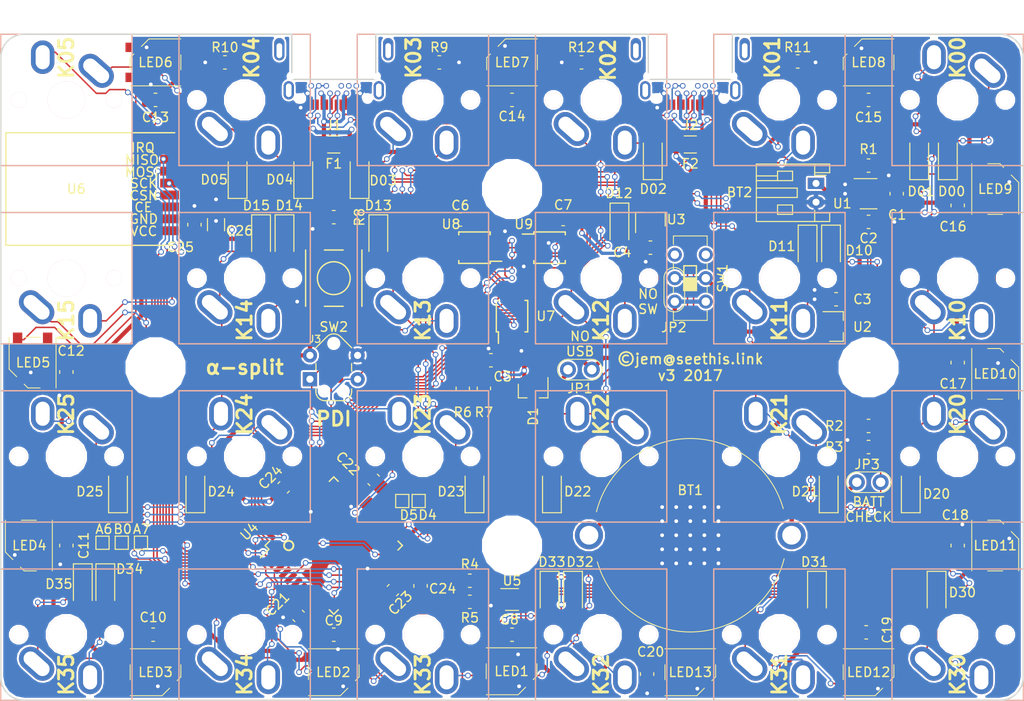
<source format=kicad_pcb>
(kicad_pcb (version 4) (host pcbnew 4.0.7)
  (layers (0 F.Cu signal) (31 B.Cu signal) (34 B.Paste user) (35 F.Paste user) (36 B.SilkS user) (37 F.SilkS user) (38 B.Mask user) (39 F.Mask user) (44 Edge.Cuts user))
  (net 0 "")
  (net 1 +5V)
  (net 2 GND)
  (net 3 /BAT_LVL)
  (net 4 VCC)
  (net 5 /ROW0)
  (net 6 /ROW1)
  (net 7 /ROW2)
  (net 8 /ROW3)
  (net 9 /PDI)
  (net 10 /RST)
  (net 11 /D4)
  (net 12 /D5)
  (net 13 /A6)
  (net 14 /A7)
  (net 15 "Net-(LED1-Pad2)")
  (net 16 "Net-(LED1-Pad4)")
  (net 17 "Net-(LED2-Pad2)")
  (net 18 "Net-(LED3-Pad2)")
  (net 19 "Net-(LED4-Pad2)")
  (net 20 "Net-(LED5-Pad2)")
  (net 21 "Net-(LED6-Pad2)")
  (net 22 "Net-(LED7-Pad2)")
  (net 23 "Net-(LED8-Pad2)")
  (net 24 "Net-(LED10-Pad4)")
  (net 25 "Net-(LED10-Pad2)")
  (net 26 "Net-(LED11-Pad2)")
  (net 27 /BAT_PROG)
  (net 28 /VBUS_CHECK)
  (net 29 /SDA)
  (net 30 /SCL)
  (net 31 /COL0)
  (net 32 /COL1)
  (net 33 /COL2)
  (net 34 /COL3)
  (net 35 /COL4)
  (net 36 /COL5)
  (net 37 /UNDER_LED)
  (net 38 /I2C_LEFT)
  (net 39 /I2C_RIGHT)
  (net 40 /USB_OE)
  (net 41 /CSN)
  (net 42 /MOSI)
  (net 43 /MISO)
  (net 44 /SCK)
  (net 45 /D-)
  (net 46 /D+)
  (net 47 /CE)
  (net 48 /IRQ)
  (net 49 +BATT)
  (net 50 /BAT_STAT)
  (net 51 "Net-(U9-Pad8)")
  (net 52 "Net-(U9-Pad9)")
  (net 53 /BATT_IN)
  (net 54 /BAT_LI_ION)
  (net 55 "Net-(SW1-Pad6)")
  (net 56 "Net-(SW1-Pad3)")
  (net 57 +3V3)
  (net 58 "Net-(LED12-Pad2)")
  (net 59 /B0)
  (net 60 "Net-(D00-Pad2)")
  (net 61 "Net-(D01-Pad2)")
  (net 62 "Net-(D02-Pad2)")
  (net 63 "Net-(D03-Pad2)")
  (net 64 "Net-(D04-Pad2)")
  (net 65 "Net-(D05-Pad2)")
  (net 66 "Net-(D10-Pad2)")
  (net 67 "Net-(D11-Pad2)")
  (net 68 "Net-(D12-Pad2)")
  (net 69 "Net-(D13-Pad2)")
  (net 70 "Net-(D14-Pad2)")
  (net 71 "Net-(D15-Pad2)")
  (net 72 "Net-(D20-Pad2)")
  (net 73 "Net-(D21-Pad2)")
  (net 74 "Net-(D22-Pad2)")
  (net 75 "Net-(D23-Pad2)")
  (net 76 "Net-(D24-Pad2)")
  (net 77 "Net-(D25-Pad2)")
  (net 78 "Net-(D30-Pad2)")
  (net 79 "Net-(D31-Pad2)")
  (net 80 "Net-(D32-Pad2)")
  (net 81 "Net-(D33-Pad2)")
  (net 82 "Net-(D34-Pad2)")
  (net 83 "Net-(D35-Pad2)")
  (net 84 "Net-(U8-Pad8)")
  (net 85 "Net-(U8-Pad9)")
  (net 86 "Net-(J1-PadA5)")
  (net 87 "Net-(J2-PadA5)")
  (net 88 "Net-(J1-PadA2)")
  (net 89 "Net-(J1-PadA3)")
  (net 90 "Net-(J1-PadA8)")
  (net 91 "Net-(J1-PadA10)")
  (net 92 "Net-(J1-PadA11)")
  (net 93 "Net-(J1-PadB11)")
  (net 94 "Net-(J1-PadB8)")
  (net 95 "Net-(J1-PadB10)")
  (net 96 "Net-(J2-PadA2)")
  (net 97 "Net-(J2-PadA3)")
  (net 98 "Net-(J2-PadA8)")
  (net 99 "Net-(J2-PadA10)")
  (net 100 "Net-(J2-PadA11)")
  (net 101 "Net-(J2-PadB11)")
  (net 102 "Net-(J2-PadB8)")
  (net 103 "Net-(J2-PadB10)")
  (net 104 /USB_L_D+)
  (net 105 /USB_L_D-)
  (net 106 /USB_R_D+)
  (net 107 /USB_R_D-)
  (net 108 "Net-(J1-PadB2)")
  (net 109 "Net-(J1-PadB3)")
  (net 110 "Net-(F1-Pad1)")
  (net 111 "Net-(F2-Pad1)")
  (net 112 "Net-(J2-PadB2)")
  (net 113 "Net-(J2-PadB3)")
  (net 114 /USB_SEL)
  (net 115 "Net-(R1-Pad1)")
  (net 116 "Net-(LED13-Pad2)")
  (module switch_mx:Cherry_MX_Matias_Slots_NoSilk_Back (layer B.Cu) (at 102 64)
    (fp_text reference K30 (at 0 4.25 90) (layer F.SilkS) (effects (font (thickness 0.3048))))
    (fp_text value K30 hide)
    (pad "" np_thru_hole circle (at -5.08 0) (size 1.7 1.7) (drill 1.7) (layers *.Cu *.Mask B.SilkS))
    (pad "" np_thru_hole circle (at 0 0) (size 4 4) (drill 4) (layers *.Cu *.Mask B.SilkS))
    (pad "" np_thru_hole circle (at 5.08 0) (size 1.7 1.7) (drill 1.7) (layers *.Cu *.Mask B.SilkS))
    (pad 1 thru_hole oval (at -3.175 3.1 48.5) (size 2.5 4.2) (drill oval 1.5 3.2) (layers *.Cu *.Mask) (net 31 /COL0))
    (pad 2 thru_hole oval (at 2.525 4.55) (size 2.5 3.575) (drill oval 1.5 2.575) (layers *.Cu *.Mask) (net 78 "Net-(D30-Pad2)"))
  )
  (module Capacitor_SMD:C_0805_2012Metric (layer F.Cu) (at 102 18.25 90)
    (fp_text reference C16 (at -2.25 -0.5 180) (layer F.SilkS))
    (fp_text value 0.1uF)
    (pad 1 smd rect (at -0.955 0 90) (size 0.97 1.5) (layers F.Cu F.Paste F.Mask) (net 1 +5V))
    (pad 2 smd rect (at 0.955 0 90) (size 0.97 1.5) (layers F.Cu F.Paste F.Mask) (net 2 GND))
  )
  (module neopixel:WS2812B (layer F.Cu) (at 106 16.5 270)
    (fp_text reference LED9 (at 0 0 360) (layer F.SilkS))
    (fp_text value WS2812B)
    (pad 3 smd rect (at -2.45 -1.6 270) (size 1.5 1) (layers F.Cu F.Paste F.Mask) (net 2 GND))
    (pad 2 smd rect (at 2.45 -1.6 270) (size 1.5 1) (layers F.Cu F.Paste F.Mask) (net 24 "Net-(LED10-Pad4)"))
    (pad 4 smd rect (at -2.45 1.6 270) (size 1.5 1) (layers F.Cu F.Paste F.Mask) (net 23 "Net-(LED8-Pad2)"))
    (pad 1 smd rect (at 2.45 1.6 270) (size 1.5 1) (layers F.Cu F.Paste F.Mask) (net 1 +5V))
  )
  (module switch_mx:Cherry_MX_Matias_Slots_NoSilk_Back (layer B.Cu) (at 26 45 180)
    (fp_text reference K24 (at 0 4.5 450) (layer F.SilkS) (effects (font (thickness 0.3048))))
    (fp_text value K24 hide)
    (pad "" np_thru_hole circle (at -5.08 0 180) (size 1.7 1.7) (drill 1.7) (layers *.Cu *.Mask B.SilkS))
    (pad "" np_thru_hole circle (at 0 0 180) (size 4 4) (drill 4) (layers *.Cu *.Mask B.SilkS))
    (pad "" np_thru_hole circle (at 5.08 0 180) (size 1.7 1.7) (drill 1.7) (layers *.Cu *.Mask B.SilkS))
    (pad 1 thru_hole oval (at -3.175 3.1 228.5) (size 2.5 4.2) (drill oval 1.5 3.2) (layers *.Cu *.Mask) (net 76 "Net-(D24-Pad2)"))
    (pad 2 thru_hole oval (at 2.525 4.55 180) (size 2.5 3.575) (drill oval 1.5 2.575) (layers *.Cu *.Mask) (net 35 /COL4))
  )
  (module switch:SwitchPush_C&K_MultiFoot_RS-187R05A2-DS_And_PTS645_SMT (layer F.Cu) (at 35.5 26 90)
    (fp_text reference SW2 (at -5.2 0 180) (layer F.SilkS))
    (fp_text value SW_Push)
    (pad 2 smd rect (at -3.1 1.85 90) (size 1.8 1.1) (layers F.Cu F.Paste F.Mask) (net 10 /RST))
    (pad 2 smd rect (at 3.1 1.85 90) (size 1.8 1.1) (layers F.Cu F.Paste F.Mask) (net 10 /RST))
    (pad 1 smd rect (at 3.1 -1.85 90) (size 1.8 1.1) (layers F.Cu F.Paste F.Mask) (net 2 GND))
    (pad 1 smd rect (at -3.1 -1.85 90) (size 1.8 1.1) (layers F.Cu F.Paste F.Mask) (net 2 GND))
    (pad 2 smd rect (at -3.975 2.25 90) (size 1.55 1.3) (layers F.Cu F.Paste F.Mask) (net 10 /RST))
    (pad 2 smd rect (at 3.975 2.25 90) (size 1.55 1.3) (layers F.Cu F.Paste F.Mask) (net 10 /RST))
    (pad 1 smd rect (at 3.975 -2.25 90) (size 1.55 1.3) (layers F.Cu F.Paste F.Mask) (net 2 GND))
    (pad 1 smd rect (at -3.975 -2.25 90) (size 1.55 1.3) (layers F.Cu F.Paste F.Mask) (net 2 GND))
  )
  (module Resistor_SMD:R_0805_2012Metric (layer F.Cu) (at 92.5 14)
    (fp_text reference R1 (at 0 -1.75 180) (layer F.SilkS))
    (fp_text value 10k)
    (pad 1 smd rect (at -0.955 0) (size 0.97 1.5) (layers F.Cu F.Paste F.Mask) (net 115 "Net-(R1-Pad1)"))
    (pad 2 smd rect (at 0.955 0) (size 0.97 1.5) (layers F.Cu F.Paste F.Mask) (net 27 /BAT_PROG))
  )
  (module Capacitor_SMD:C_0805_2012Metric (layer F.Cu) (at 69.25 22.75)
    (fp_text reference C4 (at -3 0.5 180) (layer F.SilkS))
    (fp_text value 1uF)
    (pad 1 smd rect (at -0.955 0) (size 0.97 1.5) (layers F.Cu F.Paste F.Mask) (net 2 GND))
    (pad 2 smd rect (at 0.955 0) (size 0.97 1.5) (layers F.Cu F.Paste F.Mask) (net 57 +3V3))
  )
  (module jumper:Jumper_1x02_P2.54mm_THT (layer F.Cu) (at 71.8 28.5 180)
    (fp_text reference JP2 (at 0.05 -2.75 180) (layer F.SilkS))
    (fp_text value "NO SW")
  )
  (module Diode_SMD:D_SOD-123 (layer F.Cu) (at 30.25 21.5 270)
    (fp_text reference D14 (at -3.25 -0.5 540) (layer F.SilkS))
    (fp_text value D)
    (pad 1 smd rect (at -1.65 0 270) (size 0.9 1.2) (layers F.Cu F.Paste F.Mask) (net 6 /ROW1))
    (pad 2 smd rect (at 1.65 0 270) (size 0.9 1.2) (layers F.Cu F.Paste F.Mask) (net 70 "Net-(D14-Pad2)"))
  )
  (module Resistor_SMD:R_0805_2012Metric (layer F.Cu) (at 23.9 3 180)
    (fp_text reference R10 (at 0 1.6 180) (layer F.SilkS))
    (fp_text value 5.1k)
    (pad 1 smd rect (at -0.955 0 180) (size 0.97 1.5) (layers F.Cu F.Paste F.Mask) (net 109 "Net-(J1-PadB3)"))
    (pad 2 smd rect (at 0.955 0 180) (size 0.97 1.5) (layers F.Cu F.Paste F.Mask) (net 2 GND))
  )
  (module Package_TO_SOT_SMD:SOT-23 (layer F.Cu) (at 89.05 31.15)
    (fp_text reference U2 (at 2.8 0.05) (layer F.SilkS))
    (fp_text value "MCP1700 (3.0V)")
    (pad 1 smd rect (at -1 -0.95) (size 0.9 0.8) (layers F.Cu F.Paste F.Mask) (net 2 GND))
    (pad 2 smd rect (at -1 0.95) (size 0.9 0.8) (layers F.Cu F.Paste F.Mask) (net 53 /BATT_IN))
    (pad 3 smd rect (at 1 0) (size 0.9 0.8) (layers F.Cu F.Paste F.Mask) (net 54 /BAT_LI_ION))
  )
  (module MountingHole:MountingHole_6mm (layer F.Cu) (at 92.5 35.5)
    (fp_text reference "" (at 0 -7) (layer F.SilkS))
    (fp_text value MountingHole_6mm)
    (pad 1 np_thru_hole circle (at 0 0) (size 6 6) (drill 6) (layers *.Cu *.Mask))
  )
  (module TestPoint:TestPoint_Pad_1.0x1.0mm (layer F.Cu) (at 12.9 54.2)
    (fp_text reference J8 hide)
    (fp_text value B0)
    (pad 1 smd rect (at 0 0) (size 1 1) (layers F.Cu F.Mask) (net 59 /B0))
  )
  (module TestPoint:TestPoint_Pad_1.0x1.0mm (layer F.Cu) (at 10.85 54.2)
    (fp_text reference J6 hide)
    (fp_text value A6)
    (pad 1 smd rect (at 0 0) (size 1 1) (layers F.Cu F.Mask) (net 13 /A6))
  )
  (module Package_TO_SOT_SMD:SOT-353_SC-70-5 (layer F.Cu) (at 54.5 60.25)
    (fp_text reference U5 (at 0 -2) (layer F.SilkS))
    (fp_text value 74LVC1G34)
    (pad 1 smd rect (at -0.95 -0.65) (size 0.65 0.4) (layers F.Cu F.Paste F.Mask))
    (pad 3 smd rect (at -0.95 0.65) (size 0.65 0.4) (layers F.Cu F.Paste F.Mask) (net 2 GND))
    (pad 2 smd rect (at -0.95 0) (size 0.65 0.4) (layers F.Cu F.Paste F.Mask) (net 37 /UNDER_LED))
    (pad 4 smd rect (at 0.95 0.65) (size 0.65 0.4) (layers F.Cu F.Paste F.Mask) (net 16 "Net-(LED1-Pad4)"))
    (pad 5 smd rect (at 0.95 -0.65) (size 0.65 0.4) (layers F.Cu F.Paste F.Mask) (net 1 +5V))
  )
  (module MountingHole:MountingHole_6mm (layer F.Cu) (at 54.5 54.5)
    (fp_text reference "" (at 0 -7) (layer F.SilkS))
    (fp_text value MountingHole_6mm)
    (pad 1 np_thru_hole circle (at 0 0) (size 6 6) (drill 6) (layers *.Cu *.Mask))
  )
  (module MountingHole:MountingHole_6mm (layer F.Cu) (at 54.5 16.5)
    (fp_text reference "" (at 0 -7) (layer F.SilkS))
    (fp_text value MountingHole_6mm)
    (pad 1 np_thru_hole circle (at 0 0) (size 6 6) (drill 6) (layers *.Cu *.Mask))
  )
  (module Package_SSOP:MSOP-10_3x3mm_P0.5mm (layer F.Cu) (at 58.5 22.75)
    (fp_text reference U9 (at -2.75 -2.5 180) (layer F.SilkS))
    (fp_text value FSUSB42)
    (pad 1 smd rect (at -2.2 -1) (size 1.4 0.3) (layers F.Cu F.Paste F.Mask) (net 57 +3V3))
    (pad 2 smd rect (at -2.2 -0.5) (size 1.4 0.3) (layers F.Cu F.Paste F.Mask) (net 2 GND))
    (pad 3 smd rect (at -2.2 0) (size 1.4 0.3) (layers F.Cu F.Paste F.Mask) (net 29 /SDA))
    (pad 4 smd rect (at -2.2 0.5) (size 1.4 0.3) (layers F.Cu F.Paste F.Mask) (net 30 /SCL))
    (pad 5 smd rect (at -2.2 1) (size 1.4 0.3) (layers F.Cu F.Paste F.Mask) (net 2 GND))
    (pad 6 smd rect (at 2.2 1) (size 1.4 0.3) (layers F.Cu F.Paste F.Mask) (net 107 /USB_R_D-))
    (pad 7 smd rect (at 2.2 0.5) (size 1.4 0.3) (layers F.Cu F.Paste F.Mask) (net 106 /USB_R_D+))
    (pad 8 smd rect (at 2.2 0) (size 1.4 0.3) (layers F.Cu F.Paste F.Mask) (net 51 "Net-(U9-Pad8)"))
    (pad 9 smd rect (at 2.2 -0.5) (size 1.4 0.3) (layers F.Cu F.Paste F.Mask) (net 52 "Net-(U9-Pad9)"))
    (pad 10 smd rect (at 2.2 -1) (size 1.4 0.3) (layers F.Cu F.Paste F.Mask) (net 39 /I2C_RIGHT))
  )
  (module MountingHole:MountingHole_6mm (layer F.Cu) (at 16.5 35.5)
    (fp_text reference "" (at 0 -7) (layer F.SilkS))
    (fp_text value MountingHole_6mm)
    (pad 1 np_thru_hole circle (at 0 0) (size 6 6) (drill 6) (layers *.Cu *.Mask))
  )
  (module StitchVia_2x2_0.3mm (layer F.Cu) (at 76.5 56.4)
    (fp_text reference REF** hide)
    (fp_text value StitchVia_0.3mm hide)
    (pad 1 thru_hole circle (at 0 0) (size 0.6 0.6) (drill 0.4) (layers *.Cu) (net 2 GND))
  )
  (module StitchVia_2x2_0.3mm (layer F.Cu) (at 75 56.4)
    (fp_text reference REF** hide)
    (fp_text value StitchVia_0.3mm hide)
    (pad 1 thru_hole circle (at 0 0) (size 0.6 0.6) (drill 0.4) (layers *.Cu) (net 2 GND))
  )
  (module StitchVia_2x2_0.3mm (layer F.Cu) (at 73.5 56.4)
    (fp_text reference REF** hide)
    (fp_text value StitchVia_0.3mm hide)
    (pad 1 thru_hole circle (at 0 0) (size 0.6 0.6) (drill 0.4) (layers *.Cu) (net 2 GND))
  )
  (module StitchVia_2x2_0.3mm (layer F.Cu) (at 72 56.4)
    (fp_text reference REF** hide)
    (fp_text value StitchVia_0.3mm hide)
    (pad 1 thru_hole circle (at 0 0) (size 0.6 0.6) (drill 0.4) (layers *.Cu) (net 2 GND))
  )
  (module StitchVia_2x2_0.3mm (layer F.Cu) (at 70.5 56.4)
    (fp_text reference REF** hide)
    (fp_text value StitchVia_0.3mm hide)
    (pad 1 thru_hole circle (at 0 0) (size 0.6 0.6) (drill 0.4) (layers *.Cu) (net 2 GND))
  )
  (module StitchVia_2x2_0.3mm (layer F.Cu) (at 76.5 54.9)
    (fp_text reference REF** hide)
    (fp_text value StitchVia_0.3mm hide)
    (pad 1 thru_hole circle (at 0 0) (size 0.6 0.6) (drill 0.4) (layers *.Cu) (net 2 GND))
  )
  (module StitchVia_2x2_0.3mm (layer F.Cu) (at 75 54.9)
    (fp_text reference REF** hide)
    (fp_text value StitchVia_0.3mm hide)
    (pad 1 thru_hole circle (at 0 0) (size 0.6 0.6) (drill 0.4) (layers *.Cu) (net 2 GND))
  )
  (module StitchVia_2x2_0.3mm (layer F.Cu) (at 73.5 54.9)
    (fp_text reference REF** hide)
    (fp_text value StitchVia_0.3mm hide)
    (pad 1 thru_hole circle (at 0 0) (size 0.6 0.6) (drill 0.4) (layers *.Cu) (net 2 GND))
  )
  (module StitchVia_2x2_0.3mm (layer F.Cu) (at 72 54.9)
    (fp_text reference REF** hide)
    (fp_text value StitchVia_0.3mm hide)
    (pad 1 thru_hole circle (at 0 0) (size 0.6 0.6) (drill 0.4) (layers *.Cu) (net 2 GND))
  )
  (module StitchVia_2x2_0.3mm (layer F.Cu) (at 70.5 54.9)
    (fp_text reference REF** hide)
    (fp_text value StitchVia_0.3mm hide)
    (pad 1 thru_hole circle (at 0 0) (size 0.6 0.6) (drill 0.4) (layers *.Cu) (net 2 GND))
  )
  (module StitchVia_2x2_0.3mm (layer F.Cu) (at 76.5 53.4)
    (fp_text reference REF** hide)
    (fp_text value StitchVia_0.3mm hide)
    (pad 1 thru_hole circle (at 0 0) (size 0.6 0.6) (drill 0.4) (layers *.Cu) (net 2 GND))
  )
  (module StitchVia_2x2_0.3mm (layer F.Cu) (at 75 53.4)
    (fp_text reference REF** hide)
    (fp_text value StitchVia_0.3mm hide)
    (pad 1 thru_hole circle (at 0 0) (size 0.6 0.6) (drill 0.4) (layers *.Cu) (net 2 GND))
  )
  (module StitchVia_2x2_0.3mm (layer F.Cu) (at 73.5 53.4)
    (fp_text reference REF** hide)
    (fp_text value StitchVia_0.3mm hide)
    (pad 1 thru_hole circle (at 0 0) (size 0.6 0.6) (drill 0.4) (layers *.Cu) (net 2 GND))
  )
  (module StitchVia_2x2_0.3mm (layer F.Cu) (at 72 53.4)
    (fp_text reference REF** hide)
    (fp_text value StitchVia_0.3mm hide)
    (pad 1 thru_hole circle (at 0 0) (size 0.6 0.6) (drill 0.4) (layers *.Cu) (net 2 GND))
  )
  (module StitchVia_2x2_0.3mm (layer F.Cu) (at 70.5 53.4)
    (fp_text reference REF** hide)
    (fp_text value StitchVia_0.3mm hide)
    (pad 1 thru_hole circle (at 0 0) (size 0.6 0.6) (drill 0.4) (layers *.Cu) (net 2 GND))
  )
  (module StitchVia_2x2_0.3mm (layer F.Cu) (at 76.5 51.9)
    (fp_text reference REF** hide)
    (fp_text value StitchVia_0.3mm hide)
    (pad 1 thru_hole circle (at 0 0) (size 0.6 0.6) (drill 0.4) (layers *.Cu) (net 2 GND))
  )
  (module StitchVia_2x2_0.3mm (layer F.Cu) (at 75 51.9)
    (fp_text reference REF** hide)
    (fp_text value StitchVia_0.3mm hide)
    (pad 1 thru_hole circle (at 0 0) (size 0.6 0.6) (drill 0.4) (layers *.Cu) (net 2 GND))
  )
  (module StitchVia_2x2_0.3mm (layer F.Cu) (at 73.5 51.9)
    (fp_text reference REF** hide)
    (fp_text value StitchVia_0.3mm hide)
    (pad 1 thru_hole circle (at 0 0) (size 0.6 0.6) (drill 0.4) (layers *.Cu) (net 2 GND))
  )
  (module StitchVia_2x2_0.3mm (layer F.Cu) (at 72 51.9)
    (fp_text reference REF** hide)
    (fp_text value StitchVia_0.3mm hide)
    (pad 1 thru_hole circle (at 0 0) (size 0.6 0.6) (drill 0.4) (layers *.Cu) (net 2 GND))
  )
  (module StitchVia_2x2_0.3mm (layer F.Cu) (at 70.5 51.9)
    (fp_text reference REF** hide)
    (fp_text value StitchVia_0.3mm hide)
    (pad 1 thru_hole circle (at 0 0) (size 0.6 0.6) (drill 0.4) (layers *.Cu) (net 2 GND))
  )
  (module StitchVia_2x2_0.3mm (layer F.Cu) (at 76.5 50.4)
    (fp_text reference REF** hide)
    (fp_text value StitchVia_0.3mm hide)
    (pad 1 thru_hole circle (at 0 0) (size 0.6 0.6) (drill 0.4) (layers *.Cu) (net 2 GND))
  )
  (module StitchVia_2x2_0.3mm (layer F.Cu) (at 75 50.4)
    (fp_text reference REF** hide)
    (fp_text value StitchVia_0.3mm hide)
    (pad 1 thru_hole circle (at 0 0) (size 0.6 0.6) (drill 0.4) (layers *.Cu) (net 2 GND))
  )
  (module StitchVia_2x2_0.3mm (layer F.Cu) (at 73.5 50.4)
    (fp_text reference REF** hide)
    (fp_text value StitchVia_0.3mm hide)
    (pad 1 thru_hole circle (at 0 0) (size 0.6 0.6) (drill 0.4) (layers *.Cu) (net 2 GND))
  )
  (module StitchVia_2x2_0.3mm (layer F.Cu) (at 72 50.4)
    (fp_text reference REF** hide)
    (fp_text value StitchVia_0.3mm hide)
    (pad 1 thru_hole circle (at 0 0) (size 0.6 0.6) (drill 0.4) (layers *.Cu) (net 2 GND))
  )
  (module StitchVia_2x2_0.3mm (layer F.Cu) (at 70.5 50.4)
    (fp_text reference REF** hide)
    (fp_text value StitchVia_0.3mm hide)
    (pad 1 thru_hole circle (at 0 0) (size 0.6 0.6) (drill 0.4) (layers *.Cu) (net 2 GND))
  )
  (module Package_QFP:TQFP-44_10x10mm_P0.8mm (layer F.Cu) (at 35.5 54.5 45)
    (fp_text reference U4 (at -5.303301 -7.424621 45) (layer F.SilkS))
    (fp_text value ATXMEGA-A4U-EPAD)
    (pad 1 smd rect (at -5.7 -4 45) (size 1.5 0.55) (layers F.Cu F.Paste F.Mask) (net 36 /COL5))
    (pad 2 smd rect (at -5.7 -3.2 45) (size 1.5 0.55) (layers F.Cu F.Paste F.Mask) (net 13 /A6))
    (pad 3 smd rect (at -5.7 -2.4 45) (size 1.5 0.55) (layers F.Cu F.Paste F.Mask) (net 14 /A7))
    (pad 4 smd rect (at -5.7 -1.6 45) (size 1.5 0.55) (layers F.Cu F.Paste F.Mask) (net 59 /B0))
    (pad 5 smd rect (at -5.7 -0.8 45) (size 1.5 0.55) (layers F.Cu F.Paste F.Mask) (net 3 /BAT_LVL))
    (pad 6 smd rect (at -5.7 0 45) (size 1.5 0.55) (layers F.Cu F.Paste F.Mask) (net 47 /CE))
    (pad 7 smd rect (at -5.7 0.8 45) (size 1.5 0.55) (layers F.Cu F.Paste F.Mask) (net 48 /IRQ))
    (pad 8 smd rect (at -5.7 1.6 45) (size 1.5 0.55) (layers F.Cu F.Paste F.Mask) (net 2 GND))
    (pad 9 smd rect (at -5.7 2.4 45) (size 1.5 0.55) (layers F.Cu F.Paste F.Mask) (net 4 VCC))
    (pad 10 smd rect (at -5.7 3.2 45) (size 1.5 0.55) (layers F.Cu F.Paste F.Mask) (net 37 /UNDER_LED))
    (pad 11 smd rect (at -5.7 4 45) (size 1.5 0.55) (layers F.Cu F.Paste F.Mask) (net 28 /VBUS_CHECK))
    (pad 12 smd rect (at -4 5.7 135) (size 1.5 0.55) (layers F.Cu F.Paste F.Mask) (net 27 /BAT_PROG))
    (pad 13 smd rect (at -3.2 5.7 135) (size 1.5 0.55) (layers F.Cu F.Paste F.Mask) (net 50 /BAT_STAT))
    (pad 14 smd rect (at -2.4 5.7 135) (size 1.5 0.55) (layers F.Cu F.Paste F.Mask) (net 41 /CSN))
    (pad 15 smd rect (at -1.6 5.7 135) (size 1.5 0.55) (layers F.Cu F.Paste F.Mask) (net 42 /MOSI))
    (pad 16 smd rect (at -0.8 5.7 135) (size 1.5 0.55) (layers F.Cu F.Paste F.Mask) (net 43 /MISO))
    (pad 17 smd rect (at 0 5.7 135) (size 1.5 0.55) (layers F.Cu F.Paste F.Mask) (net 44 /SCK))
    (pad 18 smd rect (at 0.8 5.7 135) (size 1.5 0.55) (layers F.Cu F.Paste F.Mask) (net 2 GND))
    (pad 19 smd rect (at 1.6 5.7 135) (size 1.5 0.55) (layers F.Cu F.Paste F.Mask) (net 4 VCC))
    (pad 20 smd rect (at 2.4 5.7 135) (size 1.5 0.55) (layers F.Cu F.Paste F.Mask) (net 8 /ROW3))
    (pad 21 smd rect (at 3.2 5.7 135) (size 1.5 0.55) (layers F.Cu F.Paste F.Mask) (net 7 /ROW2))
    (pad 22 smd rect (at 4 5.7 135) (size 1.5 0.55) (layers F.Cu F.Paste F.Mask) (net 5 /ROW0))
    (pad 23 smd rect (at 5.7 4 45) (size 1.5 0.55) (layers F.Cu F.Paste F.Mask) (net 6 /ROW1))
    (pad 24 smd rect (at 5.7 3.2 45) (size 1.5 0.55) (layers F.Cu F.Paste F.Mask) (net 11 /D4))
    (pad 25 smd rect (at 5.7 2.4 45) (size 1.5 0.55) (layers F.Cu F.Paste F.Mask) (net 12 /D5))
    (pad 26 smd rect (at 5.7 1.6 45) (size 1.5 0.55) (layers F.Cu F.Paste F.Mask) (net 45 /D-))
    (pad 27 smd rect (at 5.7 0.8 45) (size 1.5 0.55) (layers F.Cu F.Paste F.Mask) (net 46 /D+))
    (pad 28 smd rect (at 5.7 0 45) (size 1.5 0.55) (layers F.Cu F.Paste F.Mask) (net 29 /SDA))
    (pad 29 smd rect (at 5.7 -0.8 45) (size 1.5 0.55) (layers F.Cu F.Paste F.Mask) (net 30 /SCL))
    (pad 30 smd rect (at 5.7 -1.6 45) (size 1.5 0.55) (layers F.Cu F.Paste F.Mask) (net 2 GND))
    (pad 31 smd rect (at 5.7 -2.4 45) (size 1.5 0.55) (layers F.Cu F.Paste F.Mask) (net 4 VCC))
    (pad 32 smd rect (at 5.7 -3.2 45) (size 1.5 0.55) (layers F.Cu F.Paste F.Mask) (net 114 /USB_SEL))
    (pad 33 smd rect (at 5.7 -4 45) (size 1.5 0.55) (layers F.Cu F.Paste F.Mask) (net 39 /I2C_RIGHT))
    (pad 34 smd rect (at 4 -5.7 135) (size 1.5 0.55) (layers F.Cu F.Paste F.Mask) (net 9 /PDI))
    (pad 35 smd rect (at 3.2 -5.7 135) (size 1.5 0.55) (layers F.Cu F.Paste F.Mask) (net 10 /RST))
    (pad 36 smd rect (at 2.4 -5.7 135) (size 1.5 0.55) (layers F.Cu F.Paste F.Mask) (net 38 /I2C_LEFT))
    (pad 37 smd rect (at 1.6 -5.7 135) (size 1.5 0.55) (layers F.Cu F.Paste F.Mask) (net 40 /USB_OE))
    (pad 38 smd rect (at 0.8 -5.7 135) (size 1.5 0.55) (layers F.Cu F.Paste F.Mask) (net 2 GND))
    (pad 39 smd rect (at 0 -5.7 135) (size 1.5 0.55) (layers F.Cu F.Paste F.Mask) (net 4 VCC))
    (pad 40 smd rect (at -0.8 -5.7 135) (size 1.5 0.55) (layers F.Cu F.Paste F.Mask) (net 33 /COL2))
    (pad 41 smd rect (at -1.6 -5.7 135) (size 1.5 0.55) (layers F.Cu F.Paste F.Mask) (net 32 /COL1))
    (pad 42 smd rect (at -2.4 -5.7 135) (size 1.5 0.55) (layers F.Cu F.Paste F.Mask) (net 31 /COL0))
    (pad 43 smd rect (at -3.2 -5.7 135) (size 1.5 0.55) (layers F.Cu F.Paste F.Mask) (net 34 /COL3))
    (pad 44 smd rect (at -4 -5.7 135) (size 1.5 0.55) (layers F.Cu F.Paste F.Mask) (net 35 /COL4))
  )
  (module Resistor_SMD:R_0805_2012Metric (layer F.Cu) (at 50 58.25 180)
    (fp_text reference R4 (at 0 1.75 180) (layer F.SilkS))
    (fp_text value 100k)
    (pad 1 smd rect (at -0.955 0 180) (size 0.97 1.5) (layers F.Cu F.Paste F.Mask) (net 1 +5V))
    (pad 2 smd rect (at 0.955 0 180) (size 0.97 1.5) (layers F.Cu F.Paste F.Mask) (net 28 /VBUS_CHECK))
  )
  (module Package_TO_SOT_SMD:SOT-23 (layer F.Cu) (at 56.75 38 270)
    (fp_text reference D1 (at 2.75 0 270) (layer F.SilkS))
    (fp_text value D_Schottky_x2_KCom_AAK)
    (pad 1 smd rect (at -1 -0.95 270) (size 0.9 0.8) (layers F.Cu F.Paste F.Mask) (net 49 +BATT))
    (pad 2 smd rect (at -1 0.95 270) (size 0.9 0.8) (layers F.Cu F.Paste F.Mask) (net 57 +3V3))
    (pad 3 smd rect (at 1 0 270) (size 0.9 0.8) (layers F.Cu F.Paste F.Mask) (net 4 VCC))
  )
  (module Package_TO_SOT_SMD:SOT-23-5 (layer F.Cu) (at 92.5 17)
    (fp_text reference U1 (at -2.8 1.05) (layer F.SilkS))
    (fp_text value MCP73831)
    (pad 1 smd rect (at -1.1 -0.95) (size 1.06 0.65) (layers F.Cu F.Paste F.Mask) (net 50 /BAT_STAT))
    (pad 2 smd rect (at -1.1 0) (size 1.06 0.65) (layers F.Cu F.Paste F.Mask) (net 2 GND))
    (pad 3 smd rect (at -1.1 0.95) (size 1.06 0.65) (layers F.Cu F.Paste F.Mask) (net 54 /BAT_LI_ION))
    (pad 4 smd rect (at 1.1 0.95) (size 1.06 0.65) (layers F.Cu F.Paste F.Mask) (net 1 +5V))
    (pad 5 smd rect (at 1.1 -0.95) (size 1.06 0.65) (layers F.Cu F.Paste F.Mask) (net 115 "Net-(R1-Pad1)"))
  )
  (module Package_TO_SOT_SMD:SOT-23 (layer F.Cu) (at 69.25 19.75 90)
    (fp_text reference U3 (at 0 2.75 180) (layer F.SilkS))
    (fp_text value "MCP1700 (3.3V)")
    (pad 1 smd rect (at -1 -0.95 90) (size 0.9 0.8) (layers F.Cu F.Paste F.Mask) (net 2 GND))
    (pad 2 smd rect (at -1 0.95 90) (size 0.9 0.8) (layers F.Cu F.Paste F.Mask) (net 57 +3V3))
    (pad 3 smd rect (at 1 0 90) (size 0.9 0.8) (layers F.Cu F.Paste F.Mask) (net 1 +5V))
  )
  (module nordic:NRF24L01-Module-SMD (layer F.Cu) (at 17.55 16.5)
    (fp_text reference U6 (at -9.5 0) (layer F.SilkS))
    (fp_text value nRF24L01_module)
    (fp_text user IRQ (at -2.4 -4.4) (layer F.SilkS))
    (fp_text user MISO (at -2.5 -3.1) (layer F.SilkS))
    (fp_text user MOSI (at -2.5 -1.8) (layer F.SilkS))
    (fp_text user SCK (at -2.3 -0.6) (layer F.SilkS))
    (fp_text user CSN (at -2.3 0.7) (layer F.SilkS))
    (fp_text user CE (at -2.35 1.95) (layer F.SilkS))
    (fp_text user GND (at -2.3 3.2) (layer F.SilkS))
    (fp_text user VCC (at -2.3 4.5) (layer F.SilkS))
    (pad 8 smd rect (at 0 -4.445) (size 2 0.95) (drill (offset 0.45 0)) (layers F.Cu F.Paste F.Mask) (net 48 /IRQ))
    (pad 7 smd rect (at 0 -3.175) (size 2 0.95) (drill (offset 0.45 0)) (layers F.Cu F.Paste F.Mask) (net 43 /MISO))
    (pad 6 smd rect (at 0 -1.905) (size 2 0.95) (drill (offset 0.45 0)) (layers F.Cu F.Paste F.Mask) (net 42 /MOSI))
    (pad 5 smd rect (at 0 -0.635) (size 2 0.95) (drill (offset 0.45 0)) (layers F.Cu F.Paste F.Mask) (net 44 /SCK))
    (pad 4 smd rect (at 0 0.635) (size 2 0.95) (drill (offset 0.45 0)) (layers F.Cu F.Paste F.Mask) (net 41 /CSN))
    (pad 3 smd rect (at 0 1.905) (size 2 0.95) (drill (offset 0.45 0)) (layers F.Cu F.Paste F.Mask) (net 47 /CE))
    (pad 2 smd rect (at 0 3.175) (size 2 0.95) (drill (offset 0.45 0)) (layers F.Cu F.Paste F.Mask) (net 2 GND))
    (pad 1 smd rect (at 0 4.445) (size 2 0.95) (drill (offset 0.45 0)) (layers F.Cu F.Paste F.Mask) (net 4 VCC))
  )
  (module Conn_JST:JST_PH_S2B-PH-K_1x02_P2.00mm_Horizontal (layer F.Cu) (at 86.9 15.9 270)
    (fp_text reference BT2 (at 0.95 8.15 360) (layer F.SilkS))
    (fp_text value Battery_Cell)
    (pad 1 thru_hole rect (at 0 0 270) (size 1.2 1.75) (drill 0.75) (layers *.Cu *.Mask) (net 54 /BAT_LI_ION))
    (pad 2 thru_hole oval (at 2 0 270) (size 1.2 1.75) (drill 0.75) (layers *.Cu *.Mask) (net 2 GND))
  )
  (module Package_SSOP:MSOP-10_3x3mm_P0.5mm (layer F.Cu) (at 54.5 30.05 90)
    (fp_text reference U7 (at 0 3.6 180) (layer F.SilkS))
    (fp_text value FSUSB42)
    (pad 1 smd rect (at -2.2 -1 90) (size 1.4 0.3) (layers F.Cu F.Paste F.Mask) (net 57 +3V3))
    (pad 2 smd rect (at -2.2 -0.5 90) (size 1.4 0.3) (layers F.Cu F.Paste F.Mask) (net 114 /USB_SEL))
    (pad 3 smd rect (at -2.2 0 90) (size 1.4 0.3) (layers F.Cu F.Paste F.Mask) (net 46 /D+))
    (pad 4 smd rect (at -2.2 0.5 90) (size 1.4 0.3) (layers F.Cu F.Paste F.Mask) (net 45 /D-))
    (pad 5 smd rect (at -2.2 1 90) (size 1.4 0.3) (layers F.Cu F.Paste F.Mask) (net 2 GND))
    (pad 6 smd rect (at 2.2 1 90) (size 1.4 0.3) (layers F.Cu F.Paste F.Mask) (net 107 /USB_R_D-))
    (pad 7 smd rect (at 2.2 0.5 90) (size 1.4 0.3) (layers F.Cu F.Paste F.Mask) (net 106 /USB_R_D+))
    (pad 8 smd rect (at 2.2 0 90) (size 1.4 0.3) (layers F.Cu F.Paste F.Mask) (net 105 /USB_L_D-))
    (pad 9 smd rect (at 2.2 -0.5 90) (size 1.4 0.3) (layers F.Cu F.Paste F.Mask) (net 104 /USB_L_D+))
    (pad 10 smd rect (at 2.2 -1 90) (size 1.4 0.3) (layers F.Cu F.Paste F.Mask) (net 40 /USB_OE))
  )
  (module Capacitor_SMD:C_0805_2012Metric (layer F.Cu) (at 95.5 17 90)
    (fp_text reference C1 (at -2.25 0.05 360) (layer F.SilkS))
    (fp_text value 4.7uF)
    (pad 1 smd rect (at -0.955 0 90) (size 0.97 1.5) (layers F.Cu F.Paste F.Mask) (net 1 +5V))
    (pad 2 smd rect (at 0.955 0 90) (size 0.97 1.5) (layers F.Cu F.Paste F.Mask) (net 2 GND))
  )
  (module Capacitor_SMD:C_0805_2012Metric (layer F.Cu) (at 92.5 20)
    (fp_text reference C2 (at 0 1.75) (layer F.SilkS))
    (fp_text value 4.7uF)
    (pad 1 smd rect (at -0.955 0) (size 0.97 1.5) (layers F.Cu F.Paste F.Mask) (net 54 /BAT_LI_ION))
    (pad 2 smd rect (at 0.955 0) (size 0.97 1.5) (layers F.Cu F.Paste F.Mask) (net 2 GND))
  )
  (module Capacitor_SMD:C_0805_2012Metric (layer F.Cu) (at 89.045 28.25)
    (fp_text reference C3 (at 2.805 0 180) (layer F.SilkS))
    (fp_text value 1uF)
    (pad 1 smd rect (at -0.955 0) (size 0.97 1.5) (layers F.Cu F.Paste F.Mask) (net 2 GND))
    (pad 2 smd rect (at 0.955 0) (size 0.97 1.5) (layers F.Cu F.Paste F.Mask) (net 53 /BATT_IN))
  )
  (module Capacitor_SMD:C_0805_2012Metric (layer F.Cu) (at 54.5 64)
    (fp_text reference C8 (at -0.25 -1.6) (layer F.SilkS))
    (fp_text value 0.1uF)
    (pad 1 smd rect (at -0.955 0) (size 0.97 1.5) (layers F.Cu F.Paste F.Mask) (net 1 +5V))
    (pad 2 smd rect (at 0.955 0) (size 0.97 1.5) (layers F.Cu F.Paste F.Mask) (net 2 GND))
  )
  (module Capacitor_SMD:C_0805_2012Metric (layer F.Cu) (at 35.5 64)
    (fp_text reference C9 (at 0 -1.5) (layer F.SilkS))
    (fp_text value 0.1uF)
    (pad 1 smd rect (at -0.955 0) (size 0.97 1.5) (layers F.Cu F.Paste F.Mask) (net 1 +5V))
    (pad 2 smd rect (at 0.955 0) (size 0.97 1.5) (layers F.Cu F.Paste F.Mask) (net 2 GND))
  )
  (module Capacitor_SMD:C_0805_2012Metric (layer F.Cu) (at 31.75 62 315)
    (fp_text reference C21 (at -2.474874 0.707107 405) (layer F.SilkS))
    (fp_text value 0.1uF)
    (pad 1 smd rect (at -0.955 0 315) (size 0.97 1.5) (layers F.Cu F.Paste F.Mask) (net 2 GND))
    (pad 2 smd rect (at 0.955 0 315) (size 0.97 1.5) (layers F.Cu F.Paste F.Mask) (net 4 VCC))
  )
  (module Capacitor_SMD:C_0805_2012Metric (layer F.Cu) (at 30.15 48.3 225)
    (fp_text reference C24 (at 0.247487 1.732412 225) (layer F.SilkS))
    (fp_text value 0.1uF)
    (pad 1 smd rect (at -0.955 0 225) (size 0.97 1.5) (layers F.Cu F.Paste F.Mask) (net 2 GND))
    (pad 2 smd rect (at 0.955 0 225) (size 0.97 1.5) (layers F.Cu F.Paste F.Mask) (net 4 VCC))
  )
  (module Capacitor_SMD:C_0805_2012Metric (layer F.Cu) (at 39.75 47.5 135)
    (fp_text reference C22 (at 3.181981 -0.707107 135) (layer F.SilkS))
    (fp_text value 0.1uF)
    (pad 1 smd rect (at -0.955 0 135) (size 0.97 1.5) (layers F.Cu F.Paste F.Mask) (net 2 GND))
    (pad 2 smd rect (at 0.955 0 135) (size 0.97 1.5) (layers F.Cu F.Paste F.Mask) (net 4 VCC))
  )
  (module Capacitor_SMD:C_0805_2012Metric (layer F.Cu) (at 16.25 64)
    (fp_text reference C10 (at 0 -1.85) (layer F.SilkS))
    (fp_text value 0.1uF)
    (pad 1 smd rect (at -0.955 0) (size 0.97 1.5) (layers F.Cu F.Paste F.Mask) (net 1 +5V))
    (pad 2 smd rect (at 0.955 0) (size 0.97 1.5) (layers F.Cu F.Paste F.Mask) (net 2 GND))
  )
  (module Capacitor_SMD:C_0805_2012Metric (layer F.Cu) (at 7 54.5 270)
    (fp_text reference C11 (at 0 -1.85 270) (layer F.SilkS))
    (fp_text value 0.1uF)
    (pad 1 smd rect (at -0.955 0 270) (size 0.97 1.5) (layers F.Cu F.Paste F.Mask) (net 1 +5V))
    (pad 2 smd rect (at 0.955 0 270) (size 0.97 1.5) (layers F.Cu F.Paste F.Mask) (net 2 GND))
  )
  (module Capacitor_SMD:C_0805_2012Metric (layer F.Cu) (at 7 36 270)
    (fp_text reference C12 (at -2.25 -0.5 540) (layer F.SilkS))
    (fp_text value 0.1uF)
    (pad 1 smd rect (at -0.955 0 270) (size 0.97 1.5) (layers F.Cu F.Paste F.Mask) (net 1 +5V))
    (pad 2 smd rect (at 0.955 0 270) (size 0.97 1.5) (layers F.Cu F.Paste F.Mask) (net 2 GND))
  )
  (module Capacitor_SMD:C_0805_2012Metric (layer F.Cu) (at 16.5 7 180)
    (fp_text reference C13 (at 0 -1.85 180) (layer F.SilkS))
    (fp_text value 0.1uF)
    (pad 1 smd rect (at -0.955 0 180) (size 0.97 1.5) (layers F.Cu F.Paste F.Mask) (net 1 +5V))
    (pad 2 smd rect (at 0.955 0 180) (size 0.97 1.5) (layers F.Cu F.Paste F.Mask) (net 2 GND))
  )
  (module Capacitor_SMD:C_0805_2012Metric (layer F.Cu) (at 54.5 7 180)
    (fp_text reference C14 (at 0 -1.75 180) (layer F.SilkS))
    (fp_text value 0.1uF)
    (pad 1 smd rect (at -0.955 0 180) (size 0.97 1.5) (layers F.Cu F.Paste F.Mask) (net 1 +5V))
    (pad 2 smd rect (at 0.955 0 180) (size 0.97 1.5) (layers F.Cu F.Paste F.Mask) (net 2 GND))
  )
  (module Capacitor_SMD:C_0805_2012Metric (layer F.Cu) (at 41.8 59.25 45)
    (fp_text reference C23 (at -0.424264 1.555635 45) (layer F.SilkS))
    (fp_text value 0.1uF)
    (pad 1 smd rect (at -0.955 0 45) (size 0.97 1.5) (layers F.Cu F.Paste F.Mask) (net 2 GND))
    (pad 2 smd rect (at 0.955 0 45) (size 0.97 1.5) (layers F.Cu F.Paste F.Mask) (net 4 VCC))
  )
  (module Capacitor_SMD:C_0805_2012Metric (layer F.Cu) (at 44.75 58.8 90)
    (fp_text reference C24 (at -0.3 2.35 180) (layer F.SilkS))
    (fp_text value 0.1uF)
    (pad 1 smd rect (at -0.955 0 90) (size 0.97 1.5) (layers F.Cu F.Paste F.Mask) (net 2 GND))
    (pad 2 smd rect (at 0.955 0 90) (size 0.97 1.5) (layers F.Cu F.Paste F.Mask) (net 4 VCC))
  )
  (module Capacitor_SMD:C_0805_2012Metric (layer F.Cu) (at 92.5 7 180)
    (fp_text reference C15 (at 0 -1.85 180) (layer F.SilkS))
    (fp_text value 0.1uF)
    (pad 1 smd rect (at -0.955 0 180) (size 0.97 1.5) (layers F.Cu F.Paste F.Mask) (net 1 +5V))
    (pad 2 smd rect (at 0.955 0 180) (size 0.97 1.5) (layers F.Cu F.Paste F.Mask) (net 2 GND))
  )
  (module Capacitor_SMD:C_0805_2012Metric (layer F.Cu) (at 102 35 90)
    (fp_text reference C17 (at -2.25 -0.5 180) (layer F.SilkS))
    (fp_text value 0.1uF)
    (pad 1 smd rect (at -0.955 0 90) (size 0.97 1.5) (layers F.Cu F.Paste F.Mask) (net 1 +5V))
    (pad 2 smd rect (at 0.955 0 90) (size 0.97 1.5) (layers F.Cu F.Paste F.Mask) (net 2 GND))
  )
  (module Capacitor_SMD:C_0805_2012Metric (layer F.Cu) (at 102 54.5 90)
    (fp_text reference C18 (at 3.25 -0.25 180) (layer F.SilkS))
    (fp_text value 0.1uF)
    (pad 1 smd rect (at -0.955 0 90) (size 0.97 1.5) (layers F.Cu F.Paste F.Mask) (net 1 +5V))
    (pad 2 smd rect (at 0.955 0 90) (size 0.97 1.5) (layers F.Cu F.Paste F.Mask) (net 2 GND))
  )
  (module Capacitor_SMD:C_0805_2012Metric (layer F.Cu) (at 92.25 63.75)
    (fp_text reference C19 (at 2.25 -0.25 90) (layer F.SilkS))
    (fp_text value 0.1uF)
    (pad 1 smd rect (at -0.955 0) (size 0.97 1.5) (layers F.Cu F.Paste F.Mask) (net 1 +5V))
    (pad 2 smd rect (at 0.955 0) (size 0.97 1.5) (layers F.Cu F.Paste F.Mask) (net 2 GND))
  )
  (module Capacitor_SMD:C_0805_2012Metric (layer F.Cu) (at 68.9 68.2 270)
    (fp_text reference C20 (at -2.375 -0.375 360) (layer F.SilkS))
    (fp_text value 0.1uF)
    (pad 1 smd rect (at -0.955 0 270) (size 0.97 1.5) (layers F.Cu F.Paste F.Mask) (net 1 +5V))
    (pad 2 smd rect (at 0.955 0 270) (size 0.97 1.5) (layers F.Cu F.Paste F.Mask) (net 2 GND))
  )
  (module Capacitor_SMD:C_0805_2012Metric (layer F.Cu) (at 52.25 34.75 180)
    (fp_text reference C5 (at -1.25 -1.75 360) (layer F.SilkS))
    (fp_text value 0.1uF)
    (pad 1 smd rect (at -0.955 0 180) (size 0.97 1.5) (layers F.Cu F.Paste F.Mask) (net 57 +3V3))
    (pad 2 smd rect (at 0.955 0 180) (size 0.97 1.5) (layers F.Cu F.Paste F.Mask) (net 2 GND))
  )
  (module Capacitor_SMD:C_0805_2012Metric (layer F.Cu) (at 49 19.75)
    (fp_text reference C6 (at 0 -1.5) (layer F.SilkS))
    (fp_text value 0.1uF)
    (pad 1 smd rect (at -0.955 0) (size 0.97 1.5) (layers F.Cu F.Paste F.Mask) (net 57 +3V3))
    (pad 2 smd rect (at 0.955 0) (size 0.97 1.5) (layers F.Cu F.Paste F.Mask) (net 2 GND))
  )
  (module Resistor_SMD:R_0805_2012Metric (layer F.Cu) (at 92.5 41.75)
    (fp_text reference R2 (at -3.65 0) (layer F.SilkS))
    (fp_text value 470k)
    (pad 1 smd rect (at -0.955 0) (size 0.97 1.5) (layers F.Cu F.Paste F.Mask) (net 54 /BAT_LI_ION))
    (pad 2 smd rect (at 0.955 0) (size 0.97 1.5) (layers F.Cu F.Paste F.Mask) (net 3 /BAT_LVL))
  )
  (module Resistor_SMD:R_0805_2012Metric (layer F.Cu) (at 92.5 44 180)
    (fp_text reference R3 (at 3.65 0 180) (layer F.SilkS))
    (fp_text value 470k)
    (pad 1 smd rect (at -0.955 0 180) (size 0.97 1.5) (layers F.Cu F.Paste F.Mask) (net 3 /BAT_LVL))
    (pad 2 smd rect (at 0.955 0 180) (size 0.97 1.5) (layers F.Cu F.Paste F.Mask) (net 2 GND))
  )
  (module Resistor_SMD:R_0805_2012Metric (layer F.Cu) (at 50 60.5)
    (fp_text reference R5 (at 0 1.7) (layer F.SilkS))
    (fp_text value 100k)
    (pad 1 smd rect (at -0.955 0) (size 0.97 1.5) (layers F.Cu F.Paste F.Mask) (net 28 /VBUS_CHECK))
    (pad 2 smd rect (at 0.955 0) (size 0.97 1.5) (layers F.Cu F.Paste F.Mask) (net 2 GND))
  )
  (module Resistor_SMD:R_0805_2012Metric (layer F.Cu) (at 49.25 37.75 270)
    (fp_text reference R6 (at 2.545 0 360) (layer F.SilkS))
    (fp_text value 10k)
    (pad 1 smd rect (at -0.955 0 270) (size 0.97 1.5) (layers F.Cu F.Paste F.Mask) (net 57 +3V3))
    (pad 2 smd rect (at 0.955 0 270) (size 0.97 1.5) (layers F.Cu F.Paste F.Mask) (net 29 /SDA))
  )
  (module Resistor_SMD:R_0805_2012Metric (layer F.Cu) (at 51.5 37.75 270)
    (fp_text reference R7 (at 2.545 0 360) (layer F.SilkS))
    (fp_text value 10k)
    (pad 1 smd rect (at -0.955 0 270) (size 0.97 1.5) (layers F.Cu F.Paste F.Mask) (net 57 +3V3))
    (pad 2 smd rect (at 0.955 0 270) (size 0.97 1.5) (layers F.Cu F.Paste F.Mask) (net 30 /SCL))
  )
  (module Resistor_SMD:R_0805_2012Metric (layer F.Cu) (at 35.5 19.5)
    (fp_text reference R8 (at 2.75 0 90) (layer F.SilkS))
    (fp_text value 10k)
    (pad 1 smd rect (at -0.955 0) (size 0.97 1.5) (layers F.Cu F.Paste F.Mask) (net 4 VCC))
    (pad 2 smd rect (at 0.955 0) (size 0.97 1.5) (layers F.Cu F.Paste F.Mask) (net 10 /RST))
  )
  (module Capacitor_SMD:C_0805_2012Metric (layer F.Cu) (at 59.95 19.7)
    (fp_text reference C7 (at 0 -1.5) (layer F.SilkS))
    (fp_text value 0.1uF)
    (pad 1 smd rect (at -0.955 0) (size 0.97 1.5) (layers F.Cu F.Paste F.Mask) (net 57 +3V3))
    (pad 2 smd rect (at 0.955 0) (size 0.97 1.5) (layers F.Cu F.Paste F.Mask) (net 2 GND))
  )
  (module Capacitor_SMD:C_1206_3216Metric (layer F.Cu) (at 22.95 20.3 270)
    (fp_text reference C26 (at 0.65 -2.5 360) (layer F.SilkS))
    (fp_text value 47uF)
    (pad 1 smd rect (at -1.505 0 270) (size 1.07 1.8) (layers F.Cu F.Paste F.Mask) (net 2 GND))
    (pad 2 smd rect (at 1.505 0 270) (size 1.07 1.8) (layers F.Cu F.Paste F.Mask) (net 4 VCC))
  )
  (module Package_SSOP:MSOP-10_3x3mm_P0.5mm (layer F.Cu) (at 50.5 22.75 180)
    (fp_text reference U8 (at 2.5 2.5 360) (layer F.SilkS))
    (fp_text value FSUSB42)
    (pad 1 smd rect (at -2.2 -1 180) (size 1.4 0.3) (layers F.Cu F.Paste F.Mask) (net 57 +3V3))
    (pad 2 smd rect (at -2.2 -0.5 180) (size 1.4 0.3) (layers F.Cu F.Paste F.Mask) (net 2 GND))
    (pad 3 smd rect (at -2.2 0 180) (size 1.4 0.3) (layers F.Cu F.Paste F.Mask) (net 29 /SDA))
    (pad 4 smd rect (at -2.2 0.5 180) (size 1.4 0.3) (layers F.Cu F.Paste F.Mask) (net 30 /SCL))
    (pad 5 smd rect (at -2.2 1 180) (size 1.4 0.3) (layers F.Cu F.Paste F.Mask) (net 2 GND))
    (pad 6 smd rect (at 2.2 1 180) (size 1.4 0.3) (layers F.Cu F.Paste F.Mask) (net 105 /USB_L_D-))
    (pad 7 smd rect (at 2.2 0.5 180) (size 1.4 0.3) (layers F.Cu F.Paste F.Mask) (net 104 /USB_L_D+))
    (pad 8 smd rect (at 2.2 0 180) (size 1.4 0.3) (layers F.Cu F.Paste F.Mask) (net 84 "Net-(U8-Pad8)"))
    (pad 9 smd rect (at 2.2 -0.5 180) (size 1.4 0.3) (layers F.Cu F.Paste F.Mask) (net 85 "Net-(U8-Pad9)"))
    (pad 10 smd rect (at 2.2 -1 180) (size 1.4 0.3) (layers F.Cu F.Paste F.Mask) (net 38 /I2C_LEFT))
  )
  (module Capacitor_SMD:C_0805_2012Metric (layer F.Cu) (at 20.65 20.3 270)
    (fp_text reference C25 (at 2.4 1.5 360) (layer F.SilkS))
    (fp_text value 10uF)
    (pad 1 smd rect (at -0.955 0 270) (size 0.97 1.5) (layers F.Cu F.Paste F.Mask) (net 2 GND))
    (pad 2 smd rect (at 0.955 0 270) (size 0.97 1.5) (layers F.Cu F.Paste F.Mask) (net 4 VCC))
  )
  (module Diode_SMD:D_SOD-123 (layer F.Cu) (at 100.95 13.25 90)
    (fp_text reference D00 (at -3.5 0.4 360) (layer F.SilkS))
    (fp_text value D)
    (pad 1 smd rect (at -1.65 0 90) (size 0.9 1.2) (layers F.Cu F.Paste F.Mask) (net 5 /ROW0))
    (pad 2 smd rect (at 1.65 0 90) (size 0.9 1.2) (layers F.Cu F.Paste F.Mask) (net 60 "Net-(D00-Pad2)"))
  )
  (module Diode_SMD:D_SOD-123 (layer F.Cu) (at 97.9 13.25 90)
    (fp_text reference D01 (at -3.5 0.2 180) (layer F.SilkS))
    (fp_text value D)
    (pad 1 smd rect (at -1.65 0 90) (size 0.9 1.2) (layers F.Cu F.Paste F.Mask) (net 5 /ROW0))
    (pad 2 smd rect (at 1.65 0 90) (size 0.9 1.2) (layers F.Cu F.Paste F.Mask) (net 61 "Net-(D01-Pad2)"))
  )
  (module Diode_SMD:D_SOD-123 (layer F.Cu) (at 69.5 13.25 90)
    (fp_text reference D02 (at -3.25 0.05 180) (layer F.SilkS))
    (fp_text value D)
    (pad 1 smd rect (at -1.65 0 90) (size 0.9 1.2) (layers F.Cu F.Paste F.Mask) (net 5 /ROW0))
    (pad 2 smd rect (at 1.65 0 90) (size 0.9 1.2) (layers F.Cu F.Paste F.Mask) (net 62 "Net-(D02-Pad2)"))
  )
  (module Diode_SMD:D_SOD-123 (layer F.Cu) (at 38.25 15.25 90)
    (fp_text reference D03 (at -0.35 2.5 180) (layer F.SilkS))
    (fp_text value D)
    (pad 1 smd rect (at -1.65 0 90) (size 0.9 1.2) (layers F.Cu F.Paste F.Mask) (net 5 /ROW0))
    (pad 2 smd rect (at 1.65 0 90) (size 0.9 1.2) (layers F.Cu F.Paste F.Mask) (net 63 "Net-(D03-Pad2)"))
  )
  (module Diode_SMD:D_SOD-123 (layer F.Cu) (at 32.25 15.25 90)
    (fp_text reference D04 (at -0.25 -2.5 180) (layer F.SilkS))
    (fp_text value D)
    (pad 1 smd rect (at -1.65 0 90) (size 0.9 1.2) (layers F.Cu F.Paste F.Mask) (net 5 /ROW0))
    (pad 2 smd rect (at 1.65 0 90) (size 0.9 1.2) (layers F.Cu F.Paste F.Mask) (net 64 "Net-(D04-Pad2)"))
  )
  (module Diode_SMD:D_SOD-123 (layer F.Cu) (at 25.25 15.25 90)
    (fp_text reference D05 (at -0.25 -2.5 360) (layer F.SilkS))
    (fp_text value D)
    (pad 1 smd rect (at -1.65 0 90) (size 0.9 1.2) (layers F.Cu F.Paste F.Mask) (net 5 /ROW0))
    (pad 2 smd rect (at 1.65 0 90) (size 0.9 1.2) (layers F.Cu F.Paste F.Mask) (net 65 "Net-(D05-Pad2)"))
  )
  (module Diode_SMD:D_SOD-123 (layer F.Cu) (at 88.5 22.6 270)
    (fp_text reference D10 (at 0.45 -3 360) (layer F.SilkS))
    (fp_text value D)
    (pad 1 smd rect (at -1.65 0 270) (size 0.9 1.2) (layers F.Cu F.Paste F.Mask) (net 6 /ROW1))
    (pad 2 smd rect (at 1.65 0 270) (size 0.9 1.2) (layers F.Cu F.Paste F.Mask) (net 66 "Net-(D10-Pad2)"))
  )
  (module Diode_SMD:D_SOD-123 (layer F.Cu) (at 86 22.6 270)
    (fp_text reference D11 (at 0 2.75 360) (layer F.SilkS))
    (fp_text value D)
    (pad 1 smd rect (at -1.65 0 270) (size 0.9 1.2) (layers F.Cu F.Paste F.Mask) (net 6 /ROW1))
    (pad 2 smd rect (at 1.65 0 270) (size 0.9 1.2) (layers F.Cu F.Paste F.Mask) (net 67 "Net-(D11-Pad2)"))
  )
  (module Diode_SMD:D_SOD-123 (layer F.Cu) (at 65.95 20.25 270)
    (fp_text reference D12 (at -3.3 0.05 360) (layer F.SilkS))
    (fp_text value D)
    (pad 1 smd rect (at -1.65 0 270) (size 0.9 1.2) (layers F.Cu F.Paste F.Mask) (net 6 /ROW1))
    (pad 2 smd rect (at 1.65 0 270) (size 0.9 1.2) (layers F.Cu F.Paste F.Mask) (net 68 "Net-(D12-Pad2)"))
  )
  (module Diode_SMD:D_SOD-123 (layer F.Cu) (at 40.25 21.5 270)
    (fp_text reference D13 (at -3.25 0 360) (layer F.SilkS))
    (fp_text value D)
    (pad 1 smd rect (at -1.65 0 270) (size 0.9 1.2) (layers F.Cu F.Paste F.Mask) (net 6 /ROW1))
    (pad 2 smd rect (at 1.65 0 270) (size 0.9 1.2) (layers F.Cu F.Paste F.Mask) (net 69 "Net-(D13-Pad2)"))
  )
  (module Diode_SMD:D_SOD-123 (layer F.Cu) (at 27.75 21.5 270)
    (fp_text reference D15 (at -3.25 0.5 360) (layer F.SilkS))
    (fp_text value D)
    (pad 1 smd rect (at -1.65 0 270) (size 0.9 1.2) (layers F.Cu F.Paste F.Mask) (net 6 /ROW1))
    (pad 2 smd rect (at 1.65 0 270) (size 0.9 1.2) (layers F.Cu F.Paste F.Mask) (net 71 "Net-(D15-Pad2)"))
  )
  (module Diode_SMD:D_SOD-123 (layer F.Cu) (at 97 48.75 90)
    (fp_text reference D20 (at -0.25 2.75 180) (layer F.SilkS))
    (fp_text value D)
    (pad 1 smd rect (at -1.65 0 90) (size 0.9 1.2) (layers F.Cu F.Paste F.Mask) (net 7 /ROW2))
    (pad 2 smd rect (at 1.65 0 90) (size 0.9 1.2) (layers F.Cu F.Paste F.Mask) (net 72 "Net-(D20-Pad2)"))
  )
  (module Diode_SMD:D_SOD-123 (layer F.Cu) (at 88.25 48.75 90)
    (fp_text reference D21 (at 0 -2.5 180) (layer F.SilkS))
    (fp_text value D)
    (pad 1 smd rect (at -1.65 0 90) (size 0.9 1.2) (layers F.Cu F.Paste F.Mask) (net 7 /ROW2))
    (pad 2 smd rect (at 1.65 0 90) (size 0.9 1.2) (layers F.Cu F.Paste F.Mask) (net 73 "Net-(D21-Pad2)"))
  )
  (module Diode_SMD:D_SOD-123 (layer F.Cu) (at 58.75 48.75 90)
    (fp_text reference D22 (at 0 2.75 180) (layer F.SilkS))
    (fp_text value D)
    (pad 1 smd rect (at -1.65 0 90) (size 0.9 1.2) (layers F.Cu F.Paste F.Mask) (net 7 /ROW2))
    (pad 2 smd rect (at 1.65 0 90) (size 0.9 1.2) (layers F.Cu F.Paste F.Mask) (net 74 "Net-(D22-Pad2)"))
  )
  (module Diode_SMD:D_SOD-123 (layer F.Cu) (at 50.5 48.75 90)
    (fp_text reference D23 (at 0 -2.5 180) (layer F.SilkS))
    (fp_text value D)
    (pad 1 smd rect (at -1.65 0 90) (size 0.9 1.2) (layers F.Cu F.Paste F.Mask) (net 7 /ROW2))
    (pad 2 smd rect (at 1.65 0 90) (size 0.9 1.2) (layers F.Cu F.Paste F.Mask) (net 75 "Net-(D23-Pad2)"))
  )
  (module Diode_SMD:D_SOD-123 (layer F.Cu) (at 20.75 48.75 90)
    (fp_text reference D24 (at 0 2.75 180) (layer F.SilkS))
    (fp_text value D)
    (pad 1 smd rect (at -1.65 0 90) (size 0.9 1.2) (layers F.Cu F.Paste F.Mask) (net 7 /ROW2))
    (pad 2 smd rect (at 1.65 0 90) (size 0.9 1.2) (layers F.Cu F.Paste F.Mask) (net 76 "Net-(D24-Pad2)"))
  )
  (module Diode_SMD:D_SOD-123 (layer F.Cu) (at 12.5 48.75 90)
    (fp_text reference D25 (at 0 -3 180) (layer F.SilkS))
    (fp_text value D)
    (pad 1 smd rect (at -1.65 0 90) (size 0.9 1.2) (layers F.Cu F.Paste F.Mask) (net 7 /ROW2))
    (pad 2 smd rect (at 1.65 0 90) (size 0.9 1.2) (layers F.Cu F.Paste F.Mask) (net 77 "Net-(D25-Pad2)"))
  )
  (module Diode_SMD:D_SOD-123 (layer F.Cu) (at 99.75 59.5 270)
    (fp_text reference D30 (at 0 -2.75 360) (layer F.SilkS))
    (fp_text value D)
    (pad 1 smd rect (at -1.65 0 270) (size 0.9 1.2) (layers F.Cu F.Paste F.Mask) (net 8 /ROW3))
    (pad 2 smd rect (at 1.65 0 270) (size 0.9 1.2) (layers F.Cu F.Paste F.Mask) (net 78 "Net-(D30-Pad2)"))
  )
  (module Diode_SMD:D_SOD-123 (layer F.Cu) (at 87 59.5 270)
    (fp_text reference D31 (at -3.25 0.25 360) (layer F.SilkS))
    (fp_text value D)
    (pad 1 smd rect (at -1.65 0 270) (size 0.9 1.2) (layers F.Cu F.Paste F.Mask) (net 8 /ROW3))
    (pad 2 smd rect (at 1.65 0 270) (size 0.9 1.2) (layers F.Cu F.Paste F.Mask) (net 79 "Net-(D31-Pad2)"))
  )
  (module Diode_SMD:D_SOD-123 (layer F.Cu) (at 61 59.5 270)
    (fp_text reference D32 (at -3.25 -0.75 540) (layer F.SilkS))
    (fp_text value D)
    (pad 1 smd rect (at -1.65 0 270) (size 0.9 1.2) (layers F.Cu F.Paste F.Mask) (net 8 /ROW3))
    (pad 2 smd rect (at 1.65 0 270) (size 0.9 1.2) (layers F.Cu F.Paste F.Mask) (net 80 "Net-(D32-Pad2)"))
  )
  (module Diode_SMD:D_SOD-123 (layer F.Cu) (at 58.5 59.5 270)
    (fp_text reference D33 (at -3.25 -0.25 540) (layer F.SilkS))
    (fp_text value D)
    (pad 1 smd rect (at -1.65 0 270) (size 0.9 1.2) (layers F.Cu F.Paste F.Mask) (net 8 /ROW3))
    (pad 2 smd rect (at 1.65 0 270) (size 0.9 1.2) (layers F.Cu F.Paste F.Mask) (net 81 "Net-(D33-Pad2)"))
  )
  (module Diode_SMD:D_SOD-123 (layer F.Cu) (at 11.15 58.7 270)
    (fp_text reference D34 (at -1.7 -2.6 360) (layer F.SilkS))
    (fp_text value D)
    (pad 1 smd rect (at -1.65 0 270) (size 0.9 1.2) (layers F.Cu F.Paste F.Mask) (net 8 /ROW3))
    (pad 2 smd rect (at 1.65 0 270) (size 0.9 1.2) (layers F.Cu F.Paste F.Mask) (net 82 "Net-(D34-Pad2)"))
  )
  (module Diode_SMD:D_SOD-123 (layer F.Cu) (at 8.75 58.7 270)
    (fp_text reference D35 (at -0.1 2.55 360) (layer F.SilkS))
    (fp_text value D)
    (pad 1 smd rect (at -1.65 0 270) (size 0.9 1.2) (layers F.Cu F.Paste F.Mask) (net 8 /ROW3))
    (pad 2 smd rect (at 1.65 0 270) (size 0.9 1.2) (layers F.Cu F.Paste F.Mask) (net 83 "Net-(D35-Pad2)"))
  )
  (module TestPoint:TestPoint_Pad_1.0x1.0mm (layer F.Cu) (at 44.55 49.75)
    (fp_text reference J4 hide)
    (fp_text value D4)
    (pad 1 smd rect (at 0 0) (size 1 1) (layers F.Cu F.Mask) (net 11 /D4))
  )
  (module TestPoint:TestPoint_Pad_1.0x1.0mm (layer F.Cu) (at 42.8 49.75)
    (fp_text reference J5 hide)
    (fp_text value D5)
    (pad 1 smd rect (at 0 0) (size 1 1) (layers F.Cu F.Mask) (net 12 /D5))
  )
  (module TestPoint:TestPoint_Pad_1.0x1.0mm (layer F.Cu) (at 14.95 54.2)
    (fp_text reference J7 hide)
    (fp_text value A7)
    (pad 1 smd rect (at 0 0) (size 1 1) (layers F.Cu F.Mask) (net 14 /A7))
  )
  (module jumper:Jumper_1x02_P2.54mm_THT (layer F.Cu) (at 63 35.75 270)
    (fp_text reference JP1 (at 2 1.25 540) (layer F.SilkS))
    (fp_text value "NO USB")
    (pad 1 thru_hole circle (at 0 0 270) (size 1.7 1.7) (drill 1) (layers *.Cu *.Mask) (net 49 +BATT))
    (pad 2 thru_hole oval (at 0 2.54 270) (size 1.7 1.7) (drill 1) (layers *.Cu *.Mask) (net 4 VCC))
  )
  (module jumper:Jumper_1x02_P2.54mm_THT (layer F.Cu) (at 91.25 47.75 90)
    (fp_text reference JP3 (at 1.9 1.1 180) (layer F.SilkS))
    (fp_text value "BATT CHECK")
    (pad 1 thru_hole circle (at 0 0 90) (size 1.7 1.7) (drill 1) (layers *.Cu *.Mask) (net 53 /BATT_IN))
    (pad 2 thru_hole oval (at 0 2.54 90) (size 1.7 1.7) (drill 1) (layers *.Cu *.Mask) (net 3 /BAT_LVL))
  )
  (module Resistor_SMD:R_0805_2012Metric (layer F.Cu) (at 46.75 3)
    (fp_text reference R9 (at 0 -1.6) (layer F.SilkS))
    (fp_text value 5.1k)
    (pad 1 smd rect (at -0.955 0) (size 0.97 1.5) (layers F.Cu F.Paste F.Mask) (net 86 "Net-(J1-PadA5)"))
    (pad 2 smd rect (at 0.955 0) (size 0.97 1.5) (layers F.Cu F.Paste F.Mask) (net 2 GND))
  )
  (module Resistor_SMD:R_0805_2012Metric (layer F.Cu) (at 84.95 2.9)
    (fp_text reference R11 (at 0 -1.5) (layer F.SilkS))
    (fp_text value 5.1k)
    (pad 1 smd rect (at -0.955 0) (size 0.97 1.5) (layers F.Cu F.Paste F.Mask) (net 87 "Net-(J2-PadA5)"))
    (pad 2 smd rect (at 0.955 0) (size 0.97 1.5) (layers F.Cu F.Paste F.Mask) (net 2 GND))
  )
  (module Resistor_SMD:R_0805_2012Metric (layer F.Cu) (at 61.9 3 180)
    (fp_text reference R12 (at 0 1.6 180) (layer F.SilkS))
    (fp_text value 5.1k)
    (pad 1 smd rect (at -0.955 0 180) (size 0.97 1.5) (layers F.Cu F.Paste F.Mask) (net 113 "Net-(J2-PadB3)"))
    (pad 2 smd rect (at 0.955 0 180) (size 0.97 1.5) (layers F.Cu F.Paste F.Mask) (net 2 GND))
  )
  (module battery:CR2032_BK-913 (layer F.Cu) (at 73.5 53.4 180)
    (fp_text reference BT1 (at 0 4.8 180) (layer F.SilkS))
    (fp_text value Battery)
    (pad 1 thru_hole circle (at 10.8 0 180) (size 3 3) (drill 2) (layers *.Cu *.Mask) (net 53 /BATT_IN))
    (pad 2 smd rect (at 0 0 180) (size 7 7) (layers F.Cu F.Mask) (net 2 GND))
    (pad 1 thru_hole circle (at -10.8 0 180) (size 3 3) (drill 2) (layers *.Cu *.Mask) (net 53 /BATT_IN))
  )
  (module conn_usb:USB_TypeC_DX07B024XJ1 (layer F.Cu) (at 35.5 6.85 180)
    (fp_text reference J1 (at 0 -2.85 180) (layer F.SilkS))
    (fp_text value USB_C_Receptacle)
    (pad "" np_thru_hole circle (at 4.475 2.35 180) (size 0.7 0.7) (drill 0.7) (layers *.Cu *.Mask))
    (pad "" thru_hole oval (at 5.8 5.1 180) (size 1.1 2.4) (drill oval 0.6 1.6 (offset 0 0.15)) (layers *.Cu *.Mask))
    (pad "" thru_hole oval (at 4.8 0.875 180) (size 1.1 1.95) (drill oval 0.6 1.45) (layers *.Cu *.Mask))
    (pad "" thru_hole oval (at -5.8 5.1 180) (size 1.1 2.4) (drill oval 0.6 1.6 (offset 0 0.15)) (layers *.Cu *.Mask))
    (pad "" thru_hole oval (at -4.8 0.875 180) (size 1.1 1.95) (drill oval 0.6 1.45) (layers *.Cu *.Mask))
    (pad B2 thru_hole circle (at 2.4 1.35 180) (size 0.6 0.6) (drill 0.4) (layers *.Cu *.Mask) (net 108 "Net-(J1-PadB2)"))
    (pad "" np_thru_hole oval (at 3.6 0 180) (size 0.95 0.75) (drill oval 0.95 0.75) (layers *.Cu *.Mask))
    (pad A1 smd rect (at -2.75 -0.66 180) (size 0.3 1.1) (layers F.Cu F.Paste F.Mask) (net 2 GND))
    (pad B1 thru_hole circle (at 2.8 0.55 180) (size 0.6 0.6) (drill 0.4) (layers *.Cu *.Mask) (net 2 GND))
    (pad "" np_thru_hole circle (at -3.6 0 180) (size 0.75 0.75) (drill 0.75) (layers *.Cu *.Mask))
    (pad A2 smd rect (at -2.25 -0.66 180) (size 0.3 1.1) (layers F.Cu F.Paste F.Mask) (net 88 "Net-(J1-PadA2)"))
    (pad A3 smd rect (at -1.75 -0.66 180) (size 0.3 1.1) (layers F.Cu F.Paste F.Mask) (net 89 "Net-(J1-PadA3)"))
    (pad A4 smd rect (at -1.25 -0.66 180) (size 0.3 1.1) (layers F.Cu F.Paste F.Mask) (net 110 "Net-(F1-Pad1)"))
    (pad A5 smd rect (at -0.75 -0.66 180) (size 0.3 1.1) (layers F.Cu F.Paste F.Mask) (net 86 "Net-(J1-PadA5)"))
    (pad A6 smd rect (at -0.25 -0.66 180) (size 0.3 1.1) (layers F.Cu F.Paste F.Mask) (net 104 /USB_L_D+))
    (pad A7 smd rect (at 0.25 -0.66 180) (size 0.3 1.1) (layers F.Cu F.Paste F.Mask) (net 105 /USB_L_D-))
    (pad A8 smd rect (at 0.75 -0.66 180) (size 0.3 1.1) (layers F.Cu F.Paste F.Mask) (net 90 "Net-(J1-PadA8)"))
    (pad A9 smd rect (at 1.25 -0.66 180) (size 0.3 1.1) (layers F.Cu F.Paste F.Mask) (net 110 "Net-(F1-Pad1)"))
    (pad A10 smd rect (at 1.75 -0.66 180) (size 0.3 1.1) (layers F.Cu F.Paste F.Mask) (net 91 "Net-(J1-PadA10)"))
    (pad A11 smd rect (at 2.25 -0.66 180) (size 0.3 1.1) (layers F.Cu F.Paste F.Mask) (net 92 "Net-(J1-PadA11)"))
    (pad A12 smd rect (at 2.75 -0.66 180) (size 0.3 1.1) (layers F.Cu F.Paste F.Mask) (net 2 GND))
    (pad B3 thru_hole circle (at 1.6 1.35 180) (size 0.6 0.6) (drill 0.4) (layers *.Cu *.Mask) (net 109 "Net-(J1-PadB3)"))
    (pad B5 thru_hole circle (at 0.8 1.35 180) (size 0.6 0.6) (drill 0.4) (layers *.Cu *.Mask) (net 109 "Net-(J1-PadB3)"))
    (pad B7 thru_hole circle (at -0.4 0.55 180) (size 0.6 0.6) (drill 0.4) (layers *.Cu *.Mask) (net 105 /USB_L_D-))
    (pad B9 thru_hole circle (at -1.35 0.55 180) (size 0.6 0.6) (drill 0.4) (layers *.Cu *.Mask) (net 110 "Net-(F1-Pad1)"))
    (pad B11 thru_hole circle (at -2.4 1.35 180) (size 0.6 0.6) (drill 0.4) (layers *.Cu *.Mask) (net 93 "Net-(J1-PadB11)"))
    (pad B4 thru_hole circle (at 1.35 0.55 180) (size 0.6 0.6) (drill 0.4) (layers *.Cu *.Mask) (net 110 "Net-(F1-Pad1)"))
    (pad B6 thru_hole circle (at 0.4 0.55 180) (size 0.6 0.6) (drill 0.4) (layers *.Cu *.Mask) (net 104 /USB_L_D+))
    (pad B8 thru_hole circle (at -0.8 1.35 180) (size 0.6 0.6) (drill 0.4) (layers *.Cu *.Mask) (net 94 "Net-(J1-PadB8)"))
    (pad B10 thru_hole circle (at -1.6 1.35 180) (size 0.6 0.6) (drill 0.4) (layers *.Cu *.Mask) (net 95 "Net-(J1-PadB10)"))
    (pad B12 thru_hole circle (at -2.8 0.55 180) (size 0.6 0.6) (drill 0.4) (layers *.Cu *.Mask) (net 2 GND))
    (pad "" np_thru_hole circle (at -4.475 2.35 180) (size 0.7 0.7) (drill 0.7) (layers *.Cu *.Mask))
  )
  (module conn_usb:USB_TypeC_DX07B024XJ1 (layer F.Cu) (at 73.5 6.85 180)
    (fp_text reference J2 (at 0 -2.85 180) (layer F.SilkS))
    (fp_text value USB_C_Receptacle)
    (pad "" np_thru_hole circle (at 4.475 2.35 180) (size 0.7 0.7) (drill 0.7) (layers *.Cu *.Mask))
    (pad "" thru_hole oval (at 5.8 5.1 180) (size 1.1 2.4) (drill oval 0.6 1.6 (offset 0 0.15)) (layers *.Cu *.Mask))
    (pad "" thru_hole oval (at 4.8 0.875 180) (size 1.1 1.95) (drill oval 0.6 1.45) (layers *.Cu *.Mask))
    (pad "" thru_hole oval (at -5.8 5.1 180) (size 1.1 2.4) (drill oval 0.6 1.6 (offset 0 0.15)) (layers *.Cu *.Mask))
    (pad "" thru_hole oval (at -4.8 0.875 180) (size 1.1 1.95) (drill oval 0.6 1.45) (layers *.Cu *.Mask))
    (pad B2 thru_hole circle (at 2.4 1.35 180) (size 0.6 0.6) (drill 0.4) (layers *.Cu *.Mask) (net 112 "Net-(J2-PadB2)"))
    (pad "" np_thru_hole oval (at 3.6 0 180) (size 0.95 0.75) (drill oval 0.95 0.75) (layers *.Cu *.Mask))
    (pad A1 smd rect (at -2.75 -0.66 180) (size 0.3 1.1) (layers F.Cu F.Paste F.Mask) (net 2 GND))
    (pad B1 thru_hole circle (at 2.8 0.55 180) (size 0.6 0.6) (drill 0.4) (layers *.Cu *.Mask) (net 2 GND))
    (pad "" np_thru_hole circle (at -3.6 0 180) (size 0.75 0.75) (drill 0.75) (layers *.Cu *.Mask))
    (pad A2 smd rect (at -2.25 -0.66 180) (size 0.3 1.1) (layers F.Cu F.Paste F.Mask) (net 96 "Net-(J2-PadA2)"))
    (pad A3 smd rect (at -1.75 -0.66 180) (size 0.3 1.1) (layers F.Cu F.Paste F.Mask) (net 97 "Net-(J2-PadA3)"))
    (pad A4 smd rect (at -1.25 -0.66 180) (size 0.3 1.1) (layers F.Cu F.Paste F.Mask) (net 111 "Net-(F2-Pad1)"))
    (pad A5 smd rect (at -0.75 -0.66 180) (size 0.3 1.1) (layers F.Cu F.Paste F.Mask) (net 87 "Net-(J2-PadA5)"))
    (pad A6 smd rect (at -0.25 -0.66 180) (size 0.3 1.1) (layers F.Cu F.Paste F.Mask) (net 106 /USB_R_D+))
    (pad A7 smd rect (at 0.25 -0.66 180) (size 0.3 1.1) (layers F.Cu F.Paste F.Mask) (net 107 /USB_R_D-))
    (pad A8 smd rect (at 0.75 -0.66 180) (size 0.3 1.1) (layers F.Cu F.Paste F.Mask) (net 98 "Net-(J2-PadA8)"))
    (pad A9 smd rect (at 1.25 -0.66 180) (size 0.3 1.1) (layers F.Cu F.Paste F.Mask) (net 111 "Net-(F2-Pad1)"))
    (pad A10 smd rect (at 1.75 -0.66 180) (size 0.3 1.1) (layers F.Cu F.Paste F.Mask) (net 99 "Net-(J2-PadA10)"))
    (pad A11 smd rect (at 2.25 -0.66 180) (size 0.3 1.1) (layers F.Cu F.Paste F.Mask) (net 100 "Net-(J2-PadA11)"))
    (pad A12 smd rect (at 2.75 -0.66 180) (size 0.3 1.1) (layers F.Cu F.Paste F.Mask) (net 2 GND))
    (pad B3 thru_hole circle (at 1.6 1.35 180) (size 0.6 0.6) (drill 0.4) (layers *.Cu *.Mask) (net 113 "Net-(J2-PadB3)"))
    (pad B5 thru_hole circle (at 0.8 1.35 180) (size 0.6 0.6) (drill 0.4) (layers *.Cu *.Mask) (net 113 "Net-(J2-PadB3)"))
    (pad B7 thru_hole circle (at -0.4 0.55 180) (size 0.6 0.6) (drill 0.4) (layers *.Cu *.Mask) (net 107 /USB_R_D-))
    (pad B9 thru_hole circle (at -1.35 0.55 180) (size 0.6 0.6) (drill 0.4) (layers *.Cu *.Mask) (net 111 "Net-(F2-Pad1)"))
    (pad B11 thru_hole circle (at -2.4 1.35 180) (size 0.6 0.6) (drill 0.4) (layers *.Cu *.Mask) (net 101 "Net-(J2-PadB11)"))
    (pad B4 thru_hole circle (at 1.35 0.55 180) (size 0.6 0.6) (drill 0.4) (layers *.Cu *.Mask) (net 111 "Net-(F2-Pad1)"))
    (pad B6 thru_hole circle (at 0.4 0.55 180) (size 0.6 0.6) (drill 0.4) (layers *.Cu *.Mask) (net 106 /USB_R_D+))
    (pad B8 thru_hole circle (at -0.8 1.35 180) (size 0.6 0.6) (drill 0.4) (layers *.Cu *.Mask) (net 102 "Net-(J2-PadB8)"))
    (pad B10 thru_hole circle (at -1.6 1.35 180) (size 0.6 0.6) (drill 0.4) (layers *.Cu *.Mask) (net 103 "Net-(J2-PadB10)"))
    (pad B12 thru_hole circle (at -2.8 0.55 180) (size 0.6 0.6) (drill 0.4) (layers *.Cu *.Mask) (net 2 GND))
    (pad "" np_thru_hole circle (at -4.475 2.35 180) (size 0.7 0.7) (drill 0.7) (layers *.Cu *.Mask))
  )
  (module Resistor_SMD:R_1206_3216Metric (layer F.Cu) (at 35.5 11.75)
    (fp_text reference F1 (at 0 2.05) (layer F.SilkS))
    (fp_text value Fuse)
    (pad 1 smd rect (at -1.505 0) (size 1.07 1.8) (layers F.Cu F.Paste F.Mask) (net 110 "Net-(F1-Pad1)"))
    (pad 2 smd rect (at 1.505 0) (size 1.07 1.8) (layers F.Cu F.Paste F.Mask) (net 1 +5V))
  )
  (module Resistor_SMD:R_1206_3216Metric (layer F.Cu) (at 73.5 11.75 180)
    (fp_text reference F2 (at 0 -2.05 180) (layer F.SilkS))
    (fp_text value Fuse)
    (pad 1 smd rect (at -1.505 0 180) (size 1.07 1.8) (layers F.Cu F.Paste F.Mask) (net 111 "Net-(F2-Pad1)"))
    (pad 2 smd rect (at 1.505 0 180) (size 1.07 1.8) (layers F.Cu F.Paste F.Mask) (net 1 +5V))
  )
  (module switch_mx:Cherry_MX_Matias_Slots_NoSilk_Back (layer B.Cu) (at 64 26)
    (fp_text reference K12 (at 0 4.5 270) (layer F.SilkS) (effects (font (thickness 0.3048))))
    (fp_text value K12 hide)
    (pad "" np_thru_hole circle (at -5.08 0) (size 1.7 1.7) (drill 1.7) (layers *.Cu *.Mask B.SilkS))
    (pad "" np_thru_hole circle (at 0 0) (size 4 4) (drill 4) (layers *.Cu *.Mask B.SilkS))
    (pad "" np_thru_hole circle (at 5.08 0) (size 1.7 1.7) (drill 1.7) (layers *.Cu *.Mask B.SilkS))
    (pad 1 thru_hole oval (at -3.175 3.1 48.5) (size 2.5 4.2) (drill oval 1.5 3.2) (layers *.Cu *.Mask) (net 33 /COL2))
    (pad 2 thru_hole oval (at 2.525 4.55) (size 2.5 3.575) (drill oval 1.5 2.575) (layers *.Cu *.Mask) (net 68 "Net-(D12-Pad2)"))
  )
  (module switch_mx:Cherry_MX_Matias_Slots_NoSilk_Back (layer B.Cu) (at 64 45 180)
    (fp_text reference K22 (at 0 4.5 450) (layer F.SilkS) (effects (font (thickness 0.3048))))
    (fp_text value K22 hide)
    (pad "" np_thru_hole circle (at -5.08 0 180) (size 1.7 1.7) (drill 1.7) (layers *.Cu *.Mask B.SilkS))
    (pad "" np_thru_hole circle (at 0 0 180) (size 4 4) (drill 4) (layers *.Cu *.Mask B.SilkS))
    (pad "" np_thru_hole circle (at 5.08 0 180) (size 1.7 1.7) (drill 1.7) (layers *.Cu *.Mask B.SilkS))
    (pad 1 thru_hole oval (at -3.175 3.1 228.5) (size 2.5 4.2) (drill oval 1.5 3.2) (layers *.Cu *.Mask) (net 74 "Net-(D22-Pad2)"))
    (pad 2 thru_hole oval (at 2.525 4.55 180) (size 2.5 3.575) (drill oval 1.5 2.575) (layers *.Cu *.Mask) (net 33 /COL2))
  )
  (module switch_mx:Cherry_MX_Matias_Slots_NoSilk_Back (layer B.Cu) (at 83 45 180)
    (fp_text reference K21 (at 0 4.5 450) (layer F.SilkS) (effects (font (thickness 0.3048))))
    (fp_text value K21 hide)
    (pad "" np_thru_hole circle (at -5.08 0 180) (size 1.7 1.7) (drill 1.7) (layers *.Cu *.Mask B.SilkS))
    (pad "" np_thru_hole circle (at 0 0 180) (size 4 4) (drill 4) (layers *.Cu *.Mask B.SilkS))
    (pad "" np_thru_hole circle (at 5.08 0 180) (size 1.7 1.7) (drill 1.7) (layers *.Cu *.Mask B.SilkS))
    (pad 1 thru_hole oval (at -3.175 3.1 228.5) (size 2.5 4.2) (drill oval 1.5 3.2) (layers *.Cu *.Mask) (net 73 "Net-(D21-Pad2)"))
    (pad 2 thru_hole oval (at 2.525 4.55 180) (size 2.5 3.575) (drill oval 1.5 2.575) (layers *.Cu *.Mask) (net 32 /COL1))
  )
  (module switch_mx:Cherry_MX_Matias_Slots_NoSilk_Back (layer B.Cu) (at 7 45 180)
    (fp_text reference K25 (at 0 4.5 450) (layer F.SilkS) (effects (font (thickness 0.3048))))
    (fp_text value K25 hide)
    (pad "" np_thru_hole circle (at -5.08 0 180) (size 1.7 1.7) (drill 1.7) (layers *.Cu *.Mask B.SilkS))
    (pad "" np_thru_hole circle (at 0 0 180) (size 4 4) (drill 4) (layers *.Cu *.Mask B.SilkS))
    (pad "" np_thru_hole circle (at 5.08 0 180) (size 1.7 1.7) (drill 1.7) (layers *.Cu *.Mask B.SilkS))
    (pad 1 thru_hole oval (at -3.175 3.1 228.5) (size 2.5 4.2) (drill oval 1.5 3.2) (layers *.Cu *.Mask) (net 77 "Net-(D25-Pad2)"))
    (pad 2 thru_hole oval (at 2.525 4.55 180) (size 2.5 3.575) (drill oval 1.5 2.575) (layers *.Cu *.Mask) (net 36 /COL5))
  )
  (module switch_mx:Cherry_MX_Matias_Slots_NoSilk_Back (layer B.Cu) (at 64 7)
    (fp_text reference K02 (at 0.75 -4.25 270) (layer F.SilkS) (effects (font (thickness 0.3048))))
    (fp_text value K02 hide)
    (pad "" np_thru_hole circle (at -5.08 0) (size 1.7 1.7) (drill 1.7) (layers *.Cu *.Mask B.SilkS))
    (pad "" np_thru_hole circle (at 0 0) (size 4 4) (drill 4) (layers *.Cu *.Mask B.SilkS))
    (pad 1 thru_hole oval (at -3.175 3.1 48.5) (size 2.5 4.2) (drill oval 1.5 3.2) (layers *.Cu *.Mask) (net 33 /COL2))
    (pad 2 thru_hole oval (at 2.525 4.55) (size 2.5 3.575) (drill oval 1.5 2.575) (layers *.Cu *.Mask) (net 62 "Net-(D02-Pad2)"))
  )
  (module switch_mx:Cherry_MX_Matias_Slots_NoSilk_Back (layer B.Cu) (at 45 7)
    (fp_text reference K03 (at -1 -4.5 270) (layer F.SilkS) (effects (font (thickness 0.3048))))
    (fp_text value K03 hide)
    (pad "" np_thru_hole circle (at 0 0) (size 4 4) (drill 4) (layers *.Cu *.Mask B.SilkS))
    (pad "" np_thru_hole circle (at 5.08 0) (size 1.7 1.7) (drill 1.7) (layers *.Cu *.Mask B.SilkS))
    (pad 1 thru_hole oval (at -3.175 3.1 48.5) (size 2.5 4.2) (drill oval 1.5 3.2) (layers *.Cu *.Mask) (net 63 "Net-(D03-Pad2)"))
    (pad 2 thru_hole oval (at 2.525 4.55) (size 2.5 3.575) (drill oval 1.5 2.575) (layers *.Cu *.Mask) (net 34 /COL3))
  )
  (module switch_mx:Cherry_MX_Matias_Slots_NoSilk_Back (layer B.Cu) (at 102 45 180)
    (fp_text reference K20 (at 0 4.5 450) (layer F.SilkS) (effects (font (thickness 0.3048))))
    (fp_text value K20 hide)
    (pad "" np_thru_hole circle (at -5.08 0 180) (size 1.7 1.7) (drill 1.7) (layers *.Cu *.Mask B.SilkS))
    (pad "" np_thru_hole circle (at 0 0 180) (size 4 4) (drill 4) (layers *.Cu *.Mask B.SilkS))
    (pad "" np_thru_hole circle (at 5.08 0 180) (size 1.7 1.7) (drill 1.7) (layers *.Cu *.Mask B.SilkS))
    (pad 1 thru_hole oval (at -3.175 3.1 228.5) (size 2.5 4.2) (drill oval 1.5 3.2) (layers *.Cu *.Mask) (net 72 "Net-(D20-Pad2)"))
    (pad 2 thru_hole oval (at 2.525 4.55 180) (size 2.5 3.575) (drill oval 1.5 2.575) (layers *.Cu *.Mask) (net 31 /COL0))
  )
  (module switch_mx:Cherry_MX_Matias_Slots_NoSilk_Back (layer B.Cu) (at 45 45 180)
    (fp_text reference K23 (at 0 4.5 450) (layer F.SilkS) (effects (font (thickness 0.3048))))
    (fp_text value K23 hide)
    (pad "" np_thru_hole circle (at -5.08 0 180) (size 1.7 1.7) (drill 1.7) (layers *.Cu *.Mask B.SilkS))
    (pad "" np_thru_hole circle (at 0 0 180) (size 4 4) (drill 4) (layers *.Cu *.Mask B.SilkS))
    (pad "" np_thru_hole circle (at 5.08 0 180) (size 1.7 1.7) (drill 1.7) (layers *.Cu *.Mask B.SilkS))
    (pad 1 thru_hole oval (at -3.175 3.1 228.5) (size 2.5 4.2) (drill oval 1.5 3.2) (layers *.Cu *.Mask) (net 75 "Net-(D23-Pad2)"))
    (pad 2 thru_hole oval (at 2.525 4.55 180) (size 2.5 3.575) (drill oval 1.5 2.575) (layers *.Cu *.Mask) (net 34 /COL3))
  )
  (module switch_mx:Cherry_MX_Matias_Slots_NoSilk_Back (layer B.Cu) (at 83 26)
    (fp_text reference K11 (at 0 4.5 270) (layer F.SilkS) (effects (font (thickness 0.3048))))
    (fp_text value K11 hide)
    (pad "" np_thru_hole circle (at -5.08 0) (size 1.7 1.7) (drill 1.7) (layers *.Cu *.Mask B.SilkS))
    (pad "" np_thru_hole circle (at 0 0) (size 4 4) (drill 4) (layers *.Cu *.Mask B.SilkS))
    (pad "" np_thru_hole circle (at 5.08 0) (size 1.7 1.7) (drill 1.7) (layers *.Cu *.Mask B.SilkS))
    (pad 1 thru_hole oval (at -3.175 3.1 48.5) (size 2.5 4.2) (drill oval 1.5 3.2) (layers *.Cu *.Mask) (net 32 /COL1))
    (pad 2 thru_hole oval (at 2.525 4.55) (size 2.5 3.575) (drill oval 1.5 2.575) (layers *.Cu *.Mask) (net 67 "Net-(D11-Pad2)"))
  )
  (module switch_mx:Cherry_MX_Matias_Slots_NoSilk_Back (layer B.Cu) (at 45 26)
    (fp_text reference K13 (at 0 4.5 270) (layer F.SilkS) (effects (font (thickness 0.3048))))
    (fp_text value K13 hide)
    (pad "" np_thru_hole circle (at -5.08 0) (size 1.7 1.7) (drill 1.7) (layers *.Cu *.Mask B.SilkS))
    (pad "" np_thru_hole circle (at 0 0) (size 4 4) (drill 4) (layers *.Cu *.Mask B.SilkS))
    (pad "" np_thru_hole circle (at 5.08 0) (size 1.7 1.7) (drill 1.7) (layers *.Cu *.Mask B.SilkS))
    (pad 1 thru_hole oval (at -3.175 3.1 48.5) (size 2.5 4.2) (drill oval 1.5 3.2) (layers *.Cu *.Mask) (net 34 /COL3))
    (pad 2 thru_hole oval (at 2.525 4.55) (size 2.5 3.575) (drill oval 1.5 2.575) (layers *.Cu *.Mask) (net 69 "Net-(D13-Pad2)"))
  )
  (module switch_mx:Cherry_MX_Matias_Slots_NoSilk_Back (layer B.Cu) (at 26 64)
    (fp_text reference K34 (at 0 4.25 270) (layer F.SilkS) (effects (font (thickness 0.3048))))
    (fp_text value K34 hide)
    (pad "" np_thru_hole circle (at -5.08 0) (size 1.7 1.7) (drill 1.7) (layers *.Cu *.Mask B.SilkS))
    (pad "" np_thru_hole circle (at 0 0) (size 4 4) (drill 4) (layers *.Cu *.Mask B.SilkS))
    (pad "" np_thru_hole circle (at 5.08 0) (size 1.7 1.7) (drill 1.7) (layers *.Cu *.Mask B.SilkS))
    (pad 1 thru_hole oval (at -3.175 3.1 48.5) (size 2.5 4.2) (drill oval 1.5 3.2) (layers *.Cu *.Mask) (net 35 /COL4))
    (pad 2 thru_hole oval (at 2.525 4.55) (size 2.5 3.575) (drill oval 1.5 2.575) (layers *.Cu *.Mask) (net 82 "Net-(D34-Pad2)"))
  )
  (module switch_mx:Cherry_MX_Matias_Slots_NoSilk_Back (layer B.Cu) (at 7 64)
    (fp_text reference K35 (at 0 4.25 90) (layer F.SilkS) (effects (font (thickness 0.3048))))
    (fp_text value K35 hide)
    (pad "" np_thru_hole circle (at -5.08 0) (size 1.7 1.7) (drill 1.7) (layers *.Cu *.Mask B.SilkS))
    (pad "" np_thru_hole circle (at 0 0) (size 4 4) (drill 4) (layers *.Cu *.Mask B.SilkS))
    (pad "" np_thru_hole circle (at 5.08 0) (size 1.7 1.7) (drill 1.7) (layers *.Cu *.Mask B.SilkS))
    (pad 1 thru_hole oval (at -3.175 3.1 48.5) (size 2.5 4.2) (drill oval 1.5 3.2) (layers *.Cu *.Mask) (net 36 /COL5))
    (pad 2 thru_hole oval (at 2.525 4.55) (size 2.5 3.575) (drill oval 1.5 2.575) (layers *.Cu *.Mask) (net 83 "Net-(D35-Pad2)"))
  )
  (module switch_mx:Cherry_MX_Matias_Slots_NoSilk_Back (layer B.Cu) (at 45 64)
    (fp_text reference K33 (at 0 4.25 270) (layer F.SilkS) (effects (font (thickness 0.3048))))
    (fp_text value K33 hide)
    (pad "" np_thru_hole circle (at -5.08 0) (size 1.7 1.7) (drill 1.7) (layers *.Cu *.Mask B.SilkS))
    (pad "" np_thru_hole circle (at 0 0) (size 4 4) (drill 4) (layers *.Cu *.Mask B.SilkS))
    (pad "" np_thru_hole circle (at 5.08 0) (size 1.7 1.7) (drill 1.7) (layers *.Cu *.Mask B.SilkS))
    (pad 1 thru_hole oval (at -3.175 3.1 48.5) (size 2.5 4.2) (drill oval 1.5 3.2) (layers *.Cu *.Mask) (net 34 /COL3))
    (pad 2 thru_hole oval (at 2.525 4.55) (size 2.5 3.575) (drill oval 1.5 2.575) (layers *.Cu *.Mask) (net 81 "Net-(D33-Pad2)"))
  )
  (module switch_mx:Cherry_MX_Matias_Slots_NoSilk_Back (layer B.Cu) (at 64 64)
    (fp_text reference K32 (at 0 4.25 270) (layer F.SilkS) (effects (font (thickness 0.3048))))
    (fp_text value K32 hide)
    (pad "" np_thru_hole circle (at -5.08 0) (size 1.7 1.7) (drill 1.7) (layers *.Cu *.Mask B.SilkS))
    (pad "" np_thru_hole circle (at 0 0) (size 4 4) (drill 4) (layers *.Cu *.Mask B.SilkS))
    (pad "" np_thru_hole circle (at 5.08 0) (size 1.7 1.7) (drill 1.7) (layers *.Cu *.Mask B.SilkS))
    (pad 1 thru_hole oval (at -3.175 3.1 48.5) (size 2.5 4.2) (drill oval 1.5 3.2) (layers *.Cu *.Mask) (net 33 /COL2))
    (pad 2 thru_hole oval (at 2.525 4.55) (size 2.5 3.575) (drill oval 1.5 2.575) (layers *.Cu *.Mask) (net 80 "Net-(D32-Pad2)"))
  )
  (module switch_mx:Cherry_MX_Matias_Slots_NoSilk_Back (layer B.Cu) (at 83 64)
    (fp_text reference K31 (at 0 4.25 270) (layer F.SilkS) (effects (font (thickness 0.3048))))
    (fp_text value K31 hide)
    (pad "" np_thru_hole circle (at -5.08 0) (size 1.7 1.7) (drill 1.7) (layers *.Cu *.Mask B.SilkS))
    (pad "" np_thru_hole circle (at 0 0) (size 4 4) (drill 4) (layers *.Cu *.Mask B.SilkS))
    (pad "" np_thru_hole circle (at 5.08 0) (size 1.7 1.7) (drill 1.7) (layers *.Cu *.Mask B.SilkS))
    (pad 1 thru_hole oval (at -3.175 3.1 48.5) (size 2.5 4.2) (drill oval 1.5 3.2) (layers *.Cu *.Mask) (net 32 /COL1))
    (pad 2 thru_hole oval (at 2.525 4.55) (size 2.5 3.575) (drill oval 1.5 2.575) (layers *.Cu *.Mask) (net 79 "Net-(D31-Pad2)"))
  )
  (module switch_mx:Cherry_MX_Matias_Slots_NoSilk_Back (layer B.Cu) (at 7 26)
    (fp_text reference K15 (at 0 4.5 270) (layer F.SilkS) (effects (font (thickness 0.3048))))
    (fp_text value K15 hide)
    (pad "" np_thru_hole circle (at -5.08 0) (size 1.7 1.7) (drill 1.7) (layers *.Cu *.Mask B.SilkS))
    (pad "" np_thru_hole circle (at 0 0) (size 4 4) (drill 4) (layers *.Cu *.Mask B.SilkS))
    (pad "" np_thru_hole circle (at 5.08 0) (size 1.7 1.7) (drill 1.7) (layers *.Cu *.Mask B.SilkS))
    (pad 1 thru_hole oval (at -3.175 3.1 48.5) (size 2.5 4.2) (drill oval 1.5 3.2) (layers *.Cu *.Mask) (net 36 /COL5))
    (pad 2 thru_hole oval (at 2.525 4.55) (size 2.5 3.575) (drill oval 1.5 2.575) (layers *.Cu *.Mask) (net 71 "Net-(D15-Pad2)"))
  )
  (module switch_mx:Cherry_MX_Matias_Slots_NoSilk_Back (layer B.Cu) (at 26 26)
    (fp_text reference K14 (at 0 4.5 270) (layer F.SilkS) (effects (font (thickness 0.3048))))
    (fp_text value K14 hide)
    (pad "" np_thru_hole circle (at -5.08 0) (size 1.7 1.7) (drill 1.7) (layers *.Cu *.Mask B.SilkS))
    (pad "" np_thru_hole circle (at 0 0) (size 4 4) (drill 4) (layers *.Cu *.Mask B.SilkS))
    (pad "" np_thru_hole circle (at 5.08 0) (size 1.7 1.7) (drill 1.7) (layers *.Cu *.Mask B.SilkS))
    (pad 1 thru_hole oval (at -3.175 3.1 48.5) (size 2.5 4.2) (drill oval 1.5 3.2) (layers *.Cu *.Mask) (net 35 /COL4))
    (pad 2 thru_hole oval (at 2.525 4.55) (size 2.5 3.575) (drill oval 1.5 2.575) (layers *.Cu *.Mask) (net 70 "Net-(D14-Pad2)"))
  )
  (module switch_mx:Cherry_MX_Matias_Slots_NoSilk_Back (layer B.Cu) (at 102 26)
    (fp_text reference K10 (at 0 4.5 270) (layer F.SilkS) (effects (font (thickness 0.3048))))
    (fp_text value K10 hide)
    (pad "" np_thru_hole circle (at -5.08 0) (size 1.7 1.7) (drill 1.7) (layers *.Cu *.Mask B.SilkS))
    (pad "" np_thru_hole circle (at 0 0) (size 4 4) (drill 4) (layers *.Cu *.Mask B.SilkS))
    (pad "" np_thru_hole circle (at 5.08 0) (size 1.7 1.7) (drill 1.7) (layers *.Cu *.Mask B.SilkS))
    (pad 1 thru_hole oval (at -3.175 3.1 48.5) (size 2.5 4.2) (drill oval 1.5 3.2) (layers *.Cu *.Mask) (net 31 /COL0))
    (pad 2 thru_hole oval (at 2.525 4.55) (size 2.5 3.575) (drill oval 1.5 2.575) (layers *.Cu *.Mask) (net 66 "Net-(D10-Pad2)"))
  )
  (module switch_mx:Cherry_MX_Matias_Slots_NoSilk_Back (layer B.Cu) (at 7 7 180)
    (fp_text reference K05 (at 0 4.5 450) (layer F.SilkS) (effects (font (thickness 0.3048))))
    (fp_text value K05 hide)
    (pad "" np_thru_hole circle (at -5.08 0 180) (size 1.7 1.7) (drill 1.7) (layers *.Cu *.Mask B.SilkS))
    (pad "" np_thru_hole circle (at 0 0 180) (size 4 4) (drill 4) (layers *.Cu *.Mask B.SilkS))
    (pad "" np_thru_hole circle (at 5.08 0 180) (size 1.7 1.7) (drill 1.7) (layers *.Cu *.Mask B.SilkS))
    (pad 1 thru_hole oval (at -3.175 3.1 228.5) (size 2.5 4.2) (drill oval 1.5 3.2) (layers *.Cu *.Mask) (net 65 "Net-(D05-Pad2)"))
    (pad 2 thru_hole oval (at 2.525 4.55 180) (size 2.5 3.575) (drill oval 1.5 2.575) (layers *.Cu *.Mask) (net 36 /COL5))
  )
  (module switch_mx:Cherry_MX_Matias_Slots_NoSilk_Back (layer B.Cu) (at 83 7)
    (fp_text reference K01 (at -0.75 -4.5 270) (layer F.SilkS) (effects (font (thickness 0.3048))))
    (fp_text value K01 hide)
    (pad "" np_thru_hole circle (at 0 0) (size 4 4) (drill 4) (layers *.Cu *.Mask B.SilkS))
    (pad "" np_thru_hole circle (at 5.08 0) (size 1.7 1.7) (drill 1.7) (layers *.Cu *.Mask B.SilkS))
    (pad 1 thru_hole oval (at -3.175 3.1 48.5) (size 2.5 4.2) (drill oval 1.5 3.2) (layers *.Cu *.Mask) (net 61 "Net-(D01-Pad2)"))
    (pad 2 thru_hole oval (at 2.525 4.55) (size 2.5 3.575) (drill oval 1.5 2.575) (layers *.Cu *.Mask) (net 32 /COL1))
  )
  (module switch_mx:Cherry_MX_Matias_Slots_NoSilk_Back (layer B.Cu) (at 102 7 180)
    (fp_text reference K00 (at 0 4.5 450) (layer F.SilkS) (effects (font (thickness 0.3048))))
    (fp_text value K00 hide)
    (pad "" np_thru_hole circle (at -5.08 0 180) (size 1.7 1.7) (drill 1.7) (layers *.Cu *.Mask B.SilkS))
    (pad "" np_thru_hole circle (at 0 0 180) (size 4 4) (drill 4) (layers *.Cu *.Mask B.SilkS))
    (pad "" np_thru_hole circle (at 5.08 0 180) (size 1.7 1.7) (drill 1.7) (layers *.Cu *.Mask B.SilkS))
    (pad 1 thru_hole oval (at -3.175 3.1 228.5) (size 2.5 4.2) (drill oval 1.5 3.2) (layers *.Cu *.Mask) (net 60 "Net-(D00-Pad2)"))
    (pad 2 thru_hole oval (at 2.525 4.55 180) (size 2.5 3.575) (drill oval 1.5 2.575) (layers *.Cu *.Mask) (net 31 /COL0))
  )
  (module switch_mx:Cherry_MX_Matias_Slots_NoSilk_Back (layer B.Cu) (at 26 7)
    (fp_text reference K04 (at 0.75 -4.5 270) (layer F.SilkS) (effects (font (thickness 0.3048))))
    (fp_text value K04 hide)
    (pad "" np_thru_hole circle (at -5.08 0) (size 1.7 1.7) (drill 1.7) (layers *.Cu *.Mask B.SilkS))
    (pad "" np_thru_hole circle (at 0 0) (size 4 4) (drill 4) (layers *.Cu *.Mask B.SilkS))
    (pad 1 thru_hole oval (at -3.175 3.1 48.5) (size 2.5 4.2) (drill oval 1.5 3.2) (layers *.Cu *.Mask) (net 35 /COL4))
    (pad 2 thru_hole oval (at 2.525 4.55) (size 2.5 3.575) (drill oval 1.5 2.575) (layers *.Cu *.Mask) (net 64 "Net-(D04-Pad2)"))
  )
  (module switch:SlideSwitch_C&K_JS202011CQN (layer F.Cu) (at 73.5 26 90)
    (fp_text reference SW1 (at 0 3.45 90) (layer F.SilkS))
    (fp_text value Switch-6P-2S2T)
    (fp_text user □ (at 0.65 -0.15 90) (layer F.SilkS) (effects (font (size 1.75 1.75))))
    (fp_text user ■ (at -0.65 -0.15 90) (layer F.SilkS) (effects (font (size 1.75 1.75))))
    (pad 5 thru_hole circle (at 0 -1.65 90) (size 1.5 1.5) (drill 0.9) (layers *.Cu *.Mask) (net 53 /BATT_IN))
    (pad 2 thru_hole circle (at 0 1.65 90) (size 1.5 1.5) (drill 0.9) (layers *.Cu *.Mask) (net 53 /BATT_IN))
    (pad 3 thru_hole circle (at 2.5 1.65 90) (size 1.5 1.5) (drill 0.9) (layers *.Cu *.Mask) (net 56 "Net-(SW1-Pad3)"))
    (pad 1 thru_hole circle (at -2.5 1.65 90) (size 1.5 1.5) (drill 0.9) (layers *.Cu *.Mask) (net 49 +BATT))
    (pad 6 thru_hole circle (at 2.5 -1.65 90) (size 1.5 1.5) (drill 0.9) (layers *.Cu *.Mask) (net 55 "Net-(SW1-Pad6)"))
    (pad 4 thru_hole circle (at -2.5 -1.65 90) (size 1.5 1.5) (drill 0.9) (layers *.Cu *.Mask) (net 49 +BATT))
  )
  (module neopixel:WS2812B (layer F.Cu) (at 54.45 67.9 180)
    (fp_text reference LED1 (at 0 0 180) (layer F.SilkS))
    (fp_text value WS2812B)
    (pad 3 smd rect (at -2.45 -1.6 180) (size 1.5 1) (layers F.Cu F.Paste F.Mask) (net 2 GND))
    (pad 2 smd rect (at 2.45 -1.6 180) (size 1.5 1) (layers F.Cu F.Paste F.Mask) (net 15 "Net-(LED1-Pad2)"))
    (pad 4 smd rect (at -2.45 1.6 180) (size 1.5 1) (layers F.Cu F.Paste F.Mask) (net 16 "Net-(LED1-Pad4)"))
    (pad 1 smd rect (at 2.45 1.6 180) (size 1.5 1) (layers F.Cu F.Paste F.Mask) (net 1 +5V))
  )
  (module neopixel:WS2812B (layer F.Cu) (at 35.5 68 180)
    (fp_text reference LED2 (at 0.05 0 180) (layer F.SilkS))
    (fp_text value WS2812B)
    (pad 3 smd rect (at -2.45 -1.6 180) (size 1.5 1) (layers F.Cu F.Paste F.Mask) (net 2 GND))
    (pad 2 smd rect (at 2.45 -1.6 180) (size 1.5 1) (layers F.Cu F.Paste F.Mask) (net 17 "Net-(LED2-Pad2)"))
    (pad 4 smd rect (at -2.45 1.6 180) (size 1.5 1) (layers F.Cu F.Paste F.Mask) (net 15 "Net-(LED1-Pad2)"))
    (pad 1 smd rect (at 2.45 1.6 180) (size 1.5 1) (layers F.Cu F.Paste F.Mask) (net 1 +5V))
  )
  (module neopixel:WS2812B (layer F.Cu) (at 16.5 68 180)
    (fp_text reference LED3 (at 0 0 180) (layer F.SilkS))
    (fp_text value WS2812B)
    (pad 3 smd rect (at -2.45 -1.6 180) (size 1.5 1) (layers F.Cu F.Paste F.Mask) (net 2 GND))
    (pad 2 smd rect (at 2.45 -1.6 180) (size 1.5 1) (layers F.Cu F.Paste F.Mask) (net 18 "Net-(LED3-Pad2)"))
    (pad 4 smd rect (at -2.45 1.6 180) (size 1.5 1) (layers F.Cu F.Paste F.Mask) (net 17 "Net-(LED2-Pad2)"))
    (pad 1 smd rect (at 2.45 1.6 180) (size 1.5 1) (layers F.Cu F.Paste F.Mask) (net 1 +5V))
  )
  (module neopixel:WS2812B (layer F.Cu) (at 3 54.5 90)
    (fp_text reference LED4 (at 0 0.05 180) (layer F.SilkS))
    (fp_text value WS2812B)
    (pad 3 smd rect (at -2.45 -1.6 90) (size 1.5 1) (layers F.Cu F.Paste F.Mask) (net 2 GND))
    (pad 2 smd rect (at 2.45 -1.6 90) (size 1.5 1) (layers F.Cu F.Paste F.Mask) (net 19 "Net-(LED4-Pad2)"))
    (pad 4 smd rect (at -2.45 1.6 90) (size 1.5 1) (layers F.Cu F.Paste F.Mask) (net 18 "Net-(LED3-Pad2)"))
    (pad 1 smd rect (at 2.45 1.6 90) (size 1.5 1) (layers F.Cu F.Paste F.Mask) (net 1 +5V))
  )
  (module neopixel:WS2812B (layer F.Cu) (at 3.4 35 90)
    (fp_text reference LED5 (at 0 0.05 180) (layer F.SilkS))
    (fp_text value WS2812B)
    (pad 3 smd rect (at -2.45 -1.6 90) (size 1.5 1) (layers F.Cu F.Paste F.Mask) (net 2 GND))
    (pad 2 smd rect (at 2.45 -1.6 90) (size 1.5 1) (layers F.Cu F.Paste F.Mask) (net 20 "Net-(LED5-Pad2)"))
    (pad 4 smd rect (at -2.45 1.6 90) (size 1.5 1) (layers F.Cu F.Paste F.Mask) (net 19 "Net-(LED4-Pad2)"))
    (pad 1 smd rect (at 2.45 1.6 90) (size 1.5 1) (layers F.Cu F.Paste F.Mask) (net 1 +5V))
  )
  (module neopixel:WS2812B (layer F.Cu) (at 16.5 3)
    (fp_text reference LED6 (at 0 0) (layer F.SilkS))
    (fp_text value WS2812B)
    (pad 3 smd rect (at -2.45 -1.6) (size 1.5 1) (layers F.Cu F.Paste F.Mask) (net 2 GND))
    (pad 2 smd rect (at 2.45 -1.6) (size 1.5 1) (layers F.Cu F.Paste F.Mask) (net 21 "Net-(LED6-Pad2)"))
    (pad 4 smd rect (at -2.45 1.6) (size 1.5 1) (layers F.Cu F.Paste F.Mask) (net 20 "Net-(LED5-Pad2)"))
    (pad 1 smd rect (at 2.45 1.6) (size 1.5 1) (layers F.Cu F.Paste F.Mask) (net 1 +5V))
  )
  (module neopixel:WS2812B (layer F.Cu) (at 54.5 3)
    (fp_text reference LED7 (at 0 0) (layer F.SilkS))
    (fp_text value WS2812B)
    (pad 3 smd rect (at -2.45 -1.6) (size 1.5 1) (layers F.Cu F.Paste F.Mask) (net 2 GND))
    (pad 2 smd rect (at 2.45 -1.6) (size 1.5 1) (layers F.Cu F.Paste F.Mask) (net 22 "Net-(LED7-Pad2)"))
    (pad 4 smd rect (at -2.45 1.6) (size 1.5 1) (layers F.Cu F.Paste F.Mask) (net 21 "Net-(LED6-Pad2)"))
    (pad 1 smd rect (at 2.45 1.6) (size 1.5 1) (layers F.Cu F.Paste F.Mask) (net 1 +5V))
  )
  (module neopixel:WS2812B (layer F.Cu) (at 92.5 3)
    (fp_text reference LED8 (at 0 0) (layer F.SilkS))
    (fp_text value WS2812B)
    (pad 3 smd rect (at -2.45 -1.6) (size 1.5 1) (layers F.Cu F.Paste F.Mask) (net 2 GND))
    (pad 2 smd rect (at 2.45 -1.6) (size 1.5 1) (layers F.Cu F.Paste F.Mask) (net 23 "Net-(LED8-Pad2)"))
    (pad 4 smd rect (at -2.45 1.6) (size 1.5 1) (layers F.Cu F.Paste F.Mask) (net 22 "Net-(LED7-Pad2)"))
    (pad 1 smd rect (at 2.45 1.6) (size 1.5 1) (layers F.Cu F.Paste F.Mask) (net 1 +5V))
  )
  (module neopixel:WS2812B (layer F.Cu) (at 106 36.2 270)
    (fp_text reference LED10 (at 0 0 360) (layer F.SilkS))
    (fp_text value WS2812B)
    (pad 3 smd rect (at -2.45 -1.6 270) (size 1.5 1) (layers F.Cu F.Paste F.Mask) (net 2 GND))
    (pad 2 smd rect (at 2.45 -1.6 270) (size 1.5 1) (layers F.Cu F.Paste F.Mask) (net 25 "Net-(LED10-Pad2)"))
    (pad 4 smd rect (at -2.45 1.6 270) (size 1.5 1) (layers F.Cu F.Paste F.Mask) (net 24 "Net-(LED10-Pad4)"))
    (pad 1 smd rect (at 2.45 1.6 270) (size 1.5 1) (layers F.Cu F.Paste F.Mask) (net 1 +5V))
  )
  (module neopixel:WS2812B (layer F.Cu) (at 106 54.5 270)
    (fp_text reference LED11 (at 0 0 360) (layer F.SilkS))
    (fp_text value WS2812B)
    (pad 3 smd rect (at -2.45 -1.6 270) (size 1.5 1) (layers F.Cu F.Paste F.Mask) (net 2 GND))
    (pad 2 smd rect (at 2.45 -1.6 270) (size 1.5 1) (layers F.Cu F.Paste F.Mask) (net 26 "Net-(LED11-Pad2)"))
    (pad 4 smd rect (at -2.45 1.6 270) (size 1.5 1) (layers F.Cu F.Paste F.Mask) (net 25 "Net-(LED10-Pad2)"))
    (pad 1 smd rect (at 2.45 1.6 270) (size 1.5 1) (layers F.Cu F.Paste F.Mask) (net 1 +5V))
  )
  (module neopixel:WS2812B (layer F.Cu) (at 92.5 68 180)
    (fp_text reference LED12 (at 0 0 180) (layer F.SilkS))
    (fp_text value WS2812B)
    (pad 3 smd rect (at -2.45 -1.6 180) (size 1.5 1) (layers F.Cu F.Paste F.Mask) (net 2 GND))
    (pad 2 smd rect (at 2.45 -1.6 180) (size 1.5 1) (layers F.Cu F.Paste F.Mask) (net 58 "Net-(LED12-Pad2)"))
    (pad 4 smd rect (at -2.45 1.6 180) (size 1.5 1) (layers F.Cu F.Paste F.Mask) (net 26 "Net-(LED11-Pad2)"))
    (pad 1 smd rect (at 2.45 1.6 180) (size 1.5 1) (layers F.Cu F.Paste F.Mask) (net 1 +5V))
  )
  (module neopixel:WS2812B (layer F.Cu) (at 73.5 68 180)
    (fp_text reference LED13 (at 0 0 180) (layer F.SilkS))
    (fp_text value WS2812B)
    (pad 3 smd rect (at -2.45 -1.6 180) (size 1.5 1) (layers F.Cu F.Paste F.Mask) (net 2 GND))
    (pad 2 smd rect (at 2.45 -1.6 180) (size 1.5 1) (layers F.Cu F.Paste F.Mask) (net 116 "Net-(LED13-Pad2)"))
    (pad 4 smd rect (at -2.45 1.6 180) (size 1.5 1) (layers F.Cu F.Paste F.Mask) (net 58 "Net-(LED12-Pad2)"))
    (pad 1 smd rect (at 2.45 1.6 180) (size 1.5 1) (layers F.Cu F.Paste F.Mask) (net 1 +5V))
  )
  (module Tag-Connect:TC2030-NL_SMALL_AND_IDC_PDI (layer F.Cu) (at 35.5 35.5 270)
    (fp_text reference J3 (at -3 2 360) (layer F.SilkS) (effects (font (size 0.75692 0.75692) (thickness 0.127))))
    (fp_text value TC2030-IDC hide)
    (pad 1 connect circle (at -1.27 0.635 270) (size 0.78486 0.78486) (layers F.Cu F.Mask) (net 9 /PDI))
    (pad 2 connect circle (at -1.27 -0.635 270) (size 0.78486 0.78486) (layers F.Cu F.Mask) (net 4 VCC))
    (pad 5 connect circle (at 1.27 0.635 270) (size 0.78486 0.78486) (layers F.Cu F.Mask) (net 10 /RST))
    (pad 6 connect circle (at 1.27 -0.635 270) (size 0.78486 0.78486) (layers F.Cu F.Mask) (net 2 GND))
    (pad "" np_thru_hole circle (at -2.54 0 270) (size 0.98806 0.98806) (drill 0.98806) (layers *.Cu *.Mask F.SilkS))
    (pad "" np_thru_hole circle (at 2.54 -1.016 270) (size 0.98552 0.98552) (drill 0.98552) (layers *.Cu *.Mask F.SilkS))
    (pad "" np_thru_hole circle (at 2.54 1.016 270) (size 0.98552 0.98552) (drill 0.98552) (layers *.Cu *.Mask F.SilkS))
    (pad 2 thru_hole circle (at -1.27 2.54) (size 1.524 1.524) (drill 0.762) (layers *.Cu *.Mask) (net 4 VCC))
    (pad 6 thru_hole circle (at -1.27 -2.54) (size 1.524 1.524) (drill 0.762) (layers *.Cu *.Mask) (net 2 GND))
    (pad 1 thru_hole rect (at 1.27 2.54) (size 1.524 1.524) (drill 0.762) (layers *.Cu *.Mask) (net 9 /PDI))
    (pad 5 thru_hole circle (at 1.27 -2.54) (size 1.524 1.524) (drill 0.762) (layers *.Cu *.Mask) (net 10 /RST))
  )
  (gr_text α-split (at 26 35.5) (layer F.SilkS) (effects (font (size 1.5 1.5) (thickness 0.3))))
  (gr_text "NO\nSW" (at 69 28.5) (layer F.SilkS) (effects (font (size 1 1))))
  (gr_text "NO\nUSB\n" (at 61.75 33) (layer F.SilkS) (effects (font (size 1 1))))
  (gr_line (start 31.025 0) (end 2.5 0) (angle 90) (layer Edge.Cuts) (width 0.15))
  (gr_line (start 31.025 4.815) (end 31.025 0) (angle 90) (layer Edge.Cuts) (width 0.15))
  (gr_line (start 39.975 4.815) (end 31.025 4.815) (angle 90) (layer Edge.Cuts) (width 0.15))
  (gr_line (start 39.975 0) (end 39.975 4.815) (angle 90) (layer Edge.Cuts) (width 0.15))
  (gr_line (start 69.025 0) (end 39.975 0) (angle 90) (layer Edge.Cuts) (width 0.15))
  (gr_line (start 69.025 4.815) (end 69.025 0) (layer Edge.Cuts) (width 0.15))
  (gr_line (start 77.975 4.815) (end 69.025 4.815) (layer Edge.Cuts) (width 0.15))
  (gr_line (start 77.975 0) (end 77.975 4.815) (layer Edge.Cuts) (width 0.15))
  (gr_line (start 106.5 0) (end 77.975 0) (layer Edge.Cuts) (width 0.15))
  (gr_text "©jem@seethis.link\nv3 2017" (at 73.5 35.5) (layer F.SilkS) (effects (font (size 1.1 1.1) (thickness 0.18))))
  (gr_text PDI (at 35.5 41) (layer F.SilkS) (effects (font (size 1.5 1.5) (thickness 0.3))))
  (gr_circle (center 30.7 54.5) (end 30.2 54.45) (layer F.SilkS) (width 0.2))
  (gr_text D4 (at 45.5 51.25) (layer F.SilkS) (effects (font (size 1 1))))
  (gr_text D5 (at 43.5 51.25) (layer F.SilkS) (effects (font (size 1 1))))
  (gr_text A7 (at 15 52.75) (layer F.SilkS) (effects (font (size 1 1))))
  (gr_text A6 (at 11 52.75) (layer F.SilkS) (effects (font (size 1 1))))
  (gr_text B0 (at 13 52.75) (layer F.SilkS) (effects (font (size 1 1))))
  (gr_text "BATT\nCHECK" (at 92.5 50.65) (layer F.SilkS) (effects (font (size 1 1))))
  (gr_arc (start 106.5 68.5) (end 109 68.5) (angle 90) (layer Edge.Cuts) (width 0.15))
  (gr_arc (start 2.5 68.5) (end 2.5 71) (angle 90) (layer Edge.Cuts) (width 0.15))
  (gr_arc (start 2.5 2.5) (end 0 2.5) (angle 90) (layer Edge.Cuts) (width 0.15))
  (gr_arc (start 106.5 2.5) (end 106.5 0) (angle 90) (layer Edge.Cuts) (width 0.15))
  (gr_line (start 0 68.5) (end 0 2.5) (angle 90) (layer Edge.Cuts) (width 0.15))
  (gr_line (start 106.5 71) (end 2.5 71) (angle 90) (layer Edge.Cuts) (width 0.15))
  (gr_line (start 109 2.5) (end 109 68.5) (angle 90) (layer Edge.Cuts) (width 0.15))
  (segment (start 91.295 63.75) (end 91.295 62.705) (width 0.45) (layer F.Cu) (net 1))
  (segment (start 91.295 62.705) (end 94.5 59.5) (width 0.45) (layer F.Cu) (net 1))
  (segment (start 94.5 59.5) (end 100.736198 59.5) (width 0.45) (layer F.Cu) (net 1))
  (segment (start 100.736198 59.5) (end 103.286198 56.95) (width 0.45) (layer F.Cu) (net 1))
  (segment (start 103.286198 56.95) (end 104.4 56.95) (width 0.45) (layer F.Cu) (net 1))
  (segment (start 33.05 66.4) (end 32.423002 66.4) (width 0.45) (layer F.Cu) (net 1))
  (segment (start 22.155001 63.407199) (end 20.747802 62) (width 0.45) (layer F.Cu) (net 1))
  (segment (start 20.747802 62) (end 16.25 62) (width 0.45) (layer F.Cu) (net 1))
  (segment (start 32.423002 66.4) (end 32.148001 66.675001) (width 0.45) (layer F.Cu) (net 1))
  (segment (start 30.4471 66.675001) (end 29.5 65.727901) (width 0.45) (layer F.Cu) (net 1))
  (segment (start 32.148001 66.675001) (end 30.4471 66.675001) (width 0.45) (layer F.Cu) (net 1))
  (segment (start 29.5 65.727901) (end 27.801901 65.727901) (width 0.45) (layer F.Cu) (net 1))
  (segment (start 27.801901 65.727901) (end 27.144801 66.385001) (width 0.45) (layer F.Cu) (net 1))
  (segment (start 27.144801 66.385001) (end 24.855199 66.385001) (width 0.45) (layer F.Cu) (net 1))
  (segment (start 24.855199 66.385001) (end 22.155001 63.684803) (width 0.45) (layer F.Cu) (net 1))
  (segment (start 22.155001 63.684803) (end 22.155001 63.407199) (width 0.45) (layer F.Cu) (net 1))
  (segment (start 16.25 62) (end 15.295 62.955) (width 0.45) (layer F.Cu) (net 1))
  (segment (start 15.295 62.955) (end 15.295 64) (width 0.45) (layer F.Cu) (net 1))
  (segment (start 100.25 17.75) (end 100.25 16.75) (width 0.45) (layer F.Cu) (net 1))
  (segment (start 100.25 16.75) (end 101 16) (width 0.45) (layer F.Cu) (net 1))
  (segment (start 101 16) (end 102.355 16) (width 0.45) (layer F.Cu) (net 1))
  (segment (start 102.355 16) (end 103.25 15.105) (width 0.45) (layer F.Cu) (net 1))
  (segment (start 103.25 15.105) (end 103.25 10.75) (width 0.45) (layer F.Cu) (net 1))
  (segment (start 103.25 10.75) (end 102.1 9.6) (width 0.45) (layer F.Cu) (net 1))
  (segment (start 102.1 9.6) (end 96.99 9.6) (width 0.45) (layer F.Cu) (net 1))
  (segment (start 96.99 9.6) (end 94.39 7) (width 0.45) (layer F.Cu) (net 1))
  (segment (start 94.39 7) (end 93.455 7) (width 0.45) (layer F.Cu) (net 1))
  (segment (start 102 19.205) (end 100.955 19.205) (width 0.45) (layer F.Cu) (net 1))
  (segment (start 100.955 19.205) (end 100.25 18.5) (width 0.45) (layer F.Cu) (net 1))
  (segment (start 100.25 18.5) (end 100.25 17.75) (width 0.45) (layer F.Cu) (net 1))
  (segment (start 102 19.205) (end 102 22.364193) (width 0.45) (layer F.Cu) (net 1))
  (segment (start 102 22.364193) (end 104.95 25.314193) (width 0.45) (layer F.Cu) (net 1))
  (segment (start 101.735 35.955) (end 102 35.955) (width 0.45) (layer F.Cu) (net 1))
  (segment (start 104.95 25.314193) (end 104.95 26.7) (width 0.45) (layer F.Cu) (net 1))
  (segment (start 104.95 26.7) (end 101.9 29.75) (width 0.45) (layer F.Cu) (net 1))
  (segment (start 100.45 32.4) (end 100.45 34.67) (width 0.45) (layer F.Cu) (net 1))
  (segment (start 101.9 29.75) (end 101.9 30.95) (width 0.45) (layer F.Cu) (net 1))
  (segment (start 101.9 30.95) (end 100.45 32.4) (width 0.45) (layer F.Cu) (net 1))
  (segment (start 100.45 34.67) (end 101.735 35.955) (width 0.45) (layer F.Cu) (net 1))
  (segment (start 100.045 17.955) (end 100.25 17.75) (width 0.45) (layer F.Cu) (net 1))
  (segment (start 102 19.205) (end 104.145 19.205) (width 0.45) (layer F.Cu) (net 1))
  (segment (start 104.145 19.205) (end 104.4 18.95) (width 0.45) (layer F.Cu) (net 1))
  (segment (start 95.5 17.955) (end 100.045 17.955) (width 0.45) (layer F.Cu) (net 1))
  (segment (start 71.05 66.4) (end 72.45 66.4) (width 0.45) (layer F.Cu) (net 1))
  (segment (start 72.45 66.4) (end 73.95 67.9) (width 0.45) (layer F.Cu) (net 1))
  (segment (start 82 70.25) (end 83.65 68.6) (width 0.45) (layer F.Cu) (net 1))
  (segment (start 83.65 67.2) (end 85.055 65.795) (width 0.45) (layer F.Cu) (net 1))
  (segment (start 73.95 67.9) (end 76.193002 67.9) (width 0.45) (layer F.Cu) (net 1))
  (segment (start 76.193002 67.9) (end 78.543002 70.25) (width 0.45) (layer F.Cu) (net 1))
  (segment (start 78.543002 70.25) (end 82 70.25) (width 0.45) (layer F.Cu) (net 1))
  (segment (start 83.65 68.6) (end 83.65 67.2) (width 0.45) (layer F.Cu) (net 1))
  (segment (start 85.055 65.795) (end 86.545 65.795) (width 0.45) (layer F.Cu) (net 1))
  (segment (start 87.25 66.5) (end 89.95 66.5) (width 0.45) (layer F.Cu) (net 1))
  (segment (start 86.545 65.795) (end 87.25 66.5) (width 0.45) (layer F.Cu) (net 1))
  (segment (start 89.95 66.5) (end 90.05 66.4) (width 0.45) (layer F.Cu) (net 1))
  (segment (start 91.295 63.75) (end 91.295 65.205) (width 0.45) (layer F.Cu) (net 1))
  (segment (start 91.295 65.205) (end 90.1 66.4) (width 0.45) (layer F.Cu) (net 1))
  (segment (start 90.1 66.4) (end 90.05 66.4) (width 0.45) (layer F.Cu) (net 1))
  (segment (start 68.9 67.245) (end 68.9 66.31) (width 0.45) (layer F.Cu) (net 1))
  (segment (start 68.9 66.31) (end 68.34 65.75) (width 0.45) (layer F.Cu) (net 1))
  (segment (start 54.3 67.4) (end 53.2 66.3) (width 0.45) (layer F.Cu) (net 1))
  (segment (start 68.34 65.75) (end 66.15 65.75) (width 0.45) (layer F.Cu) (net 1))
  (segment (start 66.15 65.75) (end 62.2 69.7) (width 0.45) (layer F.Cu) (net 1))
  (segment (start 62.2 69.7) (end 60.223002 69.7) (width 0.45) (layer F.Cu) (net 1))
  (segment (start 60.223002 69.7) (end 57.923002 67.4) (width 0.45) (layer F.Cu) (net 1))
  (segment (start 57.923002 67.4) (end 54.3 67.4) (width 0.45) (layer F.Cu) (net 1))
  (segment (start 53.2 66.3) (end 52 66.3) (width 0.45) (layer F.Cu) (net 1))
  (segment (start 7 53.545) (end 6.735 53.545) (width 0.45) (layer F.Cu) (net 1))
  (segment (start 6.735 53.545) (end 5.624999 54.655001) (width 0.45) (layer F.Cu) (net 1))
  (segment (start 8.2 61.3) (end 9.75 62.85) (width 0.45) (layer F.Cu) (net 1))
  (segment (start 5.624999 54.655001) (end 5.624999 60.974999) (width 0.45) (layer F.Cu) (net 1))
  (segment (start 9.75 62.85) (end 9.75 65.245) (width 0.45) (layer F.Cu) (net 1))
  (segment (start 9.75 65.245) (end 10.8 66.295) (width 0.45) (layer F.Cu) (net 1))
  (segment (start 13.945 66.295) (end 14.05 66.4) (width 0.45) (layer F.Cu) (net 1))
  (segment (start 5.624999 60.974999) (end 5.95 61.3) (width 0.45) (layer F.Cu) (net 1))
  (segment (start 5.95 61.3) (end 8.2 61.3) (width 0.45) (layer F.Cu) (net 1))
  (segment (start 10.8 66.295) (end 13.945 66.295) (width 0.45) (layer F.Cu) (net 1))
  (segment (start 14.1 66.4) (end 15.295 65.205) (width 0.45) (layer F.Cu) (net 1))
  (segment (start 15.295 65.205) (end 15.295 64) (width 0.45) (layer F.Cu) (net 1))
  (segment (start 14.05 66.4) (end 14.1 66.4) (width 0.45) (layer F.Cu) (net 1))
  (segment (start 69.25 18.75) (end 70.1 18.75) (width 0.45) (layer F.Cu) (net 1))
  (segment (start 74.9 19) (end 75.15 18.75) (width 0.45) (layer F.Cu) (net 1))
  (segment (start 70.1 18.75) (end 70.35 19) (width 0.45) (layer F.Cu) (net 1))
  (segment (start 75.15 18.75) (end 75.15 18.6) (width 0.45) (layer F.Cu) (net 1))
  (segment (start 70.35 19) (end 74.9 19) (width 0.45) (layer F.Cu) (net 1))
  (segment (start 75.15 18.6) (end 75.15 14.965) (width 0.45) (layer F.Cu) (net 1))
  (segment (start 93.455 7.795) (end 93.455 7) (width 0.45) (layer F.Cu) (net 1))
  (segment (start 8.2 35.045) (end 8.5 35.345) (width 0.45) (layer F.Cu) (net 1))
  (segment (start 8.5 35.345) (end 8.5 37.5) (width 0.45) (layer F.Cu) (net 1))
  (segment (start 8.5 37.5) (end 6.5 39.5) (width 0.45) (layer F.Cu) (net 1))
  (segment (start 6.5 41.75) (end 4.45 43.8) (width 0.45) (layer F.Cu) (net 1))
  (segment (start 6.5 39.5) (end 6.5 41.75) (width 0.45) (layer F.Cu) (net 1))
  (segment (start 17.455 7.265) (end 17.455 7) (width 0.45) (layer F.Cu) (net 1))
  (segment (start 9.969193 35.045) (end 14.99499 30.019203) (width 0.45) (layer F.Cu) (net 1))
  (segment (start 8.2 35.045) (end 9.969193 35.045) (width 0.45) (layer F.Cu) (net 1))
  (segment (start 14.99499 30.019203) (end 14.99499 9.72501) (width 0.45) (layer F.Cu) (net 1))
  (segment (start 14.99499 9.72501) (end 17.455 7.265) (width 0.45) (layer F.Cu) (net 1))
  (segment (start 17.455 6.095) (end 17.455 7) (width 0.45) (layer F.Cu) (net 1))
  (segment (start 34.545 64) (end 34.545 64.905) (width 0.45) (layer F.Cu) (net 1))
  (segment (start 5.505 52.05) (end 7 53.545) (width 0.45) (layer F.Cu) (net 1))
  (segment (start 7 35.045) (end 8.2 35.045) (width 0.45) (layer F.Cu) (net 1))
  (segment (start 33.3 10.05) (end 30.935809 10.05) (width 0.45) (layer F.Cu) (net 1))
  (segment (start 30.935809 10.05) (end 29.935809 9.05) (width 0.45) (layer F.Cu) (net 1))
  (segment (start 37.100001 10.449999) (end 37.4 10.15) (width 0.45) (layer B.Cu) (net 1))
  (segment (start 33.3 10.05) (end 33.699999 10.449999) (width 0.45) (layer B.Cu) (net 1))
  (segment (start 37.2 10.35) (end 37.4 10.15) (width 0.45) (layer F.Cu) (net 1))
  (segment (start 37.2 11.7) (end 37.2 10.35) (width 0.45) (layer F.Cu) (net 1))
  (segment (start 33.699999 10.449999) (end 37.100001 10.449999) (width 0.45) (layer B.Cu) (net 1))
  (via (at 37.4 10.15) (size 0.6) (drill 0.4) (layers F.Cu B.Cu) (net 1))
  (via (at 33.3 10.05) (size 0.6) (drill 0.4) (layers F.Cu B.Cu) (net 1))
  (segment (start 55.455 7) (end 55.455 6.095) (width 0.45) (layer F.Cu) (net 1))
  (segment (start 55.455 7) (end 55.455 8.145) (width 0.45) (layer F.Cu) (net 1))
  (segment (start 55.455 8.145) (end 54.95 8.65) (width 0.45) (layer F.Cu) (net 1))
  (segment (start 54.95 8.65) (end 47.066115 8.65) (width 0.45) (layer F.Cu) (net 1))
  (segment (start 47.066115 8.65) (end 43.166115 12.55) (width 0.45) (layer F.Cu) (net 1))
  (segment (start 43.166115 12.55) (end 39.035 12.55) (width 0.45) (layer F.Cu) (net 1))
  (segment (start 39.035 12.55) (end 38.185 11.7) (width 0.45) (layer F.Cu) (net 1))
  (segment (start 38.185 11.7) (end 37.2 11.7) (width 0.45) (layer F.Cu) (net 1))
  (segment (start 52 65.545) (end 53.545 64) (width 0.45) (layer F.Cu) (net 1))
  (segment (start 68.9 67.245) (end 68.635 67.245) (width 0.45) (layer F.Cu) (net 1))
  (segment (start 69.205 67.245) (end 69.205 67.045) (width 0.45) (layer F.Cu) (net 1))
  (segment (start 69.205 67.045) (end 69.85 66.4) (width 0.45) (layer F.Cu) (net 1))
  (segment (start 68.9 67.245) (end 69.205 67.245) (width 0.45) (layer F.Cu) (net 1))
  (segment (start 102 55.455) (end 102.905 55.455) (width 0.45) (layer F.Cu) (net 1))
  (segment (start 100.8 55.455) (end 102 55.455) (width 0.45) (layer F.Cu) (net 1))
  (segment (start 103.855 35.955) (end 104.4 36.5) (width 0.45) (layer F.Cu) (net 1))
  (segment (start 102 35.955) (end 103.855 35.955) (width 0.45) (layer F.Cu) (net 1))
  (segment (start 93.455 7) (end 93.455 5.8) (width 0.45) (layer F.Cu) (net 1))
  (segment (start 55.45 59.6) (end 55.325 59.6) (width 0.35) (layer F.Cu) (net 1))
  (segment (start 55.325 59.6) (end 54.75 60.175) (width 0.2) (layer F.Cu) (net 1))
  (segment (start 54.75 60.175) (end 54.75 62.795) (width 0.2) (layer F.Cu) (net 1))
  (segment (start 54.75 62.795) (end 54 63.545) (width 0.2) (layer F.Cu) (net 1))
  (segment (start 52.29 58.75) (end 53.925 58.75) (width 0.2) (layer F.Cu) (net 1))
  (segment (start 53.925 58.75) (end 54.775 59.6) (width 0.2) (layer F.Cu) (net 1))
  (segment (start 54.775 59.6) (end 55.45 59.6) (width 0.2) (layer F.Cu) (net 1))
  (segment (start 50.955 58.25) (end 51.79 58.25) (width 0.2) (layer F.Cu) (net 1))
  (segment (start 51.79 58.25) (end 52.29 58.75) (width 0.2) (layer F.Cu) (net 1))
  (segment (start 54.775 59.6) (end 54.5 59.325) (width 0.2) (layer F.Cu) (net 1))
  (segment (start 93.6 17.95) (end 95.495 17.95) (width 0.5) (layer F.Cu) (net 1))
  (segment (start 95.495 17.95) (end 95.5 17.955) (width 0.35) (layer F.Cu) (net 1))
  (segment (start 102 35.955) (end 102 36.25) (width 0.35) (layer F.Cu) (net 1))
  (segment (start 7 35.045) (end 6.345 35.045) (width 0.35) (layer F.Cu) (net 1))
  (segment (start 6.345 35.045) (end 5 33.7) (width 0.35) (layer F.Cu) (net 1))
  (segment (start 53.455 63.91) (end 53.545 64) (width 0.35) (layer F.Cu) (net 1))
  (segment (start 34.625 64.875) (end 34.625 64) (width 0.35) (layer F.Cu) (net 1))
  (segment (start 68.9 67.245) (end 68.695 67.245) (width 0.35) (layer F.Cu) (net 1))
  (segment (start 73.25 14.25) (end 73.965 14.965) (width 0.45) (layer F.Cu) (net 1))
  (via (at 72 13) (size 0.6) (drill 0.4) (layers F.Cu B.Cu) (net 1))
  (via (at 73.25 14.25) (size 0.6) (drill 0.4) (layers F.Cu B.Cu) (net 1))
  (segment (start 72 13) (end 73.25 14.25) (width 0.45) (layer B.Cu) (net 1))
  (segment (start 73.965 14.965) (end 75.15 14.965) (width 0.45) (layer F.Cu) (net 1))
  (segment (start 84.826998 8.7) (end 92.55 8.7) (width 0.45) (layer F.Cu) (net 1))
  (segment (start 75.15 14.965) (end 77.665 12.45) (width 0.45) (layer F.Cu) (net 1))
  (segment (start 77.665 12.45) (end 81.076998 12.45) (width 0.45) (layer F.Cu) (net 1))
  (segment (start 81.076998 12.45) (end 84.826998 8.7) (width 0.45) (layer F.Cu) (net 1))
  (segment (start 92.55 8.7) (end 93.455 7.795) (width 0.45) (layer F.Cu) (net 1))
  (segment (start 71.99 12.99) (end 72 13) (width 0.45) (layer F.Cu) (net 1))
  (segment (start 71.99 11.5) (end 71.99 12.99) (width 0.45) (layer F.Cu) (net 1))
  (segment (start 71.99 10.15) (end 71.99 11.5) (width 0.45) (layer F.Cu) (net 1))
  (segment (start 68.13581 9.1) (end 68.88581 9.85) (width 0.45) (layer F.Cu) (net 1))
  (segment (start 68.88581 9.85) (end 71.69 9.85) (width 0.45) (layer F.Cu) (net 1))
  (segment (start 71.69 9.85) (end 71.99 10.15) (width 0.45) (layer F.Cu) (net 1))
  (segment (start 56.95 4.6) (end 58.407002 4.6) (width 0.45) (layer F.Cu) (net 1))
  (segment (start 60 5.3) (end 61.05 6.35) (width 0.45) (layer F.Cu) (net 1))
  (segment (start 59.107002 5.3) (end 60 5.3) (width 0.45) (layer F.Cu) (net 1))
  (segment (start 58.407002 4.6) (end 59.107002 5.3) (width 0.45) (layer F.Cu) (net 1))
  (segment (start 4.45 43.8) (end 4.45 51.7) (width 0.45) (layer F.Cu) (net 1))
  (segment (start 4.45 51.7) (end 4.6 51.85) (width 0.45) (layer F.Cu) (net 1))
  (segment (start 4.6 51.85) (end 4.6 52.05) (width 0.45) (layer F.Cu) (net 1))
  (segment (start 18.95 4.6) (end 17.455 6.095) (width 0.45) (layer F.Cu) (net 1))
  (segment (start 34.545 64.905) (end 33.05 66.4) (width 0.45) (layer F.Cu) (net 1))
  (segment (start 4.6 52.05) (end 5.505 52.05) (width 0.45) (layer F.Cu) (net 1))
  (segment (start 20.407002 4.6) (end 18.95 4.6) (width 0.45) (layer F.Cu) (net 1))
  (segment (start 29.935809 9.05) (end 27.539002 9.05) (width 0.45) (layer F.Cu) (net 1))
  (segment (start 22.195001 6.387999) (end 20.407002 4.6) (width 0.45) (layer F.Cu) (net 1))
  (segment (start 27.539002 9.05) (end 27.164001 9.425001) (width 0.45) (layer F.Cu) (net 1))
  (segment (start 27.164001 9.425001) (end 24.835999 9.425001) (width 0.45) (layer F.Cu) (net 1))
  (segment (start 24.835999 9.425001) (end 22.195001 6.784003) (width 0.45) (layer F.Cu) (net 1))
  (segment (start 22.195001 6.784003) (end 22.195001 6.387999) (width 0.45) (layer F.Cu) (net 1))
  (segment (start 55.455 6.095) (end 56.95 4.6) (width 0.45) (layer F.Cu) (net 1))
  (segment (start 52 66.3) (end 52 65.545) (width 0.45) (layer F.Cu) (net 1))
  (segment (start 69.85 66.4) (end 71.05 66.4) (width 0.45) (layer F.Cu) (net 1))
  (segment (start 102.905 55.455) (end 104.4 56.95) (width 0.45) (layer F.Cu) (net 1))
  (segment (start 104.4 38.65) (end 104.4 38.9) (width 0.45) (layer F.Cu) (net 1))
  (segment (start 104.4 38.9) (end 102.863806 40.436194) (width 0.45) (layer F.Cu) (net 1))
  (segment (start 102.863806 40.436194) (end 102.863806 42.274804) (width 0.45) (layer F.Cu) (net 1))
  (segment (start 102.863806 42.274804) (end 104.425001 43.835999) (width 0.45) (layer F.Cu) (net 1))
  (segment (start 104.425001 43.835999) (end 104.425001 47.924999) (width 0.45) (layer F.Cu) (net 1))
  (segment (start 104.425001 47.924999) (end 100.25 52.1) (width 0.45) (layer F.Cu) (net 1))
  (segment (start 100.25 52.1) (end 100.25 54.905) (width 0.45) (layer F.Cu) (net 1))
  (segment (start 100.25 54.905) (end 100.8 55.455) (width 0.45) (layer F.Cu) (net 1))
  (segment (start 104.4 36.5) (end 104.4 38.65) (width 0.45) (layer F.Cu) (net 1))
  (segment (start 93.455 5.8) (end 94.2 5.055) (width 0.45) (layer F.Cu) (net 1))
  (segment (start 94.2 5.055) (end 94.2 5.05) (width 0.45) (layer F.Cu) (net 1))
  (segment (start 94.2 5.05) (end 94.65 4.6) (width 0.45) (layer F.Cu) (net 1))
  (segment (start 94.65 4.6) (end 94.95 4.6) (width 0.45) (layer F.Cu) (net 1))
  (segment (start 104.4 38.65) (end 104.2 38.65) (width 0.35) (layer F.Cu) (net 1))
  (segment (start 5 33.7) (end 5 32.55) (width 0.35) (layer F.Cu) (net 1))
  (segment (start 71.05 66.4) (end 71.05 66.7) (width 0.35) (layer F.Cu) (net 1))
  (segment (start 71.05 66.4) (end 71.3 66.4) (width 0.35) (layer F.Cu) (net 1))
  (segment (start 33.05 66.4) (end 33.1 66.4) (width 0.35) (layer F.Cu) (net 1))
  (segment (start 33.1 66.4) (end 34.625 64.875) (width 0.35) (layer F.Cu) (net 1))
  (segment (start 62.725001 9.425001) (end 65.164001 9.425001) (width 0.45) (layer F.Cu) (net 1))
  (segment (start 61.05 7.75) (end 62.725001 9.425001) (width 0.45) (layer F.Cu) (net 1))
  (segment (start 61.05 6.35) (end 61.05 7.75) (width 0.45) (layer F.Cu) (net 1))
  (segment (start 65.164001 9.425001) (end 65.489002 9.1) (width 0.45) (layer F.Cu) (net 1))
  (segment (start 65.489002 9.1) (end 68.13581 9.1) (width 0.45) (layer F.Cu) (net 1))
  (segment (start 33.25 22.025) (end 33.25 20.75) (width 0.45) (layer F.Cu) (net 2))
  (via (at 33.25 20.75) (size 0.6) (drill 0.4) (layers F.Cu B.Cu) (net 2))
  (segment (start 32.035177 49.903806) (end 31.434137 49.302766) (width 0.45) (layer F.Cu) (net 2))
  (segment (start 31.434137 49.302766) (end 31.434137 48.233563) (width 0.45) (layer F.Cu) (net 2))
  (segment (start 31.434137 48.233563) (end 30.825287 47.624713) (width 0.45) (layer F.Cu) (net 2))
  (segment (start 30.85 48.049426) (end 30.325287 47.524713) (width 0.35) (layer F.Cu) (net 2))
  (segment (start 107.6 14.05) (end 107.6 15.65) (width 0.45) (layer F.Cu) (net 2))
  (segment (start 107.6 15.65) (end 107.5 15.75) (width 0.45) (layer F.Cu) (net 2))
  (via (at 107.5 15.75) (size 0.6) (drill 0.4) (layers F.Cu B.Cu) (net 2))
  (segment (start 102 17.295) (end 104.605 17.295) (width 0.45) (layer F.Cu) (net 2))
  (segment (start 104.605 17.295) (end 107.6 14.3) (width 0.45) (layer F.Cu) (net 2))
  (segment (start 107.6 14.3) (end 107.6 14.05) (width 0.45) (layer F.Cu) (net 2))
  (segment (start 93.205 63.75) (end 93.205 68.105) (width 0.45) (layer F.Cu) (net 2))
  (segment (start 93.205 68.105) (end 94.7 69.6) (width 0.45) (layer F.Cu) (net 2))
  (segment (start 94.7 69.6) (end 94.95 69.6) (width 0.45) (layer F.Cu) (net 2))
  (segment (start 17.205 64) (end 17.205 68.105) (width 0.45) (layer F.Cu) (net 2))
  (segment (start 18.7 69.6) (end 18.95 69.6) (width 0.45) (layer F.Cu) (net 2))
  (segment (start 17.205 68.105) (end 18.7 69.6) (width 0.45) (layer F.Cu) (net 2))
  (segment (start 36.135 36.115) (end 38.02 34.23) (width 0.45) (layer F.Cu) (net 2))
  (segment (start 36.135 36.77) (end 36.135 36.115) (width 0.45) (layer F.Cu) (net 2))
  (segment (start 38.02 34.23) (end 38.04 34.23) (width 0.45) (layer F.Cu) (net 2))
  (segment (start 38.04 34.23) (end 38.04 34.865) (width 0.2) (layer F.Cu) (net 2))
  (segment (start 94.65 15.05) (end 94.65 15.195) (width 0.45) (layer F.Cu) (net 2))
  (segment (start 94.65 15.195) (end 95.5 16.045) (width 0.45) (layer F.Cu) (net 2))
  (via (at 94.65 15.05) (size 0.6) (drill 0.4) (layers F.Cu B.Cu) (net 2))
  (segment (start 95.5 16.045) (end 95.5 16) (width 0.45) (layer F.Cu) (net 2))
  (segment (start 95.5 16.045) (end 95.255 16.045) (width 0.3) (layer F.Cu) (net 2))
  (segment (start 56.3 22.25) (end 57.05 22.25) (width 0.3) (layer F.Cu) (net 2))
  (segment (start 57.05 22.25) (end 57.5 22.25) (width 0.3) (layer F.Cu) (net 2))
  (segment (start 57.5 23.55) (end 57.5 22.25) (width 0.3) (layer F.Cu) (net 2))
  (segment (start 56.3 23.75) (end 57.3 23.75) (width 0.3) (layer F.Cu) (net 2))
  (segment (start 57.3 23.75) (end 57.5 23.55) (width 0.3) (layer F.Cu) (net 2))
  (segment (start 51.664999 23.064447) (end 51.850552 23.25) (width 0.3) (layer F.Cu) (net 2))
  (segment (start 51.850552 23.25) (end 52.7 23.25) (width 0.3) (layer F.Cu) (net 2))
  (segment (start 51.664999 23.064447) (end 51.664999 21.831999) (width 0.3) (layer F.Cu) (net 2))
  (segment (start 49.955 19.75) (end 49.955 20.8) (width 0.3) (layer F.Cu) (net 2))
  (segment (start 49.955 20.8) (end 50.905 21.75) (width 0.3) (layer F.Cu) (net 2))
  (segment (start 50.905 21.75) (end 51.746998 21.75) (width 0.3) (layer F.Cu) (net 2))
  (segment (start 58.4 22.25) (end 60.905 19.745) (width 0.3) (layer F.Cu) (net 2))
  (segment (start 60.905 19.745) (end 60.905 19.7) (width 0.3) (layer F.Cu) (net 2))
  (segment (start 57.5 22.25) (end 58.4 22.25) (width 0.3) (layer F.Cu) (net 2))
  (via (at 58.4 22.25) (size 0.6) (drill 0.4) (layers F.Cu B.Cu) (net 2))
  (segment (start 51.295 34.75) (end 51.295 34.205) (width 0.3) (layer F.Cu) (net 2))
  (segment (start 51.295 34.205) (end 52 33.5) (width 0.3) (layer F.Cu) (net 2))
  (via (at 52 33.5) (size 0.6) (drill 0.4) (layers F.Cu B.Cu) (net 2))
  (segment (start 55.5 32.25) (end 55.5 33.75) (width 0.3) (layer F.Cu) (net 2))
  (via (at 55.5 33.75) (size 0.6) (drill 0.4) (layers F.Cu B.Cu) (net 2))
  (segment (start 37.95 69.6) (end 36.6 69.6) (width 0.45) (layer F.Cu) (net 2))
  (segment (start 36.6 69.6) (end 36.5 69.5) (width 0.45) (layer F.Cu) (net 2))
  (segment (start 1.4 56.95) (end 1.4 55.6) (width 0.45) (layer F.Cu) (net 2))
  (segment (start 1.4 55.6) (end 1.5 55.5) (width 0.45) (layer F.Cu) (net 2))
  (segment (start 90.05 1.4) (end 91.65 1.4) (width 0.45) (layer F.Cu) (net 2))
  (segment (start 91.65 1.4) (end 91.75 1.5) (width 0.45) (layer F.Cu) (net 2))
  (segment (start 91.545 2.645) (end 90.3 1.4) (width 0.45) (layer F.Cu) (net 2))
  (segment (start 90.3 1.4) (end 90.05 1.4) (width 0.45) (layer F.Cu) (net 2))
  (segment (start 52.05 1.4) (end 53.6 1.4) (width 0.45) (layer F.Cu) (net 2))
  (segment (start 53.6 1.4) (end 53.75 1.25) (width 0.45) (layer F.Cu) (net 2))
  (segment (start 53.545 2.645) (end 52.3 1.4) (width 0.45) (layer F.Cu) (net 2))
  (segment (start 52.3 1.4) (end 52.05 1.4) (width 0.45) (layer F.Cu) (net 2))
  (via (at 53.75 1.25) (size 0.6) (drill 0.4) (layers F.Cu B.Cu) (net 2))
  (segment (start 14.05 1.4) (end 15.55 1.4) (width 0.45) (layer F.Cu) (net 2))
  (via (at 15.55 1.4) (size 0.6) (drill 0.4) (layers F.Cu B.Cu) (net 2))
  (segment (start 74.4 69.6) (end 74.25 69.75) (width 0.35) (layer F.Cu) (net 2))
  (via (at 74.25 69.75) (size 0.6) (drill 0.4) (layers F.Cu B.Cu) (net 2))
  (segment (start 75.95 69.6) (end 74.4 69.6) (width 0.35) (layer F.Cu) (net 2))
  (segment (start 73.5 69.75) (end 74.25 69.75) (width 0.35) (layer F.Cu) (net 2))
  (segment (start 72.25 68.5) (end 73.5 69.75) (width 0.35) (layer F.Cu) (net 2))
  (segment (start 94.95 69.6) (end 93.65 69.6) (width 0.35) (layer F.Cu) (net 2))
  (via (at 3.2 36.05) (size 0.6) (drill 0.4) (layers F.Cu B.Cu) (net 2))
  (segment (start 3.2 36.05) (end 1.8 37.45) (width 0.35) (layer F.Cu) (net 2))
  (segment (start 6.05 36.05) (end 3.2 36.05) (width 0.35) (layer F.Cu) (net 2))
  (via (at 106.3 35.05) (size 0.6) (drill 0.4) (layers F.Cu B.Cu) (net 2))
  (segment (start 107.6 33.7) (end 107.6 33.75) (width 0.35) (layer F.Cu) (net 2))
  (segment (start 107.6 33.75) (end 106.3 35.05) (width 0.35) (layer F.Cu) (net 2))
  (segment (start 106.3 35.05) (end 103.45 35.05) (width 0.35) (layer F.Cu) (net 2))
  (via (at 91.75 1.5) (size 0.6) (drill 0.4) (layers F.Cu B.Cu) (net 2))
  (segment (start 76.055 69.705) (end 75.95 69.6) (width 0.35) (layer F.Cu) (net 2))
  (segment (start 107.6 52.05) (end 107.6 53.65) (width 0.35) (layer F.Cu) (net 2))
  (via (at 107.5 53.75) (size 0.6) (drill 0.4) (layers F.Cu B.Cu) (net 2))
  (segment (start 107.6 53.65) (end 107.5 53.75) (width 0.35) (layer F.Cu) (net 2))
  (segment (start 56.95 69.6) (end 55.35 69.6) (width 0.35) (layer F.Cu) (net 2))
  (via (at 55.25 69.5) (size 0.6) (drill 0.4) (layers F.Cu B.Cu) (net 2))
  (segment (start 55.35 69.6) (end 55.25 69.5) (width 0.35) (layer F.Cu) (net 2))
  (via (at 36.5 69.5) (size 0.6) (drill 0.4) (layers F.Cu B.Cu) (net 2))
  (segment (start 18.95 69.6) (end 16.85 69.6) (width 0.35) (layer F.Cu) (net 2))
  (via (at 16.75 69.5) (size 0.6) (drill 0.4) (layers F.Cu B.Cu) (net 2))
  (segment (start 16.85 69.6) (end 16.75 69.5) (width 0.35) (layer F.Cu) (net 2))
  (via (at 1.5 55.5) (size 0.6) (drill 0.4) (layers F.Cu B.Cu) (net 2))
  (segment (start 106.105 53.545) (end 107.6 52.05) (width 0.35) (layer F.Cu) (net 2))
  (segment (start 68.295 22.75) (end 68.295 23.795) (width 0.45) (layer F.Cu) (net 2))
  (segment (start 68.295 23.795) (end 68.75 24.25) (width 0.45) (layer F.Cu) (net 2))
  (via (at 68.75 24.25) (size 0.6) (drill 0.4) (layers F.Cu B.Cu) (net 2))
  (segment (start 68.3 20.75) (end 68.3 22.745) (width 0.45) (layer F.Cu) (net 2))
  (segment (start 68.3 22.745) (end 68.295 22.75) (width 0.45) (layer F.Cu) (net 2))
  (segment (start 68.295 20.755) (end 68.3 20.75) (width 0.45) (layer F.Cu) (net 2))
  (segment (start 33.25 28.575) (end 31.675 28.575) (width 0.35) (layer F.Cu) (net 2))
  (via (at 31.6 28.5) (size 0.6) (drill 0.4) (layers F.Cu B.Cu) (net 2))
  (segment (start 31.675 28.575) (end 31.6 28.5) (width 0.35) (layer F.Cu) (net 2))
  (segment (start 32.600862 59.66188) (end 32.600862 59.798564) (width 0.45) (layer F.Cu) (net 2))
  (segment (start 32.600862 59.798564) (end 31.074713 61.324713) (width 0.45) (layer F.Cu) (net 2))
  (segment (start 33.05 50.9) (end 33.031371 50.9) (width 0.45) (layer F.Cu) (net 2))
  (segment (start 33.031371 50.9) (end 32.035177 49.903806) (width 0.45) (layer F.Cu) (net 2))
  (segment (start 7 55.455) (end 7 55.85) (width 0.45) (layer F.Cu) (net 2))
  (segment (start 7 55.85) (end 6.35 56.5) (width 0.45) (layer F.Cu) (net 2))
  (segment (start 91.545 7) (end 91.545 2.645) (width 0.45) (layer F.Cu) (net 2))
  (segment (start 53.545 7) (end 53.545 2.645) (width 0.45) (layer F.Cu) (net 2))
  (segment (start 15.545 7) (end 15.545 5.805) (width 0.45) (layer F.Cu) (net 2))
  (segment (start 15.545 5.805) (end 16 5.35) (width 0.45) (layer F.Cu) (net 2))
  (via (at 16 5.35) (size 0.6) (drill 0.4) (layers F.Cu B.Cu) (net 2))
  (segment (start 22.95 18.795) (end 22.95 17.6) (width 0.45) (layer F.Cu) (net 2))
  (via (at 22.95 17.6) (size 0.6) (drill 0.4) (layers F.Cu B.Cu) (net 2))
  (segment (start 22.95 18.795) (end 22.95 19.9) (width 0.45) (layer F.Cu) (net 2))
  (via (at 22.95 19.9) (size 0.6) (drill 0.4) (layers F.Cu B.Cu) (net 2))
  (segment (start 20.65 19.345) (end 20.65 18.3) (width 0.45) (layer F.Cu) (net 2))
  (via (at 20.65 18.3) (size 0.6) (drill 0.4) (layers F.Cu B.Cu) (net 2))
  (segment (start 19.525 19.675) (end 19.855 19.345) (width 0.45) (layer F.Cu) (net 2))
  (segment (start 19.855 19.345) (end 20.65 19.345) (width 0.45) (layer F.Cu) (net 2))
  (segment (start 17.55 19.675) (end 19.525 19.675) (width 0.45) (layer F.Cu) (net 2))
  (segment (start 22.95 18.795) (end 22.105 18.795) (width 0.45) (layer F.Cu) (net 2))
  (segment (start 22.105 18.795) (end 21.555 19.345) (width 0.45) (layer F.Cu) (net 2))
  (segment (start 21.555 19.345) (end 20.65 19.345) (width 0.45) (layer F.Cu) (net 2))
  (segment (start 40.096194 57.964823) (end 40.096194 57.946194) (width 0.45) (layer F.Cu) (net 2))
  (segment (start 40.096194 57.946194) (end 39.1 56.95) (width 0.45) (layer F.Cu) (net 2))
  (segment (start 40.715863 58.565863) (end 41.124713 58.974713) (width 0.45) (layer F.Cu) (net 2))
  (segment (start 41.124713 58.974713) (end 41.124713 59.925287) (width 0.45) (layer F.Cu) (net 2))
  (segment (start 40.096194 57.964823) (end 40.697234 58.565863) (width 0.45) (layer F.Cu) (net 2))
  (segment (start 40.697234 58.565863) (end 40.715863 58.565863) (width 0.45) (layer F.Cu) (net 2))
  (segment (start 42.755 60.55) (end 41.749426 60.55) (width 0.45) (layer F.Cu) (net 2))
  (segment (start 41.749426 60.55) (end 41.124713 59.925287) (width 0.45) (layer F.Cu) (net 2))
  (segment (start 44.75 59.755) (end 43.55 59.755) (width 0.45) (layer F.Cu) (net 2))
  (segment (start 43.55 59.755) (end 42.755 60.55) (width 0.45) (layer F.Cu) (net 2))
  (segment (start 86.75 27.25) (end 86.75 28.25) (width 0.45) (layer F.Cu) (net 2))
  (via (at 86.75 28.25) (size 0.6) (drill 0.4) (layers F.Cu B.Cu) (net 2))
  (segment (start 86.75 28.25) (end 88.09 28.25) (width 0.45) (layer F.Cu) (net 2))
  (via (at 86.75 27.25) (size 0.6) (drill 0.4) (layers F.Cu B.Cu) (net 2))
  (segment (start 88.05 30.2) (end 88.05 28.29) (width 0.35) (layer F.Cu) (net 2))
  (segment (start 88.05 28.29) (end 88.09 28.25) (width 0.35) (layer F.Cu) (net 2))
  (via (at 6.35 56.5) (size 0.6) (drill 0.4) (layers F.Cu B.Cu) (net 2))
  (segment (start 68.9 69.155) (end 69.095 69.155) (width 0.35) (layer F.Cu) (net 2))
  (segment (start 69.095 69.155) (end 69.75 68.5) (width 0.35) (layer F.Cu) (net 2))
  (segment (start 69.75 68.5) (end 72.25 68.5) (width 0.35) (layer F.Cu) (net 2))
  (segment (start 93.65 69.6) (end 93.5 69.75) (width 0.35) (layer F.Cu) (net 2))
  (via (at 93.5 69.75) (size 0.6) (drill 0.4) (layers F.Cu B.Cu) (net 2))
  (segment (start 52.7 21.75) (end 53 21.75) (width 0.35) (layer F.Cu) (net 2))
  (segment (start 53 21.75) (end 53.75 21) (width 0.35) (layer F.Cu) (net 2))
  (via (at 53.75 21) (size 0.6) (drill 0.4) (layers F.Cu B.Cu) (net 2))
  (segment (start 52.25 60.9) (end 53.55 60.9) (width 0.35) (layer F.Cu) (net 2))
  (segment (start 50.955 60.5) (end 51.85 60.5) (width 0.35) (layer F.Cu) (net 2))
  (segment (start 51.85 60.5) (end 52.25 60.9) (width 0.35) (layer F.Cu) (net 2))
  (via (at 52.25 60.9) (size 0.6) (drill 0.4) (layers F.Cu B.Cu) (net 2))
  (segment (start 56.3 23.75) (end 56.3 24.2) (width 0.35) (layer F.Cu) (net 2))
  (segment (start 56.3 24.2) (end 55.75 24.75) (width 0.35) (layer F.Cu) (net 2))
  (via (at 55.75 24.75) (size 0.6) (drill 0.4) (layers F.Cu B.Cu) (net 2))
  (segment (start 51.664999 21.831999) (end 51.66 21.827) (width 0.3) (layer F.Cu) (net 2))
  (segment (start 52.7 21.75) (end 51.746998 21.75) (width 0.3) (layer F.Cu) (net 2))
  (segment (start 51.746998 21.75) (end 51.664999 21.831999) (width 0.3) (layer F.Cu) (net 2))
  (segment (start 57.5 22.25) (end 57.535907 22.25) (width 0.3) (layer F.Cu) (net 2))
  (segment (start 93.455 20) (end 95.25 20) (width 0.35) (layer F.Cu) (net 2))
  (via (at 95.25 20) (size 0.6) (drill 0.4) (layers F.Cu B.Cu) (net 2))
  (segment (start 90 17) (end 90 16) (width 0.35) (layer F.Cu) (net 2))
  (via (at 90 16) (size 0.6) (drill 0.4) (layers F.Cu B.Cu) (net 2))
  (segment (start 91.545 44) (end 91 44) (width 0.35) (layer F.Cu) (net 2))
  (via (at 90.25 43.25) (size 0.6) (drill 0.4) (layers F.Cu B.Cu) (net 2))
  (segment (start 91 44) (end 90.25 43.25) (width 0.35) (layer F.Cu) (net 2))
  (segment (start 91.4 17) (end 90 17) (width 0.4) (layer F.Cu) (net 2))
  (via (at 90 17) (size 0.6) (drill 0.4) (layers F.Cu B.Cu) (net 2))
  (segment (start 69.975 7.825) (end 70.3 7.825) (width 0.35) (layer B.Cu) (net 2))
  (segment (start 70.29 7.51) (end 69.975 7.825) (width 0.3) (layer F.Cu) (net 2))
  (via (at 69.975 7.825) (size 0.6) (drill 0.4) (layers F.Cu B.Cu) (net 2))
  (segment (start 70.75 7.51) (end 70.29 7.51) (width 0.3) (layer F.Cu) (net 2))
  (segment (start 70.725 7.4) (end 70.725 6.325) (width 0.35) (layer B.Cu) (net 2))
  (segment (start 70.3 7.825) (end 70.725 7.4) (width 0.35) (layer B.Cu) (net 2))
  (segment (start 70.725 6.325) (end 70.7 6.3) (width 0.35) (layer B.Cu) (net 2))
  (segment (start 70.75 7.51) (end 70.75 6.35) (width 0.3) (layer F.Cu) (net 2))
  (segment (start 76.3 6.3) (end 76.3 7.424264) (width 0.35) (layer B.Cu) (net 2))
  (segment (start 76.25 7.51) (end 76.25 6.35) (width 0.3) (layer F.Cu) (net 2))
  (segment (start 76.25 6.35) (end 76.3 6.3) (width 0.35) (layer F.Cu) (net 2))
  (segment (start 70.75 6.35) (end 70.7 6.3) (width 0.35) (layer F.Cu) (net 2))
  (via (at 86.85 3) (size 0.6) (drill 0.4) (layers F.Cu B.Cu) (net 2))
  (segment (start 85.705 3) (end 86.85 3) (width 0.35) (layer F.Cu) (net 2))
  (via (at 59.8 3) (size 0.6) (drill 0.4) (layers F.Cu B.Cu) (net 2))
  (segment (start 60.945 3) (end 59.8 3) (width 0.35) (layer F.Cu) (net 2))
  (segment (start 22.945 3) (end 21.8 3) (width 0.35) (layer F.Cu) (net 2))
  (via (at 21.8 3) (size 0.6) (drill 0.4) (layers F.Cu B.Cu) (net 2))
  (segment (start 47.705 3) (end 48.85 3) (width 0.35) (layer F.Cu) (net 2))
  (via (at 48.85 3) (size 0.6) (drill 0.4) (layers F.Cu B.Cu) (net 2))
  (segment (start 32.75 6.35) (end 32.7 6.3) (width 0.35) (layer F.Cu) (net 2))
  (segment (start 38.25 6.35) (end 38.3 6.3) (width 0.35) (layer F.Cu) (net 2))
  (segment (start 38.25 7.51) (end 38.25 6.35) (width 0.3) (layer F.Cu) (net 2))
  (segment (start 38.3 6.3) (end 38.3 7.424264) (width 0.35) (layer B.Cu) (net 2))
  (segment (start 32.75 7.51) (end 32.75 6.35) (width 0.3) (layer F.Cu) (net 2))
  (segment (start 32.725 6.325) (end 32.7 6.3) (width 0.35) (layer B.Cu) (net 2))
  (segment (start 32.3 7.825) (end 32.725 7.4) (width 0.35) (layer B.Cu) (net 2))
  (segment (start 32.725 7.4) (end 32.725 6.325) (width 0.35) (layer B.Cu) (net 2))
  (segment (start 32.75 7.51) (end 32.29 7.51) (width 0.3) (layer F.Cu) (net 2))
  (via (at 31.975 7.825) (size 0.6) (drill 0.4) (layers F.Cu B.Cu) (net 2))
  (segment (start 32.29 7.51) (end 31.975 7.825) (width 0.3) (layer F.Cu) (net 2))
  (segment (start 31.975 7.825) (end 32.3 7.825) (width 0.35) (layer B.Cu) (net 2))
  (segment (start 68.9 69.155) (end 68.9 70.25) (width 0.35) (layer F.Cu) (net 2))
  (via (at 68.9 70.25) (size 0.6) (drill 0.4) (layers F.Cu B.Cu) (net 2))
  (segment (start 7 36.955) (end 6.955 36.955) (width 0.35) (layer F.Cu) (net 2))
  (segment (start 6.955 36.955) (end 6.05 36.05) (width 0.35) (layer F.Cu) (net 2))
  (segment (start 103.45 35.05) (end 102.445 34.045) (width 0.35) (layer F.Cu) (net 2))
  (segment (start 102.445 34.045) (end 102 34.045) (width 0.35) (layer F.Cu) (net 2))
  (segment (start 102 34.045) (end 102 32.9) (width 0.35) (layer F.Cu) (net 2))
  (via (at 102.55 32.35) (size 0.6) (drill 0.4) (layers F.Cu B.Cu) (net 2))
  (segment (start 102 32.9) (end 102.55 32.35) (width 0.35) (layer F.Cu) (net 2))
  (segment (start 40.096194 57.996194) (end 40.096194 57.964823) (width 0.35) (layer F.Cu) (net 2))
  (segment (start 41.499426 60.3) (end 41.124713 59.925287) (width 0.35) (layer F.Cu) (net 2))
  (segment (start 36.455 64) (end 36.455 65.045) (width 0.35) (layer F.Cu) (net 2))
  (via (at 35.95 65.55) (size 0.6) (drill 0.4) (layers F.Cu B.Cu) (net 2))
  (segment (start 36.455 65.045) (end 35.95 65.55) (width 0.35) (layer F.Cu) (net 2))
  (segment (start 55.455 64) (end 55.455 65.795) (width 0.35) (layer F.Cu) (net 2))
  (via (at 55.15 66.1) (size 0.6) (drill 0.4) (layers F.Cu B.Cu) (net 2))
  (segment (start 55.455 65.795) (end 55.15 66.1) (width 0.35) (layer F.Cu) (net 2))
  (segment (start 102 53.545) (end 102 52.75) (width 0.35) (layer F.Cu) (net 2))
  (via (at 102.5 52.25) (size 0.6) (drill 0.4) (layers F.Cu B.Cu) (net 2))
  (segment (start 102 52.75) (end 102.5 52.25) (width 0.35) (layer F.Cu) (net 2))
  (segment (start 7 36.955) (end 7 37.75) (width 0.35) (layer F.Cu) (net 2))
  (via (at 6.25 38.5) (size 0.6) (drill 0.4) (layers F.Cu B.Cu) (net 2))
  (segment (start 7 37.75) (end 6.25 38.5) (width 0.35) (layer F.Cu) (net 2))
  (segment (start 40.214823 57.964823) (end 40.096194 57.964823) (width 0.35) (layer F.Cu) (net 2))
  (via (at 39.1 56.95) (size 0.6) (drill 0.4) (layers F.Cu B.Cu) (net 2))
  (segment (start 38.399138 49.33812) (end 38.36188 49.33812) (width 0.35) (layer F.Cu) (net 2))
  (segment (start 38.36188 49.33812) (end 37.35 50.35) (width 0.35) (layer F.Cu) (net 2))
  (via (at 37.35 50.35) (size 0.6) (drill 0.4) (layers F.Cu B.Cu) (net 2))
  (via (at 33.05 50.9) (size 0.6) (drill 0.4) (layers F.Cu B.Cu) (net 2))
  (segment (start 32.600862 59.66188) (end 32.600862 59.649138) (width 0.35) (layer F.Cu) (net 2))
  (segment (start 40.096194 57.964823) (end 39.964823 57.964823) (width 0.35) (layer F.Cu) (net 2))
  (segment (start 38.399138 49.33812) (end 38.16188 49.33812) (width 0.35) (layer F.Cu) (net 2))
  (segment (start 38.399138 49.33812) (end 38.41188 49.33812) (width 0.35) (layer F.Cu) (net 2))
  (segment (start 38.41188 49.33812) (end 39.718451 48.031549) (width 0.35) (layer F.Cu) (net 2))
  (segment (start 39.718451 48.031549) (end 40.281549 48.031549) (width 0.35) (layer F.Cu) (net 2))
  (segment (start 40.281549 48.031549) (end 40.425287 48.175287) (width 0.35) (layer F.Cu) (net 2))
  (segment (start 102 53.545) (end 106.105 53.545) (width 0.35) (layer F.Cu) (net 2))
  (segment (start 31.074713 61.324713) (end 30.925287 61.324713) (width 0.35) (layer F.Cu) (net 2))
  (segment (start 30.925287 61.324713) (end 30.1 62.15) (width 0.35) (layer F.Cu) (net 2))
  (via (at 30.1 62.15) (size 0.6) (drill 0.4) (layers F.Cu B.Cu) (net 2))
  (segment (start 32.5 56.368629) (end 32.5 56.35) (width 0.16) (layer F.Cu) (net 3))
  (segment (start 30.903806 57.964823) (end 32.5 56.368629) (width 0.16) (layer F.Cu) (net 3))
  (segment (start 36.1 56.825736) (end 35.624264 56.35) (width 0.16) (layer B.Cu) (net 3))
  (segment (start 32.924264 56.35) (end 32.5 56.35) (width 0.16) (layer B.Cu) (net 3))
  (segment (start 36.1 58.999994) (end 36.1 56.825736) (width 0.16) (layer B.Cu) (net 3))
  (segment (start 35.624264 56.35) (end 32.924264 56.35) (width 0.16) (layer B.Cu) (net 3))
  (segment (start 35.549994 59.55) (end 36.1 58.999994) (width 0.16) (layer B.Cu) (net 3))
  (via (at 32.5 56.35) (size 0.6) (drill 0.4) (layers F.Cu B.Cu) (net 3))
  (segment (start 35.549994 59.974264) (end 35.549994 59.55) (width 0.16) (layer F.Cu) (net 3))
  (segment (start 35.549994 61.299994) (end 35.549994 59.974264) (width 0.16) (layer F.Cu) (net 3))
  (segment (start 36.579998 62.329998) (end 35.549994 61.299994) (width 0.16) (layer F.Cu) (net 3))
  (segment (start 43.1 62.05) (end 42.820002 62.329998) (width 0.16) (layer F.Cu) (net 3))
  (segment (start 42.820002 62.329998) (end 36.579998 62.329998) (width 0.16) (layer F.Cu) (net 3))
  (via (at 35.549994 59.55) (size 0.6) (drill 0.4) (layers F.Cu B.Cu) (net 3))
  (segment (start 93.79 47.75) (end 93.79 49.01) (width 0.16) (layer F.Cu) (net 3))
  (segment (start 57.787459 59.690022) (end 56.097438 58) (width 0.16) (layer F.Cu) (net 3))
  (segment (start 56.097438 58) (end 53.204798 58) (width 0.16) (layer F.Cu) (net 3))
  (segment (start 53.204798 58) (end 51.204798 56) (width 0.16) (layer F.Cu) (net 3))
  (segment (start 83.109978 59.690022) (end 57.787459 59.690022) (width 0.16) (layer F.Cu) (net 3))
  (segment (start 93.79 49.01) (end 83.109978 59.690022) (width 0.16) (layer F.Cu) (net 3))
  (segment (start 51.204798 56) (end 48.75 56) (width 0.16) (layer F.Cu) (net 3))
  (segment (start 48.75 56) (end 46.890022 57.859978) (width 0.16) (layer F.Cu) (net 3))
  (segment (start 46.890022 57.859978) (end 46.890022 60.265104) (width 0.16) (layer F.Cu) (net 3))
  (segment (start 46.890022 60.265104) (end 45.725135 61.42999) (width 0.16) (layer F.Cu) (net 3))
  (segment (start 45.725135 61.42999) (end 43.72001 61.42999) (width 0.16) (layer F.Cu) (net 3))
  (segment (start 43.72001 61.42999) (end 43.1 62.05) (width 0.16) (layer F.Cu) (net 3))
  (segment (start 93.79 48.11) (end 93.79 47.75) (width 0.16) (layer F.Cu) (net 3))
  (segment (start 93.455 44) (end 93.455 41.75) (width 0.16) (layer F.Cu) (net 3))
  (segment (start 93.79 47.75) (end 93.79 45.54) (width 0.16) (layer F.Cu) (net 3))
  (segment (start 93.455 45.205) (end 93.455 44) (width 0.16) (layer F.Cu) (net 3))
  (segment (start 93.79 45.54) (end 93.455 45.205) (width 0.16) (layer F.Cu) (net 3))
  (segment (start 93.79 42.435) (end 93.605 42.25) (width 0.16) (layer F.Cu) (net 3))
  (segment (start 42.95 62.2) (end 43.1 62.05) (width 0.16) (layer F.Cu) (net 3))
  (segment (start 31.469491 50.469491) (end 30.55 49.55) (width 0.45) (layer F.Cu) (net 4))
  (segment (start 30.55 49.55) (end 30.049426 49.55) (width 0.45) (layer F.Cu) (net 4))
  (segment (start 30.049426 49.55) (end 29.474713 48.975287) (width 0.35) (layer F.Cu) (net 4))
  (segment (start 26.15 49.8) (end 23.35 47) (width 0.45) (layer F.Cu) (net 4))
  (segment (start 23.35 47) (end 23.35 43.973002) (width 0.45) (layer F.Cu) (net 4))
  (segment (start 23.35 43.973002) (end 25.9 41.423002) (width 0.45) (layer F.Cu) (net 4))
  (segment (start 28.6 49.8) (end 28.65 49.8) (width 0.45) (layer F.Cu) (net 4))
  (segment (start 28.65 49.8) (end 29.474713 48.975287) (width 0.45) (layer F.Cu) (net 4))
  (via (at 28.6 49.8) (size 0.6) (drill 0.4) (layers F.Cu B.Cu) (net 4))
  (segment (start 28.974713 48.875287) (end 29.024713 48.875287) (width 0.35) (layer F.Cu) (net 4))
  (segment (start 29.499426 49.4) (end 28.974713 48.875287) (width 0.35) (layer F.Cu) (net 4))
  (segment (start 28.6 49.8) (end 26.15 49.8) (width 0.45) (layer B.Cu) (net 4))
  (segment (start 26.15 49.8) (end 26.1 49.8) (width 0.35) (layer F.Cu) (net 4))
  (via (at 26.15 49.8) (size 0.6) (drill 0.4) (layers F.Cu B.Cu) (net 4))
  (segment (start 32.96 33.29) (end 35.25 31) (width 0.45) (layer F.Cu) (net 4))
  (segment (start 32.96 34.23) (end 32.96 33.29) (width 0.45) (layer F.Cu) (net 4))
  (segment (start 36.527429 32.277429) (end 35.25 31) (width 0.45) (layer F.Cu) (net 4))
  (segment (start 36.527429 33.837571) (end 36.527429 32.277429) (width 0.45) (layer F.Cu) (net 4))
  (segment (start 36.135 34.23) (end 36.527429 33.837571) (width 0.45) (layer F.Cu) (net 4))
  (segment (start 25.9 41.423002) (end 25.9 39.85) (width 0.45) (layer F.Cu) (net 4))
  (segment (start 25.9 39.85) (end 31.52 34.23) (width 0.45) (layer F.Cu) (net 4))
  (segment (start 31.52 34.23) (end 32.96 34.23) (width 0.45) (layer F.Cu) (net 4))
  (segment (start 35.25 31) (end 35.25 21.25) (width 0.45) (layer F.Cu) (net 4))
  (segment (start 35.25 21.25) (end 34.545 20.545) (width 0.45) (layer F.Cu) (net 4))
  (segment (start 34.545 20.545) (end 34.545 19.5) (width 0.45) (layer F.Cu) (net 4))
  (segment (start 34.545 19.5) (end 32.86 19.5) (width 0.45) (layer F.Cu) (net 4))
  (segment (start 32.86 19.5) (end 30.555 21.805) (width 0.45) (layer F.Cu) (net 4))
  (segment (start 30.555 21.805) (end 22.95 21.805) (width 0.45) (layer F.Cu) (net 4))
  (segment (start 38.725 55.475) (end 39.75 54.45) (width 0.45) (layer F.Cu) (net 4))
  (segment (start 39.75 54.45) (end 42.55 54.45) (width 0.45) (layer F.Cu) (net 4))
  (segment (start 55.9 39.9) (end 56.75 39.05) (width 0.45) (layer F.Cu) (net 4))
  (segment (start 42.55 54.45) (end 48.25 48.75) (width 0.45) (layer F.Cu) (net 4))
  (segment (start 48.25 48.75) (end 53.8 48.75) (width 0.45) (layer F.Cu) (net 4))
  (segment (start 53.8 48.75) (end 55.9 46.65) (width 0.45) (layer F.Cu) (net 4))
  (segment (start 55.9 46.65) (end 55.9 39.9) (width 0.45) (layer F.Cu) (net 4))
  (segment (start 56.75 39.05) (end 56.75 39) (width 0.45) (layer F.Cu) (net 4))
  (segment (start 56.75 39) (end 57.6 39) (width 0.45) (layer F.Cu) (net 4))
  (segment (start 57.6 39) (end 60.46 36.14) (width 0.45) (layer F.Cu) (net 4))
  (segment (start 60.46 36.14) (end 60.46 35.75) (width 0.45) (layer F.Cu) (net 4))
  (segment (start 37.925001 56.274999) (end 34.625001 56.274999) (width 0.45) (layer F.Cu) (net 4))
  (segment (start 34.625001 56.274999) (end 33.767588 57.132412) (width 0.45) (layer F.Cu) (net 4))
  (segment (start 33.767588 57.132412) (end 33.767588 59.626525) (width 0.45) (layer F.Cu) (net 4))
  (segment (start 33.767588 59.626525) (end 33.166548 60.227565) (width 0.45) (layer F.Cu) (net 4))
  (segment (start 38.725 55.475) (end 37.925001 56.274999) (width 0.45) (layer F.Cu) (net 4))
  (segment (start 37.925001 56.274999) (end 35.329588 56.274999) (width 0.45) (layer F.Cu) (net 4))
  (segment (start 38.737742 55.475) (end 38.725 55.475) (width 0.45) (layer F.Cu) (net 4))
  (segment (start 32.425287 62.675287) (end 32.425287 60.968826) (width 0.45) (layer F.Cu) (net 4))
  (segment (start 32.425287 60.968826) (end 33.166548 60.227565) (width 0.45) (layer F.Cu) (net 4))
  (segment (start 38.725 55.475) (end 36.5 53.25) (width 0.45) (layer F.Cu) (net 4))
  (segment (start 34.25 53.25) (end 36.5 53.25) (width 0.45) (layer F.Cu) (net 4))
  (segment (start 34.25 53.25) (end 34.25 52.25) (width 0.45) (layer F.Cu) (net 4))
  (segment (start 31.469491 50.469491) (end 34.25 53.25) (width 0.45) (layer F.Cu) (net 4))
  (segment (start 20.65 21.255) (end 21.505 21.255) (width 0.45) (layer F.Cu) (net 4))
  (segment (start 21.505 21.255) (end 22.055 21.805) (width 0.45) (layer F.Cu) (net 4))
  (segment (start 22.055 21.805) (end 22.95 21.805) (width 0.45) (layer F.Cu) (net 4))
  (segment (start 19.495 20.945) (end 19.805 21.255) (width 0.45) (layer F.Cu) (net 4))
  (segment (start 19.805 21.255) (end 20.65 21.255) (width 0.45) (layer F.Cu) (net 4))
  (segment (start 17.55 20.945) (end 19.495 20.945) (width 0.45) (layer F.Cu) (net 4))
  (segment (start 40.66188 57.399138) (end 38.737742 55.475) (width 0.45) (layer F.Cu) (net 4))
  (segment (start 40.66188 57.399138) (end 41.837455 58.574713) (width 0.45) (layer F.Cu) (net 4))
  (segment (start 41.837455 58.574713) (end 42.475287 58.574713) (width 0.45) (layer F.Cu) (net 4))
  (segment (start 42.475287 58.574713) (end 44.020287 58.574713) (width 0.45) (layer F.Cu) (net 4))
  (segment (start 44.020287 58.574713) (end 44.75 57.845) (width 0.45) (layer F.Cu) (net 4))
  (segment (start 44.75 57.845) (end 44.75 57.85) (width 0.35) (layer F.Cu) (net 4))
  (segment (start 31.469491 50.469491) (end 31.419491 50.469491) (width 0.35) (layer F.Cu) (net 4))
  (segment (start 40.66188 57.399138) (end 40.66188 57.46188) (width 0.35) (layer F.Cu) (net 4))
  (segment (start 33.166548 60.227565) (end 33.172435 60.227565) (width 0.35) (layer F.Cu) (net 4))
  (segment (start 37.833452 48.772435) (end 37.833452 48.666548) (width 0.35) (layer F.Cu) (net 4))
  (segment (start 37.833452 48.666548) (end 39.074713 47.425287) (width 0.35) (layer F.Cu) (net 4))
  (segment (start 39.074713 47.425287) (end 39.074713 46.824713) (width 0.35) (layer F.Cu) (net 4))
  (segment (start 33.166548 60.227565) (end 33.166548 60.083452) (width 0.35) (layer F.Cu) (net 4))
  (segment (start 37.833452 48.772435) (end 37.727565 48.772435) (width 0.35) (layer F.Cu) (net 4))
  (segment (start 37.727565 48.772435) (end 34.25 52.25) (width 0.35) (layer F.Cu) (net 4))
  (segment (start 40.66188 57.399138) (end 40.649138 57.399138) (width 0.35) (layer F.Cu) (net 4))
  (segment (start 33 34.21) (end 33.04 34.21) (width 0.35) (layer F.Cu) (net 4))
  (segment (start 100.75 14.9) (end 98.15 14.9) (width 0.16) (layer F.Cu) (net 5))
  (segment (start 93.35 11.9) (end 91 11.9) (width 0.16) (layer F.Cu) (net 5))
  (segment (start 98.15 14.9) (end 97.1 13.85) (width 0.16) (layer F.Cu) (net 5))
  (segment (start 97.1 13.85) (end 95.3 13.85) (width 0.16) (layer F.Cu) (net 5))
  (segment (start 95.3 13.85) (end 93.35 11.9) (width 0.16) (layer F.Cu) (net 5))
  (segment (start 91 11.9) (end 88.6 14.3) (width 0.16) (layer F.Cu) (net 5))
  (segment (start 88.6 14.3) (end 78.6 14.3) (width 0.16) (layer F.Cu) (net 5))
  (segment (start 78.6 14.3) (end 76.75 16.15) (width 0.16) (layer F.Cu) (net 5))
  (segment (start 76.75 16.15) (end 76.75 17.5) (width 0.16) (layer F.Cu) (net 5))
  (segment (start 65.519943 16.800747) (end 65.719196 17) (width 0.16) (layer F.Cu) (net 5))
  (segment (start 65.719196 17) (end 74.25 17) (width 0.16) (layer F.Cu) (net 5))
  (segment (start 74.549999 17.299999) (end 74.25 17) (width 0.16) (layer B.Cu) (net 5))
  (segment (start 74.75 17.5) (end 74.549999 17.299999) (width 0.16) (layer B.Cu) (net 5))
  (segment (start 77.3 17.5) (end 74.75 17.5) (width 0.16) (layer B.Cu) (net 5))
  (via (at 74.25 17) (size 0.6) (drill 0.4) (layers F.Cu B.Cu) (net 5))
  (segment (start 42.358936 55.702082) (end 48.761018 49.3) (width 0.16) (layer F.Cu) (net 5))
  (segment (start 76.15 21.6) (end 76.75 21) (width 0.16) (layer F.Cu) (net 5))
  (segment (start 48.761018 49.3) (end 54.45 49.3) (width 0.16) (layer F.Cu) (net 5))
  (segment (start 54.45 49.3) (end 57 46.75) (width 0.16) (layer F.Cu) (net 5))
  (segment (start 68.25 35.25) (end 73.2 30.3) (width 0.16) (layer F.Cu) (net 5))
  (segment (start 57 46.75) (end 57 41) (width 0.16) (layer F.Cu) (net 5))
  (segment (start 60.6 37.4) (end 63.1 37.4) (width 0.16) (layer F.Cu) (net 5))
  (segment (start 57 41) (end 60.6 37.4) (width 0.16) (layer F.Cu) (net 5))
  (segment (start 63.1 37.4) (end 65.25 35.25) (width 0.16) (layer F.Cu) (net 5))
  (segment (start 73.2 30.3) (end 73.2 22.55) (width 0.16) (layer F.Cu) (net 5))
  (segment (start 65.25 35.25) (end 68.25 35.25) (width 0.16) (layer F.Cu) (net 5))
  (segment (start 73.2 22.55) (end 74.15 21.6) (width 0.16) (layer F.Cu) (net 5))
  (segment (start 74.15 21.6) (end 76.15 21.6) (width 0.16) (layer F.Cu) (net 5))
  (segment (start 76.75 21) (end 76.75 17.5) (width 0.16) (layer F.Cu) (net 5))
  (segment (start 65.45 16.730804) (end 65.519943 16.800747) (width 0.16) (layer B.Cu) (net 5))
  (via (at 65.519943 16.800747) (size 0.6) (drill 0.4) (layers F.Cu B.Cu) (net 5))
  (segment (start 65.45 15.2) (end 65.45 16.730804) (width 0.16) (layer B.Cu) (net 5))
  (segment (start 68.499999 14.659999) (end 65.45 14.659999) (width 0.16) (layer F.Cu) (net 5))
  (segment (start 65.45 14.659999) (end 62.612561 14.659999) (width 0.16) (layer F.Cu) (net 5))
  (segment (start 65.45 15.2) (end 65.45 14.775736) (width 0.16) (layer F.Cu) (net 5))
  (segment (start 65.45 14.775736) (end 65.45 14.659999) (width 0.16) (layer F.Cu) (net 5))
  (via (at 65.45 15.2) (size 0.6) (drill 0.4) (layers F.Cu B.Cu) (net 5))
  (segment (start 25.25 16.9) (end 32.25 16.9) (width 0.16) (layer F.Cu) (net 5))
  (segment (start 25.25 16.9) (end 25.55999 16.9) (width 0.16) (layer F.Cu) (net 5))
  (segment (start 32.25 16.9) (end 38.25 16.9) (width 0.16) (layer F.Cu) (net 5))
  (segment (start 42 16.5) (end 41.6 16.9) (width 0.16) (layer F.Cu) (net 5))
  (segment (start 41.6 16.9) (end 38.25 16.9) (width 0.16) (layer F.Cu) (net 5))
  (segment (start 41.989987 16.489987) (end 42 16.5) (width 0.16) (layer B.Cu) (net 5))
  (segment (start 41.989987 14.5) (end 41.989987 16.489987) (width 0.16) (layer B.Cu) (net 5))
  (via (at 42 16.5) (size 0.6) (drill 0.4) (layers F.Cu B.Cu) (net 5))
  (segment (start 42.427403 13.63832) (end 41.989987 14.075736) (width 0.16) (layer F.Cu) (net 5))
  (segment (start 41.989987 14.075736) (end 41.989987 14.5) (width 0.16) (layer F.Cu) (net 5))
  (segment (start 69.5 14.9) (end 68.74 14.9) (width 0.16) (layer F.Cu) (net 5))
  (segment (start 42.791988 13.63832) (end 42.427403 13.63832) (width 0.16) (layer F.Cu) (net 5))
  (segment (start 68.74 14.9) (end 68.499999 14.659999) (width 0.16) (layer F.Cu) (net 5))
  (segment (start 46.907818 9.52249) (end 42.791988 13.63832) (width 0.16) (layer F.Cu) (net 5))
  (segment (start 62.612561 14.659999) (end 57.475052 9.52249) (width 0.16) (layer F.Cu) (net 5))
  (segment (start 57.475052 9.52249) (end 46.907818 9.52249) (width 0.16) (layer F.Cu) (net 5))
  (via (at 41.989987 14.5) (size 0.6) (drill 0.4) (layers F.Cu B.Cu) (net 5))
  (segment (start 76.75 17.5) (end 77.3 17.5) (width 0.16) (layer F.Cu) (net 5))
  (via (at 77.3 17.5) (size 0.6) (drill 0.4) (layers F.Cu B.Cu) (net 5))
  (segment (start 30.25 19.85) (end 31.15 19.85) (width 0.16) (layer F.Cu) (net 6))
  (segment (start 37.7 18) (end 39.55 19.85) (width 0.16) (layer F.Cu) (net 6))
  (segment (start 31.15 19.85) (end 33 18) (width 0.16) (layer F.Cu) (net 6))
  (segment (start 33 18) (end 37.7 18) (width 0.16) (layer F.Cu) (net 6))
  (segment (start 39.55 19.85) (end 40.5 19.85) (width 0.16) (layer F.Cu) (net 6))
  (segment (start 40.5 19.85) (end 40.5 19.8) (width 0.16) (layer F.Cu) (net 6))
  (segment (start 40.5 19.8) (end 42.8 17.5) (width 0.16) (layer F.Cu) (net 6))
  (segment (start 42.8 17.5) (end 42.8 16.5) (width 0.16) (layer F.Cu) (net 6))
  (segment (start 73.950001 17.700001) (end 74.25 18) (width 0.16) (layer F.Cu) (net 6))
  (segment (start 66.999999 17.700001) (end 73.950001 17.700001) (width 0.16) (layer F.Cu) (net 6))
  (segment (start 66.1 18.6) (end 66.999999 17.700001) (width 0.16) (layer F.Cu) (net 6))
  (segment (start 65.95 18.6) (end 66.1 18.6) (width 0.16) (layer F.Cu) (net 6))
  (segment (start 74.549999 18.299999) (end 74.25 18) (width 0.16) (layer B.Cu) (net 6))
  (segment (start 77.3 18.3) (end 74.549999 18.299999) (width 0.16) (layer B.Cu) (net 6))
  (via (at 74.25 18) (size 0.6) (drill 0.4) (layers F.Cu B.Cu) (net 6))
  (segment (start 45.5 53.75) (end 45.5 53.2) (width 0.16) (layer F.Cu) (net 6))
  (segment (start 77.3 18.724264) (end 77.3 18.3) (width 0.16) (layer F.Cu) (net 6))
  (segment (start 45.5 53.2) (end 49.079989 49.620011) (width 0.16) (layer F.Cu) (net 6))
  (segment (start 77.3 21.4) (end 77.3 18.724264) (width 0.16) (layer F.Cu) (net 6))
  (segment (start 49.079989 49.620011) (end 54.582552 49.620011) (width 0.16) (layer F.Cu) (net 6))
  (segment (start 73.85 30.15) (end 73.85 22.65) (width 0.16) (layer F.Cu) (net 6))
  (segment (start 54.582552 49.620011) (end 57.370808 46.831755) (width 0.16) (layer F.Cu) (net 6))
  (segment (start 57.370808 41.17999) (end 60.700798 37.85) (width 0.16) (layer F.Cu) (net 6))
  (segment (start 57.370808 46.831755) (end 57.370808 41.17999) (width 0.16) (layer F.Cu) (net 6))
  (segment (start 60.700798 37.85) (end 63.4 37.85) (width 0.16) (layer F.Cu) (net 6))
  (segment (start 63.4 37.85) (end 65.5 35.75) (width 0.16) (layer F.Cu) (net 6))
  (segment (start 65.5 35.75) (end 68.25 35.75) (width 0.16) (layer F.Cu) (net 6))
  (segment (start 73.85 22.65) (end 74.35 22.15) (width 0.16) (layer F.Cu) (net 6))
  (segment (start 68.25 35.75) (end 73.85 30.15) (width 0.16) (layer F.Cu) (net 6))
  (segment (start 74.35 22.15) (end 76.55 22.15) (width 0.16) (layer F.Cu) (net 6))
  (segment (start 76.55 22.15) (end 77.3 21.4) (width 0.16) (layer F.Cu) (net 6))
  (segment (start 64.759975 16.792576) (end 64.759975 17.559975) (width 0.16) (layer F.Cu) (net 6))
  (segment (start 64.759975 17.559975) (end 65.8 18.6) (width 0.16) (layer F.Cu) (net 6))
  (segment (start 65.8 18.6) (end 65.95 18.6) (width 0.16) (layer F.Cu) (net 6))
  (segment (start 86 20.95) (end 79.95 20.95) (width 0.16) (layer F.Cu) (net 6))
  (segment (start 79.95 20.95) (end 77.5 18.5) (width 0.16) (layer F.Cu) (net 6))
  (segment (start 77.5 18.5) (end 77.3 18.3) (width 0.16) (layer F.Cu) (net 6))
  (segment (start 64.759975 16.909975) (end 64.759975 16.792576) (width 0.16) (layer F.Cu) (net 6))
  (segment (start 64.65 16.682601) (end 64.759975 16.792576) (width 0.16) (layer B.Cu) (net 6))
  (via (at 64.759975 16.792576) (size 0.6) (drill 0.4) (layers F.Cu B.Cu) (net 6))
  (segment (start 64.65 15.2) (end 64.65 16.682601) (width 0.16) (layer B.Cu) (net 6))
  (segment (start 64.65 15.2) (end 62.35 15.2) (width 0.16) (layer F.Cu) (net 6))
  (segment (start 62.35 15.2) (end 57.2 10.05) (width 0.16) (layer F.Cu) (net 6))
  (segment (start 57.2 10.05) (end 51.95 10.05) (width 0.16) (layer F.Cu) (net 6))
  (segment (start 51.95 10.05) (end 46.95 15.05) (width 0.16) (layer F.Cu) (net 6))
  (segment (start 46.95 15.05) (end 43.258835 15.05) (width 0.16) (layer F.Cu) (net 6))
  (segment (start 43.258835 15.05) (end 42.811421 14.602586) (width 0.16) (layer F.Cu) (net 6))
  (segment (start 42.811421 14.5) (end 42.811421 16.488579) (width 0.16) (layer B.Cu) (net 6))
  (segment (start 42.811421 16.488579) (end 42.8 16.5) (width 0.16) (layer B.Cu) (net 6))
  (via (at 42.8 16.5) (size 0.6) (drill 0.4) (layers F.Cu B.Cu) (net 6))
  (via (at 42.811421 14.5) (size 0.6) (drill 0.4) (layers F.Cu B.Cu) (net 6))
  (via (at 64.65 15.2) (size 0.6) (drill 0.4) (layers F.Cu B.Cu) (net 6))
  (segment (start 86 20.95) (end 84.734798 20.95) (width 0.16) (layer F.Cu) (net 6))
  (segment (start 42.452082 53.297918) (end 43.5 52.25) (width 0.16) (layer F.Cu) (net 6))
  (via (at 43.5 52.25) (size 0.6) (drill 0.4) (layers F.Cu B.Cu) (net 6))
  (segment (start 88.5 20.95) (end 86 20.95) (width 0.16) (layer F.Cu) (net 6))
  (segment (start 77.3 18.3) (end 77.3 18.5) (width 0.16) (layer F.Cu) (net 6))
  (via (at 77.3 18.3) (size 0.6) (drill 0.4) (layers F.Cu B.Cu) (net 6))
  (segment (start 42.358936 53.297918) (end 42.452082 53.297918) (width 0.16) (layer F.Cu) (net 6))
  (segment (start 27.75 19.85) (end 30.25 19.85) (width 0.16) (layer F.Cu) (net 6))
  (segment (start 43.5 52.25) (end 45 53.75) (width 0.16) (layer B.Cu) (net 6))
  (segment (start 45 53.75) (end 45.5 53.75) (width 0.16) (layer B.Cu) (net 6))
  (via (at 45.5 53.75) (size 0.6) (drill 0.4) (layers F.Cu B.Cu) (net 6))
  (via (at 34.35 54.25) (size 0.6) (drill 0.4) (layers F.Cu B.Cu) (net 7))
  (segment (start 28.825 54.275) (end 34.325 54.275) (width 0.16) (layer F.Cu) (net 7))
  (segment (start 34.325 54.275) (end 34.35 54.25) (width 0.16) (layer F.Cu) (net 7))
  (segment (start 39.9 55.45) (end 38.7 54.25) (width 0.16) (layer B.Cu) (net 7))
  (segment (start 38.7 54.25) (end 34.774264 54.25) (width 0.16) (layer B.Cu) (net 7))
  (segment (start 34.774264 54.25) (end 34.35 54.25) (width 0.16) (layer B.Cu) (net 7))
  (segment (start 20.75 50.4) (end 24.95 50.4) (width 0.16) (layer F.Cu) (net 7))
  (segment (start 24.95 50.4) (end 28.825 54.275) (width 0.16) (layer F.Cu) (net 7))
  (segment (start 40.324264 55.45) (end 39.9 55.45) (width 0.16) (layer F.Cu) (net 7))
  (segment (start 41.79325 56.267767) (end 40.975483 55.45) (width 0.16) (layer F.Cu) (net 7))
  (segment (start 40.975483 55.45) (end 40.324264 55.45) (width 0.16) (layer F.Cu) (net 7))
  (via (at 39.9 55.45) (size 0.6) (drill 0.4) (layers F.Cu B.Cu) (net 7))
  (segment (start 50.5 50.4) (end 50.5 51.5) (width 0.16) (layer F.Cu) (net 7))
  (segment (start 50.5 51.5) (end 45.7 56.3) (width 0.16) (layer F.Cu) (net 7))
  (segment (start 45.7 56.3) (end 43.6 56.3) (width 0.16) (layer F.Cu) (net 7))
  (segment (start 43.6 56.3) (end 43.1 56.8) (width 0.16) (layer F.Cu) (net 7))
  (segment (start 43.1 56.8) (end 42.35 56.8) (width 0.16) (layer F.Cu) (net 7))
  (segment (start 42.35 56.8) (end 41.817767 56.267767) (width 0.16) (layer F.Cu) (net 7))
  (segment (start 41.817767 56.267767) (end 41.79325 56.267767) (width 0.16) (layer F.Cu) (net 7))
  (segment (start 91.024262 50.4) (end 90.599998 50.4) (width 0.16) (layer B.Cu) (net 7))
  (segment (start 92.4 50.4) (end 91.024262 50.4) (width 0.16) (layer B.Cu) (net 7))
  (segment (start 92.781845 50.781845) (end 92.4 50.4) (width 0.16) (layer B.Cu) (net 7))
  (via (at 90.599998 50.4) (size 0.6) (drill 0.4) (layers F.Cu B.Cu) (net 7))
  (segment (start 88.25 50.4) (end 90.599998 50.4) (width 0.16) (layer F.Cu) (net 7))
  (segment (start 93.16369 50.4) (end 93.081844 50.481846) (width 0.16) (layer F.Cu) (net 7))
  (segment (start 97 50.4) (end 93.16369 50.4) (width 0.16) (layer F.Cu) (net 7))
  (via (at 92.781845 50.781845) (size 0.6) (drill 0.4) (layers F.Cu B.Cu) (net 7))
  (segment (start 93.081844 50.481846) (end 92.781845 50.781845) (width 0.16) (layer F.Cu) (net 7))
  (segment (start 58.75 50.4) (end 58.75 51.01) (width 0.16) (layer F.Cu) (net 7))
  (segment (start 61.9 57.3) (end 61.9 58.3) (width 0.16) (layer F.Cu) (net 7))
  (segment (start 88.25 51.01) (end 88.25 50.4) (width 0.16) (layer F.Cu) (net 7))
  (segment (start 58.75 51.01) (end 60 52.26) (width 0.16) (layer F.Cu) (net 7))
  (segment (start 60 52.26) (end 60 55.4) (width 0.16) (layer F.Cu) (net 7))
  (segment (start 60 55.4) (end 61.9 57.3) (width 0.16) (layer F.Cu) (net 7))
  (segment (start 61.9 58.3) (end 62.3 58.7) (width 0.16) (layer F.Cu) (net 7))
  (segment (start 62.3 58.7) (end 82.489748 58.7) (width 0.16) (layer F.Cu) (net 7))
  (segment (start 82.489748 58.7) (end 88.25 52.939748) (width 0.16) (layer F.Cu) (net 7))
  (segment (start 88.25 52.939748) (end 88.25 51.01) (width 0.16) (layer F.Cu) (net 7))
  (segment (start 51.26 50.4) (end 51.550022 50.109978) (width 0.16) (layer F.Cu) (net 7))
  (segment (start 50.5 50.4) (end 51.26 50.4) (width 0.16) (layer F.Cu) (net 7))
  (segment (start 51.550022 50.109978) (end 57.699978 50.109978) (width 0.16) (layer F.Cu) (net 7))
  (segment (start 57.99 50.4) (end 58.75 50.4) (width 0.16) (layer F.Cu) (net 7))
  (segment (start 57.699978 50.109978) (end 57.99 50.4) (width 0.16) (layer F.Cu) (net 7))
  (segment (start 19.15 50.4) (end 20.75 50.4) (width 0.16) (layer F.Cu) (net 7))
  (segment (start 15.65 50.4) (end 19.15 50.4) (width 0.16) (layer B.Cu) (net 7))
  (via (at 19.15 50.4) (size 0.6) (drill 0.4) (layers F.Cu B.Cu) (net 7))
  (segment (start 12.5 50.4) (end 15.65 50.4) (width 0.16) (layer F.Cu) (net 7))
  (via (at 15.65 50.4) (size 0.6) (drill 0.4) (layers F.Cu B.Cu) (net 7))
  (segment (start 98.1 56.95) (end 98 56.95) (width 0.16) (layer F.Cu) (net 8))
  (segment (start 98 56.95) (end 88.45 56.95) (width 0.16) (layer F.Cu) (net 8))
  (segment (start 99.75 57.85) (end 98.99 57.85) (width 0.16) (layer F.Cu) (net 8))
  (segment (start 98.99 57.85) (end 98.09 56.95) (width 0.16) (layer F.Cu) (net 8))
  (segment (start 98.09 56.95) (end 98 56.95) (width 0.16) (layer F.Cu) (net 8))
  (segment (start 88.45 56.95) (end 87.55 57.85) (width 0.16) (layer F.Cu) (net 8))
  (segment (start 87.55 57.85) (end 87 57.85) (width 0.16) (layer F.Cu) (net 8))
  (segment (start 11.15 57.05) (end 11.91 57.05) (width 0.16) (layer F.Cu) (net 8))
  (segment (start 11.91 57.05) (end 13.030011 55.929989) (width 0.16) (layer F.Cu) (net 8))
  (segment (start 29.25 64.15) (end 31.05 65.95) (width 0.16) (layer F.Cu) (net 8))
  (segment (start 13.030011 55.929989) (end 15.829989 55.929989) (width 0.16) (layer F.Cu) (net 8))
  (segment (start 15.829989 55.929989) (end 18 58.1) (width 0.16) (layer F.Cu) (net 8))
  (segment (start 18 58.1) (end 18.798233 58.1) (width 0.16) (layer F.Cu) (net 8))
  (segment (start 18.798233 58.1) (end 19.258246 57.639987) (width 0.16) (layer F.Cu) (net 8))
  (segment (start 19.258246 57.639987) (end 23.439988 57.639987) (width 0.16) (layer F.Cu) (net 8))
  (segment (start 23.439988 57.639987) (end 29.25 63.449999) (width 0.16) (layer F.Cu) (net 8))
  (segment (start 29.25 63.449999) (end 29.25 64.15) (width 0.16) (layer F.Cu) (net 8))
  (segment (start 31.05 65.95) (end 31.375736 65.95) (width 0.16) (layer F.Cu) (net 8))
  (segment (start 31.375736 65.95) (end 31.8 65.95) (width 0.16) (layer F.Cu) (net 8))
  (segment (start 58.5 57.85) (end 58.65 57.85) (width 0.16) (layer F.Cu) (net 8))
  (segment (start 58.65 57.85) (end 58.6 57.8) (width 0.16) (layer F.Cu) (net 8))
  (segment (start 45.847437 56.7) (end 44 56.7) (width 0.16) (layer F.Cu) (net 8))
  (segment (start 58.6 57.8) (end 58.6 52.2) (width 0.16) (layer F.Cu) (net 8))
  (segment (start 58.6 52.2) (end 56.859978 50.459978) (width 0.16) (layer F.Cu) (net 8))
  (segment (start 56.859978 50.459978) (end 52.087459 50.459978) (width 0.16) (layer F.Cu) (net 8))
  (segment (start 52.087459 50.459978) (end 45.847437 56.7) (width 0.16) (layer F.Cu) (net 8))
  (segment (start 44 56.7) (end 43.265508 57.434492) (width 0.16) (layer F.Cu) (net 8))
  (segment (start 43.265508 57.434492) (end 41.828605 57.434492) (width 0.16) (layer F.Cu) (net 8))
  (segment (start 41.828605 57.434492) (end 41.227565 56.833452) (width 0.16) (layer F.Cu) (net 8))
  (segment (start 59.75 60.8) (end 60.539967 60.010033) (width 0.16) (layer F.Cu) (net 8))
  (segment (start 86.24 57.85) (end 87 57.85) (width 0.16) (layer F.Cu) (net 8))
  (segment (start 60.539967 60.010033) (end 83.24253 60.010033) (width 0.16) (layer F.Cu) (net 8))
  (segment (start 83.24253 60.010033) (end 85.402563 57.85) (width 0.16) (layer F.Cu) (net 8))
  (segment (start 85.402563 57.85) (end 86.24 57.85) (width 0.16) (layer F.Cu) (net 8))
  (segment (start 8.75 57.05) (end 9.51 57.05) (width 0.16) (layer F.Cu) (net 8))
  (segment (start 9.51 57.05) (end 11.15 57.05) (width 0.16) (layer F.Cu) (net 8))
  (segment (start 56.082586 61.993159) (end 56.50685 61.993159) (width 0.16) (layer B.Cu) (net 8))
  (segment (start 54.108814 61.993159) (end 56.082586 61.993159) (width 0.16) (layer B.Cu) (net 8))
  (segment (start 53.692977 62.408996) (end 54.108814 61.993159) (width 0.16) (layer B.Cu) (net 8))
  (segment (start 59.138843 61.993159) (end 56.931114 61.993159) (width 0.16) (layer F.Cu) (net 8))
  (segment (start 59.75 61.382002) (end 59.138843 61.993159) (width 0.16) (layer F.Cu) (net 8))
  (segment (start 56.931114 61.993159) (end 56.50685 61.993159) (width 0.16) (layer F.Cu) (net 8))
  (segment (start 59.75 60.8) (end 59.75 61.382002) (width 0.16) (layer F.Cu) (net 8))
  (via (at 56.50685 61.993159) (size 0.6) (drill 0.4) (layers F.Cu B.Cu) (net 8))
  (segment (start 50.709564 65.15) (end 53.450568 62.408996) (width 0.16) (layer F.Cu) (net 8))
  (segment (start 53.450568 62.408996) (end 53.692977 62.408996) (width 0.16) (layer F.Cu) (net 8))
  (via (at 53.692977 62.408996) (size 0.6) (drill 0.4) (layers F.Cu B.Cu) (net 8))
  (segment (start 50.709564 65.15) (end 47.6 65.15) (width 0.16) (layer F.Cu) (net 8))
  (segment (start 47.6 65.15) (end 43.45 69.3) (width 0.16) (layer F.Cu) (net 8))
  (segment (start 43.45 69.3) (end 41.55 69.3) (width 0.16) (layer F.Cu) (net 8))
  (segment (start 39.4 66) (end 38.8 65.4) (width 0.16) (layer F.Cu) (net 8))
  (segment (start 41.55 69.3) (end 39.4 67.15) (width 0.16) (layer F.Cu) (net 8))
  (segment (start 39.4 67.15) (end 39.4 66) (width 0.16) (layer F.Cu) (net 8))
  (segment (start 38.8 65.4) (end 37.075 65.4) (width 0.16) (layer F.Cu) (net 8))
  (segment (start 58.5 57.85) (end 59.75 57.85) (width 0.16) (layer F.Cu) (net 8))
  (segment (start 59.75 57.85) (end 61 57.85) (width 0.16) (layer F.Cu) (net 8))
  (segment (start 59.75 60.8) (end 59.75 57.85) (width 0.16) (layer B.Cu) (net 8))
  (via (at 59.75 57.85) (size 0.6) (drill 0.4) (layers F.Cu B.Cu) (net 8))
  (segment (start 59.85 60.7) (end 59.75 60.8) (width 0.16) (layer F.Cu) (net 8))
  (via (at 59.75 60.8) (size 0.6) (drill 0.4) (layers F.Cu B.Cu) (net 8))
  (segment (start 31.8 67.95) (end 32.425 67.325) (width 0.16) (layer F.Cu) (net 8))
  (segment (start 32.425 67.325) (end 35.15 67.325) (width 0.16) (layer F.Cu) (net 8))
  (segment (start 37.075 65.4) (end 35.15 67.325) (width 0.16) (layer F.Cu) (net 8))
  (via (at 31.8 68) (size 0.6) (drill 0.4) (layers F.Cu B.Cu) (net 8))
  (segment (start 31.8 68) (end 31.8 65.95) (width 0.16) (layer B.Cu) (net 8))
  (via (at 31.8 65.95) (size 0.6) (drill 0.4) (layers F.Cu B.Cu) (net 8))
  (segment (start 31.8 68) (end 31.8 67.95) (width 0.16) (layer F.Cu) (net 8))
  (segment (start 37.075 65.4) (end 37.05 65.4) (width 0.16) (layer F.Cu) (net 8))
  (segment (start 32.96 36.77) (end 32.98 36.77) (width 0.16) (layer F.Cu) (net 9))
  (segment (start 32.98 36.77) (end 34.865 34.885) (width 0.16) (layer F.Cu) (net 9))
  (segment (start 34.865 34.885) (end 34.865 34.23) (width 0.16) (layer F.Cu) (net 9))
  (segment (start 33.15 40.25) (end 33.15 36.96) (width 0.16) (layer F.Cu) (net 9))
  (segment (start 33.15 36.96) (end 32.96 36.77) (width 0.16) (layer F.Cu) (net 9))
  (segment (start 33.999998 41.25) (end 33.999998 41.099998) (width 0.16) (layer B.Cu) (net 9))
  (segment (start 33.999998 41.099998) (end 33.15 40.25) (width 0.16) (layer B.Cu) (net 9))
  (via (at 33.15 40.25) (size 0.6) (drill 0.4) (layers F.Cu B.Cu) (net 9))
  (segment (start 34.297918 47.641064) (end 34 47.343146) (width 0.16) (layer F.Cu) (net 9))
  (segment (start 34 47.343146) (end 34 43.500002) (width 0.16) (layer F.Cu) (net 9))
  (segment (start 34 43.500002) (end 33.999998 43.5) (width 0.16) (layer F.Cu) (net 9))
  (via (at 33.999998 43.5) (size 0.6) (drill 0.4) (layers F.Cu B.Cu) (net 9))
  (segment (start 34.297918 47.641064) (end 34.297918 47.547918) (width 0.16) (layer F.Cu) (net 9))
  (segment (start 33.999998 43.5) (end 33.999998 41.25) (width 0.16) (layer B.Cu) (net 9))
  (segment (start 34.865 36.77) (end 34.865 37.115) (width 0.16) (layer F.Cu) (net 10))
  (segment (start 34.865 37.115) (end 35.216761 37.466761) (width 0.16) (layer F.Cu) (net 10))
  (segment (start 35.216761 37.466761) (end 35.216761 38.75) (width 0.16) (layer F.Cu) (net 10))
  (segment (start 35.216761 38.75) (end 35.216761 39.25) (width 0.16) (layer F.Cu) (net 10))
  (segment (start 37.35 29.1) (end 37.35 28.04) (width 0.16) (layer F.Cu) (net 10))
  (segment (start 37.35 28.04) (end 37.35 22.9) (width 0.16) (layer F.Cu) (net 10))
  (segment (start 37.35 29.1) (end 37.35 29.45) (width 0.16) (layer F.Cu) (net 10))
  (segment (start 37.35 29.45) (end 39.35 31.45) (width 0.16) (layer F.Cu) (net 10))
  (segment (start 39.35 31.45) (end 39.35 35.2) (width 0.16) (layer F.Cu) (net 10))
  (segment (start 39.35 35.2) (end 38.04 36.51) (width 0.16) (layer F.Cu) (net 10))
  (segment (start 38.04 36.51) (end 38.04 36.77) (width 0.16) (layer F.Cu) (net 10))
  (segment (start 37.75 22.025) (end 37.75 20.15) (width 0.16) (layer F.Cu) (net 10))
  (segment (start 37.75 20.15) (end 37.1 19.5) (width 0.16) (layer F.Cu) (net 10))
  (segment (start 37.1 19.5) (end 36.455 19.5) (width 0.16) (layer F.Cu) (net 10))
  (segment (start 38.04 36.77) (end 36.701513 36.77) (width 0.16) (layer B.Cu) (net 10))
  (segment (start 36.701513 36.77) (end 35.216761 38.254752) (width 0.16) (layer B.Cu) (net 10))
  (segment (start 35.216761 39.25) (end 35.216761 40.533239) (width 0.16) (layer F.Cu) (net 10))
  (segment (start 35.216761 38.254752) (end 35.216761 39.25) (width 0.16) (layer B.Cu) (net 10))
  (via (at 35.216761 39.25) (size 0.6) (drill 0.4) (layers F.Cu B.Cu) (net 10))
  (segment (start 35.216761 40.533239) (end 34.5 41.25) (width 0.16) (layer F.Cu) (net 10))
  (segment (start 34.5 41.25) (end 33.189987 41.25) (width 0.16) (layer F.Cu) (net 10))
  (segment (start 33.189987 41.25) (end 33.139987 41.2) (width 0.16) (layer F.Cu) (net 10))
  (via (at 33.139987 41.2) (size 0.6) (drill 0.4) (layers F.Cu B.Cu) (net 10))
  (segment (start 33.15 41.210013) (end 33.139987 41.2) (width 0.16) (layer B.Cu) (net 10))
  (segment (start 37.75 28.575) (end 36.94 28.575) (width 0.16) (layer F.Cu) (net 10))
  (segment (start 37.125 28.575) (end 37.75 28.575) (width 0.16) (layer F.Cu) (net 10))
  (segment (start 33.15 43.5) (end 33.15 41.210013) (width 0.16) (layer B.Cu) (net 10))
  (segment (start 33.131193 43.518807) (end 33.15 43.5) (width 0.16) (layer F.Cu) (net 10))
  (segment (start 33.131193 47.60571) (end 33.131193 43.518807) (width 0.16) (layer F.Cu) (net 10))
  (segment (start 33.732233 48.20675) (end 33.131193 47.60571) (width 0.16) (layer F.Cu) (net 10))
  (via (at 33.15 43.5) (size 0.6) (drill 0.4) (layers F.Cu B.Cu) (net 10))
  (segment (start 33.732233 48.20675) (end 33.732233 47.982233) (width 0.16) (layer F.Cu) (net 10))
  (segment (start 41.79325 52.732233) (end 41.817767 52.732233) (width 0.16) (layer F.Cu) (net 11))
  (segment (start 41.817767 52.732233) (end 44.75 49.8) (width 0.16) (layer F.Cu) (net 11))
  (segment (start 41.227565 52.166548) (end 41.233452 52.166548) (width 0.16) (layer F.Cu) (net 12))
  (segment (start 41.233452 52.166548) (end 42.65 50.75) (width 0.16) (layer F.Cu) (net 12))
  (segment (start 42.65 50.75) (end 42.65 49.4) (width 0.16) (layer F.Cu) (net 12))
  (segment (start 12.8 51.2) (end 10.85 53.15) (width 0.16) (layer F.Cu) (net 13))
  (segment (start 10.85 53.15) (end 10.85 54.2) (width 0.16) (layer F.Cu) (net 13))
  (segment (start 15.65 51.2) (end 12.8 51.2) (width 0.16) (layer F.Cu) (net 13))
  (segment (start 25.2 51.2) (end 25.189987 51.189987) (width 0.16) (layer F.Cu) (net 13))
  (segment (start 25.189987 51.189987) (end 19.574264 51.189987) (width 0.16) (layer F.Cu) (net 13))
  (segment (start 19.574264 51.189987) (end 19.15 51.189987) (width 0.16) (layer F.Cu) (net 13))
  (segment (start 29.05 54.6) (end 28.65 54.6) (width 0.16) (layer F.Cu) (net 13))
  (segment (start 29.8 55.7) (end 29.8 55.35) (width 0.16) (layer F.Cu) (net 13))
  (segment (start 29.8 55.35) (end 29.05 54.6) (width 0.16) (layer F.Cu) (net 13))
  (segment (start 29.232233 56.267767) (end 29.8 55.7) (width 0.16) (layer F.Cu) (net 13))
  (segment (start 28.65 54.6) (end 25.25 51.2) (width 0.16) (layer F.Cu) (net 13))
  (segment (start 29.20675 56.267767) (end 29.232233 56.267767) (width 0.16) (layer F.Cu) (net 13))
  (segment (start 29.20675 56.267767) (end 29.182233 56.267767) (width 0.16) (layer F.Cu) (net 13))
  (segment (start 29.182233 56.267767) (end 28.75 56.7) (width 0.16) (layer F.Cu) (net 13))
  (via (at 19.15 51.189987) (size 0.6) (drill 0.4) (layers F.Cu B.Cu) (net 13))
  (segment (start 19.139987 51.2) (end 19.15 51.189987) (width 0.16) (layer B.Cu) (net 13))
  (segment (start 15.65 51.2) (end 19.139987 51.2) (width 0.16) (layer B.Cu) (net 13))
  (via (at 15.65 51.2) (size 0.6) (drill 0.4) (layers F.Cu B.Cu) (net 13))
  (segment (start 17.50888 55.059678) (end 17.286531 55.059678) (width 0.16) (layer F.Cu) (net 14))
  (segment (start 18.809145 56.359943) (end 17.50888 55.059678) (width 0.16) (layer F.Cu) (net 14))
  (segment (start 23.970194 56.359943) (end 18.809145 56.359943) (width 0.16) (layer F.Cu) (net 14))
  (segment (start 27.610251 60) (end 23.970194 56.359943) (width 0.16) (layer F.Cu) (net 14))
  (segment (start 29.1 60) (end 27.610251 60) (width 0.16) (layer F.Cu) (net 14))
  (segment (start 29.5 59.6) (end 29.1 60) (width 0.16) (layer F.Cu) (net 14))
  (segment (start 29.5 58.347448) (end 29.5 59.6) (width 0.16) (layer F.Cu) (net 14))
  (segment (start 29.171395 58.018843) (end 29.5 58.347448) (width 0.16) (layer F.Cu) (net 14))
  (segment (start 29.772435 56.833452) (end 29.171395 57.434492) (width 0.16) (layer F.Cu) (net 14))
  (segment (start 29.171395 57.434492) (end 29.171395 58.018843) (width 0.16) (layer F.Cu) (net 14))
  (segment (start 15.048787 55.295848) (end 15.054152 55.295848) (width 0.16) (layer B.Cu) (net 14))
  (segment (start 15.054152 55.295848) (end 15.3 55.05) (width 0.16) (layer B.Cu) (net 14))
  (segment (start 15.3 55.05) (end 17.276853 55.05) (width 0.16) (layer B.Cu) (net 14))
  (segment (start 17.276853 55.05) (end 17.286531 55.059678) (width 0.16) (layer B.Cu) (net 14))
  (via (at 17.286531 55.059678) (size 0.6) (drill 0.4) (layers F.Cu B.Cu) (net 14))
  (segment (start 15.048787 54.048787) (end 15.048787 54.871584) (width 0.16) (layer F.Cu) (net 14))
  (via (at 15.048787 55.295848) (size 0.6) (drill 0.4) (layers F.Cu B.Cu) (net 14))
  (segment (start 15.048787 54.871584) (end 15.048787 55.295848) (width 0.16) (layer F.Cu) (net 14))
  (segment (start 14.95 53.95) (end 15.048787 54.048787) (width 0.16) (layer F.Cu) (net 14))
  (segment (start 29.5 59.55) (end 29.5 59.55) (width 0.16) (layer F.Cu) (net 14))
  (segment (start 50.2 69.6) (end 52.05 69.6) (width 0.16) (layer F.Cu) (net 15))
  (segment (start 50.2 69.6) (end 49.2 68.6) (width 0.16) (layer F.Cu) (net 15))
  (segment (start 49.2 68.6) (end 49.2 67.15) (width 0.16) (layer F.Cu) (net 15))
  (segment (start 38.1 66.4) (end 41.35 69.65) (width 0.16) (layer F.Cu) (net 15))
  (segment (start 38.1 66.4) (end 37.95 66.4) (width 0.16) (layer F.Cu) (net 15))
  (segment (start 43.6 69.65) (end 41.35 69.65) (width 0.16) (layer F.Cu) (net 15))
  (segment (start 46.95 66.3) (end 43.6 69.65) (width 0.16) (layer F.Cu) (net 15))
  (segment (start 46.95 66.3) (end 48.35 66.3) (width 0.16) (layer F.Cu) (net 15))
  (segment (start 49.2 67.15) (end 48.35 66.3) (width 0.16) (layer F.Cu) (net 15))
  (segment (start 56.9 65.64) (end 56.9 66.3) (width 0.16) (layer F.Cu) (net 16))
  (segment (start 56.75 63.5) (end 56.75 65.49) (width 0.16) (layer F.Cu) (net 16))
  (segment (start 55.45 62.2) (end 56.75 63.5) (width 0.16) (layer F.Cu) (net 16))
  (segment (start 56.75 65.49) (end 56.9 65.64) (width 0.16) (layer F.Cu) (net 16))
  (segment (start 55.45 60.9) (end 55.45 62.2) (width 0.16) (layer F.Cu) (net 16))
  (segment (start 33.05 69.6) (end 32.8 69.6) (width 0.16) (layer F.Cu) (net 17))
  (segment (start 32.8 69.6) (end 32.14 68.94) (width 0.16) (layer F.Cu) (net 17))
  (segment (start 32.14 68.94) (end 31.74 68.94) (width 0.16) (layer F.Cu) (net 17))
  (segment (start 24.43499 69.86501) (end 21.21501 69.86501) (width 0.16) (layer F.Cu) (net 17))
  (segment (start 31.74 68.94) (end 29.25 66.45) (width 0.16) (layer F.Cu) (net 17))
  (segment (start 29.25 66.45) (end 27.85 66.45) (width 0.16) (layer F.Cu) (net 17))
  (segment (start 27.85 66.45) (end 24.43499 69.86501) (width 0.16) (layer F.Cu) (net 17))
  (segment (start 21.21501 69.86501) (end 18.95 67.6) (width 0.16) (layer F.Cu) (net 17))
  (segment (start 18.95 67.6) (end 18.95 66.65) (width 0.16) (layer F.Cu) (net 17))
  (segment (start 14.05 70.1) (end 14.05 68.55) (width 0.16) (layer F.Cu) (net 18))
  (segment (start 14.05 68.55) (end 12.75 67.25) (width 0.16) (layer F.Cu) (net 18))
  (segment (start 12.75 67.25) (end 11 67.25) (width 0.16) (layer F.Cu) (net 18))
  (segment (start 4.6 65.15) (end 4.6 57.86) (width 0.16) (layer F.Cu) (net 18))
  (segment (start 11 67.25) (end 10.27249 66.52249) (width 0.16) (layer F.Cu) (net 18))
  (segment (start 10.27249 66.52249) (end 5.97249 66.52249) (width 0.16) (layer F.Cu) (net 18))
  (segment (start 5.97249 66.52249) (end 4.6 65.15) (width 0.16) (layer F.Cu) (net 18))
  (segment (start 4.6 57.86) (end 4.6 56.95) (width 0.16) (layer F.Cu) (net 18))
  (segment (start 1.4 52.05) (end 1.4 47.6) (width 0.16) (layer F.Cu) (net 19))
  (segment (start 1.4 47.6) (end 3.5 45.5) (width 0.16) (layer F.Cu) (net 19))
  (segment (start 3.5 44.5) (end 3.5 44.35) (width 0.16) (layer F.Cu) (net 19))
  (segment (start 3.5 45.5) (end 3.5 44.5) (width 0.16) (layer F.Cu) (net 19))
  (segment (start 3.5 44.35) (end 2.75 43.6) (width 0.16) (layer F.Cu) (net 19))
  (segment (start 5 37.45) (end 4.45 37.45) (width 0.16) (layer F.Cu) (net 19))
  (segment (start 4.45 37.45) (end 2.75 39.15) (width 0.16) (layer F.Cu) (net 19))
  (segment (start 2.75 39.15) (end 2.75 43.6) (width 0.16) (layer F.Cu) (net 19))
  (segment (start 1.8 32.55) (end 2.46 32.55) (width 0.16) (layer F.Cu) (net 20))
  (segment (start 2.46 32.55) (end 3.76 31.25) (width 0.16) (layer F.Cu) (net 20))
  (segment (start 3.76 31.25) (end 5.75 31.25) (width 0.16) (layer F.Cu) (net 20))
  (segment (start 5.75 31.25) (end 8.2 33.7) (width 0.16) (layer F.Cu) (net 20))
  (segment (start 8.2 33.7) (end 10.35 33.7) (width 0.16) (layer F.Cu) (net 20))
  (segment (start 10.35 33.7) (end 14.4 29.65) (width 0.16) (layer F.Cu) (net 20))
  (segment (start 14.4 29.65) (end 14.4 4.7) (width 0.16) (layer F.Cu) (net 20))
  (segment (start 14.4 4.7) (end 14.3 4.6) (width 0.16) (layer F.Cu) (net 20))
  (segment (start 14.3 4.6) (end 14.05 4.6) (width 0.16) (layer F.Cu) (net 20))
  (segment (start 14.45 5) (end 14.05 4.6) (width 0.16) (layer F.Cu) (net 20))
  (segment (start 14.1 4.55) (end 14.05 4.6) (width 0.16) (layer F.Cu) (net 20))
  (segment (start 31.05 9.3) (end 28.9 7.15) (width 0.16) (layer F.Cu) (net 21))
  (segment (start 33.175 9.3) (end 31.05 9.3) (width 0.16) (layer F.Cu) (net 21))
  (segment (start 19.2 1.4) (end 18.95 1.4) (width 0.16) (layer F.Cu) (net 21))
  (segment (start 22.3 4.5) (end 19.2 1.4) (width 0.16) (layer F.Cu) (net 21))
  (segment (start 27.7 4.5) (end 22.3 4.5) (width 0.16) (layer F.Cu) (net 21))
  (segment (start 28.9 5.7) (end 27.7 4.5) (width 0.16) (layer F.Cu) (net 21))
  (segment (start 28.9 7.15) (end 28.9 5.7) (width 0.16) (layer F.Cu) (net 21))
  (segment (start 33.8 8.675) (end 33.175 9.3) (width 0.16) (layer F.Cu) (net 21))
  (segment (start 33.8 8.675) (end 33.8 9.533402) (width 0.16) (layer B.Cu) (net 21))
  (segment (start 33.8 9.533402) (end 34.171599 9.905001) (width 0.16) (layer B.Cu) (net 21))
  (segment (start 34.171599 9.905001) (end 36.519999 9.905001) (width 0.16) (layer B.Cu) (net 21))
  (segment (start 36.519999 9.905001) (end 37.000001 9.424999) (width 0.16) (layer B.Cu) (net 21))
  (segment (start 18.95 1.4) (end 19.25 1.4) (width 0.16) (layer F.Cu) (net 21))
  (segment (start 18.95 1.4) (end 18.95 1.75) (width 0.16) (layer F.Cu) (net 21))
  (via (at 33.8 8.675) (size 0.6) (drill 0.4) (layers F.Cu B.Cu) (net 21))
  (segment (start 33.8 8.675) (end 33.9 8.775) (width 0.16) (layer B.Cu) (net 21))
  (segment (start 37.000001 9.424999) (end 37.3 9.125) (width 0.16) (layer B.Cu) (net 21))
  (segment (start 39.775 7.775) (end 40.8 7.775) (width 0.16) (layer F.Cu) (net 21))
  (segment (start 40.8 7.775) (end 43.85 4.725) (width 0.16) (layer F.Cu) (net 21))
  (segment (start 51.925 4.725) (end 43.85 4.725) (width 0.16) (layer F.Cu) (net 21))
  (segment (start 51.925 4.725) (end 52.05 4.6) (width 0.16) (layer F.Cu) (net 21))
  (segment (start 52.05 4.2) (end 52.05 4.6) (width 0.16) (layer F.Cu) (net 21))
  (segment (start 51.9 4.75) (end 52.05 4.6) (width 0.16) (layer F.Cu) (net 21))
  (segment (start 38.425 9.125) (end 39.775 7.775) (width 0.16) (layer F.Cu) (net 21))
  (segment (start 37.3 9.125) (end 38.425 9.125) (width 0.16) (layer F.Cu) (net 21))
  (via (at 37.3 9.125) (size 0.6) (drill 0.4) (layers F.Cu B.Cu) (net 21))
  (segment (start 37.3 9.325) (end 37.3 9.125) (width 0.16) (layer B.Cu) (net 21))
  (segment (start 71.8 8.675) (end 71.8 9.099264) (width 0.16) (layer B.Cu) (net 22))
  (segment (start 56.95 2.275) (end 56.95 1.4) (width 0.16) (layer F.Cu) (net 22))
  (segment (start 71.8 8.675) (end 71.8 8.975) (width 0.16) (layer F.Cu) (net 22))
  (segment (start 71.8 8.975) (end 71.575 9.2) (width 0.16) (layer F.Cu) (net 22))
  (segment (start 66.6 6.85) (end 66.6 5.8) (width 0.16) (layer F.Cu) (net 22))
  (segment (start 66.6 5.8) (end 65.3 4.5) (width 0.16) (layer F.Cu) (net 22))
  (segment (start 65.3 4.5) (end 59.175 4.5) (width 0.16) (layer F.Cu) (net 22))
  (segment (start 71.575 9.2) (end 68.95 9.2) (width 0.16) (layer F.Cu) (net 22))
  (segment (start 68.95 9.2) (end 66.6 6.85) (width 0.16) (layer F.Cu) (net 22))
  (segment (start 59.175 4.5) (end 56.95 2.275) (width 0.16) (layer F.Cu) (net 22))
  (segment (start 56.95 1.4) (end 57.55 1.4) (width 0.16) (layer F.Cu) (net 22))
  (via (at 71.8 8.675) (size 0.6) (drill 0.4) (layers F.Cu B.Cu) (net 22))
  (segment (start 71.8 8.675) (end 71.9 8.775) (width 0.16) (layer B.Cu) (net 22))
  (segment (start 75.3 9.325) (end 75.3 9.125) (width 0.16) (layer B.Cu) (net 22))
  (segment (start 71.8 9.099264) (end 72.605737 9.905001) (width 0.16) (layer B.Cu) (net 22))
  (segment (start 72.605737 9.905001) (end 74.719999 9.905001) (width 0.16) (layer B.Cu) (net 22))
  (segment (start 74.719999 9.905001) (end 75.3 9.325) (width 0.16) (layer B.Cu) (net 22))
  (segment (start 77.825 7.725) (end 78.85 7.725) (width 0.16) (layer F.Cu) (net 22))
  (segment (start 78.85 7.725) (end 81.85 4.725) (width 0.16) (layer F.Cu) (net 22))
  (segment (start 81.85 4.725) (end 89.925 4.725) (width 0.16) (layer F.Cu) (net 22))
  (segment (start 89.95 4.7) (end 90.05 4.6) (width 0.16) (layer F.Cu) (net 22))
  (segment (start 76.425 9.125) (end 77.825 7.725) (width 0.16) (layer F.Cu) (net 22))
  (segment (start 75.3 9.125) (end 76.425 9.125) (width 0.16) (layer F.Cu) (net 22))
  (via (at 75.3 9.125) (size 0.6) (drill 0.4) (layers F.Cu B.Cu) (net 22))
  (segment (start 104.6 11.25) (end 104.6 5.95) (width 0.16) (layer F.Cu) (net 23))
  (segment (start 104.4 14.05) (end 104.4 13.14) (width 0.16) (layer F.Cu) (net 23))
  (segment (start 104.4 13.14) (end 104.6 12.94) (width 0.16) (layer F.Cu) (net 23))
  (segment (start 104.6 12.94) (end 104.6 11.25) (width 0.16) (layer F.Cu) (net 23))
  (segment (start 96.31 2.06) (end 95.86 2.06) (width 0.16) (layer F.Cu) (net 23))
  (segment (start 98.9 4.65) (end 96.31 2.06) (width 0.16) (layer F.Cu) (net 23))
  (segment (start 103.3 4.65) (end 98.9 4.65) (width 0.16) (layer F.Cu) (net 23))
  (segment (start 95.86 2.06) (end 95.2 1.4) (width 0.16) (layer F.Cu) (net 23))
  (segment (start 95.2 1.4) (end 94.95 1.4) (width 0.16) (layer F.Cu) (net 23))
  (segment (start 104.6 5.95) (end 103.3 4.65) (width 0.16) (layer F.Cu) (net 23))
  (segment (start 105.989999 24.989999) (end 107.6 23.379998) (width 0.16) (layer F.Cu) (net 24))
  (segment (start 107.6 23.379998) (end 107.6 20.65) (width 0.16) (layer F.Cu) (net 24))
  (segment (start 106.5 27.5) (end 105.989999 26.989999) (width 0.16) (layer F.Cu) (net 24))
  (segment (start 105.989999 26.989999) (end 105.989999 24.989999) (width 0.16) (layer F.Cu) (net 24))
  (segment (start 106.5 32.31) (end 106.5 27.5) (width 0.16) (layer F.Cu) (net 24))
  (segment (start 104.4 33.75) (end 105.06 33.75) (width 0.16) (layer F.Cu) (net 24))
  (segment (start 105.06 33.75) (end 106.5 32.31) (width 0.16) (layer F.Cu) (net 24))
  (segment (start 104.4 33.7) (end 104.85 33.7) (width 0.16) (layer F.Cu) (net 24))
  (segment (start 107.6 18.95) (end 107.6 20.65) (width 0.16) (layer F.Cu) (net 24))
  (segment (start 104.4 52.05) (end 105.15 52.05) (width 0.16) (layer F.Cu) (net 25))
  (segment (start 105.9 51.3) (end 105.15 52.05) (width 0.16) (layer F.Cu) (net 25))
  (segment (start 105.9 45.3) (end 105.9 51.3) (width 0.16) (layer F.Cu) (net 25))
  (segment (start 105.9 44.7) (end 105.9 45.3) (width 0.16) (layer F.Cu) (net 25))
  (segment (start 105.9 44.7) (end 105.9 44.5) (width 0.16) (layer F.Cu) (net 25))
  (segment (start 105.9 44.5) (end 106.55 43.85) (width 0.16) (layer F.Cu) (net 25))
  (segment (start 106.55 43.85) (end 106.95 43.85) (width 0.16) (layer F.Cu) (net 25))
  (segment (start 106.95 43.85) (end 107.6 43.2) (width 0.16) (layer F.Cu) (net 25))
  (segment (start 107.6 43.2) (end 107.6 38.65) (width 0.16) (layer F.Cu) (net 25))
  (segment (start 106.8 56.95) (end 107.6 56.95) (width 0.16) (layer F.Cu) (net 26))
  (segment (start 94.95 66.9) (end 95.2 66.9) (width 0.16) (layer F.Cu) (net 26))
  (segment (start 95.2 66.9) (end 97.8 69.5) (width 0.16) (layer F.Cu) (net 26))
  (segment (start 97.8 69.5) (end 100.25 69.5) (width 0.16) (layer F.Cu) (net 26))
  (segment (start 100.25 69.5) (end 104.75 65) (width 0.16) (layer F.Cu) (net 26))
  (segment (start 104.75 65) (end 104.75 59) (width 0.16) (layer F.Cu) (net 26))
  (segment (start 104.75 59) (end 106.8 56.95) (width 0.16) (layer F.Cu) (net 26))
  (segment (start 94.965002 66.415002) (end 94.95 66.4) (width 0.16) (layer F.Cu) (net 26))
  (segment (start 98.5 17) (end 98.35 17) (width 0.16) (layer F.Cu) (net 27))
  (segment (start 98.35 17) (end 95.95 14.6) (width 0.16) (layer F.Cu) (net 27))
  (segment (start 95.95 14.6) (end 95.25 14.6) (width 0.16) (layer F.Cu) (net 27))
  (segment (start 95.25 14.6) (end 94.65 14) (width 0.16) (layer F.Cu) (net 27))
  (segment (start 94.65 14) (end 93.455 14) (width 0.16) (layer F.Cu) (net 27))
  (segment (start 36.702082 61.358936) (end 37.303122 61.959976) (width 0.16) (layer F.Cu) (net 27))
  (segment (start 37.303122 61.959976) (end 42.640024 61.959976) (width 0.16) (layer F.Cu) (net 27))
  (segment (start 57.920011 59.370011) (end 82.929989 59.370011) (width 0.16) (layer F.Cu) (net 27))
  (segment (start 42.640024 61.959976) (end 43.55 61.05) (width 0.16) (layer F.Cu) (net 27))
  (segment (start 92.675009 49.624991) (end 92.675009 40.824991) (width 0.16) (layer F.Cu) (net 27))
  (segment (start 46.570011 57.129989) (end 52.6 51.1) (width 0.16) (layer F.Cu) (net 27))
  (segment (start 43.55 61.05) (end 45.652563 61.05) (width 0.16) (layer F.Cu) (net 27))
  (segment (start 45.652563 61.05) (end 46.570011 60.132552) (width 0.16) (layer F.Cu) (net 27))
  (segment (start 93.25 40.25) (end 96.25 40.25) (width 0.16) (layer F.Cu) (net 27))
  (segment (start 46.570011 60.132552) (end 46.570011 57.129989) (width 0.16) (layer F.Cu) (net 27))
  (segment (start 97.5 39) (end 97.5 31) (width 0.16) (layer F.Cu) (net 27))
  (segment (start 98.075736 19) (end 98.5 19) (width 0.16) (layer F.Cu) (net 27))
  (segment (start 57.25 56.295202) (end 57.25 58.7) (width 0.16) (layer F.Cu) (net 27))
  (segment (start 56.35 51.1) (end 57.95 52.7) (width 0.16) (layer F.Cu) (net 27))
  (segment (start 52.6 51.1) (end 56.35 51.1) (width 0.16) (layer F.Cu) (net 27))
  (segment (start 57.95 52.7) (end 57.95 55.595202) (width 0.16) (layer F.Cu) (net 27))
  (segment (start 57.95 55.595202) (end 57.25 56.295202) (width 0.16) (layer F.Cu) (net 27))
  (segment (start 57.25 58.7) (end 57.920011 59.370011) (width 0.16) (layer F.Cu) (net 27))
  (segment (start 82.929989 59.370011) (end 92.675009 49.624991) (width 0.16) (layer F.Cu) (net 27))
  (segment (start 92.675009 40.824991) (end 93.25 40.25) (width 0.16) (layer F.Cu) (net 27))
  (segment (start 96.25 40.25) (end 97.5 39) (width 0.16) (layer F.Cu) (net 27))
  (segment (start 97.45 19) (end 98.075736 19) (width 0.16) (layer F.Cu) (net 27))
  (segment (start 97.5 31) (end 92.73 26.23) (width 0.16) (layer F.Cu) (net 27))
  (segment (start 92.73 26.23) (end 92.73 23.72) (width 0.16) (layer F.Cu) (net 27))
  (segment (start 92.73 23.72) (end 97.45 19) (width 0.16) (layer F.Cu) (net 27))
  (via (at 98.5 19) (size 0.6) (drill 0.4) (layers F.Cu B.Cu) (net 27))
  (segment (start 36.702082 61.358936) (end 36.808936 61.358936) (width 0.16) (layer F.Cu) (net 27))
  (segment (start 98.5 19) (end 98.75 18.75) (width 0.16) (layer B.Cu) (net 27))
  (segment (start 98.75 18.75) (end 98.75 17.25) (width 0.16) (layer B.Cu) (net 27))
  (via (at 98.5 17) (size 0.6) (drill 0.4) (layers F.Cu B.Cu) (net 27))
  (segment (start 98.75 17.25) (end 98.5 17) (width 0.16) (layer B.Cu) (net 27))
  (segment (start 46.05 61.75) (end 48.75 61.75) (width 0.16) (layer F.Cu) (net 28))
  (segment (start 48.75 61.75) (end 49.045 61.455) (width 0.16) (layer F.Cu) (net 28))
  (segment (start 49.045 61.455) (end 49.045 60.5) (width 0.16) (layer F.Cu) (net 28))
  (segment (start 49.045 58.25) (end 49.045 60.5) (width 0.16) (layer F.Cu) (net 28))
  (segment (start 43.9 61.75) (end 46.05 61.75) (width 0.16) (layer F.Cu) (net 28))
  (segment (start 46.05 61.75) (end 46.1 61.75) (width 0.16) (layer F.Cu) (net 28))
  (segment (start 42.975 62.675) (end 43.9 61.75) (width 0.16) (layer F.Cu) (net 28))
  (segment (start 36.45 62.675) (end 42.975 62.675) (width 0.16) (layer F.Cu) (net 28))
  (segment (start 43 62.65) (end 43.9 61.75) (width 0.16) (layer F.Cu) (net 28))
  (segment (start 35.133936 61.358936) (end 36.45 62.675) (width 0.16) (layer F.Cu) (net 28))
  (segment (start 34.297918 61.358936) (end 35.133936 61.358936) (width 0.16) (layer F.Cu) (net 28))
  (segment (start 34.297918 61.358936) (end 34.428938 61.358936) (width 0.16) (layer F.Cu) (net 28))
  (segment (start 34.297918 61.358936) (end 34.341064 61.358936) (width 0.16) (layer F.Cu) (net 28))
  (segment (start 45.300004 34.725736) (end 45.300004 35.15) (width 0.16) (layer F.Cu) (net 29))
  (segment (start 51.4 27.75) (end 47.017764 27.75) (width 0.16) (layer F.Cu) (net 29))
  (segment (start 51.9 27.25) (end 51.4 27.75) (width 0.16) (layer F.Cu) (net 29))
  (segment (start 47.017764 27.75) (end 45.300004 29.46776) (width 0.16) (layer F.Cu) (net 29))
  (segment (start 45.3 35.150004) (end 45.300004 35.15) (width 0.16) (layer B.Cu) (net 29))
  (segment (start 45.300004 29.46776) (end 45.300004 34.725736) (width 0.16) (layer F.Cu) (net 29))
  (segment (start 45.3 39.4) (end 45.3 35.150004) (width 0.16) (layer B.Cu) (net 29))
  (via (at 45.300004 35.15) (size 0.6) (drill 0.4) (layers F.Cu B.Cu) (net 29))
  (segment (start 52.199999 26.950001) (end 51.9 27.25) (width 0.16) (layer B.Cu) (net 29))
  (segment (start 53.149988 26.000012) (end 52.199999 26.950001) (width 0.16) (layer B.Cu) (net 29))
  (segment (start 54.5 26.000012) (end 53.149988 26.000012) (width 0.16) (layer B.Cu) (net 29))
  (via (at 51.9 27.25) (size 0.6) (drill 0.4) (layers F.Cu B.Cu) (net 29))
  (segment (start 49.25 38.705) (end 49.25 38.75) (width 0.16) (layer F.Cu) (net 29))
  (segment (start 45.9 38.8) (end 45.3 39.4) (width 0.16) (layer F.Cu) (net 29))
  (segment (start 49.25 38.75) (end 49.2 38.8) (width 0.16) (layer F.Cu) (net 29))
  (segment (start 49.2 38.8) (end 45.9 38.8) (width 0.16) (layer F.Cu) (net 29))
  (segment (start 45.3 39.824264) (end 45.3 39.4) (width 0.16) (layer F.Cu) (net 29))
  (segment (start 45.3 41.65) (end 45.3 39.824264) (width 0.16) (layer F.Cu) (net 29))
  (segment (start 47.55 43.9) (end 45.3 41.65) (width 0.16) (layer F.Cu) (net 29))
  (segment (start 46.05 47.55) (end 47.55 46.05) (width 0.16) (layer F.Cu) (net 29))
  (segment (start 47.55 46.05) (end 47.55 43.9) (width 0.16) (layer F.Cu) (net 29))
  (segment (start 42.45 47.55) (end 46.05 47.55) (width 0.16) (layer F.Cu) (net 29))
  (segment (start 39.530509 50.469491) (end 42.45 47.55) (width 0.16) (layer F.Cu) (net 29))
  (via (at 45.3 39.4) (size 0.6) (drill 0.4) (layers F.Cu B.Cu) (net 29))
  (segment (start 53.75 22.75) (end 53.75 25.674276) (width 0.16) (layer F.Cu) (net 29))
  (segment (start 53.75 25.674276) (end 54.075736 26.000012) (width 0.16) (layer F.Cu) (net 29))
  (segment (start 54.075736 26.000012) (end 54.5 26.000012) (width 0.16) (layer F.Cu) (net 29))
  (via (at 54.5 26.000012) (size 0.6) (drill 0.4) (layers F.Cu B.Cu) (net 29))
  (segment (start 54.239999 26.000012) (end 54.5 26.000012) (width 0.16) (layer F.Cu) (net 29))
  (segment (start 54 22.75) (end 53.75 22.75) (width 0.16) (layer F.Cu) (net 29))
  (segment (start 54.99 22.75) (end 54 22.75) (width 0.16) (layer F.Cu) (net 29))
  (segment (start 53.75 22.75) (end 53.2 22.75) (width 0.16) (layer F.Cu) (net 29))
  (segment (start 55.85 22.75) (end 54.99 22.75) (width 0.16) (layer F.Cu) (net 29))
  (segment (start 51.81324 26.494956) (end 51.058196 27.25) (width 0.16) (layer F.Cu) (net 30))
  (segment (start 51.058196 27.25) (end 47.065202 27.25) (width 0.16) (layer F.Cu) (net 30))
  (segment (start 47.065202 27.25) (end 44.749999 29.565203) (width 0.16) (layer F.Cu) (net 30))
  (segment (start 44.749999 29.565203) (end 44.749999 33.500001) (width 0.16) (layer F.Cu) (net 30))
  (segment (start 44.749999 33.500001) (end 44.5 33.75) (width 0.16) (layer F.Cu) (net 30))
  (segment (start 44.5 33.75) (end 44.5 35.75) (width 0.16) (layer F.Cu) (net 30))
  (segment (start 44.5 39.4) (end 44.5 35.75) (width 0.16) (layer B.Cu) (net 30))
  (via (at 44.5 35.75) (size 0.6) (drill 0.4) (layers F.Cu B.Cu) (net 30))
  (segment (start 52.113239 26.194957) (end 51.81324 26.494956) (width 0.16) (layer B.Cu) (net 30))
  (via (at 51.81324 26.494956) (size 0.6) (drill 0.4) (layers F.Cu B.Cu) (net 30))
  (segment (start 53.068211 25.239985) (end 52.113239 26.194957) (width 0.16) (layer B.Cu) (net 30))
  (segment (start 54.5 25.239985) (end 53.068211 25.239985) (width 0.16) (layer B.Cu) (net 30))
  (segment (start 46.1 39.4) (end 46.399999 39.699999) (width 0.16) (layer F.Cu) (net 30))
  (segment (start 46.399999 39.699999) (end 51.150001 39.699999) (width 0.16) (layer F.Cu) (net 30))
  (segment (start 51.150001 39.699999) (end 51.5 39.35) (width 0.16) (layer F.Cu) (net 30))
  (segment (start 51.5 39.35) (end 51.5 38.705) (width 0.16) (layer F.Cu) (net 30))
  (segment (start 45.559998 39.940002) (end 45.800001 39.699999) (width 0.16) (layer B.Cu) (net 30))
  (segment (start 45.040002 39.940002) (end 45.559998 39.940002) (width 0.16) (layer B.Cu) (net 30))
  (segment (start 45.800001 39.699999) (end 46.1 39.4) (width 0.16) (layer B.Cu) (net 30))
  (segment (start 44.5 39.4) (end 45.040002 39.940002) (width 0.16) (layer B.Cu) (net 30))
  (via (at 46.1 39.4) (size 0.6) (drill 0.4) (layers F.Cu B.Cu) (net 30))
  (segment (start 44.5 39.824264) (end 44.5 39.4) (width 0.16) (layer F.Cu) (net 30))
  (segment (start 44.5 42) (end 44.5 39.824264) (width 0.16) (layer F.Cu) (net 30))
  (segment (start 41.75 44.75) (end 44.5 42) (width 0.16) (layer F.Cu) (net 30))
  (segment (start 41.75 47) (end 41.75 44.75) (width 0.16) (layer F.Cu) (net 30))
  (via (at 44.5 39.4) (size 0.6) (drill 0.4) (layers F.Cu B.Cu) (net 30))
  (via (at 54.5 25.239985) (size 0.6) (drill 0.4) (layers F.Cu B.Cu) (net 30))
  (segment (start 54.5 23.5) (end 54.5 25.239985) (width 0.16) (layer F.Cu) (net 30))
  (segment (start 56.3 23.25) (end 54.75 23.25) (width 0.16) (layer F.Cu) (net 30))
  (segment (start 54.75 23.25) (end 54.5 23.5) (width 0.16) (layer F.Cu) (net 30))
  (segment (start 54.5 23.5) (end 54.5 23.29) (width 0.16) (layer F.Cu) (net 30))
  (segment (start 54.5 22) (end 54.5 23.5) (width 0.16) (layer B.Cu) (net 30))
  (via (at 54.5 23.5) (size 0.6) (drill 0.4) (layers F.Cu B.Cu) (net 30))
  (segment (start 52.7 22.25) (end 54.25 22.25) (width 0.16) (layer F.Cu) (net 30))
  (segment (start 54.25 22.25) (end 54.5 22) (width 0.16) (layer F.Cu) (net 30))
  (via (at 54.5 22) (size 0.6) (drill 0.4) (layers F.Cu B.Cu) (net 30))
  (segment (start 55.81 23.29) (end 55.85 23.25) (width 0.16) (layer F.Cu) (net 30))
  (via (at 37.75 51) (size 0.6) (drill 0.4) (layers F.Cu B.Cu) (net 30))
  (segment (start 37.75 51) (end 41.75 47) (width 0.16) (layer B.Cu) (net 30))
  (via (at 41.75 47) (size 0.6) (drill 0.4) (layers F.Cu B.Cu) (net 30))
  (segment (start 38.846194 49.903806) (end 37.75 51) (width 0.16) (layer F.Cu) (net 30))
  (segment (start 38.964823 49.903806) (end 38.846194 49.903806) (width 0.16) (layer F.Cu) (net 30))
  (segment (start 38.964823 49.903806) (end 38.996194 49.903806) (width 0.16) (layer F.Cu) (net 30))
  (segment (start 27.101276 50.198724) (end 27.101276 48.148724) (width 0.16) (layer F.Cu) (net 31))
  (segment (start 57.25 28.715436) (end 57.25 26.056798) (width 0.16) (layer F.Cu) (net 31))
  (segment (start 60.95 24.9) (end 66.170011 19.679989) (width 0.16) (layer F.Cu) (net 31))
  (segment (start 75.75 19.25) (end 75.75 15.85) (width 0.16) (layer F.Cu) (net 31))
  (segment (start 57.25 26.056798) (end 58.406798 24.9) (width 0.16) (layer F.Cu) (net 31))
  (segment (start 27.101276 48.148724) (end 28.75 46.5) (width 0.16) (layer F.Cu) (net 31))
  (segment (start 58.406798 24.9) (end 60.95 24.9) (width 0.16) (layer F.Cu) (net 31))
  (segment (start 28.75 46.5) (end 28.75 43.85) (width 0.16) (layer F.Cu) (net 31))
  (segment (start 45.002563 36.5) (end 51.782586 29.719976) (width 0.16) (layer F.Cu) (net 31))
  (segment (start 28.75 43.85) (end 27.000022 42.100022) (width 0.16) (layer F.Cu) (net 31))
  (segment (start 40.5 36.5) (end 45.002563 36.5) (width 0.16) (layer F.Cu) (net 31))
  (segment (start 27.000022 42.100022) (end 27.000022 40.599977) (width 0.16) (layer F.Cu) (net 31))
  (segment (start 31.917444 42.120006) (end 34.879994 42.120006) (width 0.16) (layer F.Cu) (net 31))
  (segment (start 27.000022 40.599977) (end 27.85 39.75) (width 0.16) (layer F.Cu) (net 31))
  (segment (start 90.75 11.4) (end 93.65 11.4) (width 0.16) (layer F.Cu) (net 31))
  (segment (start 27.85 39.75) (end 29.547438 39.75) (width 0.16) (layer F.Cu) (net 31))
  (segment (start 83.6 13.1) (end 84.25 13.75) (width 0.16) (layer F.Cu) (net 31))
  (segment (start 34.879994 42.120006) (end 40.5 36.5) (width 0.16) (layer F.Cu) (net 31))
  (segment (start 29.547438 39.75) (end 31.917444 42.120006) (width 0.16) (layer F.Cu) (net 31))
  (segment (start 51.782586 29.719976) (end 56.24546 29.719976) (width 0.16) (layer F.Cu) (net 31))
  (segment (start 56.24546 29.719976) (end 57.25 28.715436) (width 0.16) (layer F.Cu) (net 31))
  (segment (start 78.5 13.1) (end 83.6 13.1) (width 0.16) (layer F.Cu) (net 31))
  (segment (start 66.170011 19.679989) (end 75.320011 19.679989) (width 0.16) (layer F.Cu) (net 31))
  (segment (start 75.320011 19.679989) (end 75.75 19.25) (width 0.16) (layer F.Cu) (net 31))
  (segment (start 95.55 13.3) (end 99.25 13.3) (width 0.16) (layer F.Cu) (net 31))
  (segment (start 75.75 15.85) (end 78.5 13.1) (width 0.16) (layer F.Cu) (net 31))
  (segment (start 84.25 13.75) (end 88.4 13.75) (width 0.16) (layer F.Cu) (net 31))
  (segment (start 88.4 13.75) (end 90.75 11.4) (width 0.16) (layer F.Cu) (net 31))
  (segment (start 93.65 11.4) (end 95.55 13.3) (width 0.16) (layer F.Cu) (net 31))
  (segment (start 99.25 13.3) (end 99.45 13.3) (width 0.16) (layer F.Cu) (net 31))
  (segment (start 99.25 17.25) (end 99.25 13.3) (width 0.16) (layer B.Cu) (net 31))
  (via (at 99.25 13.3) (size 0.6) (drill 0.4) (layers F.Cu B.Cu) (net 31))
  (segment (start 99.25 18.675) (end 99.5 18.925) (width 0.16) (layer B.Cu) (net 31))
  (segment (start 99.25 17.25) (end 99.25 18.675) (width 0.16) (layer B.Cu) (net 31))
  (segment (start 98.825 67.1) (end 98.75 67.025) (width 0.16) (layer F.Cu) (net 31))
  (segment (start 98.75 60.5) (end 99 60.25) (width 0.16) (layer F.Cu) (net 31))
  (segment (start 98.75 67.025) (end 98.75 60.5) (width 0.16) (layer F.Cu) (net 31))
  (segment (start 99 60.25) (end 101.49999 60.25) (width 0.16) (layer F.Cu) (net 31))
  (segment (start 101.49999 60.25) (end 103.25 58.49999) (width 0.16) (layer F.Cu) (net 31))
  (segment (start 101.924256 57.5) (end 101.499992 57.5) (width 0.16) (layer B.Cu) (net 31))
  (segment (start 103.25 58.49999) (end 102.25001 57.5) (width 0.16) (layer B.Cu) (net 31))
  (segment (start 95.75 44) (end 95.75 47.5) (width 0.16) (layer F.Cu) (net 31))
  (segment (start 102.25001 57.5) (end 101.924256 57.5) (width 0.16) (layer B.Cu) (net 31))
  (segment (start 95.75 47.5) (end 98.75 50.5) (width 0.16) (layer F.Cu) (net 31))
  (segment (start 98.433 41.317) (end 95.75 44) (width 0.16) (layer F.Cu) (net 31))
  (segment (start 99.5 41.317) (end 98.433 41.317) (width 0.16) (layer F.Cu) (net 31))
  (via (at 103.25 58.49999) (size 0.6) (drill 0.4) (layers F.Cu B.Cu) (net 31))
  (segment (start 97.507281 10.257281) (end 97.6 10.35) (width 0.16) (layer B.Cu) (net 31))
  (segment (start 97.507281 8.749988) (end 97.507281 10.257281) (width 0.16) (layer B.Cu) (net 31))
  (segment (start 98.024264 10.35) (end 97.6 10.35) (width 0.16) (layer F.Cu) (net 31))
  (segment (start 98.074264 10.35) (end 98.024264 10.35) (width 0.16) (layer F.Cu) (net 31))
  (segment (start 99.45 11.725736) (end 98.074264 10.35) (width 0.16) (layer F.Cu) (net 31))
  (segment (start 99.45 13.3) (end 99.45 11.725736) (width 0.16) (layer F.Cu) (net 31))
  (via (at 97.6 10.35) (size 0.6) (drill 0.4) (layers F.Cu B.Cu) (net 31))
  (segment (start 98.049999 4.799999) (end 98.049999 8.20727) (width 0.16) (layer F.Cu) (net 31))
  (segment (start 98.049999 8.20727) (end 97.80728 8.449989) (width 0.16) (layer F.Cu) (net 31))
  (via (at 97.507281 8.749988) (size 0.6) (drill 0.4) (layers F.Cu B.Cu) (net 31))
  (segment (start 97.80728 8.449989) (end 97.507281 8.749988) (width 0.16) (layer F.Cu) (net 31))
  (segment (start 97.75 4.5) (end 98.049999 4.799999) (width 0.16) (layer F.Cu) (net 31))
  (segment (start 98.825 29.1) (end 98.825 19.6) (width 0.16) (layer F.Cu) (net 31))
  (segment (start 99.5 18.925) (end 99.200001 19.224999) (width 0.16) (layer F.Cu) (net 31))
  (segment (start 99.200001 19.224999) (end 98.825 19.6) (width 0.16) (layer F.Cu) (net 31))
  (via (at 99.5 18.925) (size 0.6) (drill 0.4) (layers F.Cu B.Cu) (net 31))
  (segment (start 99.475 40.45) (end 99.475 29.75) (width 0.16) (layer F.Cu) (net 31))
  (segment (start 99.475 29.75) (end 98.825 29.1) (width 0.16) (layer F.Cu) (net 31))
  (via (at 97.75 4.5) (size 0.6) (drill 0.4) (layers F.Cu B.Cu) (net 31))
  (segment (start 97.75 4.5) (end 99.25 3) (width 0.16) (layer B.Cu) (net 31))
  (segment (start 99.4 67.683) (end 99.233 67.683) (width 0.16) (layer F.Cu) (net 31))
  (segment (start 99.233 67.683) (end 98.09 66.54) (width 0.16) (layer F.Cu) (net 31))
  (segment (start 99.45 29.633) (end 99.4 29.683) (width 0.16) (layer F.Cu) (net 31))
  (segment (start 99.4 29.683) (end 99.233 29.683) (width 0.16) (layer F.Cu) (net 31))
  (segment (start 99.233 29.683) (end 98.09 28.54) (width 0.16) (layer F.Cu) (net 31))
  (segment (start 99.5 29.783) (end 99.4 29.683) (width 0.16) (layer F.Cu) (net 31))
  (segment (start 99.25 3) (end 99.6 3) (width 0.16) (layer B.Cu) (net 31))
  (segment (start 99.6 3) (end 99.56 1.92) (width 0.16) (layer B.Cu) (net 31))
  (segment (start 99.45 3.367) (end 99.5 3.317) (width 0.16) (layer F.Cu) (net 31))
  (segment (start 29.766548 52.166548) (end 29.05 51.45) (width 0.16) (layer F.Cu) (net 31))
  (segment (start 28.352552 51.45) (end 27.101276 50.198724) (width 0.16) (layer F.Cu) (net 31))
  (segment (start 27.101276 50.198724) (end 27.1 50.197448) (width 0.16) (layer F.Cu) (net 31))
  (segment (start 29.05 51.45) (end 28.352552 51.45) (width 0.16) (layer F.Cu) (net 31))
  (segment (start 29.772435 52.166548) (end 29.766548 52.166548) (width 0.16) (layer F.Cu) (net 31))
  (segment (start 101.199993 57.200001) (end 101.499992 57.5) (width 0.16) (layer F.Cu) (net 31))
  (segment (start 98.75 54.750008) (end 101.199993 57.200001) (width 0.16) (layer F.Cu) (net 31))
  (segment (start 98.75 50.5) (end 98.75 54.750008) (width 0.16) (layer F.Cu) (net 31))
  (via (at 101.499992 57.5) (size 0.6) (drill 0.4) (layers F.Cu B.Cu) (net 31))
  (segment (start 59.443201 27.090001) (end 59.327997 27.090001) (width 0.16) (layer F.Cu) (net 32))
  (segment (start 76.05 20.45) (end 75.6 20) (width 0.16) (layer F.Cu) (net 32))
  (segment (start 51.915138 30.039987) (end 45.135115 36.820011) (width 0.16) (layer F.Cu) (net 32))
  (segment (start 75.6 20) (end 66.35 20) (width 0.16) (layer F.Cu) (net 32))
  (segment (start 66.35 20) (end 60.010001 26.339999) (width 0.16) (layer F.Cu) (net 32))
  (segment (start 45.135115 36.820011) (end 40.679989 36.820011) (width 0.16) (layer F.Cu) (net 32))
  (segment (start 60.010001 26.523201) (end 59.443201 27.090001) (width 0.16) (layer F.Cu) (net 32))
  (segment (start 59.327997 27.090001) (end 56.378012 30.039987) (width 0.16) (layer F.Cu) (net 32))
  (segment (start 60.010001 26.339999) (end 60.010001 26.523201) (width 0.16) (layer F.Cu) (net 32))
  (segment (start 31.959983 42.440017) (end 29.5 44.9) (width 0.16) (layer F.Cu) (net 32))
  (segment (start 56.378012 30.039987) (end 51.915138 30.039987) (width 0.16) (layer F.Cu) (net 32))
  (segment (start 40.679989 36.820011) (end 35.059983 42.440017) (width 0.16) (layer F.Cu) (net 32))
  (segment (start 35.059983 42.440017) (end 31.959983 42.440017) (width 0.16) (layer F.Cu) (net 32))
  (segment (start 29.5 44.9) (end 29.5 46.25) (width 0.16) (layer F.Cu) (net 32))
  (segment (start 29.5 46.25) (end 27.45 48.3) (width 0.16) (layer F.Cu) (net 32))
  (segment (start 27.45 48.3) (end 27.45 50.05) (width 0.16) (layer F.Cu) (net 32))
  (segment (start 27.45 50.05) (end 28.5 51.1) (width 0.16) (layer F.Cu) (net 32))
  (segment (start 28.5 51.1) (end 29.85 51.1) (width 0.16) (layer F.Cu) (net 32))
  (segment (start 29.85 51.1) (end 30.33812 51.58812) (width 0.16) (layer F.Cu) (net 32))
  (segment (start 30.33812 51.58812) (end 30.33812 51.600862) (width 0.16) (layer F.Cu) (net 32))
  (segment (start 79.09 66.54) (end 79.35 66.28) (width 0.16) (layer F.Cu) (net 32))
  (segment (start 79.35 62.95) (end 80.700001 61.599999) (width 0.16) (layer F.Cu) (net 32))
  (segment (start 79.35 66.28) (end 79.35 62.95) (width 0.16) (layer F.Cu) (net 32))
  (segment (start 80.700001 61.599999) (end 81 61.3) (width 0.16) (layer F.Cu) (net 32))
  (segment (start 81.299999 61.000001) (end 81 61.3) (width 0.16) (layer B.Cu) (net 32))
  (segment (start 82.463032 57.963026) (end 82.463032 59.836968) (width 0.16) (layer B.Cu) (net 32))
  (segment (start 82.463032 59.836968) (end 81.299999 61.000001) (width 0.16) (layer B.Cu) (net 32))
  (via (at 81 61.3) (size 0.6) (drill 0.4) (layers F.Cu B.Cu) (net 32))
  (segment (start 78.249999 20.749999) (end 77.95 20.45) (width 0.16) (layer F.Cu) (net 32))
  (segment (start 79.825 29.1) (end 79.825 22.325) (width 0.16) (layer F.Cu) (net 32))
  (segment (start 79.825 22.325) (end 78.249999 20.749999) (width 0.16) (layer F.Cu) (net 32))
  (via (at 77.95 20.45) (size 0.6) (drill 0.4) (layers F.Cu B.Cu) (net 32))
  (segment (start 76.05 20.45) (end 77.95 20.45) (width 0.16) (layer B.Cu) (net 32))
  (via (at 76.05 20.45) (size 0.6) (drill 0.4) (layers F.Cu B.Cu) (net 32))
  (segment (start 79.825 32.525002) (end 79.849998 32.55) (width 0.16) (layer B.Cu) (net 32))
  (segment (start 79.825 29.1) (end 79.825 32.525002) (width 0.16) (layer B.Cu) (net 32))
  (segment (start 80.475 40.45) (end 80.475 33.175002) (width 0.16) (layer F.Cu) (net 32))
  (segment (start 80.149997 32.849999) (end 79.849998 32.55) (width 0.16) (layer F.Cu) (net 32))
  (segment (start 80.475 33.175002) (end 80.149997 32.849999) (width 0.16) (layer F.Cu) (net 32))
  (via (at 79.849998 32.55) (size 0.6) (drill 0.4) (layers F.Cu B.Cu) (net 32))
  (segment (start 80.475 39.9125) (end 80.475 40.45) (width 0.16) (layer F.Cu) (net 32))
  (segment (start 76.3 20) (end 76.3 20.2) (width 0.16) (layer F.Cu) (net 32))
  (segment (start 76.3 16) (end 78.6 13.7) (width 0.16) (layer F.Cu) (net 32))
  (segment (start 78.6 13.7) (end 83.25 13.7) (width 0.16) (layer F.Cu) (net 32))
  (via (at 83.25 13.7) (size 0.6) (drill 0.4) (layers F.Cu B.Cu) (net 32))
  (segment (start 83.25 13.7) (end 84.89 12.06) (width 0.16) (layer B.Cu) (net 32))
  (segment (start 76.3 20) (end 76.3 16.05) (width 0.16) (layer F.Cu) (net 32))
  (segment (start 76.3 16.05) (end 76.3 16) (width 0.16) (layer F.Cu) (net 32))
  (segment (start 76.3 20.2) (end 76.05 20.45) (width 0.16) (layer F.Cu) (net 32))
  (segment (start 83.75 42.5) (end 81.7 40.45) (width 0.16) (layer B.Cu) (net 32))
  (segment (start 81.7 40.45) (end 80.475 40.45) (width 0.16) (layer B.Cu) (net 32))
  (segment (start 86.35 45.1) (end 83.75 42.5) (width 0.16) (layer F.Cu) (net 32))
  (via (at 83.75 42.5) (size 0.6) (drill 0.4) (layers F.Cu B.Cu) (net 32))
  (segment (start 86.35 47.55) (end 86.35 45.1) (width 0.16) (layer F.Cu) (net 32))
  (segment (start 82.763031 57.663027) (end 82.463032 57.963026) (width 0.16) (layer F.Cu) (net 32))
  (segment (start 86.35 49.4) (end 86.35 54.076058) (width 0.16) (layer F.Cu) (net 32))
  (segment (start 86.35 54.076058) (end 82.763031 57.663027) (width 0.16) (layer F.Cu) (net 32))
  (via (at 82.463032 57.963026) (size 0.6) (drill 0.4) (layers F.Cu B.Cu) (net 32))
  (segment (start 79.19 28.54) (end 79.25 28.48) (width 0.16) (layer B.Cu) (net 32))
  (segment (start 84.89 12.06) (end 85.42 12.06) (width 0.16) (layer B.Cu) (net 32))
  (segment (start 30.33812 51.600862) (end 30.250862 51.600862) (width 0.16) (layer F.Cu) (net 32))
  (via (at 86.35 47.55) (size 0.6) (drill 0.4) (layers F.Cu B.Cu) (net 32))
  (segment (start 86.35 49.4) (end 86.35 47.55) (width 0.16) (layer B.Cu) (net 32))
  (via (at 86.35 49.4) (size 0.6) (drill 0.4) (layers F.Cu B.Cu) (net 32))
  (segment (start 80.4 29.683) (end 80.233 29.683) (width 0.16) (layer F.Cu) (net 32))
  (segment (start 80.25 29.833) (end 80.4 29.683) (width 0.16) (layer F.Cu) (net 32))
  (segment (start 80.46 30.04) (end 79.8 29.38) (width 0.16) (layer B.Cu) (net 32))
  (segment (start 80.45 29.95) (end 80.5 30) (width 0.16) (layer F.Cu) (net 32))
  (segment (start 30.903806 51.035177) (end 30.885177 51.035177) (width 0.16) (layer F.Cu) (net 33))
  (segment (start 27.8 48.45) (end 30 46.25) (width 0.16) (layer F.Cu) (net 33))
  (segment (start 30.885177 51.035177) (end 30.4 50.55) (width 0.16) (layer F.Cu) (net 33))
  (segment (start 30.4 50.55) (end 28.45 50.55) (width 0.16) (layer F.Cu) (net 33))
  (segment (start 32.839972 42.760028) (end 35.239972 42.760028) (width 0.16) (layer F.Cu) (net 33))
  (segment (start 28.45 50.55) (end 27.8 49.9) (width 0.16) (layer F.Cu) (net 33))
  (segment (start 27.8 49.9) (end 27.8 48.45) (width 0.16) (layer F.Cu) (net 33))
  (segment (start 30 46.25) (end 31.55 46.25) (width 0.16) (layer F.Cu) (net 33))
  (segment (start 52.027697 30.379991) (end 59.545009 30.379991) (width 0.16) (layer F.Cu) (net 33))
  (segment (start 32.45 45.35) (end 32.45 43.15) (width 0.16) (layer F.Cu) (net 33))
  (segment (start 31.55 46.25) (end 32.45 45.35) (width 0.16) (layer F.Cu) (net 33))
  (segment (start 32.45 43.15) (end 32.839972 42.760028) (width 0.16) (layer F.Cu) (net 33))
  (segment (start 35.239972 42.760028) (end 40.859977 37.140022) (width 0.16) (layer F.Cu) (net 33))
  (segment (start 40.859977 37.140022) (end 45.267667 37.140022) (width 0.16) (layer F.Cu) (net 33))
  (segment (start 45.267667 37.140022) (end 52.027697 30.379991) (width 0.16) (layer F.Cu) (net 33))
  (segment (start 59.868755 30.056245) (end 60.825 29.1) (width 0.16) (layer F.Cu) (net 33))
  (segment (start 59.545009 30.379991) (end 59.868755 30.056245) (width 0.16) (layer F.Cu) (net 33))
  (segment (start 62.885 40.45) (end 64.5 38.835) (width 0.16) (layer F.Cu) (net 33))
  (segment (start 64.5 38.835) (end 64.5 38.174266) (width 0.16) (layer F.Cu) (net 33))
  (segment (start 61.475 40.45) (end 62.885 40.45) (width 0.16) (layer F.Cu) (net 33))
  (segment (start 64.5 32.249998) (end 64.5 37.750002) (width 0.16) (layer B.Cu) (net 33))
  (segment (start 64.5 38.174266) (end 64.5 37.750002) (width 0.16) (layer F.Cu) (net 33))
  (via (at 64.5 37.750002) (size 0.6) (drill 0.4) (layers F.Cu B.Cu) (net 33))
  (segment (start 64.075736 32.249998) (end 64.5 32.249998) (width 0.16) (layer F.Cu) (net 33))
  (segment (start 63.974998 32.249998) (end 64.075736 32.249998) (width 0.16) (layer F.Cu) (net 33))
  (segment (start 60.825 29.1) (end 63.974998 32.249998) (width 0.16) (layer F.Cu) (net 33))
  (via (at 64.5 32.249998) (size 0.6) (drill 0.4) (layers F.Cu B.Cu) (net 33))
  (segment (start 64.400001 22.250001) (end 64.7 22.55) (width 0.16) (layer B.Cu) (net 33))
  (segment (start 63.95 20.95) (end 63.95 21.8) (width 0.16) (layer B.Cu) (net 33))
  (segment (start 63.95 21.8) (end 64.400001 22.250001) (width 0.16) (layer B.Cu) (net 33))
  (segment (start 64.275736 22.55) (end 64.7 22.55) (width 0.16) (layer F.Cu) (net 33))
  (via (at 64.7 22.55) (size 0.6) (drill 0.4) (layers F.Cu B.Cu) (net 33))
  (segment (start 60.825 26.000736) (end 64.275736 22.55) (width 0.16) (layer F.Cu) (net 33))
  (segment (start 60.825 29.1) (end 60.825 26.000736) (width 0.16) (layer F.Cu) (net 33))
  (segment (start 63.95 16.8) (end 63.95 20.95) (width 0.16) (layer F.Cu) (net 33))
  (via (at 63.95 20.95) (size 0.6) (drill 0.4) (layers F.Cu B.Cu) (net 33))
  (segment (start 63.95 13.525736) (end 63.95 13.95) (width 0.16) (layer F.Cu) (net 33))
  (via (at 63.95 16.8) (size 0.6) (drill 0.4) (layers F.Cu B.Cu) (net 33))
  (via (at 63.95 13.95) (size 0.6) (drill 0.4) (layers F.Cu B.Cu) (net 33))
  (segment (start 63.95 16.8) (end 63.95 13.95) (width 0.16) (layer B.Cu) (net 33))
  (segment (start 60.825 10.1) (end 63.95 13.225) (width 0.16) (layer F.Cu) (net 33))
  (segment (start 63.95 13.225) (end 63.95 13.525736) (width 0.16) (layer F.Cu) (net 33))
  (segment (start 57.735022 41.614978) (end 58.9 40.45) (width 0.16) (layer F.Cu) (net 33))
  (segment (start 58.9 40.45) (end 61.475 40.45) (width 0.16) (layer F.Cu) (net 33))
  (segment (start 61.4 29.683) (end 61.5 29.783) (width 0.16) (layer F.Cu) (net 33))
  (segment (start 61.41 10.663) (end 61.243 10.663) (width 0.16) (layer F.Cu) (net 33))
  (segment (start 61.243 10.663) (end 60.1 9.52) (width 0.16) (layer F.Cu) (net 33))
  (segment (start 61.25 10.823) (end 61.41 10.663) (width 0.16) (layer F.Cu) (net 33))
  (segment (start 61.3 29.583) (end 61.4 29.683) (width 0.16) (layer F.Cu) (net 33))
  (segment (start 61.45 64.3) (end 61.45 62.2) (width 0.16) (layer F.Cu) (net 33))
  (segment (start 60.09 66.54) (end 60.09 65.66) (width 0.16) (layer B.Cu) (net 33))
  (segment (start 60.09 65.66) (end 61.35 64.4) (width 0.16) (layer B.Cu) (net 33))
  (segment (start 61.35 64.4) (end 61.45 64.3) (width 0.16) (layer F.Cu) (net 33))
  (via (at 61.35 64.4) (size 0.6) (drill 0.4) (layers F.Cu B.Cu) (net 33))
  (segment (start 61.4 67.683) (end 61.233 67.683) (width 0.16) (layer F.Cu) (net 33))
  (segment (start 61.233 67.683) (end 60.09 66.54) (width 0.16) (layer F.Cu) (net 33))
  (segment (start 61.4 29.683) (end 61.233 29.683) (width 0.16) (layer F.Cu) (net 33))
  (segment (start 61.233 29.683) (end 60.09 28.54) (width 0.16) (layer F.Cu) (net 33))
  (segment (start 62.75 60.9) (end 61.45 62.2) (width 0.16) (layer F.Cu) (net 33))
  (via (at 62.75 60.9) (size 0.6) (drill 0.4) (layers F.Cu B.Cu) (net 33))
  (segment (start 62.75 58.2) (end 62.75 60.9) (width 0.16) (layer B.Cu) (net 33))
  (segment (start 62.65 58.1) (end 62.75 58.2) (width 0.16) (layer B.Cu) (net 33))
  (segment (start 61.3 29.8) (end 61.5 30) (width 0.16) (layer F.Cu) (net 33))
  (segment (start 61 29.5) (end 61.5 30) (width 0.16) (layer F.Cu) (net 33))
  (segment (start 61.25 29.75) (end 61.5 30) (width 0.16) (layer F.Cu) (net 33))
  (segment (start 60.45 50.619433) (end 57.735022 47.904455) (width 0.16) (layer F.Cu) (net 33))
  (segment (start 57.735022 47.904455) (end 57.735022 41.614978) (width 0.16) (layer F.Cu) (net 33))
  (segment (start 60.45 55.3) (end 60.45 50.619433) (width 0.16) (layer F.Cu) (net 33))
  (segment (start 62.65 57.5) (end 60.45 55.3) (width 0.16) (layer F.Cu) (net 33))
  (segment (start 62.65 58.1) (end 62.65 57.5) (width 0.16) (layer F.Cu) (net 33))
  (via (at 62.65 58.1) (size 0.6) (drill 0.4) (layers F.Cu B.Cu) (net 33))
  (segment (start 29.20675 52.732233) (end 28.60571 52.131193) (width 0.16) (layer F.Cu) (net 34))
  (segment (start 29.65 39.4) (end 32.05 41.8) (width 0.16) (layer F.Cu) (net 34))
  (segment (start 32.05 41.8) (end 34.7 41.8) (width 0.16) (layer F.Cu) (net 34))
  (segment (start 28.60571 52.131193) (end 28.581193 52.131193) (width 0.16) (layer F.Cu) (net 34))
  (segment (start 28.429989 44.029989) (end 26.680012 42.280012) (width 0.16) (layer F.Cu) (net 34))
  (segment (start 28.581193 52.131193) (end 26.75 50.3) (width 0.16) (layer F.Cu) (net 34))
  (segment (start 34.7 41.8) (end 37 39.5) (width 0.16) (layer F.Cu) (net 34))
  (segment (start 26.75 50.3) (end 26.75 48) (width 0.16) (layer F.Cu) (net 34))
  (segment (start 26.75 48) (end 28.429989 46.320011) (width 0.16) (layer F.Cu) (net 34))
  (segment (start 27.7 39.4) (end 29.65 39.4) (width 0.16) (layer F.Cu) (net 34))
  (segment (start 28.429989 46.320011) (end 28.429989 44.029989) (width 0.16) (layer F.Cu) (net 34))
  (segment (start 26.680012 42.280012) (end 26.680012 40.419988) (width 0.16) (layer F.Cu) (net 34))
  (segment (start 37 39.5) (end 37 39.424264) (width 0.16) (layer F.Cu) (net 34))
  (segment (start 26.680012 40.419988) (end 27.7 39.4) (width 0.16) (layer F.Cu) (net 34))
  (segment (start 37 39.424264) (end 37 39) (width 0.16) (layer F.Cu) (net 34))
  (segment (start 28.25 56.900796) (end 27.15 55.800796) (width 0.16) (layer F.Cu) (net 34))
  (segment (start 27.15 55.800796) (end 27.15 54.324264) (width 0.16) (layer F.Cu) (net 34))
  (segment (start 28.875 59.425) (end 29.174999 59.125001) (width 0.16) (layer F.Cu) (net 34))
  (segment (start 29.174999 59.125001) (end 29.174999 58.474999) (width 0.16) (layer F.Cu) (net 34))
  (segment (start 29.174999 58.474999) (end 28.25 57.55) (width 0.16) (layer F.Cu) (net 34))
  (segment (start 28.25 57.55) (end 28.25 56.900796) (width 0.16) (layer F.Cu) (net 34))
  (segment (start 27.15 54.324264) (end 27.15 53.9) (width 0.16) (layer F.Cu) (net 34))
  (via (at 28.875 59.425) (size 0.6) (drill 0.4) (layers F.Cu B.Cu) (net 34))
  (segment (start 28.3 61.6) (end 28.875 61.025) (width 0.16) (layer B.Cu) (net 34))
  (segment (start 28.875 61.025) (end 28.875 59.425) (width 0.16) (layer B.Cu) (net 34))
  (segment (start 43.7 16.55) (end 43.7 22.397437) (width 0.16) (layer F.Cu) (net 34))
  (segment (start 43.700004 16.549996) (end 43.7 16.55) (width 0.16) (layer B.Cu) (net 34))
  (segment (start 43.700004 14.5) (end 43.700004 16.549996) (width 0.16) (layer B.Cu) (net 34))
  (via (at 43.7 16.55) (size 0.6) (drill 0.4) (layers F.Cu B.Cu) (net 34))
  (segment (start 45.02 14.5) (end 44.124268 14.5) (width 0.16) (layer F.Cu) (net 34))
  (segment (start 47.44 12.08) (end 45.02 14.5) (width 0.16) (layer F.Cu) (net 34))
  (segment (start 44.124268 14.5) (end 43.700004 14.5) (width 0.16) (layer F.Cu) (net 34))
  (via (at 43.700004 14.5) (size 0.6) (drill 0.4) (layers F.Cu B.Cu) (net 34))
  (segment (start 37 39) (end 37.5 39) (width 0.16) (layer F.Cu) (net 34))
  (segment (start 37.5 39) (end 41.896655 34.603345) (width 0.16) (layer F.Cu) (net 34))
  (segment (start 41.896655 34.603345) (end 42.75 34.603345) (width 0.16) (layer F.Cu) (net 34))
  (segment (start 42.496655 34.603345) (end 42.75 34.603345) (width 0.16) (layer F.Cu) (net 34))
  (segment (start 42.75 34.603345) (end 42.896655 34.603345) (width 0.16) (layer F.Cu) (net 34))
  (segment (start 37.299999 39.299999) (end 37 39) (width 0.16) (layer B.Cu) (net 34))
  (segment (start 37.92 39.92) (end 37.299999 39.299999) (width 0.16) (layer B.Cu) (net 34))
  (segment (start 42.56 39.92) (end 37.92 39.92) (width 0.16) (layer B.Cu) (net 34))
  (via (at 37 39) (size 0.6) (drill 0.4) (layers F.Cu B.Cu) (net 34))
  (segment (start 41.825 28.9) (end 41.825 24.272437) (width 0.16) (layer F.Cu) (net 34))
  (segment (start 41.825 24.272437) (end 43.7 22.397437) (width 0.16) (layer F.Cu) (net 34))
  (segment (start 42.896655 34.603345) (end 44.25 33.25) (width 0.16) (layer F.Cu) (net 34))
  (segment (start 44.25 33.25) (end 44.25 31.325) (width 0.16) (layer F.Cu) (net 34))
  (segment (start 44.25 31.325) (end 43.37549 30.45049) (width 0.16) (layer F.Cu) (net 34))
  (segment (start 43.37549 30.45049) (end 41.825 28.9) (width 0.16) (layer F.Cu) (net 34))
  (segment (start 42.4 29.683) (end 42.233 29.683) (width 0.16) (layer F.Cu) (net 34))
  (segment (start 42.233 29.683) (end 41.09 28.54) (width 0.16) (layer F.Cu) (net 34))
  (segment (start 41.999999 24.097438) (end 43.7 22.397437) (width 0.16) (layer F.Cu) (net 34))
  (segment (start 42.4 29.683) (end 42.040247 30.042753) (width 0.16) (layer B.Cu) (net 34))
  (segment (start 48.25 11.9) (end 48.25 10.7) (width 0.16) (layer F.Cu) (net 34))
  (segment (start 48.25 10.7) (end 47.7 10.15) (width 0.16) (layer F.Cu) (net 34))
  (segment (start 29.8 63.4) (end 29.8 63.35) (width 0.16) (layer F.Cu) (net 34))
  (via (at 29.8 63.4) (size 0.6) (drill 0.4) (layers F.Cu B.Cu) (net 34))
  (segment (start 27.4 53.65) (end 27.15 53.9) (width 0.16) (layer B.Cu) (net 34))
  (via (at 27.15 53.9) (size 0.6) (drill 0.4) (layers F.Cu B.Cu) (net 34))
  (via (at 30.2 53.65) (size 0.6) (drill 0.4) (layers F.Cu B.Cu) (net 34))
  (segment (start 29.282233 52.732233) (end 30.2 53.65) (width 0.16) (layer F.Cu) (net 34))
  (segment (start 30.2 53.65) (end 27.4 53.65) (width 0.16) (layer B.Cu) (net 34))
  (segment (start 29.8 63.4) (end 29.8 64.625) (width 0.16) (layer B.Cu) (net 34))
  (via (at 28.3 61.6) (size 0.6) (drill 0.4) (layers F.Cu B.Cu) (net 34))
  (segment (start 28.3 61.85) (end 28.3 61.6) (width 0.16) (layer F.Cu) (net 34))
  (segment (start 29.8 63.35) (end 28.3 61.85) (width 0.16) (layer F.Cu) (net 34))
  (segment (start 35.4 67.9) (end 38.7 67.9) (width 0.16) (layer F.Cu) (net 34))
  (segment (start 39.75 68.95) (end 41.017 67.683) (width 0.16) (layer B.Cu) (net 34))
  (via (at 39.75 68.95) (size 0.6) (drill 0.4) (layers F.Cu B.Cu) (net 34))
  (segment (start 38.7 67.9) (end 39.75 68.95) (width 0.16) (layer F.Cu) (net 34))
  (segment (start 41.017 67.683) (end 42.4 67.683) (width 0.16) (layer B.Cu) (net 34))
  (segment (start 42.4 67.683) (end 42.233 67.683) (width 0.16) (layer F.Cu) (net 34))
  (segment (start 42.233 67.683) (end 41.09 66.54) (width 0.16) (layer F.Cu) (net 34))
  (segment (start 30.475 65.3) (end 29.8 64.625) (width 0.16) (layer B.Cu) (net 34))
  (segment (start 35.4 67.9) (end 32.65 67.9) (width 0.16) (layer F.Cu) (net 34))
  (via (at 32.65 67.9) (size 0.6) (drill 0.4) (layers F.Cu B.Cu) (net 34))
  (segment (start 32.65 67.9) (end 32.5 67.75) (width 0.16) (layer B.Cu) (net 34))
  (segment (start 32.5 67.75) (end 32.5 65.825) (width 0.16) (layer B.Cu) (net 34))
  (segment (start 32.5 65.825) (end 31.975 65.3) (width 0.16) (layer B.Cu) (net 34))
  (segment (start 31.975 65.3) (end 30.475 65.3) (width 0.16) (layer B.Cu) (net 34))
  (segment (start 29.8 64.625) (end 29.8 64.625) (width 0.16) (layer B.Cu) (net 34))
  (segment (start 35.425 67.9) (end 35.4 67.9) (width 0.16) (layer F.Cu) (net 34))
  (segment (start 29.20675 52.732233) (end 29.282233 52.732233) (width 0.16) (layer F.Cu) (net 34))
  (segment (start 29.20675 52.78175) (end 29.20675 52.732233) (width 0.16) (layer F.Cu) (net 34))
  (segment (start 42.46 68.04) (end 41.845 67.425) (width 0.16) (layer F.Cu) (net 34))
  (segment (start 41.85 40.667) (end 42.5 41.317) (width 0.16) (layer B.Cu) (net 34))
  (segment (start 23 61.475736) (end 20.074264 58.55) (width 0.16) (layer F.Cu) (net 35))
  (segment (start 23 62.75) (end 23 61.475736) (width 0.16) (layer F.Cu) (net 35))
  (segment (start 22.825 67.1) (end 22.825 62.925) (width 0.16) (layer B.Cu) (net 35))
  (segment (start 22.825 62.925) (end 23 62.75) (width 0.16) (layer B.Cu) (net 35))
  (via (at 23 62.75) (size 0.6) (drill 0.4) (layers F.Cu B.Cu) (net 35))
  (segment (start 20.074264 58.55) (end 19.65 58.55) (width 0.16) (layer F.Cu) (net 35))
  (segment (start 18.3 52.88631) (end 19.581846 54.168156) (width 0.16) (layer F.Cu) (net 35))
  (segment (start 18.3 49.5) (end 18.3 52.88631) (width 0.16) (layer F.Cu) (net 35))
  (segment (start 19.65 54.7) (end 19.881845 54.468155) (width 0.16) (layer B.Cu) (net 35))
  (segment (start 19.581846 54.168156) (end 19.881845 54.468155) (width 0.16) (layer F.Cu) (net 35))
  (via (at 19.881845 54.468155) (size 0.6) (drill 0.4) (layers F.Cu B.Cu) (net 35))
  (segment (start 19.65 58.55) (end 19.65 54.7) (width 0.16) (layer B.Cu) (net 35))
  (segment (start 19.6 48.2) (end 18.3 49.5) (width 0.16) (layer F.Cu) (net 35))
  (segment (start 24.65 20.425736) (end 24.65 20.85) (width 0.16) (layer F.Cu) (net 35))
  (segment (start 24.65 18.1) (end 24.65 20.425736) (width 0.16) (layer F.Cu) (net 35))
  (segment (start 23.95 17.4) (end 24.65 18.1) (width 0.16) (layer F.Cu) (net 35))
  (segment (start 23.95 15.8) (end 23.95 17.4) (width 0.16) (layer F.Cu) (net 35))
  (segment (start 25.95 15.4) (end 24.35 15.4) (width 0.16) (layer F.Cu) (net 35))
  (segment (start 24.35 15.4) (end 23.95 15.8) (width 0.16) (layer F.Cu) (net 35))
  (segment (start 26.45 11.875422) (end 26.45 14.9) (width 0.16) (layer F.Cu) (net 35))
  (segment (start 26.45 14.9) (end 25.95 15.4) (width 0.16) (layer F.Cu) (net 35))
  (segment (start 22.825 10.1) (end 24.674578 10.1) (width 0.16) (layer F.Cu) (net 35))
  (segment (start 24.65 23.05) (end 24.65 21.274264) (width 0.16) (layer B.Cu) (net 35))
  (segment (start 24.674578 10.1) (end 26.45 11.875422) (width 0.16) (layer F.Cu) (net 35))
  (segment (start 23.75 23.95) (end 24.65 23.05) (width 0.16) (layer B.Cu) (net 35))
  (segment (start 24.65 21.274264) (end 24.65 20.85) (width 0.16) (layer B.Cu) (net 35))
  (via (at 24.65 20.85) (size 0.6) (drill 0.4) (layers F.Cu B.Cu) (net 35))
  (segment (start 23.450001 24.249999) (end 23.75 23.95) (width 0.16) (layer F.Cu) (net 35))
  (segment (start 23.35 24.35) (end 23.450001 24.249999) (width 0.16) (layer F.Cu) (net 35))
  (segment (start 23.35 24.774264) (end 23.35 24.35) (width 0.16) (layer F.Cu) (net 35))
  (via (at 23.75 23.95) (size 0.6) (drill 0.4) (layers F.Cu B.Cu) (net 35))
  (segment (start 23.35 24.93) (end 23.35 24.774264) (width 0.16) (layer F.Cu) (net 35))
  (segment (start 23.35 29.633) (end 23.35 24.774264) (width 0.16) (layer F.Cu) (net 35))
  (segment (start 23.4 29.683) (end 23.35 29.633) (width 0.16) (layer F.Cu) (net 35))
  (via (at 19.65 58.55) (size 0.6) (drill 0.4) (layers F.Cu B.Cu) (net 35))
  (segment (start 23.4 67.683) (end 23.233 67.683) (width 0.16) (layer F.Cu) (net 35))
  (segment (start 23.233 67.683) (end 22.09 66.54) (width 0.16) (layer F.Cu) (net 35))
  (segment (start 23.4 10.683) (end 23.883 10.683) (width 0.16) (layer F.Cu) (net 35))
  (segment (start 23.56 39.92) (end 23.56 29.843) (width 0.16) (layer F.Cu) (net 35))
  (segment (start 23.56 29.843) (end 23.4 29.683) (width 0.16) (layer F.Cu) (net 35))
  (segment (start 23.4 29.683) (end 23.233 29.683) (width 0.16) (layer F.Cu) (net 35))
  (segment (start 23.233 29.683) (end 22.09 28.54) (width 0.16) (layer F.Cu) (net 35))
  (segment (start 22.19 42.46) (end 22.357 42.46) (width 0.16) (layer F.Cu) (net 35))
  (segment (start 22.357 42.46) (end 23.5 41.317) (width 0.16) (layer F.Cu) (net 35))
  (segment (start 19.6 44.05) (end 21.19 42.46) (width 0.16) (layer F.Cu) (net 35))
  (segment (start 19.6 48.2) (end 19.6 44.05) (width 0.16) (layer F.Cu) (net 35))
  (segment (start 21.19 42.46) (end 22.19 42.46) (width 0.16) (layer F.Cu) (net 35))
  (segment (start 23.75 41.067) (end 23.5 41.317) (width 0.16) (layer F.Cu) (net 35))
  (segment (start 19.95 48.55) (end 19.6 48.2) (width 0.16) (layer F.Cu) (net 35))
  (segment (start 28.597918 53.297918) (end 23.85 48.55) (width 0.16) (layer F.Cu) (net 35))
  (segment (start 23.85 48.55) (end 19.95 48.55) (width 0.16) (layer F.Cu) (net 35))
  (segment (start 28.641064 53.297918) (end 28.597918 53.297918) (width 0.16) (layer F.Cu) (net 35))
  (segment (start 22.35 10.9) (end 22.35 9.35) (width 0.16) (layer F.Cu) (net 35))
  (segment (start 22.35 9.35) (end 22.19 9.19) (width 0.16) (layer B.Cu) (net 35))
  (segment (start 15.5 30.325736) (end 15.5 30.75) (width 0.16) (layer F.Cu) (net 36))
  (segment (start 15.5 10.55) (end 15.5 30.325736) (width 0.16) (layer F.Cu) (net 36))
  (segment (start 16.75 9.3) (end 15.5 10.55) (width 0.16) (layer F.Cu) (net 36))
  (segment (start 13.250001 5.900001) (end 13.55 6.2) (width 0.16) (layer F.Cu) (net 36))
  (segment (start 13.65 6.2) (end 13.55 6.2) (width 0.16) (layer B.Cu) (net 36))
  (segment (start 16.75 9.3) (end 13.65 6.2) (width 0.16) (layer B.Cu) (net 36))
  (segment (start 11.599999 5.900001) (end 13.250001 5.900001) (width 0.16) (layer F.Cu) (net 36))
  (segment (start 11.2 6.3) (end 11.599999 5.900001) (width 0.16) (layer F.Cu) (net 36))
  (via (at 13.55 6.2) (size 0.6) (drill 0.4) (layers F.Cu B.Cu) (net 36))
  (segment (start 26.425 55.275) (end 26.4 55.3) (width 0.16) (layer B.Cu) (net 36))
  (segment (start 27.975 55.275) (end 26.425 55.275) (width 0.16) (layer B.Cu) (net 36))
  (segment (start 26.100001 55.000001) (end 26.4 55.3) (width 0.16) (layer F.Cu) (net 36))
  (segment (start 19.15 52.00001) (end 23.10001 52.00001) (width 0.16) (layer F.Cu) (net 36))
  (segment (start 23.10001 52.00001) (end 26.100001 55.000001) (width 0.16) (layer F.Cu) (net 36))
  (via (at 26.4 55.3) (size 0.6) (drill 0.4) (layers F.Cu B.Cu) (net 36))
  (segment (start 15.5 30.75) (end 15.45 30.75) (width 0.16) (layer B.Cu) (net 36))
  (segment (start 15.45 30.75) (end 14.35 29.65) (width 0.16) (layer B.Cu) (net 36))
  (segment (start 14.35 29.65) (end 13.25 29.65) (width 0.16) (layer B.Cu) (net 36))
  (segment (start 12.950001 29.949999) (end 13.25 29.65) (width 0.16) (layer F.Cu) (net 36))
  (segment (start 8.552562 33.1) (end 9.8 33.1) (width 0.16) (layer F.Cu) (net 36))
  (segment (start 9.8 33.1) (end 12.950001 29.949999) (width 0.16) (layer F.Cu) (net 36))
  (segment (start 6.103052 30.65049) (end 8.552562 33.1) (width 0.16) (layer F.Cu) (net 36))
  (segment (start 5.37549 30.65049) (end 6.103052 30.65049) (width 0.16) (layer F.Cu) (net 36))
  (segment (start 3.825 29.1) (end 5.37549 30.65049) (width 0.16) (layer F.Cu) (net 36))
  (via (at 13.25 29.65) (size 0.6) (drill 0.4) (layers F.Cu B.Cu) (net 36))
  (segment (start 15.5 31.174264) (end 15.5 30.75) (width 0.16) (layer F.Cu) (net 36))
  (segment (start 7.25 39.6) (end 15.5 31.35) (width 0.16) (layer F.Cu) (net 36))
  (segment (start 7.25 41.25) (end 7.25 39.6) (width 0.16) (layer F.Cu) (net 36))
  (segment (start 15.5 31.35) (end 15.5 31.174264) (width 0.16) (layer F.Cu) (net 36))
  (via (at 15.5 30.75) (size 0.6) (drill 0.4) (layers F.Cu B.Cu) (net 36))
  (via (at 16.75 9.3) (size 0.6) (drill 0.4) (layers F.Cu B.Cu) (net 36))
  (segment (start 6.949999 60.250001) (end 6.65 60.55) (width 0.16) (layer F.Cu) (net 36))
  (segment (start 3.95 60.55) (end 6.65 60.55) (width 0.16) (layer B.Cu) (net 36))
  (via (at 6.65 60.55) (size 0.6) (drill 0.4) (layers F.Cu B.Cu) (net 36))
  (segment (start 3.95 60.55) (end 3.95 66.975) (width 0.16) (layer F.Cu) (net 36))
  (segment (start 3.95 66.975) (end 3.825 67.1) (width 0.16) (layer F.Cu) (net 36))
  (via (at 3.95 60.55) (size 0.6) (drill 0.4) (layers F.Cu B.Cu) (net 36))
  (segment (start 7.25 41.25) (end 9.5 43.5) (width 0.16) (layer F.Cu) (net 36))
  (segment (start 9.5 43.5) (end 9.5 46.25) (width 0.16) (layer F.Cu) (net 36))
  (via (at 19.15 52.00001) (size 0.6) (drill 0.4) (layers F.Cu B.Cu) (net 36))
  (segment (start 19.15 52.00001) (end 15.65001 52.00001) (width 0.16) (layer B.Cu) (net 36))
  (segment (start 4.4 67.683) (end 4.233 67.683) (width 0.16) (layer F.Cu) (net 36))
  (segment (start 4.233 67.683) (end 3.09 66.54) (width 0.16) (layer F.Cu) (net 36))
  (segment (start 4.56 1.92) (end 5.82 1.92) (width 0.16) (layer F.Cu) (net 36))
  (segment (start 10.2 6.3) (end 11.2 6.3) (width 0.16) (layer F.Cu) (net 36))
  (segment (start 5.82 1.92) (end 10.2 6.3) (width 0.16) (layer F.Cu) (net 36))
  (segment (start 11.2 6.3) (end 10.3 6.3) (width 0.16) (layer F.Cu) (net 36))
  (segment (start 4.6 3) (end 4.56 1.92) (width 0.16) (layer F.Cu) (net 36))
  (segment (start 4.6 3) (end 4.56 1.92) (width 0.16) (layer F.Cu) (net 36))
  (segment (start 4.4 29.683) (end 4.233 29.683) (width 0.16) (layer B.Cu) (net 36))
  (segment (start 4.233 29.683) (end 3.09 28.54) (width 0.16) (layer B.Cu) (net 36))
  (segment (start 5.483 29.683) (end 4.4 29.683) (width 0.16) (layer B.Cu) (net 36))
  (segment (start 28.641064 55.702082) (end 28.402082 55.702082) (width 0.16) (layer F.Cu) (net 36))
  (segment (start 28.402082 55.702082) (end 27.975 55.275) (width 0.16) (layer F.Cu) (net 36))
  (via (at 27.975 55.275) (size 0.6) (drill 0.4) (layers F.Cu B.Cu) (net 36))
  (segment (start 4.5 41.317) (end 4.333 41.317) (width 0.16) (layer B.Cu) (net 36))
  (segment (start 7.25 41.25) (end 4.567 41.25) (width 0.16) (layer B.Cu) (net 36))
  (via (at 7.25 41.25) (size 0.6) (drill 0.4) (layers F.Cu B.Cu) (net 36))
  (segment (start 4.567 41.25) (end 4.5 41.317) (width 0.16) (layer B.Cu) (net 36))
  (segment (start 7.486912 59.713088) (end 6.949999 60.250001) (width 0.16) (layer F.Cu) (net 36))
  (segment (start 7.486912 57.8) (end 7.486912 59.713088) (width 0.16) (layer F.Cu) (net 36))
  (segment (start 9.25 55) (end 9.25 55.067998) (width 0.16) (layer F.Cu) (net 36))
  (segment (start 9.25 55.067998) (end 7.486912 56.831086) (width 0.16) (layer F.Cu) (net 36))
  (segment (start 9.25 46.5) (end 9.25 55) (width 0.16) (layer F.Cu) (net 36))
  (segment (start 13 52) (end 15.65 52) (width 0.16) (layer F.Cu) (net 36))
  (segment (start 9.5 46.25) (end 9.25 46.5) (width 0.16) (layer F.Cu) (net 36))
  (segment (start 9.25 55) (end 9.75 55.5) (width 0.16) (layer F.Cu) (net 36))
  (segment (start 9.75 55.5) (end 11.5 55.5) (width 0.16) (layer F.Cu) (net 36))
  (segment (start 11.5 55.5) (end 12 55) (width 0.16) (layer F.Cu) (net 36))
  (segment (start 12 55) (end 12 53) (width 0.16) (layer F.Cu) (net 36))
  (segment (start 12 53) (end 13 52) (width 0.16) (layer F.Cu) (net 36))
  (segment (start 7.486912 57.8) (end 7.486912 56.831086) (width 0.16) (layer F.Cu) (net 36))
  (via (at 15.65 52) (size 0.6) (drill 0.4) (layers F.Cu B.Cu) (net 36))
  (segment (start 15.65001 52.00001) (end 15.65 52) (width 0.16) (layer B.Cu) (net 36))
  (segment (start 53.55 60.25) (end 52.75 60.25) (width 0.16) (layer F.Cu) (net 37))
  (segment (start 50 62.25) (end 49.5 62.75) (width 0.16) (layer F.Cu) (net 37))
  (segment (start 52.75 60.25) (end 52 59.5) (width 0.16) (layer F.Cu) (net 37))
  (segment (start 52 59.5) (end 50.287998 59.5) (width 0.16) (layer F.Cu) (net 37))
  (segment (start 50.287998 59.5) (end 50 59.787998) (width 0.16) (layer F.Cu) (net 37))
  (segment (start 50 59.787998) (end 50 62.25) (width 0.16) (layer F.Cu) (net 37))
  (segment (start 49.6 62.65) (end 49.5 62.75) (width 0.16) (layer F.Cu) (net 37))
  (segment (start 49.5 62.75) (end 45.65 66.6) (width 0.16) (layer F.Cu) (net 37))
  (segment (start 42.6 64.95) (end 44.25 66.6) (width 0.16) (layer F.Cu) (net 37))
  (segment (start 39.2 65.05) (end 39.45 65.3) (width 0.16) (layer F.Cu) (net 37))
  (segment (start 36.3 63) (end 35.65 62.35) (width 0.16) (layer F.Cu) (net 37))
  (segment (start 35.65 62.35) (end 33.875 62.35) (width 0.16) (layer F.Cu) (net 37))
  (segment (start 37.15 63) (end 39.2 65.05) (width 0.16) (layer F.Cu) (net 37))
  (segment (start 37.15 63) (end 36.3 63) (width 0.16) (layer F.Cu) (net 37))
  (segment (start 40.6 64.95) (end 42.6 64.95) (width 0.16) (layer F.Cu) (net 37))
  (segment (start 40.25 65.3) (end 40.6 64.95) (width 0.16) (layer F.Cu) (net 37))
  (segment (start 39.45 65.3) (end 40.25 65.3) (width 0.16) (layer F.Cu) (net 37))
  (segment (start 44.25 66.6) (end 45.65 66.6) (width 0.16) (layer F.Cu) (net 37))
  (segment (start 33.732233 60.79325) (end 33.732233 60.892767) (width 0.16) (layer F.Cu) (net 37))
  (segment (start 33.732233 60.892767) (end 33.275 61.35) (width 0.16) (layer F.Cu) (net 37))
  (segment (start 33.275 61.35) (end 33.275 61.75) (width 0.16) (layer F.Cu) (net 37))
  (segment (start 33.275 61.75) (end 33.875 62.35) (width 0.16) (layer F.Cu) (net 37))
  (segment (start 33.875 62.35) (end 34.8 62.35) (width 0.16) (layer F.Cu) (net 37))
  (segment (start 33.732233 60.79325) (end 33.732233 60.867767) (width 0.16) (layer F.Cu) (net 37))
  (segment (start 33.732233 60.79325) (end 33.732233 60.767767) (width 0.16) (layer F.Cu) (net 37))
  (segment (start 33.732233 60.767767) (end 34.2 60.3) (width 0.16) (layer F.Cu) (net 37))
  (segment (start 33.732233 60.79325) (end 33.75675 60.79325) (width 0.16) (layer F.Cu) (net 37))
  (segment (start 45.400219 37.460033) (end 52.160251 30.700001) (width 0.16) (layer F.Cu) (net 38))
  (segment (start 52.160251 30.700001) (end 54.400009 30.700001) (width 0.16) (layer F.Cu) (net 38))
  (segment (start 40.992529 37.460033) (end 45.400219 37.460033) (width 0.16) (layer F.Cu) (net 38))
  (segment (start 35.3 44.9) (end 35.3 43.152562) (width 0.16) (layer F.Cu) (net 38))
  (segment (start 54.400009 30.700001) (end 54.700008 31) (width 0.16) (layer F.Cu) (net 38))
  (segment (start 35.3 43.152562) (end 40.992529 37.460033) (width 0.16) (layer F.Cu) (net 38))
  (segment (start 53.049999 28.150001) (end 52.75 28.45) (width 0.16) (layer F.Cu) (net 38))
  (segment (start 50 23.75) (end 53.049999 26.799999) (width 0.16) (layer F.Cu) (net 38))
  (segment (start 53.049999 26.799999) (end 53.049999 28.150001) (width 0.16) (layer F.Cu) (net 38))
  (segment (start 48.3 23.75) (end 50 23.75) (width 0.16) (layer F.Cu) (net 38))
  (segment (start 53.049999 28.749999) (end 52.75 28.45) (width 0.16) (layer B.Cu) (net 38))
  (segment (start 54.700008 31) (end 54.700008 30.400008) (width 0.16) (layer B.Cu) (net 38))
  (segment (start 54.700008 30.400008) (end 53.049999 28.749999) (width 0.16) (layer B.Cu) (net 38))
  (via (at 52.75 28.45) (size 0.6) (drill 0.4) (layers F.Cu B.Cu) (net 38))
  (via (at 54.700008 31) (size 0.6) (drill 0.4) (layers F.Cu B.Cu) (net 38))
  (segment (start 35.3 44.9) (end 35.3 44.5) (width 0.16) (layer F.Cu) (net 38))
  (segment (start 35.3 48.25) (end 35.3 44.9) (width 0.16) (layer F.Cu) (net 38))
  (segment (start 33.172435 48.772435) (end 33.8 49.4) (width 0.16) (layer F.Cu) (net 38))
  (segment (start 33.8 49.4) (end 34.15 49.4) (width 0.16) (layer F.Cu) (net 38))
  (segment (start 34.15 49.4) (end 35.3 48.25) (width 0.16) (layer F.Cu) (net 38))
  (segment (start 33.166548 48.772435) (end 33.172435 48.772435) (width 0.16) (layer F.Cu) (net 38))
  (segment (start 47.474264 33.45) (end 47.05 33.45) (width 0.16) (layer F.Cu) (net 39))
  (segment (start 47.6 33.45) (end 47.474264 33.45) (width 0.16) (layer F.Cu) (net 39))
  (segment (start 55.850035 29.399965) (end 51.650035 29.399965) (width 0.16) (layer F.Cu) (net 39))
  (segment (start 58.554235 24.3) (end 56.929989 25.924246) (width 0.16) (layer F.Cu) (net 39))
  (segment (start 51.650035 29.399965) (end 47.6 33.45) (width 0.16) (layer F.Cu) (net 39))
  (segment (start 59.1 24.3) (end 58.554235 24.3) (width 0.16) (layer F.Cu) (net 39))
  (segment (start 47.036971 33.463029) (end 47.05 33.45) (width 0.16) (layer B.Cu) (net 39))
  (segment (start 56.929989 28.320011) (end 55.850035 29.399965) (width 0.16) (layer F.Cu) (net 39))
  (segment (start 56.929989 25.924246) (end 56.929989 28.320011) (width 0.16) (layer F.Cu) (net 39))
  (segment (start 47.036971 36.586971) (end 47.036971 33.463029) (width 0.16) (layer B.Cu) (net 39))
  (via (at 47.05 33.45) (size 0.6) (drill 0.4) (layers F.Cu B.Cu) (net 39))
  (segment (start 41.257631 38.100055) (end 46.323091 38.100055) (width 0.16) (layer F.Cu) (net 39))
  (segment (start 46.323091 38.100055) (end 47.036971 37.386175) (width 0.16) (layer F.Cu) (net 39))
  (segment (start 47.036971 37.011235) (end 47.036971 36.586971) (width 0.16) (layer F.Cu) (net 39))
  (segment (start 36.702082 42.655604) (end 41.257631 38.100055) (width 0.16) (layer F.Cu) (net 39))
  (segment (start 36.702082 47.641064) (end 36.702082 42.655604) (width 0.16) (layer F.Cu) (net 39))
  (segment (start 47.036971 37.386175) (end 47.036971 37.011235) (width 0.16) (layer F.Cu) (net 39))
  (via (at 47.036971 36.586971) (size 0.6) (drill 0.4) (layers F.Cu B.Cu) (net 39))
  (segment (start 59.1 22.7) (end 59.1 22.5) (width 0.16) (layer F.Cu) (net 39))
  (segment (start 59.1 22.5) (end 59.85 21.75) (width 0.16) (layer F.Cu) (net 39))
  (segment (start 59.85 21.75) (end 60.7 21.75) (width 0.16) (layer F.Cu) (net 39))
  (segment (start 59.1 24.3) (end 59.1 22.7) (width 0.16) (layer B.Cu) (net 39))
  (via (at 59.1 22.7) (size 0.6) (drill 0.4) (layers F.Cu B.Cu) (net 39))
  (via (at 59.1 24.3) (size 0.6) (drill 0.4) (layers F.Cu B.Cu) (net 39))
  (segment (start 46.049991 33.850001) (end 46.34999 34.15) (width 0.16) (layer F.Cu) (net 40))
  (segment (start 46.000001 29.220327) (end 46.000001 33.800011) (width 0.16) (layer F.Cu) (net 40))
  (segment (start 47.150317 28.070011) (end 46.000001 29.220327) (width 0.16) (layer F.Cu) (net 40))
  (segment (start 49.312262 29.040007) (end 48.342266 28.070011) (width 0.16) (layer F.Cu) (net 40))
  (segment (start 53.169993 29.040007) (end 49.312262 29.040007) (width 0.16) (layer F.Cu) (net 40))
  (segment (start 53.5 28.71) (end 53.169993 29.040007) (width 0.16) (layer F.Cu) (net 40))
  (segment (start 46.000001 33.800011) (end 46.049991 33.850001) (width 0.16) (layer F.Cu) (net 40))
  (segment (start 53.5 27.85) (end 53.5 28.71) (width 0.16) (layer F.Cu) (net 40))
  (segment (start 48.342266 28.070011) (end 47.150317 28.070011) (width 0.16) (layer F.Cu) (net 40))
  (segment (start 46.386972 34.186982) (end 46.34999 34.15) (width 0.16) (layer B.Cu) (net 40))
  (segment (start 46.386972 37.236972) (end 46.386972 34.186982) (width 0.16) (layer B.Cu) (net 40))
  (via (at 46.34999 34.15) (size 0.6) (drill 0.4) (layers F.Cu B.Cu) (net 40))
  (segment (start 41.12508 37.780044) (end 45.8439 37.780044) (width 0.16) (layer F.Cu) (net 40))
  (segment (start 32.600862 49.33812) (end 33.201902 49.93916) (width 0.16) (layer F.Cu) (net 40))
  (segment (start 35.65 43.255124) (end 41.12508 37.780044) (width 0.16) (layer F.Cu) (net 40))
  (segment (start 46.086973 37.536971) (end 46.386972 37.236972) (width 0.16) (layer F.Cu) (net 40))
  (segment (start 45.8439 37.780044) (end 46.086973 37.536971) (width 0.16) (layer F.Cu) (net 40))
  (segment (start 35.65 48.8) (end 35.65 43.255124) (width 0.16) (layer F.Cu) (net 40))
  (segment (start 34.51084 49.93916) (end 35.65 48.8) (width 0.16) (layer F.Cu) (net 40))
  (segment (start 33.201902 49.93916) (end 34.51084 49.93916) (width 0.16) (layer F.Cu) (net 40))
  (via (at 46.386972 37.236972) (size 0.6) (drill 0.4) (layers F.Cu B.Cu) (net 40))
  (segment (start 16.760033 29.854907) (end 16.760033 23.539967) (width 0.16) (layer F.Cu) (net 41))
  (segment (start 16.990022 40.915104) (end 20.640022 37.265104) (width 0.16) (layer F.Cu) (net 41))
  (segment (start 20.640022 33.734896) (end 16.760033 29.854907) (width 0.16) (layer F.Cu) (net 41))
  (segment (start 16.800001 23.499999) (end 17.1 23.2) (width 0.16) (layer F.Cu) (net 41))
  (segment (start 16.760033 23.539967) (end 16.800001 23.499999) (width 0.16) (layer F.Cu) (net 41))
  (segment (start 20.640022 37.265104) (end 20.640022 33.734896) (width 0.16) (layer F.Cu) (net 41))
  (segment (start 27.312814 59.25) (end 24.102746 56.039932) (width 0.16) (layer F.Cu) (net 41))
  (segment (start 28.05 59.25) (end 27.312814 59.25) (width 0.16) (layer F.Cu) (net 41))
  (segment (start 16.990022 53.940022) (end 16.990022 40.915104) (width 0.16) (layer F.Cu) (net 41))
  (segment (start 24.102746 56.039932) (end 19.089932 56.039932) (width 0.16) (layer F.Cu) (net 41))
  (segment (start 19.089932 56.039932) (end 16.990022 53.940022) (width 0.16) (layer F.Cu) (net 41))
  (segment (start 28.6 58.7) (end 28.05 59.25) (width 0.16) (layer F.Cu) (net 41))
  (segment (start 17.55 21.87999) (end 17.55 17.929957) (width 0.16) (layer B.Cu) (net 41))
  (segment (start 17.55 17.929957) (end 16.770043 17.15) (width 0.16) (layer B.Cu) (net 41))
  (segment (start 17.1 22.32999) (end 17.55 21.87999) (width 0.16) (layer B.Cu) (net 41))
  (segment (start 17.1 23.2) (end 17.1 22.32999) (width 0.16) (layer B.Cu) (net 41))
  (segment (start 16.770043 17.15) (end 17.1 17.479957) (width 0.16) (layer B.Cu) (net 41))
  (via (at 17.1 23.2) (size 0.6) (drill 0.4) (layers F.Cu B.Cu) (net 41))
  (segment (start 28.6 58.7) (end 28.9 58.4) (width 0.16) (layer B.Cu) (net 41))
  (segment (start 28.9 58.4) (end 34.05 58.4) (width 0.16) (layer B.Cu) (net 41))
  (segment (start 34.05 58.4) (end 34.612363 58.962363) (width 0.16) (layer B.Cu) (net 41))
  (segment (start 34.612363 58.962363) (end 34.988761 58.962363) (width 0.16) (layer B.Cu) (net 41))
  (segment (start 37.833452 60.227565) (end 36.56825 58.962363) (width 0.16) (layer F.Cu) (net 41))
  (segment (start 36.56825 58.962363) (end 35.413025 58.962363) (width 0.16) (layer F.Cu) (net 41))
  (via (at 34.988761 58.962363) (size 0.6) (drill 0.4) (layers F.Cu B.Cu) (net 41))
  (segment (start 35.413025 58.962363) (end 34.988761 58.962363) (width 0.16) (layer F.Cu) (net 41))
  (via (at 28.6 58.7) (size 0.6) (drill 0.4) (layers F.Cu B.Cu) (net 41))
  (segment (start 17.55 17.135) (end 17.535 17.15) (width 0.16) (layer F.Cu) (net 41))
  (segment (start 16.785043 17.135) (end 16.770043 17.15) (width 0.16) (layer F.Cu) (net 41))
  (segment (start 17 17.135) (end 16.785043 17.135) (width 0.16) (layer F.Cu) (net 41))
  (segment (start 17.194307 17.15) (end 16.770043 17.15) (width 0.16) (layer F.Cu) (net 41))
  (segment (start 17.535 17.15) (end 17.194307 17.15) (width 0.16) (layer F.Cu) (net 41))
  (via (at 16.770043 17.15) (size 0.6) (drill 0.4) (layers F.Cu B.Cu) (net 41))
  (segment (start 37.833452 60.227565) (end 37.727565 60.227565) (width 0.16) (layer F.Cu) (net 41))
  (segment (start 17.310033 53.760033) (end 17.310033 41.047656) (width 0.16) (layer F.Cu) (net 42))
  (segment (start 17.739989 23.073708) (end 17.739989 22.649444) (width 0.16) (layer F.Cu) (net 42))
  (segment (start 17.739989 23.709215) (end 17.739989 23.073708) (width 0.16) (layer F.Cu) (net 42))
  (segment (start 17.080044 29.722355) (end 17.080044 24.36916) (width 0.16) (layer F.Cu) (net 42))
  (segment (start 17.310033 41.047656) (end 20.960033 37.397656) (width 0.16) (layer F.Cu) (net 42))
  (segment (start 24.235298 55.719921) (end 19.269921 55.719921) (width 0.16) (layer F.Cu) (net 42))
  (segment (start 19.269921 55.719921) (end 17.310033 53.760033) (width 0.16) (layer F.Cu) (net 42))
  (segment (start 20.960033 37.397656) (end 20.960033 33.602344) (width 0.16) (layer F.Cu) (net 42))
  (segment (start 27.12539 58.610013) (end 24.235298 55.719921) (width 0.16) (layer F.Cu) (net 42))
  (segment (start 20.960033 33.602344) (end 17.080044 29.722355) (width 0.16) (layer F.Cu) (net 42))
  (segment (start 17.080044 24.36916) (end 17.739989 23.709215) (width 0.16) (layer F.Cu) (net 42))
  (segment (start 27.65 58.610013) (end 27.12539 58.610013) (width 0.16) (layer F.Cu) (net 42))
  (segment (start 16.770043 14.6) (end 16.770043 16.320043) (width 0.16) (layer B.Cu) (net 42))
  (segment (start 16.770043 16.320043) (end 17.95 17.5) (width 0.16) (layer B.Cu) (net 42))
  (segment (start 17.95 17.5) (end 17.95 22.015169) (width 0.16) (layer B.Cu) (net 42))
  (segment (start 17.95 22.015169) (end 17.739989 22.22518) (width 0.16) (layer B.Cu) (net 42))
  (segment (start 17.739989 22.22518) (end 17.739989 22.649444) (width 0.16) (layer B.Cu) (net 42))
  (via (at 17.739989 22.649444) (size 0.6) (drill 0.4) (layers F.Cu B.Cu) (net 42))
  (segment (start 27.65 58.610013) (end 28.310013 57.95) (width 0.16) (layer B.Cu) (net 42))
  (segment (start 28.310013 57.95) (end 34.25 57.95) (width 0.16) (layer B.Cu) (net 42))
  (segment (start 34.25 57.95) (end 34.650002 58.350002) (width 0.16) (layer B.Cu) (net 42))
  (segment (start 34.650002 58.350002) (end 35.075736 58.350002) (width 0.16) (layer B.Cu) (net 42))
  (segment (start 35.075736 58.350002) (end 35.5 58.350002) (width 0.16) (layer B.Cu) (net 42))
  (segment (start 35.924264 58.350002) (end 35.5 58.350002) (width 0.16) (layer F.Cu) (net 42))
  (segment (start 38.399138 59.66188) (end 37.08726 58.350002) (width 0.16) (layer F.Cu) (net 42))
  (segment (start 37.08726 58.350002) (end 35.924264 58.350002) (width 0.16) (layer F.Cu) (net 42))
  (via (at 35.5 58.350002) (size 0.6) (drill 0.4) (layers F.Cu B.Cu) (net 42))
  (via (at 27.65 58.610013) (size 0.6) (drill 0.4) (layers F.Cu B.Cu) (net 42))
  (segment (start 16.775043 14.595) (end 16.770043 14.6) (width 0.16) (layer F.Cu) (net 42))
  (segment (start 17 14.595) (end 16.775043 14.595) (width 0.16) (layer F.Cu) (net 42))
  (segment (start 17.55 14.595) (end 17.545 14.6) (width 0.16) (layer F.Cu) (net 42))
  (segment (start 17.194307 14.6) (end 16.770043 14.6) (width 0.16) (layer F.Cu) (net 42))
  (segment (start 17.545 14.6) (end 17.194307 14.6) (width 0.16) (layer F.Cu) (net 42))
  (via (at 16.770043 14.6) (size 0.6) (drill 0.4) (layers F.Cu B.Cu) (net 42))
  (segment (start 19.49991 55.39991) (end 17.630044 53.530044) (width 0.16) (layer F.Cu) (net 43))
  (segment (start 26.50795 57.54001) (end 24.36785 55.39991) (width 0.16) (layer F.Cu) (net 43))
  (segment (start 21.280044 37.530208) (end 21.280044 33.469792) (width 0.16) (layer F.Cu) (net 43))
  (segment (start 17.400055 24.574723) (end 18.537637 23.437141) (width 0.16) (layer F.Cu) (net 43))
  (segment (start 17.630044 41.180208) (end 21.280044 37.530208) (width 0.16) (layer F.Cu) (net 43))
  (segment (start 27.450006 57.54001) (end 26.50795 57.54001) (width 0.16) (layer F.Cu) (net 43))
  (segment (start 18.537637 23.437141) (end 18.537637 23.063025) (width 0.16) (layer F.Cu) (net 43))
  (segment (start 17.630044 53.530044) (end 17.630044 41.180208) (width 0.16) (layer F.Cu) (net 43))
  (segment (start 18.537637 23.063025) (end 18.537637 22.638761) (width 0.16) (layer F.Cu) (net 43))
  (segment (start 21.280044 33.469792) (end 17.400055 29.589803) (width 0.16) (layer F.Cu) (net 43))
  (segment (start 24.36785 55.39991) (end 19.49991 55.39991) (width 0.16) (layer F.Cu) (net 43))
  (segment (start 17.400055 29.589803) (end 17.400055 24.574723) (width 0.16) (layer F.Cu) (net 43))
  (segment (start 17.35 13.3) (end 17.35 16.3) (width 0.16) (layer B.Cu) (net 43))
  (segment (start 17.35 16.3) (end 18.35 17.3) (width 0.16) (layer B.Cu) (net 43))
  (segment (start 18.35 17.3) (end 18.35 22.02686) (width 0.16) (layer B.Cu) (net 43))
  (segment (start 18.35 22.02686) (end 18.537637 22.214497) (width 0.16) (layer B.Cu) (net 43))
  (segment (start 18.537637 22.214497) (end 18.537637 22.638761) (width 0.16) (layer B.Cu) (net 43))
  (via (at 18.537637 22.638761) (size 0.6) (drill 0.4) (layers F.Cu B.Cu) (net 43))
  (segment (start 35 57.65) (end 34.575736 57.65) (width 0.16) (layer B.Cu) (net 43))
  (segment (start 34.575736 57.65) (end 34.325736 57.4) (width 0.16) (layer B.Cu) (net 43))
  (segment (start 34.325736 57.4) (end 27.6 57.4) (width 0.16) (layer B.Cu) (net 43))
  (segment (start 27.6 57.4) (end 27.45999 57.54001) (width 0.16) (layer B.Cu) (net 43))
  (segment (start 27.45999 57.54001) (end 27.450006 57.54001) (width 0.16) (layer B.Cu) (net 43))
  (via (at 27.450006 57.54001) (size 0.6) (drill 0.4) (layers F.Cu B.Cu) (net 43))
  (segment (start 37.518629 57.65) (end 35.424264 57.65) (width 0.16) (layer F.Cu) (net 43))
  (segment (start 38.964823 59.096194) (end 37.518629 57.65) (width 0.16) (layer F.Cu) (net 43))
  (segment (start 35.424264 57.65) (end 35 57.65) (width 0.16) (layer F.Cu) (net 43))
  (via (at 35 57.65) (size 0.6) (drill 0.4) (layers F.Cu B.Cu) (net 43))
  (segment (start 17.05 13.4) (end 17.25 13.4) (width 0.16) (layer F.Cu) (net 43))
  (segment (start 17.25 13.4) (end 17.35 13.3) (width 0.16) (layer F.Cu) (net 43))
  (via (at 17.35 13.3) (size 0.6) (drill 0.4) (layers F.Cu B.Cu) (net 43))
  (segment (start 38.964823 59.096194) (end 38.846194 59.096194) (width 0.16) (layer F.Cu) (net 43))
  (segment (start 25.181019 55.079899) (end 19.729899 55.079899) (width 0.16) (layer F.Cu) (net 44))
  (segment (start 21.600055 37.66276) (end 21.600055 33.33724) (width 0.16) (layer F.Cu) (net 44))
  (segment (start 19.729899 55.079899) (end 17.950055 53.300055) (width 0.16) (layer F.Cu) (net 44))
  (segment (start 18.950001 23.499999) (end 19.25 23.2) (width 0.16) (layer F.Cu) (net 44))
  (segment (start 17.720066 24.729934) (end 18.950001 23.499999) (width 0.16) (layer F.Cu) (net 44))
  (segment (start 17.720066 29.457251) (end 17.720066 24.729934) (width 0.16) (layer F.Cu) (net 44))
  (segment (start 21.600055 33.33724) (end 17.720066 29.457251) (width 0.16) (layer F.Cu) (net 44))
  (segment (start 17.950055 41.31276) (end 21.600055 37.66276) (width 0.16) (layer F.Cu) (net 44))
  (segment (start 17.950055 53.300055) (end 17.950055 41.31276) (width 0.16) (layer F.Cu) (net 44))
  (segment (start 26.888759 56.787639) (end 25.181019 55.079899) (width 0.16) (layer F.Cu) (net 44))
  (segment (start 19.25 23.2) (end 19.25 22.35) (width 0.16) (layer B.Cu) (net 44))
  (segment (start 19.25 22.35) (end 18.8 21.9) (width 0.16) (layer B.Cu) (net 44))
  (segment (start 18.8 21.9) (end 18.8 16.75) (width 0.16) (layer B.Cu) (net 44))
  (segment (start 18.8 16.75) (end 18.249999 16.199999) (width 0.16) (layer B.Cu) (net 44))
  (segment (start 18.249999 16.199999) (end 17.95 15.9) (width 0.16) (layer B.Cu) (net 44))
  (via (at 19.25 23.2) (size 0.6) (drill 0.4) (layers F.Cu B.Cu) (net 44))
  (segment (start 26.888759 56.787639) (end 27.10112 57) (width 0.16) (layer B.Cu) (net 44))
  (segment (start 27.10112 57) (end 35.5 57) (width 0.16) (layer B.Cu) (net 44))
  (segment (start 38 57) (end 35.924264 57) (width 0.16) (layer F.Cu) (net 44))
  (segment (start 39.530509 58.530509) (end 38 57) (width 0.16) (layer F.Cu) (net 44))
  (segment (start 35.924264 57) (end 35.5 57) (width 0.16) (layer F.Cu) (net 44))
  (via (at 35.5 57) (size 0.6) (drill 0.4) (layers F.Cu B.Cu) (net 44))
  (via (at 26.888759 56.787639) (size 0.6) (drill 0.4) (layers F.Cu B.Cu) (net 44))
  (segment (start 17.95 15.9) (end 17.915 15.865) (width 0.16) (layer F.Cu) (net 44))
  (via (at 17.95 15.9) (size 0.6) (drill 0.4) (layers F.Cu B.Cu) (net 44))
  (segment (start 17.65 15.85) (end 17.635 15.865) (width 0.16) (layer F.Cu) (net 44))
  (segment (start 39.530509 58.530509) (end 39.530509 58.330509) (width 0.16) (layer F.Cu) (net 44))
  (segment (start 42.877562 48.225) (end 41.26292 49.839642) (width 0.16) (layer F.Cu) (net 45))
  (segment (start 55 33) (end 54.7 33.3) (width 0.16) (layer F.Cu) (net 45))
  (segment (start 55 32.152) (end 55 33) (width 0.16) (layer F.Cu) (net 45))
  (segment (start 54.7 33.3) (end 54.7 46.8) (width 0.16) (layer F.Cu) (net 45))
  (segment (start 54.7 46.8) (end 53.275 48.225) (width 0.16) (layer F.Cu) (net 45))
  (segment (start 53.275 48.225) (end 42.877562 48.225) (width 0.16) (layer F.Cu) (net 45))
  (segment (start 41.26292 49.839642) (end 41.26292 50.999822) (width 0.16) (layer F.Cu) (net 45))
  (segment (start 41.26292 50.999822) (end 40.66188 51.600862) (width 0.16) (layer F.Cu) (net 45))
  (segment (start 40.799138 51.600862) (end 40.66188 51.600862) (width 0.16) (layer F.Cu) (net 45))
  (segment (start 40.697234 50.434137) (end 40.096194 51.035177) (width 0.16) (layer F.Cu) (net 46))
  (segment (start 42.75 47.9) (end 40.697234 49.952766) (width 0.16) (layer F.Cu) (net 46))
  (segment (start 53.00499 47.9) (end 42.75 47.9) (width 0.16) (layer F.Cu) (net 46))
  (segment (start 54.379989 46.525001) (end 53.00499 47.9) (width 0.16) (layer F.Cu) (net 46))
  (segment (start 54.379989 33.167448) (end 54.379989 46.525001) (width 0.16) (layer F.Cu) (net 46))
  (segment (start 40.697234 49.952766) (end 40.697234 50.434137) (width 0.16) (layer F.Cu) (net 46))
  (segment (start 54.5 32.25) (end 54.5 33.047437) (width 0.16) (layer F.Cu) (net 46))
  (segment (start 54.5 33.047437) (end 54.379989 33.167448) (width 0.16) (layer F.Cu) (net 46))
  (segment (start 40.096194 51.035177) (end 40.214823 51.035177) (width 0.16) (layer F.Cu) (net 46))
  (segment (start 17.80509 56.999965) (end 16.670011 55.864885) (width 0.16) (layer F.Cu) (net 47))
  (segment (start 29.390004 60.709996) (end 27.415121 60.709996) (width 0.16) (layer F.Cu) (net 47))
  (segment (start 16.440022 29.987459) (end 16.440022 18.609978) (width 0.16) (layer F.Cu) (net 47))
  (segment (start 31.469491 58.530509) (end 30.868451 59.131549) (width 0.16) (layer F.Cu) (net 47))
  (segment (start 30.868451 59.131549) (end 30.868451 59.231549) (width 0.16) (layer F.Cu) (net 47))
  (segment (start 30.868451 59.231549) (end 29.390004 60.709996) (width 0.16) (layer F.Cu) (net 47))
  (segment (start 16.65 18.4) (end 16.995 18.4) (width 0.16) (layer F.Cu) (net 47))
  (segment (start 27.415121 60.709996) (end 23.705092 56.999965) (width 0.16) (layer F.Cu) (net 47))
  (segment (start 23.705092 56.999965) (end 17.80509 56.999965) (width 0.16) (layer F.Cu) (net 47))
  (segment (start 16.670011 55.864885) (end 16.670011 40.782552) (width 0.16) (layer F.Cu) (net 47))
  (segment (start 16.670011 40.782552) (end 20.320011 37.132552) (width 0.16) (layer F.Cu) (net 47))
  (segment (start 20.320011 37.132552) (end 20.320011 33.867448) (width 0.16) (layer F.Cu) (net 47))
  (segment (start 20.320011 33.867448) (end 16.440022 29.987459) (width 0.16) (layer F.Cu) (net 47))
  (segment (start 16.440022 18.609978) (end 16.65 18.4) (width 0.16) (layer F.Cu) (net 47))
  (segment (start 16.995 18.4) (end 17 18.405) (width 0.16) (layer F.Cu) (net 47))
  (segment (start 31.469491 58.530509) (end 31.469491 58.580509) (width 0.16) (layer F.Cu) (net 47))
  (segment (start 31.469491 58.530509) (end 31.419491 58.530509) (width 0.16) (layer F.Cu) (net 47))
  (segment (start 16.120011 12.929989) (end 16.995 12.055) (width 0.16) (layer F.Cu) (net 48))
  (segment (start 16.995 12.055) (end 17.55 12.055) (width 0.16) (layer F.Cu) (net 48))
  (segment (start 32.035177 59.096194) (end 30.101364 61.030007) (width 0.16) (layer F.Cu) (net 48))
  (segment (start 23.57254 57.319976) (end 17.672538 57.319976) (width 0.16) (layer F.Cu) (net 48))
  (segment (start 30.101364 61.030007) (end 27.282568 61.030006) (width 0.16) (layer F.Cu) (net 48))
  (segment (start 27.282568 61.030006) (end 23.57254 57.319976) (width 0.16) (layer F.Cu) (net 48))
  (segment (start 16.3 40.7) (end 20 37) (width 0.16) (layer F.Cu) (net 48))
  (segment (start 17.672538 57.319976) (end 16.3 55.947438) (width 0.16) (layer F.Cu) (net 48))
  (segment (start 16.3 55.947438) (end 16.3 40.7) (width 0.16) (layer F.Cu) (net 48))
  (segment (start 20 37) (end 20 34) (width 0.16) (layer F.Cu) (net 48))
  (segment (start 20 34) (end 16.120011 30.120011) (width 0.16) (layer F.Cu) (net 48))
  (segment (start 16.120011 30.120011) (end 16.120011 12.929989) (width 0.16) (layer F.Cu) (net 48))
  (segment (start 31.953806 59.096194) (end 32.035177 59.096194) (width 0.16) (layer F.Cu) (net 48))
  (segment (start 32.035177 59.096194) (end 31.903806 59.096194) (width 0.16) (layer F.Cu) (net 48))
  (segment (start 71.85 28.5) (end 75.15 28.5) (width 0.45) (layer B.Cu) (net 49))
  (segment (start 63 35.75) (end 64.25 34.5) (width 0.45) (layer F.Cu) (net 49))
  (segment (start 64.25 34.5) (end 68.05 34.5) (width 0.45) (layer F.Cu) (net 49))
  (segment (start 68.05 34.5) (end 71.85 30.7) (width 0.45) (layer F.Cu) (net 49))
  (segment (start 71.85 30.7) (end 71.85 28.5) (width 0.45) (layer F.Cu) (net 49))
  (segment (start 59.55 34.25) (end 61.5 34.25) (width 0.45) (layer F.Cu) (net 49))
  (segment (start 61.5 34.25) (end 63 35.75) (width 0.45) (layer F.Cu) (net 49))
  (segment (start 57.7 37) (end 57.7 36.1) (width 0.45) (layer F.Cu) (net 49))
  (segment (start 57.7 36.1) (end 59.55 34.25) (width 0.45) (layer F.Cu) (net 49))
  (segment (start 75.15 28.25) (end 75.45 28.25) (width 0.45) (layer F.Cu) (net 49))
  (segment (start 57.570011 58.402013) (end 57.570011 56.427754) (width 0.16) (layer F.Cu) (net 50))
  (segment (start 91.4 16.05) (end 92.09 16.05) (width 0.16) (layer F.Cu) (net 50))
  (segment (start 58.270011 52.470011) (end 56.579989 50.779989) (width 0.16) (layer F.Cu) (net 50))
  (segment (start 92.354998 49.445002) (end 82.75 59.05) (width 0.16) (layer F.Cu) (net 50))
  (segment (start 92.09 16.05) (end 92.409989 16.369989) (width 0.16) (layer F.Cu) (net 50))
  (segment (start 58.217998 59.05) (end 57.570011 58.402013) (width 0.16) (layer F.Cu) (net 50))
  (segment (start 92.409989 16.369989) (end 92.409989 26.659989) (width 0.16) (layer F.Cu) (net 50))
  (segment (start 92.409989 26.659989) (end 97 31.25) (width 0.16) (layer F.Cu) (net 50))
  (segment (start 46.25 56.85) (end 46.25 60) (width 0.16) (layer F.Cu) (net 50))
  (segment (start 97 31.25) (end 97 38.5) (width 0.16) (layer F.Cu) (net 50))
  (segment (start 92.354998 40.395002) (end 92.354998 49.445002) (width 0.16) (layer F.Cu) (net 50))
  (segment (start 97 38.5) (end 95.75 39.75) (width 0.16) (layer F.Cu) (net 50))
  (segment (start 57.570011 56.427754) (end 58.270011 55.727754) (width 0.16) (layer F.Cu) (net 50))
  (segment (start 93 39.75) (end 92.354998 40.395002) (width 0.16) (layer F.Cu) (net 50))
  (segment (start 95.75 39.75) (end 93 39.75) (width 0.16) (layer F.Cu) (net 50))
  (segment (start 82.75 59.05) (end 58.217998 59.05) (width 0.16) (layer F.Cu) (net 50))
  (segment (start 58.270011 55.727754) (end 58.270011 52.470011) (width 0.16) (layer F.Cu) (net 50))
  (segment (start 56.579989 50.779989) (end 52.320011 50.779989) (width 0.16) (layer F.Cu) (net 50))
  (segment (start 52.320011 50.779989) (end 46.25 56.85) (width 0.16) (layer F.Cu) (net 50))
  (segment (start 46.25 60) (end 45.55 60.7) (width 0.16) (layer F.Cu) (net 50))
  (segment (start 45.55 60.7) (end 43.4 60.7) (width 0.16) (layer F.Cu) (net 50))
  (segment (start 43.4 60.7) (end 42.70571 61.39429) (width 0.16) (layer F.Cu) (net 50))
  (segment (start 42.70571 61.39429) (end 37.868807 61.39429) (width 0.16) (layer F.Cu) (net 50))
  (segment (start 37.868807 61.39429) (end 37.267767 60.79325) (width 0.16) (layer F.Cu) (net 50))
  (segment (start 75.15 26) (end 71.85 26) (width 0.45) (layer B.Cu) (net 53))
  (segment (start 77 27.85) (end 77 29.8) (width 0.45) (layer F.Cu) (net 53))
  (segment (start 77 29.8) (end 78.9 31.7) (width 0.45) (layer F.Cu) (net 53))
  (segment (start 75.15 26) (end 77 27.85) (width 0.45) (layer F.Cu) (net 53))
  (segment (start 78.9 31.7) (end 80.5 31.7) (width 0.45) (layer F.Cu) (net 53))
  (segment (start 80.5 31.7) (end 82.15 33.35) (width 0.45) (layer F.Cu) (net 53))
  (segment (start 82.15 33.35) (end 82.35 33.35) (width 0.45) (layer F.Cu) (net 53))
  (segment (start 86.75 33.35) (end 82.35 33.35) (width 0.45) (layer F.Cu) (net 53))
  (segment (start 83 41.25) (end 83 34) (width 0.45) (layer F.Cu) (net 53))
  (segment (start 83 34) (end 82.35 33.35) (width 0.45) (layer F.Cu) (net 53))
  (segment (start 80 46.5) (end 80 44.25) (width 0.45) (layer F.Cu) (net 53))
  (segment (start 80 44.25) (end 83 41.25) (width 0.45) (layer F.Cu) (net 53))
  (segment (start 80 46.5) (end 69.6 46.5) (width 0.45) (layer F.Cu) (net 53))
  (segment (start 84.3 50.8) (end 80 46.5) (width 0.45) (layer F.Cu) (net 53))
  (segment (start 88.05 32.1) (end 88 32.1) (width 0.45) (layer F.Cu) (net 53))
  (segment (start 88 32.1) (end 86.75 33.35) (width 0.45) (layer F.Cu) (net 53))
  (segment (start 90 28.25) (end 90 29) (width 0.45) (layer F.Cu) (net 53))
  (segment (start 90 29) (end 89 30) (width 0.45) (layer F.Cu) (net 53))
  (segment (start 89 30) (end 89 31.75) (width 0.45) (layer F.Cu) (net 53))
  (segment (start 89 31.75) (end 88.65 32.1) (width 0.45) (layer F.Cu) (net 53))
  (segment (start 88.65 32.1) (end 88.05 32.1) (width 0.45) (layer F.Cu) (net 53))
  (segment (start 69.6 46.5) (end 62.7 53.4) (width 0.45) (layer F.Cu) (net 53))
  (segment (start 84.3 53.4) (end 84.3 50.8) (width 0.45) (layer F.Cu) (net 53))
  (segment (start 84.3 53.4) (end 84.3 50.2) (width 0.45) (layer F.Cu) (net 53))
  (segment (start 90.5 48.5) (end 91.25 47.75) (width 0.45) (layer F.Cu) (net 53))
  (segment (start 86 48.5) (end 90.5 48.5) (width 0.45) (layer F.Cu) (net 53))
  (segment (start 84.3 50.2) (end 86 48.5) (width 0.45) (layer F.Cu) (net 53))
  (segment (start 90.75 47.75) (end 91.25 47.75) (width 0.5) (layer F.Cu) (net 53))
  (segment (start 91.08499 47.91501) (end 91.08499 47.75) (width 0.35) (layer F.Cu) (net 53))
  (segment (start 62.7 53.4) (end 62.7 52.8) (width 0.35) (layer F.Cu) (net 53))
  (segment (start 62.7 54) (end 62.7 53.35) (width 0.35) (layer F.Cu) (net 53))
  (segment (start 84.3 53.25) (end 84.3 52.55) (width 0.35) (layer F.Cu) (net 53))
  (segment (start 95.5 39.25) (end 96.5 38.25) (width 0.35) (layer F.Cu) (net 54))
  (segment (start 92.913088 39.25) (end 95.5 39.25) (width 0.35) (layer F.Cu) (net 54))
  (segment (start 91.4 17.95) (end 89.225 17.95) (width 0.45) (layer F.Cu) (net 54))
  (segment (start 89.225 17.95) (end 87.175 15.9) (width 0.45) (layer F.Cu) (net 54))
  (segment (start 87.175 15.9) (end 86.9 15.9) (width 0.45) (layer F.Cu) (net 54))
  (segment (start 91.4 17.95) (end 91.4 19.855) (width 0.45) (layer F.Cu) (net 54))
  (segment (start 91.4 19.855) (end 91.545 20) (width 0.45) (layer F.Cu) (net 54))
  (segment (start 91.545 20) (end 91.545 26.545) (width 0.45) (layer F.Cu) (net 54))
  (segment (start 90.05 31.15) (end 90.95 31.15) (width 0.45) (layer F.Cu) (net 54))
  (segment (start 91.545 30.555) (end 91.545 26.545) (width 0.45) (layer F.Cu) (net 54))
  (segment (start 90.95 31.15) (end 91.545 30.555) (width 0.45) (layer F.Cu) (net 54))
  (segment (start 96.5 31.5) (end 91.545 26.545) (width 0.35) (layer F.Cu) (net 54))
  (segment (start 96.5 38.25) (end 96.5 31.5) (width 0.35) (layer F.Cu) (net 54))
  (segment (start 91.545 41.75) (end 91.545 40.618088) (width 0.35) (layer F.Cu) (net 54))
  (segment (start 91.545 40.618088) (end 92.913088 39.25) (width 0.35) (layer F.Cu) (net 54))
  (segment (start 91.4 18.1) (end 91.345 18.1) (width 0.35) (layer F.Cu) (net 54))
  (segment (start 91.4 17.95) (end 91.4 18.1) (width 0.35) (layer F.Cu) (net 54))
  (segment (start 86.9 16) (end 86.9 15.9) (width 0.35) (layer F.Cu) (net 54))
  (segment (start 55.8 37) (end 55.8 35.85) (width 0.45) (layer F.Cu) (net 57))
  (segment (start 55.8 35.85) (end 55.8 35.45) (width 0.45) (layer F.Cu) (net 57))
  (segment (start 67.5 33.25) (end 70.155 30.595) (width 0.45) (layer F.Cu) (net 57))
  (segment (start 58 33.25) (end 67.5 33.25) (width 0.45) (layer F.Cu) (net 57))
  (segment (start 70.155 30.595) (end 70.155 27.75) (width 0.45) (layer F.Cu) (net 57))
  (segment (start 55.8 35.45) (end 58 33.25) (width 0.45) (layer F.Cu) (net 57))
  (segment (start 48.8 17.9) (end 48.045 18.655) (width 0.3) (layer F.Cu) (net 57))
  (segment (start 48.045 18.655) (end 48.045 19.75) (width 0.3) (layer F.Cu) (net 57))
  (segment (start 50.35 17.9) (end 48.8 17.9) (width 0.3) (layer F.Cu) (net 57))
  (segment (start 52.7 20.25) (end 50.35 17.9) (width 0.3) (layer F.Cu) (net 57))
  (segment (start 57.66 20.25) (end 52.7 20.25) (width 0.3) (layer F.Cu) (net 57))
  (segment (start 58.995 19.7) (end 58.21 19.7) (width 0.3) (layer F.Cu) (net 57))
  (segment (start 58.21 19.7) (end 57.66 20.25) (width 0.3) (layer F.Cu) (net 57))
  (segment (start 51.7 23.75) (end 52.7 23.75) (width 0.3) (layer F.Cu) (net 57))
  (segment (start 48.045 19.75) (end 48.045 20.095) (width 0.3) (layer F.Cu) (net 57))
  (segment (start 48.045 20.095) (end 51.7 23.75) (width 0.3) (layer F.Cu) (net 57))
  (segment (start 58.995 19.7) (end 58.995 18.705) (width 0.3) (layer F.Cu) (net 57))
  (segment (start 61.95 20.775738) (end 61.95 21.200002) (width 0.3) (layer F.Cu) (net 57))
  (segment (start 58.995 18.705) (end 59.45 18.25) (width 0.3) (layer F.Cu) (net 57))
  (segment (start 59.45 18.25) (end 61.3 18.25) (width 0.3) (layer F.Cu) (net 57))
  (segment (start 61.3 18.25) (end 61.95 18.9) (width 0.3) (layer F.Cu) (net 57))
  (segment (start 61.95 18.9) (end 61.95 20.775738) (width 0.3) (layer F.Cu) (net 57))
  (segment (start 64.099997 23.349999) (end 62.249999 21.500001) (width 0.35) (layer B.Cu) (net 57))
  (segment (start 66.000001 23.349999) (end 64.099997 23.349999) (width 0.35) (layer B.Cu) (net 57))
  (segment (start 62.249999 21.500001) (end 61.95 21.200002) (width 0.35) (layer B.Cu) (net 57))
  (segment (start 66.3 23.05) (end 66.000001 23.349999) (width 0.35) (layer B.Cu) (net 57))
  (via (at 61.95 21.200002) (size 0.6) (drill 0.4) (layers F.Cu B.Cu) (net 57))
  (segment (start 58.995 19.7) (end 58.995 20.75) (width 0.3) (layer F.Cu) (net 57))
  (segment (start 58.995 20.75) (end 57.995 21.75) (width 0.3) (layer F.Cu) (net 57))
  (segment (start 57.995 21.75) (end 57.3 21.75) (width 0.3) (layer F.Cu) (net 57))
  (segment (start 57.3 21.75) (end 56.3 21.75) (width 0.3) (layer F.Cu) (net 57))
  (segment (start 58.995 19.7) (end 58.995 19.965) (width 0.3) (layer F.Cu) (net 57))
  (segment (start 58.995 19.965) (end 59 19.97) (width 0.3) (layer F.Cu) (net 57))
  (segment (start 53.5 32.25) (end 53.5 34.455) (width 0.3) (layer F.Cu) (net 57))
  (segment (start 53.5 34.455) (end 53.205 34.75) (width 0.3) (layer F.Cu) (net 57))
  (segment (start 51.5 36.795) (end 53.255 36.795) (width 0.3) (layer F.Cu) (net 57))
  (segment (start 53.255 36.795) (end 53.75 36.3) (width 0.3) (layer F.Cu) (net 57))
  (via (at 55.8 35.85) (size 0.6) (drill 0.4) (layers F.Cu B.Cu) (net 57))
  (segment (start 55.8 35.85) (end 55.35 36.3) (width 0.3) (layer B.Cu) (net 57))
  (segment (start 55.35 36.3) (end 53.75 36.3) (width 0.3) (layer B.Cu) (net 57))
  (via (at 53.75 36.3) (size 0.6) (drill 0.4) (layers F.Cu B.Cu) (net 57))
  (segment (start 53.205 35.755) (end 53.205 34.75) (width 0.3) (layer F.Cu) (net 57))
  (segment (start 53.75 36.3) (end 53.205 35.755) (width 0.3) (layer F.Cu) (net 57))
  (segment (start 53.5 34.455) (end 53.205 34.75) (width 0.3) (layer F.Cu) (net 57))
  (segment (start 53.5 34.455) (end 53.205 34.75) (width 0.35) (layer F.Cu) (net 57))
  (segment (start 70.205 22.75) (end 70.315001 22.860001) (width 0.45) (layer F.Cu) (net 57))
  (segment (start 70.315001 22.860001) (end 70.315001 27.589999) (width 0.45) (layer F.Cu) (net 57))
  (segment (start 70.315001 27.589999) (end 70.155 27.75) (width 0.45) (layer F.Cu) (net 57))
  (segment (start 70.205 22.75) (end 70.205 20.755) (width 0.45) (layer F.Cu) (net 57))
  (segment (start 70.205 20.755) (end 70.2 20.75) (width 0.45) (layer F.Cu) (net 57))
  (segment (start 70.2 22.745) (end 70.205 22.75) (width 0.45) (layer F.Cu) (net 57))
  (segment (start 70.315001 22.615001) (end 70 22.3) (width 0.45) (layer F.Cu) (net 57))
  (segment (start 67.1 25.95) (end 68.9 27.75) (width 0.45) (layer F.Cu) (net 57))
  (segment (start 68.9 27.75) (end 70.155 27.75) (width 0.45) (layer F.Cu) (net 57))
  (segment (start 67.1 23.425736) (end 67.1 25.95) (width 0.45) (layer F.Cu) (net 57))
  (segment (start 66.3 23.05) (end 66.724264 23.05) (width 0.45) (layer F.Cu) (net 57))
  (segment (start 66.724264 23.05) (end 67.1 23.425736) (width 0.45) (layer F.Cu) (net 57))
  (via (at 66.3 23.05) (size 0.6) (drill 0.4) (layers F.Cu B.Cu) (net 57))
  (segment (start 49.25 36.795) (end 51.5 36.795) (width 0.35) (layer F.Cu) (net 57))
  (segment (start 89.8 70.1) (end 88.9 69.2) (width 0.16) (layer F.Cu) (net 58))
  (segment (start 90.05 70.1) (end 89.8 70.1) (width 0.16) (layer F.Cu) (net 58))
  (segment (start 88.9 69.2) (end 88.45 69.2) (width 0.16) (layer F.Cu) (net 58))
  (segment (start 75.95 66.4) (end 76.2 66.4) (width 0.16) (layer F.Cu) (net 58))
  (segment (start 81.699204 69.5) (end 83.049999 68.149205) (width 0.16) (layer F.Cu) (net 58))
  (segment (start 83.049999 66.999997) (end 82.950001 66.899999) (width 0.16) (layer F.Cu) (net 58))
  (segment (start 76.2 66.4) (end 79.3 69.5) (width 0.16) (layer F.Cu) (net 58))
  (segment (start 79.3 69.5) (end 81.699204 69.5) (width 0.16) (layer F.Cu) (net 58))
  (segment (start 83.049999 68.149205) (end 83.049999 66.999997) (width 0.16) (layer F.Cu) (net 58))
  (segment (start 82.950001 66.899999) (end 82.650002 66.6) (width 0.16) (layer F.Cu) (net 58))
  (segment (start 85.924265 66.250001) (end 83.000001 66.250001) (width 0.16) (layer B.Cu) (net 58))
  (segment (start 82.950001 66.300001) (end 82.650002 66.6) (width 0.16) (layer B.Cu) (net 58))
  (segment (start 88.45 68.775736) (end 85.924265 66.250001) (width 0.16) (layer B.Cu) (net 58))
  (segment (start 88.45 69.2) (end 88.45 68.775736) (width 0.16) (layer B.Cu) (net 58))
  (segment (start 83.000001 66.250001) (end 82.950001 66.300001) (width 0.16) (layer B.Cu) (net 58))
  (via (at 82.650002 66.6) (size 0.6) (drill 0.4) (layers F.Cu B.Cu) (net 58))
  (via (at 88.45 69.2) (size 0.6) (drill 0.4) (layers F.Cu B.Cu) (net 58))
  (segment (start 76.25 66.4) (end 75.95 66.4) (width 0.16) (layer F.Cu) (net 58))
  (segment (start 23.837642 56.679954) (end 18.279954 56.679954) (width 0.16) (layer F.Cu) (net 59))
  (segment (start 27.507688 60.35) (end 23.837642 56.679954) (width 0.16) (layer F.Cu) (net 59))
  (segment (start 29.9 57.837258) (end 29.9 59.7) (width 0.16) (layer F.Cu) (net 59))
  (segment (start 29.9 59.7) (end 29.25 60.35) (width 0.16) (layer F.Cu) (net 59))
  (segment (start 29.25 60.35) (end 27.507688 60.35) (width 0.16) (layer F.Cu) (net 59))
  (segment (start 30.33812 57.399138) (end 29.9 57.837258) (width 0.16) (layer F.Cu) (net 59))
  (segment (start 17.799999 56.199999) (end 17.5 55.9) (width 0.16) (layer F.Cu) (net 59))
  (segment (start 18.279954 56.679954) (end 17.799999 56.199999) (width 0.16) (layer F.Cu) (net 59))
  (segment (start 13.75 54.425736) (end 13.75 54.39) (width 0.16) (layer F.Cu) (net 59))
  (segment (start 13.75 54.39) (end 13.56 54.2) (width 0.16) (layer F.Cu) (net 59))
  (segment (start 13.56 54.2) (end 12.9 54.2) (width 0.16) (layer F.Cu) (net 59))
  (segment (start 14.25 55.35) (end 14.25 54.925736) (width 0.16) (layer F.Cu) (net 59))
  (segment (start 14.25 54.925736) (end 13.75 54.425736) (width 0.16) (layer F.Cu) (net 59))
  (segment (start 12.9 54.2) (end 12.9 53.95) (width 0.16) (layer F.Cu) (net 59))
  (segment (start 14.25 55.35) (end 14.75 55.85) (width 0.16) (layer B.Cu) (net 59))
  (segment (start 14.75 55.85) (end 17.3 55.85) (width 0.16) (layer B.Cu) (net 59))
  (segment (start 17.3 55.85) (end 17.35 55.8) (width 0.16) (layer B.Cu) (net 59))
  (segment (start 17.35 55.8) (end 17.4 55.8) (width 0.16) (layer B.Cu) (net 59))
  (segment (start 17.4 55.8) (end 17.5 55.9) (width 0.16) (layer B.Cu) (net 59))
  (via (at 17.5 55.9) (size 0.6) (drill 0.4) (layers F.Cu B.Cu) (net 59))
  (via (at 14.25 55.35) (size 0.6) (drill 0.4) (layers F.Cu B.Cu) (net 59))
  (segment (start 30.33812 57.399138) (end 30.350862 57.399138) (width 0.16) (layer F.Cu) (net 59))
  (segment (start 102.140726 11.352614) (end 102.56499 11.352614) (width 0.16) (layer F.Cu) (net 60))
  (segment (start 100.75 11.6) (end 100.997386 11.352614) (width 0.16) (layer F.Cu) (net 60))
  (segment (start 105.3 11.35) (end 102.567604 11.35) (width 0.16) (layer B.Cu) (net 60))
  (segment (start 100.997386 11.352614) (end 102.140726 11.352614) (width 0.16) (layer F.Cu) (net 60))
  (via (at 102.56499 11.352614) (size 0.6) (drill 0.4) (layers F.Cu B.Cu) (net 60))
  (segment (start 102.567604 11.35) (end 102.56499 11.352614) (width 0.16) (layer B.Cu) (net 60))
  (segment (start 105.3 10.925736) (end 105.3 11.35) (width 0.16) (layer F.Cu) (net 60))
  (segment (start 105.3 4.017) (end 105.3 10.925736) (width 0.16) (layer F.Cu) (net 60))
  (segment (start 104.6 3.317) (end 105.3 4.017) (width 0.16) (layer F.Cu) (net 60))
  (via (at 105.3 11.35) (size 0.6) (drill 0.4) (layers F.Cu B.Cu) (net 60))
  (segment (start 104.5 3.25) (end 104.5 3) (width 0.16) (layer B.Cu) (net 60))
  (segment (start 82.85001 11.575736) (end 82.85001 12) (width 0.16) (layer F.Cu) (net 61))
  (segment (start 85.070735 9.355011) (end 82.85001 11.575736) (width 0.16) (layer F.Cu) (net 61))
  (segment (start 97.5 11.5) (end 95.355011 9.355011) (width 0.16) (layer F.Cu) (net 61))
  (segment (start 95.355011 9.355011) (end 85.070735 9.355011) (width 0.16) (layer F.Cu) (net 61))
  (segment (start 81.51301 10.663) (end 82.550011 11.700001) (width 0.16) (layer B.Cu) (net 61))
  (segment (start 80.38 10.663) (end 81.51301 10.663) (width 0.16) (layer B.Cu) (net 61))
  (via (at 82.85001 12) (size 0.6) (drill 0.4) (layers F.Cu B.Cu) (net 61))
  (segment (start 82.550011 11.700001) (end 82.85001 12) (width 0.16) (layer B.Cu) (net 61))
  (segment (start 80.38 10.663) (end 80.213 10.663) (width 0.16) (layer F.Cu) (net 61))
  (segment (start 80.213 10.663) (end 79.07 9.52) (width 0.16) (layer F.Cu) (net 61))
  (segment (start 69.5 11.6) (end 67.02 11.6) (width 0.16) (layer F.Cu) (net 62))
  (segment (start 67.02 11.6) (end 66.54 12.08) (width 0.16) (layer F.Cu) (net 62))
  (segment (start 67.16 11.35) (end 66.45 12.06) (width 0.16) (layer F.Cu) (net 62))
  (segment (start 41.15 13.3) (end 41.825 12.625) (width 0.16) (layer B.Cu) (net 63))
  (segment (start 41.825 12.625) (end 41.825 10.1) (width 0.16) (layer B.Cu) (net 63))
  (segment (start 38.25 13.6) (end 40.85 13.6) (width 0.16) (layer F.Cu) (net 63))
  (segment (start 40.85 13.6) (end 41.15 13.3) (width 0.16) (layer F.Cu) (net 63))
  (via (at 41.15 13.3) (size 0.6) (drill 0.4) (layers F.Cu B.Cu) (net 63))
  (segment (start 42.4 10.683) (end 42.233 10.683) (width 0.16) (layer F.Cu) (net 63))
  (segment (start 42.233 10.683) (end 41.09 9.54) (width 0.16) (layer F.Cu) (net 63))
  (segment (start 32.25 13.6) (end 30.0375 13.6) (width 0.16) (layer F.Cu) (net 64))
  (segment (start 30.0375 13.6) (end 28.525 12.0875) (width 0.16) (layer F.Cu) (net 64))
  (segment (start 28.525 12.0875) (end 28.525 11.55) (width 0.16) (layer F.Cu) (net 64))
  (segment (start 28.95 10.45) (end 28.4 11) (width 0.16) (layer F.Cu) (net 64))
  (segment (start 28.4 11) (end 28.44 12.08) (width 0.16) (layer F.Cu) (net 64))
  (segment (start 29.3 12.05) (end 29.3 11.35) (width 0.16) (layer F.Cu) (net 64))
  (segment (start 25.25 13.6) (end 22.81 13.6) (width 0.16) (layer F.Cu) (net 65))
  (segment (start 22.81 13.6) (end 19.25 10.04) (width 0.16) (layer F.Cu) (net 65))
  (segment (start 19.25 10.04) (end 19.25 6.45) (width 0.16) (layer F.Cu) (net 65))
  (segment (start 19.25 6.45) (end 18.8 6) (width 0.16) (layer F.Cu) (net 65))
  (via (at 18.8 6) (size 0.6) (drill 0.4) (layers F.Cu B.Cu) (net 65))
  (segment (start 18.8 6) (end 17.5 4.7) (width 0.16) (layer B.Cu) (net 65))
  (segment (start 17.5 4.7) (end 17.5 4.65) (width 0.16) (layer B.Cu) (net 65))
  (via (at 17.5 4.65) (size 0.6) (drill 0.4) (layers F.Cu B.Cu) (net 65))
  (segment (start 17.5 4.65) (end 16.35 3.5) (width 0.16) (layer F.Cu) (net 65))
  (segment (start 16.35 3.5) (end 11.87 3.5) (width 0.16) (layer F.Cu) (net 65))
  (segment (start 11.87 3.5) (end 10.91 4.46) (width 0.16) (layer F.Cu) (net 65))
  (segment (start 10.267 2.65) (end 9.6 3.317) (width 0.16) (layer F.Cu) (net 65))
  (segment (start 10.91 4.46) (end 10.743 4.46) (width 0.16) (layer F.Cu) (net 65))
  (segment (start 10.743 4.46) (end 9.6 3.317) (width 0.16) (layer F.Cu) (net 65))
  (segment (start 88.5 24.25) (end 90.76499 24.25) (width 0.16) (layer F.Cu) (net 66))
  (segment (start 93.425 24.25) (end 90.76499 24.25) (width 0.16) (layer B.Cu) (net 66))
  (via (at 90.76499 24.25) (size 0.6) (drill 0.4) (layers F.Cu B.Cu) (net 66))
  (segment (start 104.525 30.55) (end 101.3 30.55) (width 0.16) (layer B.Cu) (net 66))
  (via (at 93.425 24.25) (size 0.6) (drill 0.4) (layers F.Cu B.Cu) (net 66))
  (segment (start 93.425 26.2) (end 93.425 24.25) (width 0.16) (layer F.Cu) (net 66))
  (segment (start 98.775 31.55) (end 93.425 26.2) (width 0.16) (layer F.Cu) (net 66))
  (via (at 98.775 31.55) (size 0.6) (drill 0.4) (layers F.Cu B.Cu) (net 66))
  (segment (start 100.3 31.55) (end 98.775 31.55) (width 0.16) (layer B.Cu) (net 66))
  (segment (start 101.3 30.55) (end 100.3 31.55) (width 0.16) (layer B.Cu) (net 66))
  (segment (start 104.4 30) (end 104.44 31.08) (width 0.16) (layer B.Cu) (net 66))
  (segment (start 104.44 31.08) (end 104.23 31.08) (width 0.16) (layer B.Cu) (net 66))
  (segment (start 86 24.25) (end 86 29.4) (width 0.16) (layer F.Cu) (net 67))
  (segment (start 86 29.4) (end 85.4 30) (width 0.16) (layer F.Cu) (net 67))
  (segment (start 85.4 30) (end 85.44 31.08) (width 0.16) (layer F.Cu) (net 67))
  (segment (start 86 30.52) (end 85.44 31.08) (width 0.16) (layer F.Cu) (net 67))
  (segment (start 85.5 29.683) (end 85.667 29.683) (width 0.16) (layer F.Cu) (net 67))
  (segment (start 66.525 30.55) (end 66.525 24.725) (width 0.16) (layer F.Cu) (net 68))
  (segment (start 66.525 24.725) (end 65.6 23.8) (width 0.16) (layer F.Cu) (net 68))
  (segment (start 65.6 23.8) (end 65.6 22.65) (width 0.16) (layer F.Cu) (net 68))
  (segment (start 65.6 22.65) (end 65.95 22.3) (width 0.16) (layer F.Cu) (net 68))
  (segment (start 65.95 22.3) (end 65.95 21.9) (width 0.16) (layer F.Cu) (net 68))
  (segment (start 66.525 30.55) (end 66.525 30.0125) (width 0.16) (layer B.Cu) (net 68))
  (segment (start 66.5 29.5) (end 66.5 29.683) (width 0.16) (layer F.Cu) (net 68))
  (segment (start 40.5 23.15) (end 39.74 23.15) (width 0.16) (layer F.Cu) (net 69))
  (segment (start 43 31.5) (end 43.1 31.6) (width 0.16) (layer F.Cu) (net 69))
  (segment (start 39.74 23.15) (end 38.75 24.14) (width 0.16) (layer F.Cu) (net 69))
  (segment (start 41.25 31.5) (end 43 31.5) (width 0.16) (layer F.Cu) (net 69))
  (segment (start 38.75 24.14) (end 38.75 27) (width 0.16) (layer F.Cu) (net 69))
  (segment (start 38.75 27) (end 39.5 27.75) (width 0.16) (layer F.Cu) (net 69))
  (segment (start 39.5 27.75) (end 39.5 29.75) (width 0.16) (layer F.Cu) (net 69))
  (segment (start 39.5 29.75) (end 41.25 31.5) (width 0.16) (layer F.Cu) (net 69))
  (via (at 43.1 31.6) (size 0.6) (drill 0.4) (layers F.Cu B.Cu) (net 69))
  (segment (start 43.399999 31.300001) (end 43.1 31.6) (width 0.16) (layer B.Cu) (net 69))
  (segment (start 44.15 30.55) (end 43.399999 31.300001) (width 0.16) (layer B.Cu) (net 69))
  (segment (start 47.525 30.55) (end 44.15 30.55) (width 0.16) (layer B.Cu) (net 69))
  (segment (start 28.44 31.08) (end 28.44 29.91) (width 0.16) (layer F.Cu) (net 70))
  (segment (start 28.44 29.91) (end 29.81 28.54) (width 0.16) (layer F.Cu) (net 70))
  (segment (start 29.81 28.54) (end 29.81 23.59) (width 0.16) (layer F.Cu) (net 70))
  (segment (start 29.81 23.59) (end 30.25 23.15) (width 0.16) (layer F.Cu) (net 70))
  (segment (start 18.235072 28.550004) (end 18.260076 28.525) (width 0.16) (layer B.Cu) (net 71))
  (segment (start 18.260076 28.100736) (end 18.260076 28.525) (width 0.16) (layer F.Cu) (net 71))
  (segment (start 18.260076 26.539924) (end 18.260076 28.100736) (width 0.16) (layer F.Cu) (net 71))
  (segment (start 27.75 23.15) (end 21.65 23.15) (width 0.16) (layer F.Cu) (net 71))
  (segment (start 21.65 23.15) (end 18.260076 26.539924) (width 0.16) (layer F.Cu) (net 71))
  (segment (start 13.25 28.550004) (end 18.235072 28.550004) (width 0.16) (layer B.Cu) (net 71))
  (via (at 18.260076 28.525) (size 0.6) (drill 0.4) (layers F.Cu B.Cu) (net 71))
  (segment (start 12.950001 28.850003) (end 13.25 28.550004) (width 0.16) (layer F.Cu) (net 71))
  (segment (start 11.250004 30.55) (end 12.950001 28.850003) (width 0.16) (layer F.Cu) (net 71))
  (segment (start 9.525 30.55) (end 11.250004 30.55) (width 0.16) (layer F.Cu) (net 71))
  (via (at 13.25 28.550004) (size 0.6) (drill 0.4) (layers F.Cu B.Cu) (net 71))
  (segment (start 9.525 30.0125) (end 9.525 30.55) (width 0.16) (layer B.Cu) (net 71))
  (segment (start 9.44 31.08) (end 9.44 30.04) (width 0.16) (layer F.Cu) (net 71))
  (segment (start 9.44 30.04) (end 9.4 30) (width 0.16) (layer F.Cu) (net 71))
  (segment (start 9.4 30) (end 9.44 31.08) (width 0.16) (layer F.Cu) (net 71))
  (segment (start 104.6 41.317) (end 104.567 41.35) (width 0.16) (layer B.Cu) (net 72))
  (segment (start 101.500001 41.649999) (end 101.8 41.35) (width 0.16) (layer F.Cu) (net 72))
  (segment (start 102.224264 41.35) (end 101.8 41.35) (width 0.16) (layer B.Cu) (net 72))
  (segment (start 99.5 43.65) (end 101.500001 41.649999) (width 0.16) (layer F.Cu) (net 72))
  (segment (start 99.5 44.15) (end 99.5 43.65) (width 0.16) (layer F.Cu) (net 72))
  (segment (start 104.567 41.35) (end 102.224264 41.35) (width 0.16) (layer B.Cu) (net 72))
  (via (at 101.8 41.35) (size 0.6) (drill 0.4) (layers F.Cu B.Cu) (net 72))
  (segment (start 97 47.1) (end 98.55 47.1) (width 0.16) (layer F.Cu) (net 72))
  (segment (start 99.5 46.15) (end 99.5 44.15) (width 0.16) (layer F.Cu) (net 72))
  (segment (start 98.55 47.1) (end 99.5 46.15) (width 0.16) (layer F.Cu) (net 72))
  (segment (start 99.5 44.15) (end 99.5 44.05) (width 0.16) (layer F.Cu) (net 72))
  (segment (start 105.91 42.46) (end 105.743 42.46) (width 0.16) (layer F.Cu) (net 72))
  (segment (start 105.743 42.46) (end 104.6 41.317) (width 0.16) (layer F.Cu) (net 72))
  (segment (start 88.25 47.1) (end 88.25 46.85) (width 0.16) (layer F.Cu) (net 73))
  (segment (start 88.25 46.85) (end 86.91 45.51) (width 0.16) (layer F.Cu) (net 73))
  (segment (start 86.91 45.51) (end 86.91 42.46) (width 0.16) (layer F.Cu) (net 73))
  (segment (start 86.91 42.46) (end 86.743 42.46) (width 0.16) (layer F.Cu) (net 73))
  (segment (start 86.743 42.46) (end 85.6 41.317) (width 0.16) (layer F.Cu) (net 73))
  (segment (start 58.75 47.1) (end 60.05 47.1) (width 0.16) (layer F.Cu) (net 74))
  (segment (start 64.483 41.317) (end 61.5 44.3) (width 0.16) (layer F.Cu) (net 74))
  (segment (start 64.483 41.317) (end 66.6 41.317) (width 0.16) (layer F.Cu) (net 74))
  (segment (start 61.5 45.65) (end 61.5 44.3) (width 0.16) (layer F.Cu) (net 74))
  (segment (start 60.05 47.1) (end 61.5 45.65) (width 0.16) (layer F.Cu) (net 74))
  (segment (start 67.91 42.46) (end 67.743 42.46) (width 0.16) (layer F.Cu) (net 74))
  (segment (start 67.743 42.46) (end 66.6 41.317) (width 0.16) (layer F.Cu) (net 74))
  (segment (start 50.5 47.1) (end 49.6 47.1) (width 0.16) (layer F.Cu) (net 75))
  (segment (start 48.5 46) (end 48.5 42) (width 0.16) (layer F.Cu) (net 75))
  (segment (start 49.6 47.1) (end 48.5 46) (width 0.16) (layer F.Cu) (net 75))
  (segment (start 48.5 42) (end 47.5 41) (width 0.16) (layer F.Cu) (net 75))
  (segment (start 22.5 43.974264) (end 22.5 43.55) (width 0.16) (layer F.Cu) (net 76))
  (segment (start 22.5 45.5) (end 22.5 43.974264) (width 0.16) (layer F.Cu) (net 76))
  (segment (start 23.299999 42.750001) (end 22.799999 43.250001) (width 0.16) (layer B.Cu) (net 76))
  (segment (start 27.325422 41.9) (end 26.475421 42.750001) (width 0.16) (layer B.Cu) (net 76))
  (segment (start 20.75 47.1) (end 20.9 47.1) (width 0.16) (layer F.Cu) (net 76))
  (segment (start 22.799999 43.250001) (end 22.5 43.55) (width 0.16) (layer B.Cu) (net 76))
  (via (at 22.5 43.55) (size 0.6) (drill 0.4) (layers F.Cu B.Cu) (net 76))
  (segment (start 29.175 41.9) (end 27.325422 41.9) (width 0.16) (layer B.Cu) (net 76))
  (segment (start 20.9 47.1) (end 22.5 45.5) (width 0.16) (layer F.Cu) (net 76))
  (segment (start 26.475421 42.750001) (end 23.299999 42.750001) (width 0.16) (layer B.Cu) (net 76))
  (segment (start 28.6 41.317) (end 28.333 41.05) (width 0.16) (layer B.Cu) (net 76))
  (segment (start 29.91 42.46) (end 29.743 42.46) (width 0.16) (layer F.Cu) (net 76))
  (segment (start 29.743 42.46) (end 28.6 41.317) (width 0.16) (layer F.Cu) (net 76))
  (segment (start 10.175 41.9) (end 10.175 46.225) (width 0.16) (layer F.Cu) (net 77))
  (segment (start 11.05 47.1) (end 12.5 47.1) (width 0.16) (layer F.Cu) (net 77))
  (segment (start 10.175 46.225) (end 11.05 47.1) (width 0.16) (layer F.Cu) (net 77))
  (segment (start 9.54 42.54) (end 10.25 43.25) (width 0.16) (layer F.Cu) (net 77))
  (segment (start 101.75 67) (end 101.5 67) (width 0.16) (layer F.Cu) (net 78))
  (segment (start 101.5 67) (end 99.75 65.25) (width 0.16) (layer F.Cu) (net 78))
  (segment (start 99.75 65.25) (end 99.75 62.5) (width 0.16) (layer F.Cu) (net 78))
  (segment (start 104.525 68.55) (end 103.115 68.55) (width 0.16) (layer B.Cu) (net 78))
  (segment (start 103.115 68.55) (end 101.75 67.185) (width 0.16) (layer B.Cu) (net 78))
  (segment (start 101.75 67.185) (end 101.75 67) (width 0.16) (layer B.Cu) (net 78))
  (via (at 101.75 67) (size 0.6) (drill 0.4) (layers F.Cu B.Cu) (net 78))
  (segment (start 99.75 61.15) (end 99.75 62.5) (width 0.16) (layer F.Cu) (net 78))
  (segment (start 87 61.15) (end 82.25 61.15) (width 0.16) (layer F.Cu) (net 79))
  (segment (start 82.25 61.15) (end 80.05 63.35) (width 0.16) (layer F.Cu) (net 79))
  (segment (start 80.05 63.35) (end 80.05 64.8) (width 0.16) (layer F.Cu) (net 79))
  (segment (start 80.05 64.8) (end 82.200001 66.950001) (width 0.16) (layer F.Cu) (net 79))
  (segment (start 82.200001 66.950001) (end 82.200001 67.249997) (width 0.16) (layer F.Cu) (net 79))
  (segment (start 82.200001 67.249997) (end 82.5 67.549996) (width 0.16) (layer F.Cu) (net 79))
  (segment (start 85.525 66.825) (end 85.35 66.65) (width 0.2) (layer B.Cu) (net 79))
  (segment (start 85.35 66.65) (end 83.5 66.65) (width 0.2) (layer B.Cu) (net 79))
  (segment (start 83.5 66.65) (end 82.6 67.55) (width 0.2) (layer B.Cu) (net 79))
  (segment (start 85.525 68.55) (end 85.525 66.825) (width 0.16) (layer B.Cu) (net 79))
  (segment (start 82.500004 67.55) (end 82.5 67.549996) (width 0.16) (layer B.Cu) (net 79))
  (segment (start 82.6 67.55) (end 82.500004 67.55) (width 0.16) (layer B.Cu) (net 79))
  (via (at 82.5 67.549996) (size 0.6) (drill 0.4) (layers F.Cu B.Cu) (net 79))
  (segment (start 86.85 61.15) (end 87 61.15) (width 0.16) (layer F.Cu) (net 79))
  (segment (start 66.44 69.08) (end 66.33 69.08) (width 0.16) (layer B.Cu) (net 80))
  (segment (start 66.33 69.08) (end 63.8 66.55) (width 0.16) (layer B.Cu) (net 80))
  (segment (start 60.75 64.65) (end 60.75 63.7) (width 0.16) (layer F.Cu) (net 80))
  (segment (start 62.65 66.55) (end 60.75 64.65) (width 0.16) (layer F.Cu) (net 80))
  (segment (start 63.8 66.55) (end 62.65 66.55) (width 0.16) (layer F.Cu) (net 80))
  (via (at 63.8 66.55) (size 0.6) (drill 0.4) (layers F.Cu B.Cu) (net 80))
  (segment (start 66.44 69.08) (end 66.44 68.04) (width 0.16) (layer F.Cu) (net 80))
  (segment (start 66.44 68.04) (end 66.4 68) (width 0.16) (layer F.Cu) (net 80))
  (segment (start 66.4 68) (end 66.44 69.08) (width 0.16) (layer F.Cu) (net 80))
  (segment (start 60.75 63.7) (end 60.75 60.9) (width 0.16) (layer F.Cu) (net 80))
  (segment (start 57.25 63.5) (end 57.25 64.825736) (width 0.16) (layer F.Cu) (net 81))
  (segment (start 58.5 61.15) (end 56.550798 61.15) (width 0.16) (layer F.Cu) (net 81))
  (segment (start 56.550798 61.15) (end 55.959999 61.740799) (width 0.16) (layer F.Cu) (net 81))
  (segment (start 58.25 65.825736) (end 58.25 66.25) (width 0.16) (layer F.Cu) (net 81))
  (segment (start 57.25 64.825736) (end 58.25 65.825736) (width 0.16) (layer F.Cu) (net 81))
  (segment (start 55.959999 61.740799) (end 55.959999 62.209999) (width 0.16) (layer F.Cu) (net 81))
  (segment (start 55.959999 62.209999) (end 57.25 63.5) (width 0.16) (layer F.Cu) (net 81))
  (segment (start 57.7 68.25) (end 57.8 68.25) (width 0.16) (layer B.Cu) (net 81))
  (via (at 57.7 68.25) (size 0.6) (drill 0.4) (layers F.Cu B.Cu) (net 81))
  (segment (start 57.7 68.25) (end 57.6 68.35) (width 0.16) (layer F.Cu) (net 81))
  (segment (start 49.8 68.35) (end 57.6 68.35) (width 0.16) (layer F.Cu) (net 81))
  (via (at 58.25 66.25) (size 0.6) (drill 0.4) (layers F.Cu B.Cu) (net 81))
  (segment (start 58.25 67.8) (end 58.25 66.25) (width 0.16) (layer B.Cu) (net 81))
  (segment (start 57.8 68.25) (end 58.25 67.8) (width 0.16) (layer B.Cu) (net 81))
  (segment (start 47.44 69.08) (end 47.44 68.04) (width 0.16) (layer B.Cu) (net 81))
  (segment (start 47.44 68.04) (end 47.75 68.35) (width 0.16) (layer B.Cu) (net 81))
  (segment (start 47.75 68.35) (end 49.8 68.35) (width 0.16) (layer B.Cu) (net 81))
  (via (at 49.8 68.35) (size 0.6) (drill 0.4) (layers F.Cu B.Cu) (net 81))
  (segment (start 49.8 68.35) (end 49.85 68.3) (width 0.16) (layer F.Cu) (net 81))
  (segment (start 28.9 65) (end 28.9 63.552562) (width 0.16) (layer F.Cu) (net 82))
  (segment (start 28.9 63.552562) (end 23.307436 57.959998) (width 0.16) (layer F.Cu) (net 82))
  (segment (start 23.307436 57.959998) (end 19.390798 57.959998) (width 0.16) (layer F.Cu) (net 82))
  (segment (start 17.100796 60.25) (end 11.25 60.25) (width 0.16) (layer F.Cu) (net 82))
  (segment (start 19.390798 57.959998) (end 17.100796 60.25) (width 0.16) (layer F.Cu) (net 82))
  (segment (start 11.25 60.25) (end 11.15 60.35) (width 0.16) (layer F.Cu) (net 82))
  (segment (start 28.44 65.46) (end 28.9 65) (width 0.16) (layer B.Cu) (net 82))
  (via (at 28.9 65) (size 0.6) (drill 0.4) (layers F.Cu B.Cu) (net 82))
  (segment (start 28.44 69.08) (end 28.44 65.46) (width 0.16) (layer B.Cu) (net 82))
  (segment (start 10.55 64.375736) (end 10.55 64.8) (width 0.16) (layer F.Cu) (net 83))
  (segment (start 10.55 62.76) (end 10.55 64.375736) (width 0.16) (layer F.Cu) (net 83))
  (segment (start 8.75 60.96) (end 10.55 62.76) (width 0.16) (layer F.Cu) (net 83))
  (segment (start 8.75 60.35) (end 8.75 60.96) (width 0.16) (layer F.Cu) (net 83))
  (segment (start 9.44 65.91) (end 10.250001 65.099999) (width 0.16) (layer B.Cu) (net 83))
  (segment (start 10.250001 65.099999) (end 10.55 64.8) (width 0.16) (layer B.Cu) (net 83))
  (segment (start 9.44 69.08) (end 9.44 65.91) (width 0.16) (layer B.Cu) (net 83))
  (via (at 10.55 64.8) (size 0.6) (drill 0.4) (layers F.Cu B.Cu) (net 83))
  (segment (start 9.5 67.683) (end 9.667 67.683) (width 0.16) (layer F.Cu) (net 83))
  (segment (start 39.625 7.35) (end 40.75 7.35) (width 0.16) (layer F.Cu) (net 86))
  (segment (start 38.425 8.55) (end 36.725 8.55) (width 0.16) (layer F.Cu) (net 86))
  (segment (start 36.25 8.075) (end 36.725 8.55) (width 0.16) (layer F.Cu) (net 86))
  (segment (start 36.25 7.51) (end 36.25 8.075) (width 0.16) (layer F.Cu) (net 86))
  (segment (start 39.625 7.35) (end 38.425 8.55) (width 0.16) (layer F.Cu) (net 86))
  (segment (start 45.1 3) (end 45.795 3) (width 0.16) (layer F.Cu) (net 86))
  (segment (start 40.75 7.35) (end 45.1 3) (width 0.16) (layer F.Cu) (net 86))
  (segment (start 78.7 7.4) (end 83.1 3) (width 0.16) (layer F.Cu) (net 87))
  (segment (start 83.1 3) (end 83.795 3) (width 0.16) (layer F.Cu) (net 87))
  (segment (start 77.575 7.4) (end 76.425 8.55) (width 0.16) (layer F.Cu) (net 87))
  (segment (start 74.25 7.51) (end 74.25 8.075) (width 0.16) (layer F.Cu) (net 87))
  (segment (start 74.25 8.075) (end 74.725 8.55) (width 0.16) (layer F.Cu) (net 87))
  (segment (start 76.425 8.55) (end 74.725 8.55) (width 0.16) (layer F.Cu) (net 87))
  (segment (start 77.575 7.4) (end 78.7 7.4) (width 0.16) (layer F.Cu) (net 87))
  (segment (start 35.1 9.099264) (end 35.1 8.675) (width 0.16) (layer F.Cu) (net 104))
  (segment (start 46.48 21.420416) (end 46.48 17.870416) (width 0.16) (layer F.Cu) (net 104))
  (segment (start 46.48 17.870416) (end 44.359584 15.75) (width 0.16) (layer F.Cu) (net 104))
  (segment (start 36.05 15.75) (end 35.1 14.8) (width 0.16) (layer F.Cu) (net 104))
  (segment (start 44.359584 15.75) (end 36.05 15.75) (width 0.16) (layer F.Cu) (net 104))
  (segment (start 35.1 14.8) (end 35.1 9.099264) (width 0.16) (layer F.Cu) (net 104))
  (segment (start 48.3 22.25) (end 47.309584 22.25) (width 0.16) (layer F.Cu) (net 104))
  (segment (start 47.309584 22.25) (end 46.48 21.420416) (width 0.16) (layer F.Cu) (net 104))
  (segment (start 54 27.85) (end 54 27.112676) (width 0.16) (layer F.Cu) (net 104))
  (segment (start 49.137324 22.25) (end 48.3 22.25) (width 0.16) (layer F.Cu) (net 104))
  (segment (start 54 27.112676) (end 49.137324 22.25) (width 0.16) (layer F.Cu) (net 104))
  (segment (start 35.75 7.51) (end 35.75 8.05) (width 0.16) (layer F.Cu) (net 104))
  (segment (start 35.75 8.05) (end 35.125 8.675) (width 0.16) (layer F.Cu) (net 104))
  (segment (start 35.125 8.675) (end 35.1 8.675) (width 0.16) (layer F.Cu) (net 104))
  (segment (start 35.1 6.3) (end 35.1 8.675) (width 0.16) (layer B.Cu) (net 104))
  (via (at 35.1 8.675) (size 0.6) (drill 0.4) (layers F.Cu B.Cu) (net 104))
  (segment (start 35.85 14.414541) (end 36.865448 15.429989) (width 0.16) (layer F.Cu) (net 105))
  (segment (start 47.75 21.75) (end 48.3 21.75) (width 0.16) (layer F.Cu) (net 105))
  (segment (start 35.85 8.725) (end 35.85 14.414541) (width 0.16) (layer F.Cu) (net 105))
  (segment (start 36.865448 15.429989) (end 44.520405 15.429989) (width 0.16) (layer F.Cu) (net 105))
  (segment (start 46.82 21.279584) (end 47.370416 21.83) (width 0.16) (layer F.Cu) (net 105))
  (segment (start 47.67 21.83) (end 47.75 21.75) (width 0.16) (layer F.Cu) (net 105))
  (segment (start 46.82 17.729584) (end 46.82 21.279584) (width 0.16) (layer F.Cu) (net 105))
  (segment (start 44.520405 15.429989) (end 46.82 17.729584) (width 0.16) (layer F.Cu) (net 105))
  (segment (start 47.370416 21.83) (end 47.67 21.83) (width 0.16) (layer F.Cu) (net 105))
  (segment (start 54.5 27.85) (end 54.5 27.3) (width 0.16) (layer F.Cu) (net 105))
  (segment (start 54.5 27.3) (end 54.42 27.22) (width 0.16) (layer F.Cu) (net 105))
  (segment (start 54.42 27.22) (end 54.42 27.12) (width 0.16) (layer F.Cu) (net 105))
  (segment (start 54.35 27) (end 54.339886 27) (width 0.16) (layer F.Cu) (net 105))
  (segment (start 54.42 27.12) (end 54.390001 27.090001) (width 0.16) (layer F.Cu) (net 105))
  (segment (start 54.390001 27.090001) (end 54.390001 27.040001) (width 0.16) (layer F.Cu) (net 105))
  (segment (start 54.390001 27.040001) (end 54.35 27) (width 0.16) (layer F.Cu) (net 105))
  (segment (start 54.339886 27) (end 49.269877 21.929991) (width 0.16) (layer F.Cu) (net 105))
  (segment (start 49.269877 21.919877) (end 49.1 21.75) (width 0.16) (layer F.Cu) (net 105))
  (segment (start 49.269877 21.929991) (end 49.269877 21.919877) (width 0.16) (layer F.Cu) (net 105))
  (segment (start 49.1 21.75) (end 48.3 21.75) (width 0.16) (layer F.Cu) (net 105))
  (segment (start 35.9 6.3) (end 35.875 6.3) (width 0.16) (layer F.Cu) (net 105))
  (segment (start 35.875 6.3) (end 35.25 6.925) (width 0.16) (layer F.Cu) (net 105))
  (segment (start 35.25 6.925) (end 35.25 7.51) (width 0.16) (layer F.Cu) (net 105))
  (segment (start 35.9 8.675) (end 35.9 6.3) (width 0.16) (layer B.Cu) (net 105))
  (via (at 35.9 8.675) (size 0.6) (drill 0.4) (layers F.Cu B.Cu) (net 105))
  (segment (start 73.1 9.099264) (end 73.1 8.675) (width 0.16) (layer F.Cu) (net 106))
  (segment (start 61.56 23.25) (end 62.5 22.31) (width 0.16) (layer F.Cu) (net 106))
  (segment (start 60.7 23.25) (end 61.56 23.25) (width 0.16) (layer F.Cu) (net 106))
  (segment (start 70.367449 15.779989) (end 73.1 13.047438) (width 0.16) (layer F.Cu) (net 106))
  (segment (start 63.017448 15.779989) (end 70.367449 15.779989) (width 0.16) (layer F.Cu) (net 106))
  (segment (start 62.5 16.297437) (end 63.017448 15.779989) (width 0.16) (layer F.Cu) (net 106))
  (segment (start 62.5 22.31) (end 62.5 16.297437) (width 0.16) (layer F.Cu) (net 106))
  (segment (start 73.1 13.047438) (end 73.1 9.099264) (width 0.16) (layer F.Cu) (net 106))
  (segment (start 55.08 26.579584) (end 58.329584 23.33) (width 0.16) (layer F.Cu) (net 106))
  (segment (start 58.329584 23.33) (end 59.57 23.33) (width 0.16) (layer F.Cu) (net 106))
  (segment (start 59.57 23.33) (end 59.65 23.25) (width 0.16) (layer F.Cu) (net 106))
  (segment (start 59.65 23.25) (end 60.7 23.25) (width 0.16) (layer F.Cu) (net 106))
  (segment (start 55 27.85) (end 55 27.3) (width 0.16) (layer F.Cu) (net 106))
  (segment (start 55 27.3) (end 55.08 27.22) (width 0.16) (layer F.Cu) (net 106))
  (segment (start 55.08 27.22) (end 55.08 26.579584) (width 0.16) (layer F.Cu) (net 106))
  (segment (start 73.125 8.675) (end 73.1 8.675) (width 0.16) (layer F.Cu) (net 106))
  (segment (start 73.1 8.675) (end 73.125 8.675) (width 0.16) (layer F.Cu) (net 106))
  (via (at 73.1 8.675) (size 0.6) (drill 0.4) (layers F.Cu B.Cu) (net 106))
  (segment (start 73.75 7.51) (end 73.75 8.05) (width 0.16) (layer F.Cu) (net 106))
  (segment (start 73.75 8.05) (end 73.125 8.675) (width 0.16) (layer F.Cu) (net 106))
  (segment (start 73.1 6.3) (end 73.1 8.675) (width 0.16) (layer B.Cu) (net 106))
  (segment (start 73.125 6.3) (end 73.1 6.3) (width 0.16) (layer F.Cu) (net 106))
  (segment (start 73.9 8.675) (end 73.45 9.125) (width 0.16) (layer F.Cu) (net 107))
  (segment (start 62.820011 16.429989) (end 62.820011 22.489989) (width 0.16) (layer F.Cu) (net 107))
  (segment (start 73.45 13.15) (end 70.5 16.1) (width 0.16) (layer F.Cu) (net 107))
  (segment (start 62.820011 22.489989) (end 61.56 23.75) (width 0.16) (layer F.Cu) (net 107))
  (segment (start 61.56 23.75) (end 60.7 23.75) (width 0.16) (layer F.Cu) (net 107))
  (segment (start 73.45 9.125) (end 73.45 13.15) (width 0.16) (layer F.Cu) (net 107))
  (segment (start 70.5 16.1) (end 63.15 16.1) (width 0.16) (layer F.Cu) (net 107))
  (segment (start 63.15 16.1) (end 62.820011 16.429989) (width 0.16) (layer F.Cu) (net 107))
  (segment (start 59.65 23.75) (end 60.7 23.75) (width 0.16) (layer F.Cu) (net 107))
  (segment (start 55.42 26.720416) (end 58.470416 23.67) (width 0.16) (layer F.Cu) (net 107))
  (segment (start 59.57 23.67) (end 59.65 23.75) (width 0.16) (layer F.Cu) (net 107))
  (segment (start 58.470416 23.67) (end 59.57 23.67) (width 0.16) (layer F.Cu) (net 107))
  (segment (start 55.5 27.85) (end 55.5 27.3) (width 0.16) (layer F.Cu) (net 107))
  (segment (start 55.5 27.3) (end 55.42 27.22) (width 0.16) (layer F.Cu) (net 107))
  (segment (start 55.42 27.22) (end 55.42 26.720416) (width 0.16) (layer F.Cu) (net 107))
  (segment (start 73.9 8.675) (end 73.9 6.3) (width 0.16) (layer B.Cu) (net 107))
  (via (at 73.9 8.675) (size 0.6) (drill 0.4) (layers F.Cu B.Cu) (net 107))
  (segment (start 73.9 6.3) (end 73.875 6.3) (width 0.16) (layer F.Cu) (net 107))
  (segment (start 73.875 6.3) (end 73.25 6.925) (width 0.16) (layer F.Cu) (net 107))
  (segment (start 73.25 6.925) (end 73.25 7.51) (width 0.16) (layer F.Cu) (net 107))
  (segment (start 33.9 5.5) (end 34.7 5.5) (width 0.16) (layer B.Cu) (net 109))
  (segment (start 33.9 5.5) (end 33.55 5.85) (width 0.16) (layer B.Cu) (net 109))
  (segment (start 33 8.65) (end 31.2 8.65) (width 0.16) (layer F.Cu) (net 109))
  (segment (start 33.55 5.85) (end 33.55 8.1) (width 0.16) (layer B.Cu) (net 109))
  (segment (start 33.55 8.1) (end 33 8.65) (width 0.16) (layer B.Cu) (net 109))
  (via (at 33 8.65) (size 0.6) (drill 0.4) (layers F.Cu B.Cu) (net 109))
  (segment (start 31.2 8.65) (end 29.4 6.85) (width 0.16) (layer F.Cu) (net 109))
  (segment (start 29.4 6.85) (end 29.4 5.3) (width 0.16) (layer F.Cu) (net 109))
  (segment (start 29.4 5.3) (end 27.1 3) (width 0.16) (layer F.Cu) (net 109))
  (segment (start 27.1 3) (end 24.855 3) (width 0.16) (layer F.Cu) (net 109))
  (segment (start 24.855 3.265) (end 24.855 3) (width 0.15) (layer F.Cu) (net 109))
  (segment (start 36.535001 8.979801) (end 36.204801 9.310001) (width 0.35) (layer B.Cu) (net 110))
  (segment (start 36.535001 8.975) (end 36.535001 8.979801) (width 0.35) (layer B.Cu) (net 110))
  (segment (start 36.535001 6.614999) (end 36.535001 8.975) (width 0.35) (layer B.Cu) (net 110))
  (segment (start 36.75 6.4) (end 36.85 6.3) (width 0.35) (layer F.Cu) (net 110))
  (segment (start 36.75 7.51) (end 36.75 6.4) (width 0.3) (layer F.Cu) (net 110))
  (segment (start 34.25 6.4) (end 34.15 6.3) (width 0.35) (layer F.Cu) (net 110))
  (segment (start 34.25 7.51) (end 34.25 6.4) (width 0.3) (layer F.Cu) (net 110))
  (segment (start 36.85 6.3) (end 36.535001 6.614999) (width 0.35) (layer B.Cu) (net 110))
  (segment (start 34.204998 6.3) (end 34.15 6.3) (width 0.35) (layer B.Cu) (net 110))
  (segment (start 34.464999 6.560001) (end 34.204998 6.3) (width 0.35) (layer B.Cu) (net 110))
  (segment (start 34.464999 8.979801) (end 34.464999 6.560001) (width 0.35) (layer B.Cu) (net 110))
  (segment (start 34.464999 8.979801) (end 34.464999 9.310001) (width 0.35) (layer B.Cu) (net 110))
  (segment (start 34.795199 9.310001) (end 34.464999 8.979801) (width 0.35) (layer B.Cu) (net 110))
  (segment (start 36.204801 9.310001) (end 34.795199 9.310001) (width 0.35) (layer B.Cu) (net 110))
  (via (at 34.45 9.325) (size 0.6) (drill 0.4) (layers F.Cu B.Cu) (net 110))
  (segment (start 34.464999 9.310001) (end 34.45 9.325) (width 0.35) (layer B.Cu) (net 110))
  (segment (start 34.45 9.325) (end 34.45 11.44) (width 0.45) (layer F.Cu) (net 110))
  (segment (start 34.45 11.44) (end 34.19 11.7) (width 0.45) (layer F.Cu) (net 110))
  (segment (start 72.464999 6.560001) (end 72.204998 6.3) (width 0.35) (layer B.Cu) (net 111))
  (segment (start 72.204998 6.3) (end 72.15 6.3) (width 0.35) (layer B.Cu) (net 111))
  (segment (start 74.85 6.3) (end 74.535001 6.614999) (width 0.35) (layer B.Cu) (net 111))
  (segment (start 72.25 7.51) (end 72.25 6.4) (width 0.3) (layer F.Cu) (net 111))
  (segment (start 72.25 6.4) (end 72.15 6.3) (width 0.35) (layer F.Cu) (net 111))
  (segment (start 74.75 7.51) (end 74.75 6.4) (width 0.3) (layer F.Cu) (net 111))
  (segment (start 74.75 6.4) (end 74.85 6.3) (width 0.35) (layer F.Cu) (net 111))
  (segment (start 74.535001 6.614999) (end 74.535001 8.975) (width 0.35) (layer B.Cu) (net 111))
  (segment (start 72.464999 8.979801) (end 72.464999 6.560001) (width 0.35) (layer B.Cu) (net 111))
  (segment (start 74.535001 9.314999) (end 74.525 9.325) (width 0.35) (layer B.Cu) (net 111))
  (segment (start 74.535001 9.314999) (end 74.535001 8.975) (width 0.35) (layer B.Cu) (net 111))
  (segment (start 74.535001 8.975) (end 74.535001 8.979801) (width 0.35) (layer B.Cu) (net 111))
  (segment (start 74.535001 8.979801) (end 74.204801 9.310001) (width 0.35) (layer B.Cu) (net 111))
  (segment (start 72.795199 9.310001) (end 72.464999 8.979801) (width 0.35) (layer B.Cu) (net 111))
  (segment (start 74.204801 9.310001) (end 72.795199 9.310001) (width 0.35) (layer B.Cu) (net 111))
  (via (at 74.525 9.325) (size 0.6) (drill 0.4) (layers F.Cu B.Cu) (net 111))
  (segment (start 74.75 9.55) (end 74.525 9.325) (width 0.35) (layer F.Cu) (net 111))
  (segment (start 74.525 9.325) (end 74.525 9.35) (width 0.35) (layer F.Cu) (net 111))
  (segment (start 75 11.5) (end 74.75 11.25) (width 0.35) (layer F.Cu) (net 111))
  (segment (start 74.75 11.25) (end 74.75 9.55) (width 0.35) (layer F.Cu) (net 111))
  (segment (start 71.9 5.5) (end 71.569999 5.830001) (width 0.16) (layer B.Cu) (net 113))
  (segment (start 71.569999 5.830001) (end 71.569999 8.080001) (width 0.16) (layer B.Cu) (net 113))
  (segment (start 71.299999 8.350001) (end 71 8.65) (width 0.16) (layer B.Cu) (net 113))
  (segment (start 71.569999 8.080001) (end 71.299999 8.350001) (width 0.16) (layer B.Cu) (net 113))
  (segment (start 72.7 5.5) (end 71.9 5.5) (width 0.16) (layer B.Cu) (net 113))
  (segment (start 71 8.65) (end 69 8.65) (width 0.16) (layer F.Cu) (net 113))
  (via (at 71 8.65) (size 0.6) (drill 0.4) (layers F.Cu B.Cu) (net 113))
  (segment (start 67.1 6.75) (end 67.1 5.3) (width 0.16) (layer F.Cu) (net 113))
  (segment (start 69 8.65) (end 67.1 6.75) (width 0.16) (layer F.Cu) (net 113))
  (segment (start 67.1 5.3) (end 64.8 3) (width 0.16) (layer F.Cu) (net 113))
  (segment (start 64.8 3) (end 62.855 3) (width 0.16) (layer F.Cu) (net 113))
  (segment (start 54 31.39) (end 54 32.25) (width 0.16) (layer F.Cu) (net 114))
  (segment (start 37.868807 47.60571) (end 37.868807 41.941441) (width 0.16) (layer F.Cu) (net 114))
  (segment (start 53.71 31.1) (end 54 31.39) (width 0.16) (layer F.Cu) (net 114))
  (segment (start 52.212814 31.1) (end 53.71 31.1) (width 0.16) (layer F.Cu) (net 114))
  (segment (start 47.576973 37.298736) (end 47.576973 35.735841) (width 0.16) (layer F.Cu) (net 114))
  (segment (start 37.868807 41.941441) (end 41.390182 38.420066) (width 0.16) (layer F.Cu) (net 114))
  (segment (start 37.267767 48.20675) (end 37.868807 47.60571) (width 0.16) (layer F.Cu) (net 114))
  (segment (start 47.576973 35.735841) (end 52.212814 31.1) (width 0.16) (layer F.Cu) (net 114))
  (segment (start 41.390182 38.420066) (end 46.455643 38.420066) (width 0.16) (layer F.Cu) (net 114))
  (segment (start 46.455643 38.420066) (end 47.576973 37.298736) (width 0.16) (layer F.Cu) (net 114))
  (segment (start 37.267767 48.20675) (end 37.267767 48.182233) (width 0.16) (layer F.Cu) (net 114))
  (segment (start 37.267767 48.20675) (end 37.267767 48.232233) (width 0.16) (layer F.Cu) (net 114))
  (segment (start 91.545 14) (end 92.19 14) (width 0.16) (layer F.Cu) (net 115))
  (segment (start 92.19 14) (end 92.5 14.31) (width 0.16) (layer F.Cu) (net 115))
  (segment (start 92.5 14.31) (end 92.5 15.64) (width 0.16) (layer F.Cu) (net 115))
  (segment (start 92.5 15.64) (end 92.91 16.05) (width 0.16) (layer F.Cu) (net 115))
  (segment (start 92.91 16.05) (end 93.6 16.05) (width 0.16) (layer F.Cu) (net 115))
  (segment (start 93.6 16.05) (end 93.395 16.05) (width 0.16) (layer F.Cu) (net 115))
  (zone (net 2) (net_name GND) (layer B.Cu) (connect_pads (clearance 0.2)) (min_thickness 0.254) (fill yes (arc_segments 16) (thermal_gap 0.2) (thermal_bridge_width 0.508))
    (polygon (pts (xy 109 70.95) (xy 0 70.95) (xy 0 32.95) (xy 14 32.95) (xy 14 -0.05) (xy 109 -0.05)))
  )
  (zone (net 4) (net_name VCC) (layer F.Cu) (connect_pads (clearance 0.4)) (min_thickness 0.254) (fill yes (arc_segments 32) (thermal_gap 0.508) (thermal_bridge_width 0.508))
    (polygon (pts (xy 35.5 47.5) (xy 42.5 54.5) (xy 35.5 61.5) (xy 28.5 54.5)))
  )
)
</source>
